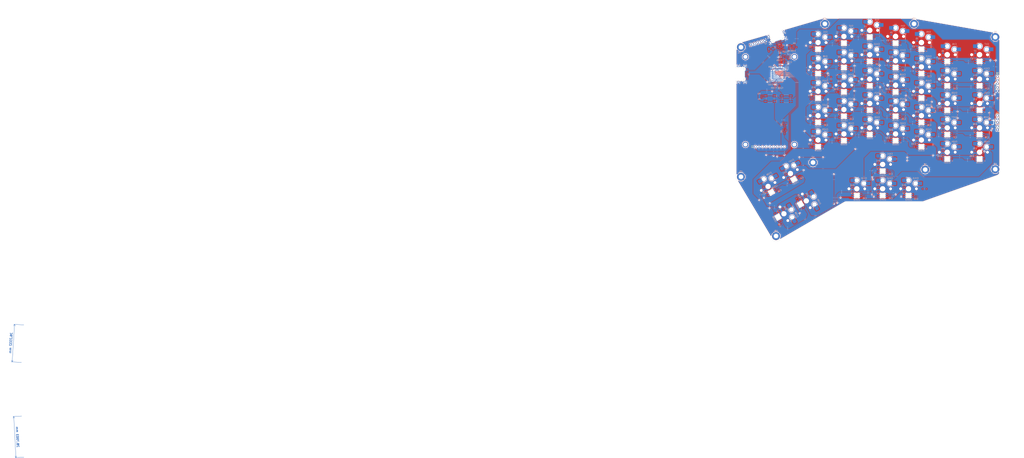
<source format=kicad_pcb>
(kicad_pcb (version 20240108) (generator "pcbnew") (generator_version "8.0")
  (layers (0 "F.Cu" signal) (31 "B.Cu" signal) (34 "B.Paste" user) (35 "F.Paste" user) (36 "B.SilkS" user "B.Silkscreen") (37 "F.SilkS" user "F.Silkscreen") (38 "B.Mask" user) (39 "F.Mask" user) (44 "Edge.Cuts" user))
  (net 0 "")
  (net 1 "BOOT0")
  (net 2 "+3V3")
  (net 3 "NRST")
  (net 4 "GND")
  (net 5 "+5V")
  (net 6 "col3")
  (net 7 "Net-(D1-A)")
  (net 8 "Net-(D2-A)")
  (net 9 "col2")
  (net 10 "col4")
  (net 11 "Net-(D3-A)")
  (net 12 "col5")
  (net 13 "Net-(D4-A)")
  (net 14 "Net-(D5-A)")
  (net 15 "col0")
  (net 16 "col1")
  (net 17 "Net-(D6-A)")
  (net 18 "Net-(D7-A)")
  (net 19 "Net-(D8-A)")
  (net 20 "Net-(D9-A)")
  (net 21 "Net-(D10-A)")
  (net 22 "Net-(D11-A)")
  (net 23 "Net-(D12-A)")
  (net 24 "Net-(D13-A)")
  (net 25 "Net-(D14-A)")
  (net 26 "Net-(D15-A)")
  (net 27 "Net-(D16-A)")
  (net 28 "Net-(D17-A)")
  (net 29 "Net-(D18-A)")
  (net 30 "Net-(D19-A)")
  (net 31 "Net-(D20-A)")
  (net 32 "Net-(D21-A)")
  (net 33 "Net-(D22-A)")
  (net 34 "Net-(D23-A)")
  (net 35 "Net-(D24-A)")
  (net 36 "Net-(D25-A)")
  (net 37 "Net-(D26-A)")
  (net 38 "Net-(D27-A)")
  (net 39 "Net-(D28-A)")
  (net 40 "Net-(D29-A)")
  (net 41 "Net-(D30-A)")
  (net 42 "Net-(D31-A)")
  (net 43 "Net-(D32-A)")
  (net 44 "row0")
  (net 45 "row1")
  (net 46 "row2")
  (net 47 "row3")
  (net 48 "row4")
  (net 49 "row5")
  (net 50 "VBUS")
  (net 51 "D-")
  (net 52 "D+")
  (net 55 "Net-(R3-Pad2)")
  (net 56 "LCD_PWR")
  (net 57 "Net-(Q1-G)")
  (net 58 "LCD_EN")
  (net 59 "/F1")
  (net 60 "/C13")
  (net 61 "/C14")
  (net 62 "Net-(D38-A)")
  (net 63 "LCD_SCK")
  (net 64 "/C15")
  (net 65 "LCD_DC")
  (net 66 "LCD_MISO")
  (net 67 "/F0")
  (net 68 "SplitSerial")
  (net 69 "Net-(D39-A)")
  (net 70 "SWCLK")
  (net 71 "SWD")
  (net 72 "LCD_MOSI")
  (net 73 "RGB5v")
  (net 74 "DOut1")
  (net 75 "Net-(LED10-DIN)")
  (net 76 "Net-(LED10-DOUT)")
  (net 77 "DOut2")
  (net 78 "DOut3")
  (net 79 "DOut4")
  (net 80 "DOut5")
  (net 81 "RGB3.3")
  (net 82 "/B9")
  (net 83 "LCD_CS")
  (net 84 "LCD_RST")
  (net 85 "col6")
  (net 86 "Net-(D33-A)")
  (net 87 "Net-(D34-A)")
  (net 88 "Net-(D35-A)")
  (net 89 "Net-(D36-A)")
  (net 90 "Net-(D37-A)")
  (net 91 "Net-(LED1-DIN)")
  (net 92 "Net-(LED6-DIN)")
  (net 93 "Net-(LED8-DOUT)")
  (net 94 "Net-(LED11-DOUT)")
  (net 95 "Net-(LED3-DIN)")
  (net 96 "Net-(LED15-DIN)")
  (net 97 "Net-(LED17-DIN)")
  (net 98 "Net-(LED20-DIN)")
  (net 99 "Net-(LED12-DOUT)")
  (net 100 "Net-(LED29-DIN)")
  (net 101 "Net-(LED31-DIN)")
  (net 102 "Net-(LED34-DIN)")
  (net 103 "Net-(LED36-DOUT)")
  (net 104 "Net-(LED37-DOUT)")
  (net 105 "Net-(LED39-DOUT)")
  (net 106 "Net-(LED38-DOUT)")
  (net 107 "col7")
  (net 108 "Net-(J1-CC2)")
  (net 109 "Net-(J1-CC1)")
  (net 116 "Net-(LED13-DOUT)")
  (net 117 "Net-(LED22-DOUT)")
  (net 118 "Net-(LED16-DIN)")
  (net 119 "Net-(LED18-DIN)")
  (net 120 "Net-(LED23-DOUT)")
  (net 121 "Net-(LED24-DOUT)")
  (net 122 "Net-(LED25-DOUT)")
  (net 123 "Net-(LED30-DIN)")
  (net 124 "Net-(LED32-DIN)")
  (net 125 "Net-(LED2-DIN)")
  (net 126 "Net-(LED4-DIN)")
  (net 127 "Net-(LED5-DIN)")
  (net 128 "Net-(LED26-DOUT)")
  (net 129 "Net-(LED19-DIN)")
  (net 130 "Net-(LED27-DOUT)")
  (net 131 "Net-(LED33-DIN)")
  (net 132 "col8")
  (net 133 "col9")
  (net 134 "col10")
  (net 135 "Net-(D40-A)")
  (net 136 "Net-(D41-A)")
  (net 137 "Net-(D42-A)")
  (net 138 "Net-(D43-A)")
  (net 139 "row6")
  (net 140 "Net-(LED40-DOUT)")
  (net 141 "Net-(LED41-DOUT)")
  (net 142 "Net-(LED42-DOUT)")
  (footprint "Pogo:Pogo_2.54mm_5p" (layer "F.Cu") (at 237.57 102.74 180)
    (property "Reference" "U7")
    (property "Value" "~")
  )
  (footprint "Pogo:Pogo_2.54mm_5p" (layer "F.Cu") (at 237.57 75.64 180)
    (property "Reference" "U6")
    (property "Value" "~")
  )
  (footprint "Display:CR2013-MI2120" (layer "F.Cu") (at 68.9 119.59 90)
    (property "Reference" "U4")
    (property "Value" "CR2013-MI2120")
  )
  (footprint "PCM_marbastlib-choc:SW_choc_v1_HS_CPG135001S30_1u" (layer "B.Cu") (at 148.61 72.42)
    (property "Reference" "CH17")
    (property "Value" "choc_v1_SW_HS")
  )
  (footprint "PCM_marbastlib-choc:LED_choc_6028R" (layer "B.Cu") (at 80.151542 151.360319 -150)
    (property "Reference" "LED36")
    (property "Value" "choc_SK6812MINI-E")
    (fp_line (start 1.699999 0.702841) (end 1.699999 -0.702843) (stroke (width 0.1)) (layer "Edge.Cuts"))
    (fp_line (start -0.794452 1.499999) (end 0.794452 1.499999) (stroke (width 0.1)) (layer "Edge.Cuts"))
    (fp_line (start 0.794452 -1.5) (end -0.794452 -1.5) (stroke (width 0.1)) (layer "Edge.Cuts"))
    (fp_line (start -1.699999 -0.702843) (end -1.699999 0.702841) (stroke (width 0.1)) (layer "Edge.Cuts"))
    (fp_arc (start 1.749484 0.919719) (mid 1.712511 0.81407) (end 1.699999 0.702841) (stroke (width 0.1)) (layer "Edge.Cuts"))
    (fp_arc (start 1.749484 0.919718) (mid 1.638073 1.504036) (end 1.046711 1.568297) (stroke (width 0.1)) (layer "Edge.Cuts"))
    (fp_arc (start 0.794452 1.499999) (mid 0.925122 1.517376) (end 1.046711 1.568297) (stroke (width 0.1)) (layer "Edge.Cuts"))
    (fp_arc (start 1.699999 -0.702844) (mid 1.712536 -0.814067) (end 1.749484 -0.919721) (stroke (width 0.1)) (layer "Edge.Cuts"))
    (fp_arc (start 1.046711 -1.568299) (mid 1.63807 -1.504035) (end 1.749484 -0.919721) (stroke (width 0.1)) (layer "Edge.Cuts"))
    (fp_arc (start 1.046711 -1.568299) (mid 0.925123 -1.517376) (end 0.794452 -1.5) (stroke (width 0.1)) (layer "Edge.Cuts"))
    (fp_arc (start -1.04671 1.568298) (mid -0.925122 1.517376) (end -0.794452 1.499999) (stroke (width 0.1)) (layer "Edge.Cuts"))
    (fp_arc (start -1.046711 1.568296) (mid -1.63807 1.504033) (end -1.749484 0.919719) (stroke (width 0.1)) (layer "Edge.Cuts"))
    (fp_arc (start -1.699998 0.702842) (mid -1.712526 0.814068) (end -1.749484 0.919719) (stroke (width 0.1)) (layer "Edge.Cuts"))
    (fp_arc (start -0.794453 -1.500001) (mid -0.925123 -1.517378) (end -1.046711 -1.5683) (stroke (width 0.1)) (layer "Edge.Cuts"))
    (fp_arc (start -1.749484 -0.919721) (mid -1.638071 -1.504036) (end -1.046711 -1.5683) (stroke (width 0.1)) (layer "Edge.Cuts"))
    (fp_arc (start -1.749484 -0.919721) (mid -1.712527 -0.814069) (end -1.699999 -0.702843) (stroke (width 0.1)) (layer "Edge.Cuts"))
  )
  (footprint "PCM_marbastlib-choc:SW_choc_v1_HS_CPG135001S30_1u" (layer "B.Cu") (at 157.61 131.92)
    (property "Reference" "CH41")
    (property "Value" "choc_v1_SW_HS")
  )
  (footprint "Diode_SMD:D_SOD-123" (layer "B.Cu") (at 127.61 43.27 90)
    (property "Reference" "D2")
    (property "Value" "D")
  )
  (footprint "Diode_SMD:D_SOD-123" (layer "B.Cu") (at 181.61 115.52 90)
    (property "Reference" "D33")
    (property "Value" "D")
  )
  (footprint "Capacitor_SMD:C_0402_1005Metric" (layer "B.Cu") (at 80.64 64.96 180)
    (property "Reference" "C106")
    (property "Value" "100nF")
  )
  (footprint "Capacitor_SMD:C_0402_1005Metric" (layer "B.Cu") (at 154.16 60.87)
    (property "Reference" "C10")
    (property "Value" "0.1uF")
  )
  (footprint "Capacitor_SMD:C_0402_1005Metric" (layer "B.Cu") (at 230.21 111.89)
    (property "Reference" "C28")
    (property "Value" "0.1uF")
  )
  (footprint "PCM_marbastlib-choc:LED_choc_6028R" (layer "B.Cu") (at 202.61 77.12 180)
    (property "Reference" "LED13")
    (property "Value" "choc_SK6812MINI-E")
    (fp_line (start 1.699999 0.702841) (end 1.699999 -0.702843) (stroke (width 0.1)) (layer "Edge.Cuts"))
    (fp_line (start 0.794453 -1.5) (end -0.794452 -1.5) (stroke (width 0.1)) (layer "Edge.Cuts"))
    (fp_line (start -0.794452 1.499999) (end 0.794452 1.499999) (stroke (width 0.1)) (layer "Edge.Cuts"))
    (fp_line (start -1.699999 -0.702843) (end -1.699999 0.702841) (stroke (width 0.1)) (layer "Edge.Cuts"))
    (fp_arc (start 1.749484 0.919719) (mid 1.712541 0.814065) (end 1.699999 0.702841) (stroke (width 0.1)) (layer "Edge.Cuts"))
    (fp_arc (start 1.749484 0.919718) (mid 1.638073 1.504037) (end 1.046711 1.568298) (stroke (width 0.1)) (layer "Edge.Cuts"))
    (fp_arc (start 1.699999 -0.702844) (mid 1.712538 -0.814067) (end 1.749484 -0.919721) (stroke (width 0.1)) (layer "Edge.Cuts"))
    (fp_arc (start 1.046711 -1.568299) (mid 1.638071 -1.504036) (end 1.749484 -0.919721) (stroke (width 0.1)) (layer "Edge.Cuts"))
    (fp_arc (start 1.046711 -1.568299) (mid 0.925123 -1.517377) (end 0.794453 -1.5) (stroke (width 0.1)) (layer "Edge.Cuts"))
    (fp_arc (start 0.794452 1.499999) (mid 0.925123 1.517376) (end 1.046711 1.568298) (stroke (width 0.1)) (layer "Edge.Cuts"))
    (fp_arc (start -0.794453 -1.500001) (mid -0.925123 -1.517378) (end -1.046711 -1.5683) (stroke (width 0.1)) (layer "Edge.Cuts"))
    (fp_arc (start -1.04671 1.568298) (mid -0.925122 1.517376) (end -0.794452 1.499999) (stroke (width 0.1)) (layer "Edge.Cuts"))
    (fp_arc (start -1.046711 1.568296) (mid -1.63807 1.504033) (end -1.749484 0.919719) (stroke (width 0.1)) (layer "Edge.Cuts"))
    (fp_arc (start -1.699999 0.702842) (mid -1.712527 0.814067) (end -1.749484 0.919719) (stroke (width 0.1)) (layer "Edge.Cuts"))
    (fp_arc (start -1.749484 -0.919721) (mid -1.638071 -1.504036) (end -1.046711 -1.5683) (stroke (width 0.1)) (layer "Edge.Cuts"))
    (fp_arc (start -1.749484 -0.919721) (mid -1.712527 -0.814069) (end -1.699999 -0.702843) (stroke (width 0.1)) (layer "Edge.Cuts"))
  )
  (footprint "Diode_SMD:D_SOD-123" (layer "B.Cu") (at 222.11 107.02 90)
    (property "Reference" "D28")
    (property "Value" "D")
  )
  (footprint "Package_TO_SOT_SMD:SOT-23-3" (layer "B.Cu") (at 89.325001 109.2425 -90)
    (property "Reference" "Q1")
    (property "Value" "AO3401A")
  )
  (footprint "Diode_SMD:D_SOD-123" (layer "B.Cu") (at 136.61 149.52 90)
    (property "Reference" "D40")
    (property "Value" "D")
  )
  (footprint "Diode_SMD:D_SOD-123" (layer "B.Cu") (at 199.61 90.02 90)
    (property "Reference" "D20")
    (property "Value" "D")
  )
  (footprint "Diode_SMD:D_SOD-123" (layer "B.Cu") (at 109.61 47.52 90)
    (property "Reference" "D1")
    (property "Value" "D")
  )
  (footprint "PCM_marbastlib-choc:LED_choc_6028R" (layer "B.Cu") (at 225.11 94.12)
    (property "Reference" "LED21")
    (property "Value" "choc_SK6812MINI-E")
    (fp_line (start -1.699999 -0.702843) (end -1.699999 0.702841) (stroke (width 0.1)) (layer "Edge.Cuts"))
    (fp_line (start -0.794452 1.499999) (end 0.794452 1.499999) (stroke (width 0.1)) (layer "Edge.Cuts"))
    (fp_line (start 0.794453 -1.5) (end -0.794452 -1.5) (stroke (width 0.1)) (layer "Edge.Cuts"))
    (fp_line (start 1.699999 0.702841) (end 1.699999 -0.702843) (stroke (width 0.1)) (layer "Edge.Cuts"))
    (fp_arc (start -1.749484 -0.919721) (mid -1.712527 -0.814069) (end -1.699999 -0.702843) (stroke (width 0.1)) (layer "Edge.Cuts"))
    (fp_arc (start -1.749484 -0.919721) (mid -1.638071 -1.504036) (end -1.046711 -1.5683) (stroke (width 0.1)) (layer "Edge.Cuts"))
    (fp_arc (start -1.699999 0.702842) (mid -1.712527 0.814067) (end -1.749484 0.919719) (stroke (width 0.1)) (layer "Edge.Cuts"))
    (fp_arc (start -1.046711 1.568296) (mid -1.63807 1.504033) (end -1.749484 0.919719) (stroke (width 0.1)) (layer "Edge.Cuts"))
    (fp_arc (start -1.04671 1.568298) (mid -0.925122 1.517376) (end -0.794452 1.499999) (stroke (width 0.1)) (layer "Edge.Cuts"))
    (fp_arc (start -0.794453 -1.500001) (mid -0.925123 -1.517378) (end -1.046711 -1.5683) (stroke (width 0.1)) (layer "Edge.Cuts"))
    (fp_arc (start 0.794452 1.499999) (mid 0.925123 1.517376) (end 1.046711 1.568298) (stroke (width 0.1)) (layer "Edge.Cuts"))
    (fp_arc (start 1.046711 -1.568299) (mid 0.925123 -1.517377) (end 0.794453 -1.5) (stroke (width 0.1)) (layer "Edge.Cuts"))
    (fp_arc (start 1.046711 -1.568299) (mid 1.638071 -1.504036) (end 1.749484 -0.919721) (stroke (width 0.1)) (layer "Edge.Cuts"))
    (fp_arc (start 1.699999 -0.702844) (mid 1.712538 -0.814067) (end 1.749484 -0.919721) (stroke (width 0.1)) (layer "Edge.Cuts"))
    (fp_arc (start 1.749484 0.919718) (mid 1.638073 1.504037) (end 1.046711 1.568298) (stroke (width 0.1)) (layer "Edge.Cuts"))
    (fp_arc (start 1.749484 0.919719) (mid 1.712541 0.814065) (end 1.699999 0.702841) (stroke (width 0.1)) (layer "Edge.Cuts"))
  )
  (footprint "PCM_marbastlib-choc:SW_choc_v1_HS_CPG135001S30_1.5u" (layer "B.Cu") (at 225.11 72.42)
    (property "Reference" "CH14")
    (property "Value" "choc_v1_SW_HS")
  )
  (footprint "PCM_marbastlib-choc:SW_choc_v1_HS_CPG135001S30_1u" (layer "B.Cu") (at 130.61 76.67)
    (property "Reference" "CH16")
    (property "Value" "choc_v1_SW_HS")
  )
  (footprint "Button_Switch_SMD:SW_SPST_TL3342" (layer "B.Cu") (at 90.440001 86.07 180)
    (property "Reference" "RST1" (hide yes))
    (property "Value" "SW_SPST")
  )
  (footprint "Capacitor_SMD:C_0402_1005Metric" (layer "B.Cu") (at 179.11 84.82 180)
    (property "Reference" "C19")
    (property "Value" "0.1uF")
  )
  (footprint "PCM_marbastlib-choc:LED_choc_6028R" (layer "B.Cu") (at 157.61 136.62 180)
    (property "Reference" "LED41")
    (property "Value" "choc_SK6812MINI-E")
    (fp_line (start 1.699999 0.702841) (end 1.699999 -0.702843) (stroke (width 0.1)) (layer "Edge.Cuts"))
    (fp_line (start 0.794453 -1.500001) (end -0.794452 -1.5) (stroke (width 0.1)) (layer "Edge.Cuts"))
    (fp_line (start -0.794452 1.499999) (end 0.794452 1.499999) (stroke (width 0.1)) (layer "Edge.Cuts"))
    (fp_line (start -1.699999 -0.702843) (end -1.699999 0.702841) (stroke (width 0.1)) (layer "Edge.Cuts"))
    (fp_arc (start 1.749484 0.919719) (mid 1.712541 0.814065) (end 1.699999 0.702841) (stroke (width 0.1)) (layer "Edge.Cuts"))
    (fp_arc (start 1.749484 0.919718) (mid 1.638073 1.504037) (end 1.046711 1.568297) (stroke (width 0.1)) (layer "Edge.Cuts"))
    (fp_arc (start 1.699999 -0.702844) (mid 1.712538 -0.814067) (end 1.749484 -0.919721) (stroke (width 0.1)) (layer "Edge.Cuts"))
    (fp_arc (start 1.046711 -1.568299) (mid 1.638071 -1.504036) (end 1.749484 -0.919721) (stroke (width 0.1)) (layer "Edge.Cuts"))
    (fp_arc (start 1.046711 -1.568299) (mid 0.925123 -1.517379) (end 0.794453 -1.500001) (stroke (width 0.1)) (layer "Edge.Cuts"))
    (fp_arc (start 0.794452 1.499999) (mid 0.925123 1.517375) (end 1.046711 1.568297) (stroke (width 0.1)) (layer "Edge.Cuts"))
    (fp_arc (start -0.794453 -1.500001) (mid -0.925123 -1.517378) (end -1.046711 -1.5683) (stroke (width 0.1)) (layer "Edge.Cuts"))
    (fp_arc (start -1.04671 1.568298) (mid -0.925122 1.517376) (end -0.794452 1.499999) (stroke (width 0.1)) (layer "Edge.Cuts"))
    (fp_arc (start -1.046711 1.568296) (mid -1.63807 1.504032) (end -1.749484 0.919719) (stroke (width 0.1)) (layer "Edge.Cuts"))
    (fp_arc (start -1.699999 0.702843) (mid -1.712527 0.814068) (end -1.749484 0.919719) (stroke (width 0.1)) (layer "Edge.Cuts"))
    (fp_arc (start -1.749484 -0.919721) (mid -1.638071 -1.504036) (end -1.046711 -1.5683) (stroke (width 0.1)) (layer "Edge.Cuts"))
    (fp_arc (start -1.749484 -0.919721) (mid -1.712527 -0.814069) (end -1.699999 -0.702843) (stroke (width 0.1)) (layer "Edge.Cuts"))
  )
  (footprint "Capacitor_SMD:C_0402_1005Metric" (layer "B.Cu") (at 181.08 154.36)
    (property "Reference" "C43")
    (property "Value" "0.1uF")
  )
  (footprint "PCM_marbastlib-choc:SW_choc_v1_HS_CPG135001S30_1u" (layer "B.Cu") (at 184.61 114.92)
    (property "Reference" "CH33")
    (property "Value" "choc_v1_SW_HS")
  )
  (footprint "PCM_marbastlib-choc:LED_choc_6028R" (layer "B.Cu") (at 166.61 115.37)
    (property "Reference" "LED32")
    (property "Value" "choc_SK6812MINI-E")
    (fp_line (start -1.699999 -0.702843) (end -1.699999 0.702841) (stroke (width 0.1)) (layer "Edge.Cuts"))
    (fp_line (start -0.794452 1.499999) (end 0.794452 1.499999) (stroke (width 0.1)) (layer "Edge.Cuts"))
    (fp_line (start 0.794453 -1.5) (end -0.794452 -1.5) (stroke (width 0.1)) (layer "Edge.Cuts"))
    (fp_line (start 1.699999 0.702841) (end 1.699999 -0.702843) (stroke (width 0.1)) (layer "Edge.Cuts"))
    (fp_arc (start -1.749484 -0.919721) (mid -1.712527 -0.814069) (end -1.699999 -0.702843) (stroke (width 0.1)) (layer "Edge.Cuts"))
    (fp_arc (start -1.749484 -0.919721) (mid -1.638071 -1.504036) (end -1.046711 -1.5683) (stroke (width 0.1)) (layer "Edge.Cuts"))
    (fp_arc (start -1.699999 0.702842) (mid -1.712527 0.814067) (end -1.749484 0.919719) (stroke (width 0.1)) (layer "Edge.Cuts"))
    (fp_arc (start -1.046711 1.568296) (mid -1.63807 1.504033) (end -1.749484 0.919719) (stroke (width 0.1)) (layer "Edge.Cuts"))
    (fp_arc (start -1.04671 1.568298) (mid -0.925122 1.517376) (end -0.794452 1.499999) (stroke (width 0.1)) (layer "Edge.Cuts"))
    (fp_arc (start -0.794453 -1.500001) (mid -0.925123 -1.517378) (end -1.046711 -1.5683) (stroke (width 0.1)) (layer "Edge.Cuts"))
    (fp_arc (start 0.794452 1.499999) (mid 0.925123 1.517376) (end 1.046711 1.568298) (stroke (width 0.1)) (layer "Edge.Cuts"))
    (fp_arc (start 1.046711 -1.568299) (mid 0.925123 -1.517377) (end 0.794453 -1.5) (stroke (width 0.1)) (layer "Edge.Cuts"))
    (fp_arc (start 1.046711 -1.568299) (mid 1.638071 -1.504036) (end 1.749484 -0.919721) (stroke (width 0.1)) (layer "Edge.Cuts"))
    (fp_arc (start 1.699999 -0.702844) (mid 1.712538 -0.814067) (end 1.749484 -0.919721) (stroke (width 0.1)) (layer "Edge.Cuts"))
    (fp_arc (start 1.749484 0.919718) (mid 1.638073 1.504037) (end 1.046711 1.568298) (stroke (width 0.1)) (layer "Edge.Cuts"))
    (fp_arc (start 1.749484 0.919719) (mid 1.712541 0.814065) (end 1.699999 0.702841) (stroke (width 0.1)) (layer "Edge.Cuts"))
  )
  (footprint "Capacitor_SMD:C_0402_1005Metric" (layer "B.Cu") (at 172.13 65.14)
    (property "Reference" "C11")
    (property "Value" "0.1uF")
  )
  (footprint "Diode_SMD:D_SOD-123" (layer "B.Cu") (at 75.503467 149.309615 120)
    (property "Reference" "D36")
    (property "Value" "D")
  )
  (footprint "MountingHole:MountingHole_3.2mm_M3_DIN965_Pad" (layer "B.Cu") (at 117.33 33.91 180)
    (property "Reference" "H3")
    (property "Value" "MountingHole_Pad")
  )
  (footprint "Capacitor_SMD:C_0402_1005Metric" (layer "B.Cu") (at 80.42 73.67 -90)
    (property "Reference" "C104")
    (property "Value" "100nF")
  )
  (footprint "Capacitor_SMD:C_0402_1005Metric" (layer "B.Cu") (at 91.88 56.61 90)
    (property "Reference" "C109")
    (property "Value" "100nF")
  )
  (footprint "Diode_SMD:D_SOD-123" (layer "B.Cu") (at 172.61 149.52 90)
    (property "Reference" "D43")
    (property "Value" "D")
  )
  (footprint "Diode_SMD:D_SOD-123" (layer "B.Cu") (at 127.61 111.27 90)
    (property "Reference" "D30")
    (property "Value" "D")
  )
  (footprint "PCM_marbastlib-choc:LED_choc_6028R" (layer "B.Cu") (at 130.61 98.37 180)
    (property "Reference" "LED23")
    (property "Value" "choc_SK6812MINI-E")
    (fp_line (start 1.699999 0.702841) (end 1.699999 -0.702843) (stroke (width 0.1)) (layer "Edge.Cuts"))
    (fp_line (start 0.794453 -1.5) (end -0.794452 -1.5) (stroke (width 0.1)) (layer "Edge.Cuts"))
    (fp_line (start -0.794452 1.499999) (end 0.794452 1.499999) (stroke (width 0.1)) (layer "Edge.Cuts"))
    (fp_line (start -1.699999 -0.702843) (end -1.699999 0.702841) (stroke (width 0.1)) (layer "Edge.Cuts"))
    (fp_arc (start 1.749484 0.919719) (mid 1.712541 0.814065) (end 1.699999 0.702841) (stroke (width 0.1)) (layer "Edge.Cuts"))
    (fp_arc (start 1.749484 0.919718) (mid 1.638073 1.504037) (end 1.046711 1.568298) (stroke (width 0.1)) (layer "Edge.Cuts"))
    (fp_arc (start 1.699999 -0.702844) (mid 1.712538 -0.814067) (end 1.749484 -0.919721) (stroke (width 0.1)) (layer "Edge.Cuts"))
    (fp_arc (start 1.046711 -1.568299) (mid 1.638071 -1.504036) (end 1.749484 -0.919721) (stroke (width 0.1)) (layer "Edge.Cuts"))
    (fp_arc (start 1.046711 -1.568299) (mid 0.925123 -1.517377) (end 0.794453 -1.5) (stroke (width 0.1)) (layer "Edge.Cuts"))
    (fp_arc (start 0.794452 1.499999) (mid 0.925123 1.517376) (end 1.046711 1.568298) (stroke (width 0.1)) (layer "Edge.Cuts"))
    (fp_arc (start -0.794453 -1.500001) (mid -0.925123 -1.517378) (end -1.046711 -1.5683) (stroke (width 0.1)) (layer "Edge.Cuts"))
    (fp_arc (start -1.04671 1.568298) (mid -0.925122 1.517376) (end -0.794452 1.499999) (stroke (width 0.1)) (layer "Edge.Cuts"))
    (fp_arc (start -1.046711 1.568296) (mid -1.63807 1.504033) (end -1.749484 0.919719) (stroke (width 0.1)) (layer "Edge.Cuts"))
    (fp_arc (start -1.699999 0.702842) (mid -1.712527 0.814067) (end -1.749484 0.919719) (stroke (width 0.1)) (layer "Edge.Cuts"))
    (fp_arc (start -1.749484 -0.919721) (mid -1.638071 -1.504036) (end -1.046711 -1.5683) (stroke (width 0.1)) (layer "Edge.Cuts"))
    (fp_arc (start -1.749484 -0.919721) (mid -1.712527 -0.814069) (end -1.699999 -0.702843) (stroke (width 0.1)) (layer "Edge.Cuts"))
  )
  (footprint "PCM_marbastlib-choc:LED_choc_6028R" (layer "B.Cu") (at 130.61 47.37)
    (property "Reference" "LED2")
    (property "Value" "choc_SK6812MINI-E")
    (fp_line (start -1.699999 -0.702843) (end -1.699999 0.702841) (stroke (width 0.1)) (layer "Edge.Cuts"))
    (fp_line (start -0.794452 1.499999) (end 0.794452 1.499999) (stroke (width 0.1)) (layer "Edge.Cuts"))
    (fp_line (start 0.794453 -1.5) (end -0.794452 -1.5) (stroke (width 0.1)) (layer "Edge.Cuts"))
    (fp_line (start 1.699999 0.702841) (end 1.699999 -0.702843) (stroke (width 0.1)) (layer "Edge.Cuts"))
    (fp_arc (start -1.749484 -0.919721) (mid -1.712527 -0.814069) (end -1.699999 -0.702843) (stroke (width 0.1)) (layer "Edge.Cuts"))
    (fp_arc (start -1.749484 -0.919721) (mid -1.638071 -1.504036) (end -1.046711 -1.5683) (stroke (width 0.1)) (layer "Edge.Cuts"))
    (fp_arc (start -1.699999 0.702842) (mid -1.712527 0.814067) (end -1.749484 0.919719) (stroke (width 0.1)) (layer "Edge.Cuts"))
    (fp_arc (start -1.046711 1.568296) (mid -1.63807 1.504033) (end -1.749484 0.919719) (stroke (width 0.1)) (layer "Edge.Cuts"))
    (fp_arc (start -1.04671 1.568298) (mid -0.925122 1.517376) (end -0.794452 1.499999) (stroke (width 0.1)) (layer "Edge.Cuts"))
    (fp_arc (start -0.794453 -1.500001) (mid -0.925123 -1.517378) (end -1.046711 -1.5683) (stroke (width 0.1)) (layer "Edge.Cuts"))
    (fp_arc (start 0.794452 1.499999) (mid 0.925123 1.517376) (end 1.046711 1.568298) (stroke (width 0.1)) (layer "Edge.Cuts"))
    (fp_arc (start 1.046711 -1.568299) (mid 0.925123 -1.517377) (end 0.794453 -1.5) (stroke (width 0.1)) (layer "Edge.Cuts"))
    (fp_arc (start 1.046711 -1.568299) (mid 1.638071 -1.504036) (end 1.749484 -0.919721) (stroke (width 0.1)) (layer "Edge.Cuts"))
    (fp_arc (start 1.699999 -0.702844) (mid 1.712538 -0.814067) (end 1.749484 -0.919721) (stroke (width 0.1)) (layer "Edge.Cuts"))
    (fp_arc (start 1.749484 0.919718) (mid 1.638073 1.504037) (end 1.046711 1.568298) (stroke (width 0.1)) (layer "Edge.Cuts"))
    (fp_arc (start 1.749484 0.919719) (mid 1.712541 0.814065) (end 1.699999 0.702841) (stroke (width 0.1)) (layer "Edge.Cuts"))
  )
  (footprint "PCM_marbastlib-choc:SW_choc_v1_HS_CPG135001S30_1u" (layer "B.Cu") (at 166.61 59.67)
    (property "Reference" "CH11")
    (property "Value" "choc_v1_SW_HS")
  )
  (footprint "Capacitor_SMD:C_0402_1005Metric" (layer "B.Cu") (at 85.17 77.3 180)
    (property "Reference" "C100")
    (property "Value" "100nF")
  )
  (footprint "Capacitor_SMD:C_0402_1005Metric" (layer "B.Cu") (at 197.11 93.32 180)
    (property "Reference" "C20")
    (property "Value" "0.1uF")
  )
  (footprint "Capacitor_SMD:C_0402_1005Metric" (layer "B.Cu") (at 197.11 127.32 180)
    (property "Reference" "C34")
    (property "Value" "0.1uF")
  )
  (footprint "Diode_SMD:D_SOD-123" (layer "B.Cu") (at 109.61 98.52 90)
    (property "Reference" "D22")
    (property "Value" "D")
  )
  (footprint "Diode_SMD:D_SOD-123" (layer "B.Cu") (at 154.61 132.52 90)
    (property "Reference" "D41")
    (property "Value" "D")
  )
  (footprint "Capacitor_SMD:C_0402_1005Metric" (layer "B.Cu") (at 80.92 75.13 180)
    (property "Reference" "C102")
    (property "Value" "100nF")
  )
  (footprint "Diode_SMD:D_SOD-123" (layer "B.Cu") (at 102.4 154.79 30)
    (property "Reference" "D39")
    (property "Value" "D")
  )
  (footprint "PCM_marbastlib-choc:LED_choc_6028R" (layer "B.Cu") (at 202.61 94.12)
    (property "Reference" "LED20")
    (property "Value" "choc_SK6812MINI-E")
    (fp_line (start -1.699999 -0.702843) (end -1.699999 0.702841) (stroke (width 0.1)) (layer "Edge.Cuts"))
    (fp_line (start -0.794452 1.499999) (end 0.794452 1.499999) (stroke (width 0.1)) (layer "Edge.Cuts"))
    (fp_line (start 0.794453 -1.5) (end -0.794452 -1.5) (stroke (width 0.1)) (layer "Edge.Cuts"))
    (fp_line (start 1.699999 0.702841) (end 1.699999 -0.702843) (stroke (width 0.1)) (layer "Edge.Cuts"))
    (fp_arc (start -1.749484 -0.919721) (mid -1.712527 -0.814069) (end -1.699999 -0.702843) (stroke (width 0.1)) (layer "Edge.Cuts"))
    (fp_arc (start -1.749484 -0.919721) (mid -1.638071 -1.504036) (end -1.046711 -1.5683) (stroke (width 0.1)) (layer "Edge.Cuts"))
    (fp_arc (start -1.699999 0.702842) (mid -1.712527 0.814067) (end -1.749484 0.919719) (stroke (width 0.1)) (layer "Edge.Cuts"))
    (fp_arc (start -1.046711 1.568296) (mid -1.63807 1.504033) (end -1.749484 0.919719) (stroke (width 0.1)) (layer "Edge.Cuts"))
    (fp_arc (start -1.04671 1.568298) (mid -0.925122 1.517376) (end -0.794452 1.499999) (stroke (width 0.1)) (layer "Edge.Cuts"))
    (fp_arc (start -0.794453 -1.500001) (mid -0.925123 -1.517378) (end -1.046711 -1.5683) (stroke (width 0.1)) (layer "Edge.Cuts"))
    (fp_arc (start 0.794452 1.499999) (mid 0.925123 1.517376) (end 1.046711 1.568298) (stroke (width 0.1)) (layer "Edge.Cuts"))
    (fp_arc (start 1.046711 -1.568299) (mid 0.925123 -1.517377) (end 0.794453 -1.5) (stroke (width 0.1)) (layer "Edge.Cuts"))
    (fp_arc (start 1.046711 -1.568299) (mid 1.638071 -1.504036) (end 1.749484 -0.919721) (stroke (width 0.1)) (layer "Edge.Cuts"))
    (fp_arc (start 1.699999 -0.702844) (mid 1.712538 -0.814067) (end 1.749484 -0.919721) (stroke (width 0.1)) (layer "Edge.Cuts"))
    (fp_arc (start 1.749484 0.919718) (mid 1.638073 1.504037) (end 1.046711 1.568298) (stroke (width 0.1)) (layer "Edge.Cuts"))
    (fp_arc (start 1.749484 0.919719) (mid 1.712541 0.814065) (end 1.699999 0.702841) (stroke (width 0.1)) (layer "Edge.Cuts"))
  )
  (footprint "PCM_marbastlib-choc:LED_choc_6028R" (layer "B.Cu") (at 112.61 51.62)
    (property "Reference" "LED1")
    (property "Value" "choc_SK6812MINI-E")
    (fp_line (start -1.699999 -0.702843) (end -1.699999 0.702841) (stroke (width 0.1)) (layer "Edge.Cuts"))
    (fp_line (start -0.794452 1.499999) (end 0.794452 1.499999) (stroke (width 0.1)) (layer "Edge.Cuts"))
    (fp_line (start 0.794453 -1.5) (end -0.794452 -1.5) (stroke (width 0.1)) (layer "Edge.Cuts"))
    (fp_line (start 1.699999 0.702841) (end 1.699999 -0.702843) (stroke (width 0.1)) (layer "Edge.Cuts"))
    (fp_arc (start -1.749484 -0.919721) (mid -1.712527 -0.814069) (end -1.699999 -0.702843) (stroke (width 0.1)) (layer "Edge.Cuts"))
    (fp_arc (start -1.749484 -0.919721) (mid -1.638071 -1.504036) (end -1.046711 -1.5683) (stroke (width 0.1)) (layer "Edge.Cuts"))
    (fp_arc (start -1.699999 0.702842) (mid -1.712527 0.814067) (end -1.749484 0.919719) (stroke (width 0.1)) (layer "Edge.Cuts"))
    (fp_arc (start -1.046711 1.568296) (mid -1.63807 1.504033) (end -1.749484 0.919719) (stroke (width 0.1)) (layer "Edge.Cuts"))
    (fp_arc (start -1.04671 1.568298) (mid -0.925122 1.517376) (end -0.794452 1.499999) (stroke (width 0.1)) (layer "Edge.Cuts"))
    (fp_arc (start -0.794453 -1.500001) (mid -0.925123 -1.517378) (end -1.046711 -1.5683) (stroke (width 0.1)) (layer "Edge.Cuts"))
    (fp_arc (start 0.794452 1.499999) (mid 0.925123 1.517376) (end 1.046711 1.568298) (stroke (width 0.1)) (layer "Edge.Cuts"))
    (fp_arc (start 1.046711 -1.568299) (mid 0.925123 -1.517377) (end 0.794453 -1.5) (stroke (width 0.1)) (layer "Edge.Cuts"))
    (fp_arc (start 1.046711 -1.568299) (mid 1.638071 -1.504036) (end 1.749484 -0.919721) (stroke (width 0.1)) (layer "Edge.Cuts"))
    (fp_arc (start 1.699999 -0.702844) (mid 1.712538 -0.814067) (end 1.749484 -0.919721) (stroke (width 0.1)) (layer "Edge.Cuts"))
    (fp_arc (start 1.749484 0.919718) (mid 1.638073 1.504037) (end 1.046711 1.568298) (stroke (width 0.1)) (layer "Edge.Cuts"))
    (fp_arc (start 1.749484 0.919719) (mid 1.712541 0.814065) (end 1.699999 0.702841) (stroke (width 0.1)) (layer "Edge.Cuts"))
  )
  (footprint "Resistor_SMD:R_0402_1005Metric" (layer "B.Cu") (at 88.08 50.49 -90)
    (property "Reference" "R2")
    (property "Value" "5.1k")
  )
  (footprint "PCM_marbastlib-choc:LED_choc_6028R" (layer "B.Cu") (at 84.72 168.66 120)
    (property "Reference" "LED38")
    (property "Value" "choc_SK6812MINI-E")
    (fp_line (start 0.794452 -1.5) (end -0.794452 -1.5) (stroke (width 0.1)) (layer "Edge.Cuts"))
    (fp_line (start 1.699999 0.702841) (end 1.699999 -0.702843) (stroke (width 0.1)) (layer "Edge.Cuts"))
    (fp_line (start -1.699999 -0.702843) (end -1.699999 0.702841) (stroke (width 0.1)) (layer "Edge.Cuts"))
    (fp_line (start -0.794452 1.499999) (end 0.794452 1.499999) (stroke (width 0.1)) (layer "Edge.Cuts"))
    (fp_arc (start 1.046711 -1.568299) (mid 0.925123 -1.517376) (end 0.794452 -1.5) (stroke (width 0.1)) (layer "Edge.Cuts"))
    (fp_arc (start 1.046711 -1.568299) (mid 1.63807 -1.504035) (end 1.749484 -0.919721) (stroke (width 0.1)) (layer "Edge.Cuts"))
    (fp_arc (start 1.699999 -0.702844) (mid 1.712536 -0.814067) (end 1.749484 -0.919721) (stroke (width 0.1)) (layer "Edge.Cuts"))
    (fp_arc (start -0.794453 -1.500001) (mid -0.925123 -1.517378) (end -1.046711 -1.5683) (stroke (width 0.1)) (layer "Edge.Cuts"))
    (fp_arc (start 1.749484 0.919718) (mid 1.638073 1.504036) (end 1.046711 1.568297) (stroke (width 0.1)) (layer "Edge.Cuts"))
    (fp_arc (start 1.749484 0.919719) (mid 1.712511 0.81407) (end 1.699999 0.702841) (stroke (width 0.1)) (layer "Edge.Cuts"))
    (fp_arc (start -1.749484 -0.919721) (mid -1.638071 -1.504036) (end -1.046711 -1.5683) (stroke (width 0.1)) (layer "Edge.Cuts"))
    (fp_arc (start -1.749484 -0.919721) (mid -1.712527 -0.814069) (end -1.699999 -0.702843) (stroke (width 0.1)) (layer "Edge.Cuts"))
    (fp_arc (start 0.794452 1.499999) (mid 0.925122 1.517376) (end 1.046711 1.568297) (stroke (width 0.1)) (layer "Edge.Cuts"))
    (fp_arc (start -1.699998 0.702842) (mid -1.712526 0.814068) (end -1.749484 0.919719) (stroke (width 0.1)) (layer "Edge.Cuts"))
    (fp_arc (start -1.046711 1.568296) (mid -1.63807 1.504033) (end -1.749484 0.919719) (stroke (width 0.1)) (layer "Edge.Cuts"))
    (fp_arc (start -1.04671 1.568298) (mid -0.925122 1.517376) (end -0.794452 1.499999) (stroke (width 0.1)) (layer "Edge.Cuts"))
  )
  (footprint "PCM_marbastlib-choc:LED_choc_6028R" (layer "B.Cu") (at 112.61 119.62)
    (property "Reference" "LED29")
    (property "Value" "choc_SK6812MINI-E")
    (fp_line (start -1.699999 -0.702843) (end -1.699999 0.702841) (stroke (width 0.1)) (layer "Edge.Cuts"))
    (fp_line (start -0.794452 1.499999) (end 0.794452 1.499999) (stroke (width 0.1)) (layer "Edge.Cuts"))
    (fp_line (start 0.794453 -1.5) (end -0.794452 -1.5) (stroke (width 0.1)) (layer "Edge.Cuts"))
    (fp_line (start 1.699999 0.702841) (end 1.699999 -0.702843) (stroke (width 0.1)) (layer "Edge.Cuts"))
    (fp_arc (start -1.749484 -0.919721) (mid -1.712527 -0.814069) (end -1.699999 -0.702843) (stroke (width 0.1)) (layer "Edge.Cuts"))
    (fp_arc (start -1.749484 -0.919721) (mid -1.638071 -1.504036) (end -1.046711 -1.5683) (stroke (width 0.1)) (layer "Edge.Cuts"))
    (fp_arc (start -1.699999 0.702842) (mid -1.712527 0.814067) (end -1.749484 0.919719) (stroke (width 0.1)) (layer "Edge.Cuts"))
    (fp_arc (start -1.046711 1.568296) (mid -1.63807 1.504033) (end -1.749484 0.919719) (stroke (width 0.1)) (layer "Edge.Cuts"))
    (fp_arc (start -1.04671 1.568298) (mid -0.925122 1.517376) (end -0.794452 1.499999) (stroke (width 0.1)) (layer "Edge.Cuts"))
    (fp_arc (start -0.794453 -1.500001) (mid -0.925123 -1.517378) (end -1.046711 -1.5683) (stroke (width 0.1)) (layer "Edge.Cuts"))
    (fp_arc (start 0.794452 1.499999) (mid 0.925123 1.517376) (end 1.046711 1.568298) (stroke (width 0.1)) (layer "Edge.Cuts"))
    (fp_arc (start 1.046711 -1.568299) (mid 0.925123 -1.517377) (end 0.794453 -1.5) (stroke (width 0.1)) (layer "Edge.Cuts"))
    (fp_arc (start 1.046711 -1.568299) (mid 1.638071 -1.504036) (end 1.749484 -0.919721) (stroke (width 0.1)) (layer "Edge.Cuts"))
    (fp_arc (start 1.699999 -0.702844) (mid 1.712538 -0.814067) (end 1.749484 -0.919721) (stroke (width 0.1)) (layer "Edge.Cuts"))
    (fp_arc (start 1.749484 0.919718) (mid 1.638073 1.504037) (end 1.046711 1.568298) (stroke (width 0.1)) (layer "Edge.Cuts"))
    (fp_arc (start 1.749484 0.919719) (mid 1.712541 0.814065) (end 1.699999 0.702841) (stroke (width 0.1)) (layer "Edge.Cuts"))
  )
  (footprint "PCM_marbastlib-choc:LED_choc_6028R" (layer "B.Cu") (at 184.61 119.62)
    (property "Reference" "LED33")
    (property "Value" "choc_SK6812MINI-E")
    (fp_line (start -1.699999 -0.702843) (end -1.699999 0.702841) (stroke (width 0.1)) (layer "Edge.Cuts"))
    (fp_line (start -0.794452 1.499999) (end 0.794452 1.499999) (stroke (width 0.1)) (layer "Edge.Cuts"))
    (fp_line (start 0.794453 -1.5) (end -0.794452 -1.5) (stroke (width 0.1)) (layer "Edge.Cuts"))
    (fp_line (start 1.699999 0.702841) (end 1.699999 -0.702843) (stroke (width 0.1)) (layer "Edge.Cuts"))
    (fp_arc (start -1.749484 -0.919721) (mid -1.712527 -0.814069) (end -1.699999 -0.702843) (stroke (width 0.1)) (layer "Edge.Cuts"))
    (fp_arc (start -1.749484 -0.919721) (mid -1.638071 -1.504036) (end -1.046711 -1.5683) (stroke (width 0.1)) (layer "Edge.Cuts"))
    (fp_arc (start -1.699999 0.702842) (mid -1.712527 0.814067) (end -1.749484 0.919719) (stroke (width 0.1)) (layer "Edge.Cuts"))
    (fp_arc (start -1.046711 1.568296) (mid -1.63807 1.504033) (end -1.749484 0.919719) (stroke (width 0.1)) (layer "Edge.Cuts"))
    (fp_arc (start -1.04671 1.568298) (mid -0.925122 1.517376) (end -0.794452 1.499999) (stroke (width 0.1)) (layer "Edge.Cuts"))
    (fp_arc (start -0.794453 -1.500001) (mid -0.925123 -1.517378) (end -1.046711 -1.5683) (stroke (width 0.1)) (layer "Edge.Cuts"))
    (fp_arc (start 0.794452 1.499999) (mid 0.925123 1.517376) (end 1.046711 1.568298) (stroke (width 0.1)) (layer "Edge.Cuts"))
    (fp_arc (start 1.046711 -1.568299) (mid 0.925123 -1.517377) (end 0.794453 -1.5) (stroke (width 0.1)) (layer "Edge.Cuts"))
    (fp_arc (start 1.046711 -1.568299) (mid 1.638071 -1.504036) (end 1.749484 -0.919721) (stroke (width 0.1)) (layer "Edge.Cuts"))
    (fp_arc (start 1.699999 -0.702844) (mid 1.712538 -0.814067) (end 1.749484 -0.919721) (stroke (width 0.1)) (layer "Edge.Cuts"))
    (fp_arc (start 1.749484 0.919718) (mid 1.638073 1.504037) (end 1.046711 1.568298) (stroke (width 0.1)) (layer "Edge.Cuts"))
    (fp_arc (start 1.749484 0.919719) (mid 1.712541 0.814065) (end 1.699999 0.702841) (stroke (width 0.1)) (layer "Edge.Cuts"))
  )
  (footprint "PCM_marbastlib-choc:LED_choc_6028R" (layer "B.Cu") (at 130.61 115.37)
    (property "Reference" "LED30")
    (property "Value" "choc_SK6812MINI-E")
    (fp_line (start -1.699999 -0.702843) (end -1.699999 0.702841) (stroke (width 0.1)) (layer "Edge.Cuts"))
    (fp_line (start -0.794452 1.499999) (end 0.794452 1.499999) (stroke (width 0.1)) (layer "Edge.Cuts"))
    (fp_line (start 0.794453 -1.5) (end -0.794452 -1.5) (stroke (width 0.1)) (layer "Edge.Cuts"))
    (fp_line (start 1.699999 0.702841) (end 1.699999 -0.702843) (stroke (width 0.1)) (layer "Edge.Cuts"))
    (fp_arc (start -1.749484 -0.919721) (mid -1.712527 -0.814069) (end -1.699999 -0.702843) (stroke (width 0.1)) (layer "Edge.Cuts"))
    (fp_arc (start -1.749484 -0.919721) (mid -1.638071 -1.504036) (end -1.046711 -1.5683) (stroke (width 0.1)) (layer "Edge.Cuts"))
    (fp_arc (start -1.699999 0.702842) (mid -1.712527 0.814067) (end -1.749484 0.919719) (stroke (width 0.1)) (layer "Edge.Cuts"))
    (fp_arc (start -1.046711 1.568296) (mid -1.63807 1.504033) (end -1.749484 0.919719) (stroke (width 0.1)) (layer "Edge.Cuts"))
    (fp_arc (start -1.04671 1.568298) (mid -0.925122 1.517376) (end -0.794452 1.499999) (stroke (width 0.1)) (layer "Edge.Cuts"))
    (fp_arc (start -0.794453 -1.500001) (mid -0.925123 -1.517378) (end -1.046711 -1.5683) (stroke (width 0.1)) (layer "Edge.Cuts"))
    (fp_arc (start 0.794452 1.499999) (mid 0.925123 1.517376) (end 1.046711 1.568298) (stroke (width 0.1)) (layer "Edge.Cuts"))
    (fp_arc (start 1.046711 -1.568299) (mid 0.925123 -1.517377) (end 0.794453 -1.5) (stroke (width 0.1)) (layer "Edge.Cuts"))
    (fp_arc (start 1.046711 -1.568299) (mid 1.638071 -1.504036) (end 1.749484 -0.919721) (stroke (width 0.1)) (layer "Edge.Cuts"))
    (fp_arc (start 1.699999 -0.702844) (mid 1.712538 -0.814067) (end 1.749484 -0.919721) (stroke (width 0.1)) (layer "Edge.Cuts"))
    (fp_arc (start 1.749484 0.919718) (mid 1.638073 1.504037) (end 1.046711 1.568298) (stroke (width 0.1)) (layer "Edge.Cuts"))
    (fp_arc (start 1.749484 0.919719) (mid 1.712541 0.814065) (end 1.699999 0.702841) (stroke (width 0.1)) (layer "Edge.Cuts"))
  )
  (footprint "PCM_marbastlib-choc:SW_choc_v1_HS_CPG135001S30_1u" (layer "B.Cu") (at 184.61 63.92)
    (property "Reference" "CH12")
    (property "Value" "choc_v1_SW_HS")
  )
  (footprint "PCM_marbastlib-choc:SW_choc_v1_HS_CPG135001S30_1.5u" (layer "B.Cu") (at 225.11 89.42)
    (property "Reference" "CH21")
    (property "Value" "choc_v1_SW_HS")
  )
  (footprint "Diode_SMD:D_SOD-123" (layer "B.Cu") (at 222.11 73.02 90)
    (property "Reference" "D14")
    (property "Value" "D")
  )
  (footprint "PCM_marbastlib-choc:LED_choc_6028R" (layer "B.Cu") (at 166.61 81.37)
    (property "Reference" "LED18")
    (property "Value" "choc_SK6812MINI-E")
    (fp_line (start -1.699999 -0.702843) (end -1.699999 0.702841) (stroke (width 0.1)) (layer "Edge.Cuts"))
    (fp_line (start -0.794452 1.499999) (end 0.794452 1.499999) (stroke (width 0.1)) (layer "Edge.Cuts"))
    (fp_line (start 0.794453 -1.5) (end -0.794452 -1.5) (stroke (width 0.1)) (layer "Edge.Cuts"))
    (fp_line (start 1.699999 0.702841) (end 1.699999 -0.702843) (stroke (width 0.1)) (layer "Edge.Cuts"))
    (fp_arc (start -1.749484 -0.919721) (mid -1.712527 -0.814069) (end -1.699999 -0.702843) (stroke (width 0.1)) (layer "Edge.Cuts"))
    (fp_arc (start -1.749484 -0.919721) (mid -1.638071 -1.504036) (end -1.046711 -1.5683) (stroke (width 0.1)) (layer "Edge.Cuts"))
    (fp_arc (start -1.699999 0.702842) (mid -1.712527 0.814067) (end -1.749484 0.919719) (stroke (width 0.1)) (layer "Edge.Cuts"))
    (fp_arc (start -1.046711 1.568296) (mid -1.63807 1.504033) (end -1.749484 0.919719) (stroke (width 0.1)) (layer "Edge.Cuts"))
    (fp_arc (start -1.04671 1.568298) (mid -0.925122 1.517376) (end -0.794452 1.499999) (stroke (width 0.1)) (layer "Edge.Cuts"))
    (fp_arc (start -0.794453 -1.500001) (mid -0.925123 -1.517378) (end -1.046711 -1.5683) (stroke (width 0.1)) (layer "Edge.Cuts"))
    (fp_arc (start 0.794452 1.499999) (mid 0.925123 1.517376) (end 1.046711 1.568298) (stroke (width 0.1)) (layer "Edge.Cuts"))
    (fp_arc (start 1.046711 -1.568299) (mid 0.925123 -1.517377) (end 0.794453 -1.5) (stroke (width 0.1)) (layer "Edge.Cuts"))
    (fp_arc (start 1.046711 -1.568299) (mid 1.638071 -1.504036) (end 1.749484 -0.919721) (stroke (width 0.1)) (layer "Edge.Cuts"))
    (fp_arc (start 1.699999 -0.702844) (mid 1.712538 -0.814067) (end 1.749484 -0.919721) (stroke (width 0.1)) (layer "Edge.Cuts"))
    (fp_arc (start 1.749484 0.919718) (mid 1.638073 1.504037) (end 1.046711 1.568298) (stroke (width 0.1)) (layer "Edge.Cuts"))
    (fp_arc (start 1.749484 0.919719) (mid 1.712541 0.814065) (end 1.699999 0.702841) (stroke (width 0.1)) (layer "Edge.Cuts"))
  )
  (footprint "PCM_marbastlib-choc:SW_choc_v1_HS_CPG135001S30_1u" (layer "B.Cu") (at 184.61 46.92)
    (property "Reference" "CH5")
    (property "Value" "choc_v1_SW_HS")
  )
  (footprint "MountingHole:MountingHole_3.2mm_M3_DIN965_Pad" (layer "B.Cu") (at 58.89 50.22 180)
    (property "Reference" "H4")
    (property "Value" "MountingHole_Pad")
  )
  (footprint "PCM_marbastlib-choc:LED_choc_6028R" (layer "B.Cu") (at 184.61 85.62)
    (property "Reference" "LED19")
    (property "Value" "choc_SK6812MINI-E")
    (fp_line (start -1.699999 -0.702843) (end -1.699999 0.702841) (stroke (width 0.1)) (layer "Edge.Cuts"))
    (fp_line (start -0.794452 1.499999) (end 0.794452 1.499999) (stroke (width 0.1)) (layer "Edge.Cuts"))
    (fp_line (start 0.794453 -1.5) (end -0.794452 -1.5) (stroke (width 0.1)) (layer "Edge.Cuts"))
    (fp_line (start 1.699999 0.702841) (end 1.699999 -0.702843) (stroke (width 0.1)) (layer "Edge.Cuts"))
    (fp_arc (start -1.749484 -0.919721) (mid -1.712527 -0.814069) (end -1.699999 -0.702843) (stroke (width 0.1)) (layer "Edge.Cuts"))
    (fp_arc (start -1.749484 -0.919721) (mid -1.638071 -1.504036) (end -1.046711 -1.5683) (stroke (width 0.1)) (layer "Edge.Cuts"))
    (fp_arc (start -1.699999 0.702842) (mid -1.712527 0.814067) (end -1.749484 0.919719) (stroke (width 0.1)) (layer "Edge.Cuts"))
    (fp_arc (start -1.046711 1.568296) (mid -1.63807 1.504033) (end -1.749484 0.919719) (stroke (width 0.1)) (layer "Edge.Cuts"))
    (fp_arc (start -1.04671 1.568298) (mid -0.925122 1.517376) (end -0.794452 1.499999) (stroke (width 0.1)) (layer "Edge.Cuts"))
    (fp_arc (start -0.794453 -1.500001) (mid -0.925123 -1.517378) (end -1.046711 -1.5683) (stroke (width 0.1)) (layer "Edge.Cuts"))
    (fp_arc (start 0.794452 1.499999) (mid 0.925123 1.517376) (end 1.046711 1.568298) (stroke (width 0.1)) (layer "Edge.Cuts"))
    (fp_arc (start 1.046711 -1.568299) (mid 0.925123 -1.517377) (end 0.794453 -1.5) (stroke (width 0.1)) (layer "Edge.Cuts"))
    (fp_arc (start 1.046711 -1.568299) (mid 1.638071 -1.504036) (end 1.749484 -0.919721) (stroke (width 0.1)) (layer "Edge.Cuts"))
    (fp_arc (start 1.699999 -0.702844) (mid 1.712538 -0.814067) (end 1.749484 -0.919721) (stroke (width 0.1)) (layer "Edge.Cuts"))
    (fp_arc (start 1.749484 0.919718) (mid 1.638073 1.504037) (end 1.046711 1.568298) (stroke (width 0.1)) (layer "Edge.Cuts"))
    (fp_arc (start 1.749484 0.919719) (mid 1.712541 0.814065) (end 1.699999 0.702841) (stroke (width 0.1)) (layer "Edge.Cuts"))
  )
  (footprint "PCM_marbastlib-choc:LED_choc_6028R" (layer "B.Cu") (at 148.61 77.12)
    (property "Reference" "LED17")
    (property "Value" "choc_SK6812MINI-E")
    (fp_line (start -1.699999 -0.702843) (end -1.699999 0.702841) (stroke (width 0.1)) (layer "Edge.Cuts"))
    (fp_line (start -0.794452 1.499999) (end 0.794452 1.499999) (stroke (width 0.1)) (layer "Edge.Cuts"))
    (fp_line (start 0.794453 -1.5) (end -0.794452 -1.5) (stroke (width 0.1)) (layer "Edge.Cuts"))
    (fp_line (start 1.699999 0.702841) (end 1.699999 -0.702843) (stroke (width 0.1)) (layer "Edge.Cuts"))
    (fp_arc (start -1.749484 -0.919721) (mid -1.712527 -0.814069) (end -1.699999 -0.702843) (stroke (width 0.1)) (layer "Edge.Cuts"))
    (fp_arc (start -1.749484 -0.919721) (mid -1.638071 -1.504036) (end -1.046711 -1.5683) (stroke (width 0.1)) (layer "Edge.Cuts"))
    (fp_arc (start -1.699999 0.702842) (mid -1.712527 0.814067) (end -1.749484 0.919719) (stroke (width 0.1)) (layer "Edge.Cuts"))
    (fp_arc (start -1.046711 1.568296) (mid -1.63807 1.504033) (end -1.749484 0.919719) (stroke (width 0.1)) (layer "Edge.Cuts"))
    (fp_arc (start -1.04671 1.568298) (mid -0.925122 1.517376) (end -0.794452 1.499999) (stroke (width 0.1)) (layer "Edge.Cuts"))
    (fp_arc (start -0.794453 -1.500001) (mid -0.925123 -1.517378) (end -1.046711 -1.5683) (stroke (width 0.1)) (layer "Edge.Cuts"))
    (fp_arc (start 0.794452 1.499999) (mid 0.925123 1.517376) (end 1.046711 1.568298) (stroke (width 0.1)) (layer "Edge.Cuts"))
    (fp_arc (start 1.046711 -1.568299) (mid 0.925123 -1.517377) (end 0.794453 -1.5) (stroke (width 0.1)) (layer "Edge.Cuts"))
    (fp_arc (start 1.046711 -1.568299) (mid 1.638071 -1.504036) (end 1.749484 -0.919721) (stroke (width 0.1)) (layer "Edge.Cuts"))
    (fp_arc (start 1.699999 -0.702844) (mid 1.712538 -0.814067) (end 1.749484 -0.919721) (stroke (width 0.1)) (layer "Edge.Cuts"))
    (fp_arc (start 1.749484 0.919718) (mid 1.638073 1.504037) (end 1.046711 1.568298) (stroke (width 0.1)) (layer "Edge.Cuts"))
    (fp_arc (start 1.749484 0.919719) (mid 1.712541 0.814065) (end 1.699999 0.702841) (stroke (width 0.1)) (layer "Edge.Cuts"))
  )
  (footprint "Diode_SMD:D_SOD-123" (layer "B.Cu") (at 145.61 90.02 90)
    (property "Reference" "D24")
    (property "Value" "D")
  )
  (footprint "PCM_marbastlib-choc:LED_choc_6028R" (layer "B.Cu") (at 112.61 68.62 180)
    (property "Reference" "LED8")
    (property "Value" "choc_SK6812MINI-E")
    (fp_line (start 1.699999 0.702841) (end 1.699999 -0.702843) (stroke (width 0.1)) (layer "Edge.Cuts"))
    (fp_line (start 0.794453 -1.5) (end -0.794452 -1.5) (stroke (width 0.1)) (layer "Edge.Cuts"))
    (fp_line (start -0.794452 1.499999) (end 0.794452 1.499999) (stroke (width 0.1)) (layer "Edge.Cuts"))
    (fp_line (start -1.699999 -0.702843) (end -1.699999 0.702841) (stroke (width 0.1)) (layer "Edge.Cuts"))
    (fp_arc (start 1.749484 0.919719) (mid 1.712541 0.814065) (end 1.699999 0.702841) (stroke (width 0.1)) (layer "Edge.Cuts"))
    (fp_arc (start 1.749484 0.919718) (mid 1.638073 1.504037) (end 1.046711 1.568298) (stroke (width 0.1)) (layer "Edge.Cuts"))
    (fp_arc (start 1.699999 -0.702844) (mid 1.712538 -0.814067) (end 1.749484 -0.919721) (stroke (width 0.1)) (layer "Edge.Cuts"))
    (fp_arc (start 1.046711 -1.568299) (mid 1.638071 -1.504036) (end 1.749484 -0.919721) (stroke (width 0.1)) (layer "Edge.Cuts"))
    (fp_arc (start 1.046711 -1.568299) (mid 0.925123 -1.517377) (end 0.794453 -1.5) (stroke (width 0.1)) (layer "Edge.Cuts"))
    (fp_arc (start 0.794452 1.499999) (mid 0.925123 1.517376) (end 1.046711 1.568298) (stroke (width 0.1)) (layer "Edge.Cuts"))
    (fp_arc (start -0.794453 -1.500001) (mid -0.925123 -1.517378) (end -1.046711 -1.5683) (stroke (width 0.1)) (layer "Edge.Cuts"))
    (fp_arc (start -1.04671 1.568298) (mid -0.925122 1.517376) (end -0.794452 1.499999) (stroke (width 0.1)) (layer "Edge.Cuts"))
    (fp_arc (start -1.046711 1.568296) (mid -1.63807 1.504033) (end -1.749484 0.919719) (stroke (width 0.1)) (layer "Edge.Cuts"))
    (fp_arc (start -1.699999 0.702842) (mid -1.712527 0.814067) (end -1.749484 0.919719) (stroke (width 0.1)) (layer "Edge.Cuts"))
    (fp_arc (start -1.749484 -0.919721) (mid -1.638071 -1.504036) (end -1.046711 -1.5683) (stroke (width 0.1)) (layer "Edge.Cuts"))
    (fp_arc (start -1.749484 -0.919721) (mid -1.712527 -0.814069) (end -1.699999 -0.702843) (stroke (width 0.1)) (layer "Edge.Cuts"))
  )
  (footprint "Capacitor_SMD:C_0603_1608Metric" (layer "B.Cu") (at 89.18 60.59)
    (property "Reference" "C101")
    (property "Value" "10uF")
  )
  (footprint "Button_Switch_SMD:SW_SPST_TL3342" (layer "B.Cu") (at 79.180001 85.99)
    (property "Reference" "BOOT1" (hide yes))
    (property "Value" "SW_SPST")
  )
  (footprint "Capacitor_SMD:C_0402_1005Metric" (layer "B.Cu") (at 179.11 118.82 180)
    (property "Reference" "C33")
    (property "Value" "0.1uF")
  )
  (footprint "Capacitor_SMD:C_0402_1005Metric" (layer "B.Cu") (at 89.080001 52.21)
    (property "Reference" "C107")
    (property "Value" "1uF")
  )
  (footprint "PCM_marbastlib-choc:SW_choc_v1_HS_CPG135001S30_1u" (layer "B.Cu") (at 202.61 55.42)
    (property "Reference" "CH6")
    (property "Value" "choc_v1_SW_HS")
  )
  (footprint "Capacitor_SMD:C_0402_1005Metric" (layer "B.Cu") (at 163.1 154.39)
    (property "Reference" "C42")
    (property "Value" "0.1uF")
  )
  (footprint "PCM_marbastlib-choc:LED_choc_6028R" (layer "B.Cu") (at 100.33 159.67 -60)
    (property "Reference" "LED39")
    (property "Value" "choc_SK6812MINI-E")
    (fp_line (start -0.794452 1.499999) (end 0.794452 1.499999) (stroke (width 0.1)) (layer "Edge.Cuts"))
    (fp_line (start -1.699999 -0.702843) (end -1.699999 0.702841) (stroke (width 0.1)) (layer "Edge.Cuts"))
    (fp_line (start 1.699999 0.702841) (end 1.699999 -0.702843) (stroke (width 0.1)) (layer "Edge.Cuts"))
    (fp_line (start 0.794452 -1.5) (end -0.794452 -1.5) (stroke (width 0.1)) (layer "Edge.Cuts"))
    (fp_arc (start -1.04671 1.568298) (mid -0.925122 1.517376) (end -0.794452 1.499999) (stroke (width 0.1)) (layer "Edge.Cuts"))
    (fp_arc (start -1.046711 1.568296) (mid -1.63807 1.504033) (end -1.749484 0.919719) (stroke (width 0.1)) (layer "Edge.Cuts"))
    (fp_arc (start -1.699998 0.702842) (mid -1.712526 0.814068) (end -1.749484 0.919719) (stroke (width 0.1)) (layer "Edge.Cuts"))
    (fp_arc (start 0.794452 1.499999) (mid 0.925122 1.517376) (end 1.046711 1.568297) (stroke (width 0.1)) (layer "Edge.Cuts"))
    (fp_arc (start -1.749484 -0.919721) (mid -1.712527 -0.814069) (end -1.699999 -0.702843) (stroke (width 0.1)) (layer "Edge.Cuts"))
    (fp_arc (start -1.749484 -0.919721) (mid -1.638071 -1.504036) (end -1.046711 -1.5683) (stroke (width 0.1)) (layer "Edge.Cuts"))
    (fp_arc (start 1.749484 0.919719) (mid 1.712511 0.81407) (end 1.699999 0.702841) (stroke (width 0.1)) (layer "Edge.Cuts"))
    (fp_arc (start 1.749484 0.919718) (mid 1.638073 1.504036) (end 1.046711 1.568297) (stroke (width 0.1)) (layer "Edge.Cuts"))
    (fp_arc (start -0.794453 -1.500001) (mid -0.925123 -1.517378) (end -1.046711 -1.5683) (stroke (width 0.1)) (layer "Edge.Cuts"))
    (fp_arc (start 1.699999 -0.702844) (mid 1.712536 -0.814067) (end 1.749484 -0.919721) (stroke (width 0.1)) (layer "Edge.Cuts"))
    (fp_arc (start 1.046711 -1.568299) (mid 1.63807 -1.504035) (end 1.749484 -0.919721) (stroke (width 0.1)) (layer "Edge.Cuts"))
    (fp_arc (start 1.046711 -1.568299) (mid 0.925123 -1.517376) (end 0.794452 -1.5) (stroke (width 0.1)) (layer "Edge.Cuts"))
  )
  (footprint "Capacitor_SMD:C_0402_1005Metric" (layer "B.Cu") (at 92.89 51.48 180)
    (property "Reference" "C44")
    (property "Value" "0.1uF")
  )
  (footprint "PCM_marbastlib-choc:SW_choc_v1_HS_CPG135001S30_1u" (layer "B.Cu") (at 148.61 106.42)
    (property "Reference" "CH31")
    (property "Value" "choc_v1_SW_HS")
  )
  (footprint "Capacitor_SMD:C_0402_1005Metric" (layer "B.Cu") (at 85.28 149.33 30)
    (property "Reference" "C36")
    (property "Value" "0.1uF")
  )
  (footprint "Diode_SMD:D_SOD-123" (layer "B.Cu") (at 199.61 73.02 90)
    (property "Reference" "D13")
    (property "Value" "D")
  )
  (footprint "Diode_SMD:D_SOD-123" (layer "B.Cu") (at 181.61 64.52 90)
    (property "Reference" "D12")
    (property "Value" "D")
  )
  (footprint "Diode_SMD:D_SOD-123" (layer "B.Cu") (at 181.61 81.52 90)
    (property "Reference" "D19")
    (property "Value" "D")
  )
  (footprint "PCM_marbastlib-choc:LED_choc_6028R" (layer "B.Cu") (at 112.61 85.62)
    (property "Reference" "LED15")
    (property "Value" "choc_SK6812MINI-E")
    (fp_line (start -1.699999 -0.702843) (end -1.699999 0.702841) (stroke (width 0.1)) (layer "Edge.Cuts"))
    (fp_line (start -0.794452 1.499999) (end 0.794452 1.499999) (stroke (width 0.1)) (layer "Edge.Cuts"))
    (fp_line (start 0.794453 -1.5) (end -0.794452 -1.5) (stroke (width 0.1)) (layer "Edge.Cuts"))
    (fp_line (start 1.699999 0.702841) (end 1.699999 -0.702843) (stroke (width 0.1)) (layer "Edge.Cuts"))
    (fp_arc (start -1.749484 -0.919721) (mid -1.712527 -0.814069) (end -1.699999 -0.702843) (stroke (width 0.1)) (layer "Edge.Cuts"))
    (fp_arc (start -1.749484 -0.919721) (mid -1.638071 -1.504036) (end -1.046711 -1.5683) (stroke (width 0.1)) (layer "Edge.Cuts"))
    (fp_arc (start -1.699999 0.702842) (mid -1.712527 0.814067) (end -1.749484 0.919719) (stroke (width 0.1)) (layer "Edge.Cuts"))
    (fp_arc (start -1.046711 1.568296) (mid -1.63807 1.504033) (end -1.749484 0.919719) (stroke (width 0.1)) (layer "Edge.Cuts"))
    (fp_arc (start -1.04671 1.568298) (mid -0.925122 1.517376) (end -0.794452 1.499999) (stroke (width 0.1)) (layer "Edge.Cuts"))
    (fp_arc (start -0.794453 -1.500001) (mid -0.925123 -1.517378) (end -1.046711 -1.5683) (stroke (width 0.1)) (layer "Edge.Cuts"))
    (fp_arc (start 0.794452 1.499999) (mid 0.925123 1.517376) (end 1.046711 1.568298) (stroke (width 0.1)) (layer "Edge.Cuts"))
    (fp_arc (start 1.046711 -1.568299) (mid 0.925123 -1.517377) (end 0.794453 -1.5) (stroke (width 0.1)) (layer "Edge.Cuts"))
    (fp_arc (start 1.046711 -1.568299) (mid 1.638071 -1.504036) (end 1.749484 -0.919721) (stroke (width 0.1)) (layer "Edge.Cuts"))
    (fp_arc (start 1.699999 -0.702844) (mid 1.712538 -0.814067) (end 1.749484 -0.919721) (stroke (width 0.1)) (layer "Edge.Cuts"))
    (fp_arc (start 1.749484 0.919718) (mid 1.638073 1.504037) (end 1.046711 1.568298) (stroke (width 0.1)) (layer "Edge.Cuts"))
    (fp_arc (start 1.749484 0.919719) (mid 1.712541 0.814065) (end 1.699999 0.702841) (stroke (width 0.1)) (layer "Edge.Cuts"))
  )
  (footprint "Capacitor_SMD:C_0402_1005Metric" (layer "B.Cu") (at 136 99.12)
    (property "Reference" "C23")
    (property "Value" "0.1uF")
  )
  (footprint "Fuse:Fuse_1206_3216Metric" (layer "B.Cu") (at 79.76 51.3 180)
    (property "Reference" "F1" (hide yes))
    (property "Value" "500mA")
  )
  (footprint "Diode_SMD:D_SOD-123" (layer "B.Cu") (at 127.61 77.27 90)
    (property "Reference" "D16")
    (property "Value" "D")
  )
  (footprint "PCM_marbastlib-choc:LED_choc_6028R" (layer "B.Cu") (at 148.61 94.12 180)
    (property "Reference" "LED24")
    (property "Value" "choc_SK6812MINI-E")
    (fp_line (start 1.699999 0.702841) (end 1.699999 -0.702843) (stroke (width 0.1)) (layer "Edge.Cuts"))
    (fp_line (start 0.794453 -1.5) (end -0.794452 -1.5) (stroke (width 0.1)) (layer "Edge.Cuts"))
    (fp_line (start -0.794452 1.499999) (end 0.794452 1.499999) (stroke (width 0.1)) (layer "Edge.Cuts"))
    (fp_line (start -1.699999 -0.702843) (end -1.699999 0.702841) (stroke (width 0.1)) (layer "Edge.Cuts"))
    (fp_arc (start 1.749484 0.919719) (mid 1.712541 0.814065) (end 1.699999 0.702841) (stroke (width 0.1)) (layer "Edge.Cuts"))
    (fp_arc (start 1.749484 0.919718) (mid 1.638073 1.504037) (end 1.046711 1.568298) (stroke (width 0.1)) (layer "Edge.Cuts"))
    (fp_arc (start 1.699999 -0.702844) (mid 1.712538 -0.814067) (end 1.749484 -0.919721) (stroke (width 0.1)) (layer "Edge.Cuts"))
    (fp_arc (start 1.046711 -1.568299) (mid 1.638071 -1.504036) (end 1.749484 -0.919721) (stroke (width 0.1)) (layer "Edge.Cuts"))
    (fp_arc (start 1.046711 -1.568299) (mid 0.925123 -1.517377) (end 0.794453 -1.5) (stroke (width 0.1)) (layer "Edge.Cuts"))
    (fp_arc (start 0.794452 1.499999) (mid 0.925123 1.517376) (end 1.046711 1.568298) (stroke (width 0.1)) (layer "Edge.Cuts"))
    (fp_arc (start -0.794453 -1.500001) (mid -0.925123 -1.517378) (end -1.046711 -1.5683) (stroke (width 0.1)) (layer "Edge.Cuts"))
    (fp_arc (start -1.04671 1.568298) (mid -0.925122 1.517376) (end -0.794452 1.499999) (stroke (width 0.1)) (layer "Edge.Cuts"))
    (fp_arc (start -1.046711 1.568296) (mid -1.63807 1.504033) (end -1.749484 0.919719) (stroke (width 0.1)) (layer "Edge.Cuts"))
    (fp_arc (start -1.699999 0.702842) (mid -1.712527 0.814067) (end -1.749484 0.919719) (stroke (width 0.1)) (layer "Edge.Cuts"))
    (fp_arc (start -1.749484 -0.919721) (mid -1.638071 -1.504036) (end -1.046711 -1.5683) (stroke (width 0.1)) (layer "Edge.Cuts"))
    (fp_arc (start -1.749484 -0.919721) (mid -1.712527 -0.814069) (end -1.699999 -0.702843) (stroke (width 0.1)) (layer "Edge.Cuts"))
  )
  (footprint "Diode_SMD:D_SOD-123" (layer "B.Cu") (at 163.61 94.27 90)
    (property "Reference" "D25")
    (property "Value" "D")
  )
  (footprint "PCM_marbastlib-choc:SW_choc_v1_HS_CPG135001S30_1u" (layer "B.Cu") (at 184.61 97.92)
    (property "Reference" "CH26")
    (property "Value" "choc_v1_SW_HS")
  )
  (footprint "PCM_marbastlib-choc:SW_choc_v1_HS_CPG135001S30_1u" (layer "B.Cu") (at 148.61 89.42)
    (property "Reference" "CH24")
    (property "Value" "choc_v1_SW_HS")
  )
  (footprint "PCM_marbastlib-choc:SW_choc_v1_HS_CPG135001S30_1u" (layer "B.Cu") (at 202.61 106.42)
    (property "Reference" "CH27")
    (property "Value" "choc_v1_SW_HS")
  )
  (footprint "Diode_SMD:D_SOD-123" (layer "B.Cu") (at 163.61 60.27 90)
    (property "Reference" "D11")
    (property "Value" "D")
  )
  (footprint "Diode_SMD:D_SOD-123" (layer "B.Cu") (at 145.61 39.02 90)
    (property "Reference" "D3")
    (property "Value" "D")
  )
  (footprint "PCM_marbastlib-choc:LED_choc_6028R" (layer "B.Cu") (at 130.61 81.37)
    (property "Reference" "LED16")
    (property "Value" "choc_SK6812MINI-E")
    (fp_line (start -1.699999 -0.702843) (end -1.699999 0.702841) (stroke (width 0.1)) (layer "Edge.Cuts"))
    (fp_line (start -0.794452 1.499999) (end 0.794452 1.499999) (stroke (width 0.1)) (layer "Edge.Cuts"))
    (fp_line (start 0.794453 -1.5) (end -0.794452 -1.5) (stroke (width 0.1)) (layer "Edge.Cuts"))
    (fp_line (start 1.699999 0.702841) (end 1.699999 -0.702843) (stroke (width 0.1)) (layer "Edge.Cuts"))
    (fp_arc (start -1.749484 -0.919721) (mid -1.712527 -0.814069) (end -1.699999 -0.702843) (stroke (width 0.1)) (layer "Edge.Cuts"))
    (fp_arc (start -1.749484 -0.919721) (mid -1.638071 -1.504036) (end -1.046711 -1.5683) (stroke (width 0.1)) (layer "Edge.Cuts"))
    (fp_arc (start -1.699999 0.702842) (mid -1.712527 0.814067) (end -1.749484 0.919719) (stroke (width 0.1)) (layer "Edge.Cuts"))
    (fp_arc (start -1.046711 1.568296) (mid -1.63807 1.504033) (end -1.749484 0.919719) (stroke (width 0.1)) (layer "Edge.Cuts"))
    (fp_arc (start -1.04671 1.568298) (mid -0.925122 1.517376) (end -0.794452 1.499999) (stroke (width 0.1)) (layer "Edge.Cuts"))
    (fp_arc (start -0.794453 -1.500001) (mid -0.925123 -1.517378) (end -1.046711 -1.5683) (stroke (width 0.1)) (layer "Edge.Cuts"))
    (fp_arc (start 0.794452 1.499999) (mid 0.925123 1.517376) (end 1.046711 1.568298) (stroke (width 0.1)) (layer "Edge.Cuts"))
    (fp_arc (start 1.046711 -1.568299) (mid 0.925123 -1.517377) (end 0.794453 -1.5) (stroke (width 0.1)) (layer "Edge.Cuts"))
    (fp_arc (start 1.046711 -1.568299) (mid 1.638071 -1.504036) (end 1.749484 -0.919721) (stroke (width 0.1)) (layer "Edge.Cuts"))
    (fp_arc (start 1.699999 -0.702844) (mid 1.712538 -0.814067) (end 1.749484 -0.919721) (stroke (width 0.1)) (layer "Edge.Cuts"))
    (fp_arc (start 1.749484 0.919718) (mid 1.638073 1.504037) (end 1.046711 1.568298) (stroke (width 0.1)) (layer "Edge.Cuts"))
    (fp_arc (start 1.749484 0.919719) (mid 1.712541 0.814065) (end 1.699999 0.702841) (stroke (width 0.1)) (layer "Edge.Cuts"))
  )
  (footprint "Diode_SMD:D_SOD-123" (layer "B.Cu") (at 91.091924 140.309615 120)
    (property "Reference" "D37")
    (property "Value" "D")
  )
  (footprint "Capacitor_SMD:C_0402_1005Metric" (layer "B.Cu") (at 207.96 111.87)
    (property "Reference" "C27")
    (property "Value" "0.1uF")
  )
  (footprint "PCM_marbastlib-choc:LED_choc_6028R" (layer "B.Cu") (at 148.61 43.12)
    (property "Reference" "LED3")
    (property "Value" "choc_SK6812MINI-E")
    (fp_line (start -1.699999 -0.702843) (end -1.699999 0.702841) (stroke (width 0.1)) (layer "Edge.Cuts"))
    (fp_line (start -0.794452 1.499999) (end 0.794452 1.499999) (stroke (width 0.1)) (layer "Edge.Cuts"))
    (fp_line (start 0.794453 -1.5) (end -0.794452 -1.5) (stroke (width 0.1)) (layer "Edge.Cuts"))
    (fp_line (start 1.699999 0.702841) (end 1.699999 -0.702843) (stroke (width 0.1)) (layer "Edge.Cuts"))
    (fp_arc (start -1.749484 -0.919721) (mid -1.712527 -0.814069) (end -1.699999 -0.702843) (stroke (width 0.1)) (layer "Edge.Cuts"))
    (fp_arc (start -1.749484 -0.919721) (mid -1.638071 -1.504036) (end -1.046711 -1.5683) (stroke (width 0.1)) (layer "Edge.Cuts"))
    (fp_arc (start -1.699999 0.702842) (mid -1.712527 0.814067) (end -1.749484 0.919719) (stroke (width 0.1)) (layer "Edge.Cuts"))
    (fp_arc (start -1.046711 1.568296) (mid -1.63807 1.504033) (end -1.749484 0.919719) (stroke (width 0.1)) (layer "Edge.Cuts"))
    (fp_arc (start -1.04671 1.568298) (mid -0.925122 1.517376) (end -0.794452 1.499999) (stroke (width 0.1)) (layer "Edge.Cuts"))
    (fp_arc (start -0.794453 -1.500001) (mid -0.925123 -1.517378) (end -1.046711 -1.5683) (stroke (width 0.1)) (layer "Edge.Cuts"))
    (fp_arc (start 0.794452 1.499999) (mid 0.925123 1.517376) (end 1.046711 1.568298) (stroke (width 0.1)) (layer "Edge.Cuts"))
    (fp_arc (start 1.046711 -1.568299) (mid 0.925123 -1.517377) (end 0.794453 -1.5) (stroke (width 0.1)) (layer "Edge.Cuts"))
    (fp_arc (start 1.046711 -1.568299) (mid 1.638071 -1.504036) (end 1.749484 -0.919721) (stroke (width 0.1)) (layer "Edge.Cuts"))
    (fp_arc (start 1.699999 -0.702844) (mid 1.712538 -0.814067) (end 1.749484 -0.919721) (stroke (width 0.1)) (layer "Edge.Cuts"))
    (fp_arc (start 1.749484 0.919718) (mid 1.638073 1.504037) (end 1.046711 1.568298) (stroke (width 0.1)) (layer "Edge.Cuts"))
    (fp_arc (start 1.749484 0.919719) (mid 1.712541 0.814065) (end 1.699999 0.702841) (stroke (width 0.1)) (layer "Edge.Cuts"))
  )
  (footprint "PCM_marbastlib-choc:SW_choc_v1_HS_CPG135001S30_1u" (layer "B.Cu") (at 166.61 93.67)
    (property "Reference" "CH25")
    (property "Value" "choc_v1_SW_HS")
  )
  (footprint "PCM_marbastlib-choc:SW_choc_v1_HS_CPG135001S30_1u" (layer "B.Cu") (at 175.61 148.92)
    (property "Reference" "CH43")
    (property "Value" "choc_v1_SW_HS")
  )
  (footprint "PCM_marbastlib-choc:LED_choc_6028R" (layer "B.Cu") (at 166.61 47.37)
    (property "Reference" "LED4")
    (property "Value" "choc_SK6812MINI-E")
    (fp_line (start -1.699999 -0.702843) (end -1.699999 0.702841) (stroke (width 0.1)) (layer "Edge.Cuts"))
    (fp_line (start -0.794452 1.499999) (end 0.794452 1.499999) (stroke (width 0.1)) (layer "Edge.Cuts"))
    (fp_line (start 0.794453 -1.5) (end -0.794452 -1.5) (stroke (width 0.1)) (layer "Edge.Cuts"))
    (fp_line (start 1.699999 0.702841) (end 1.699999 -0.702843) (stroke (width 0.1)) (layer "Edge.Cuts"))
    (fp_arc (start -1.749484 -0.919721) (mid -1.712527 -0.814069) (end -1.699999 -0.702843) (stroke (width 0.1)) (layer "Edge.Cuts"))
    (fp_arc (start -1.749484 -0.919721) (mid -1.638071 -1.504036) (end -1.046711 -1.5683) (stroke (width 0.1)) (layer "Edge.Cuts"))
    (fp_arc (start -1.699999 0.702842) (mid -1.712527 0.814067) (end -1.749484 0.919719) (stroke (width 0.1)) (layer "Edge.Cuts"))
    (fp_arc (start -1.046711 1.568296) (mid -1.63807 1.504033) (end -1.749484 0.919719) (stroke (width 0.1)) (layer "Edge.Cuts"))
    (fp_arc (start -1.04671 1.568298) (mid -0.925122 1.517376) (end -0.794452 1.499999) (stroke (width 0.1)) (layer "Edge.Cuts"))
    (fp_arc (start -0.794453 -1.500001) (mid -0.925123 -1.517378) (end -1.046711 -1.5683) (stroke (width 0.1)) (layer "Edge.Cuts"))
    (fp_arc (start 0.794452 1.499999) (mid 0.925123 1.517376) (end 1.046711 1.568298) (stroke (width 0.1)) (layer "Edge.Cuts"))
    (fp_arc (start 1.046711 -1.568299) (mid 0.925123 -1.517377) (end 0.794453 -1.5) (stroke (width 0.1)) (layer "Edge.Cuts"))
    (fp_arc (start 1.046711 -1.568299) (mid 1.638071 -1.504036) (end 1.749484 -0.919721) (stroke (width 0.1)) (layer "Edge.Cuts"))
    (fp_arc (start 1.699999 -0.702844) (mid 1.712538 -0.814067) (end 1.749484 -0.919721) (stroke (width 0.1)) (layer "Edge.Cuts"))
    (fp_arc (start 1.749484 0.919718) (mid 1.638073 1.504037) (end 1.046711 1.568298) (stroke (width 0.1)) (layer "Edge.Cuts"))
    (fp_arc (start 1.749484 0.919719) (mid 1.712541 0.814065) (end 1.699999 0.702841) (stroke (width 0.1)) (layer "Edge.Cuts"))
  )
  (footprint "PCM_marbastlib-choc:SW_choc_v1_HS_CPG135001S30_1u" (layer "B.Cu") (at 202.61 89.42)
    (property "Reference" "CH20")
    (property "Value" "choc_v1_SW_HS")
  )
  (footprint "Capacitor_SMD:C_0402_1005Metric" (layer "B.Cu") (at 161.11 114.57 180)
    (property "Reference" "C32")
    (property "Value" "0.1uF")
  )
  (footprint "PCM_marbastlib-choc:LED_choc_6028R" (layer "B.Cu") (at 184.61 51.62)
    (property "Reference" "LED5")
    (property "Value" "choc_SK6812MINI-E")
    (fp_line (start -1.699999 -0.702843) (end -1.699999 0.702841) (stroke (width 0.1)) (layer "Edge.Cuts"))
    (fp_line (start -0.794452 1.499999) (end 0.794452 1.499999) (stroke (width 0.1)) (layer "Edge.Cuts"))
    (fp_line (start 0.794453 -1.5) (end -0.794452 -1.5) (stroke (width 0.1)) (layer "Edge.Cuts"))
    (fp_line (start 1.699999 0.702841) (end 1.699999 -0.702843) (stroke (width 0.1)) (layer "Edge.Cuts"))
    (fp_arc (start -1.749484 -0.919721) (mid -1.712527 -0.814069) (end -1.699999 -0.702843) (stroke (width 0.1)) (layer "Edge.Cuts"))
    (fp_arc (start -1.749484 -0.919721) (mid -1.638071 -1.504036) (end -1.046711 -1.5683) (stroke (width 0.1)) (layer "Edge.Cuts"))
    (fp_arc (start -1.699999 0.702842) (mid -1.712527 0.814067) (end -1.749484 0.919719) (stroke (width 0.1)) (layer "Edge.Cuts"))
    (fp_arc (start -1.046711 1.568296) (mid -1.63807 1.504033) (end -1.749484 0.919719) (stroke (width 0.1)) (layer "Edge.Cuts"))
    (fp_arc (start -1.04671 1.568298) (mid -0.925122 1.517376) (end -0.794452 1.499999) (stroke (width 0.1)) (layer "Edge.Cuts"))
    (fp_arc (start -0.794453 -1.500001) (mid -0.925123 -1.517378) (end -1.046711 -1.5683) (stroke (width 0.1)) (layer "Edge.Cuts"))
    (fp_arc (start 0.794452 1.499999) (mid 0.925123 1.517376) (end 1.046711 1.568298) (stroke (width 0.1)) (layer "Edge.Cuts"))
    (fp_arc (start 1.046711 -1.568299) (mid 0.925123 -1.517377) (end 0.794453 -1.5) (stroke (width 0.1)) (layer "Edge.Cuts"))
    (fp_arc (start 1.046711 -1.568299) (mid 1.638071 -1.504036) (end 1.749484 -0.919721) (stroke (width 0.1)) (layer "Edge.Cuts"))
    (fp_arc (start 1.699999 -0.702844) (mid 1.712538 -0.814067) (end 1.749484 -0.919721) (stroke (width 0.1)) (layer "Edge.Cuts"))
    (fp_arc (start 1.749484 0.919718) (mid 1.638073 1.504037) (end 1.046711 1.568298) (stroke (width 0.1)) (layer "Edge.Cuts"))
    (fp_arc (start 1.749484 0.919719) (mid 1.712541 0.814065) (end 1.699999 0.702841) (stroke (width 0.1)) (layer "Edge.Cuts"))
  )
  (footprint "Diode_SMD:D_SOD-123" (layer "B.Cu") (at 109.61 81.52 90)
    (property "Reference" "D15")
    (property "Value" "D")
  )
  (footprint "Capacitor_SMD:C_0402_1005Metric" (layer "B.Cu") (at 118.07 103.37)
    (property "Reference" "C22")
    (property "Value" "0.1uF")
  )
  (footprint "Capacitor_SMD:C_0402_1005Metric" (layer "B.Cu") (at 88.88 59.33)
    (property "Reference" "C105")
    (property "Value" "100nF")
  )
  (footprint "PCM_marbastlib-choc:SW_choc_v1_HS_CPG135001S30_1.5u" (layer "B.Cu") (at 225.11 55.42)
    (property "Reference" "CH7")
    (property "Value" "choc_v1_SW_HS")
  )
  (footprint "PCM_marbastlib-choc:LED_choc_6028R" (layer "B.Cu") (at 184.61 102.62 180)
    (property "Reference" "LED26")
    (property "Value" "choc_SK6812MINI-E")
    (fp_line (start 1.699999 0.702841) (end 1.699999 -0.702843) (stroke (width 0.1)) (layer "Edge.Cuts"))
    (fp_line (start 0.794453 -1.5) (end -0.794452 -1.5) (stroke (width 0.1)) (layer "Edge.Cuts"))
    (fp_line (start -0.794452 1.499999) (end 0.794452 1.499999) (stroke (width 0.1)) (layer "Edge.Cuts"))
    (fp_line (start -1.699999 -0.702843) (end -1.699999 0.702841) (stroke (width 0.1)) (layer "Edge.Cuts"))
    (fp_arc (start 1.749484 0.919719) (mid 1.712541 0.814065) (end 1.699999 0.702841) (stroke (width 0.1)) (layer "Edge.Cuts"))
    (fp_arc (start 1.749484 0.919718) (mid 1.638073 1.504037) (end 1.046711 1.568298) (stroke (width 0.1)) (layer "Edge.Cuts"))
    (fp_arc (start 1.699999 -0.702844) (mid 1.712538 -0.814067) (end 1.749484 -0.919721) (stroke (width 0.1)) (layer "Edge.Cuts"))
    (fp_arc (start 1.046711 -1.568299) (mid 1.638071 -1.504036) (end 1.749484 -0.919721) (stroke (width 0.1)) (layer "Edge.Cuts"))
    (fp_arc (start 1.046711 -1.568299) (mid 0.925123 -1.517377) (end 0.794453 -1.5) (stroke (width 0.1)) (layer "Edge.Cuts"))
    (fp_arc (start 0.794452 1.499999) (mid 0.925123 1.517376) (end 1.046711 1.568298) (stroke (width 0.1)) (layer "Edge.Cuts"))
    (fp_arc (start -0.794453 -1.500001) (mid -0.925123 -1.517378) (end -1.046711 -1.5683) (stroke (width 0.1)) (layer "Edge.Cuts"))
    (fp_arc (start -1.04671 1.568298) (mid -0.925122 1.517376) (end -0.794452 1.499999) (stroke (width 0.1)) (layer "Edge.Cuts"))
    (fp_arc (start -1.046711 1.568296) (mid -1.63807 1.504033) (end -1.749484 0.919719) (stroke (width 0.1)) (layer "Edge.Cuts"))
    (fp_arc (start -1.699999 0.702842) (mid -1.712527 0.814067) (end -1.749484 0.919719) (stroke (width 0.1)) (layer "Edge.Cuts"))
    (fp_arc (start -1.749484 -0.919721) (mid -1.638071 -1.504036) (end -1.046711 -1.5683) (stroke (width 0.1)) (layer "Edge.Cuts"))
    (fp_arc (start -1.749484 -0.919721) (mid -1.712527 -0.814069) (end -1.699999 -0.702843) (stroke (width 0.1)) (layer "Edge.Cuts"))
  )
  (footprint "Capacitor_SMD:C_0402_1005Metric" (layer "B.Cu") (at 219.61 93.32 180)
    (property "Reference" "C21")
    (property "Value" "0.1uF")
  )
  (footprint "PCM_marbastlib-choc:SW_choc_v1_HS_CPG135001S30_1.5u" (layer "B.Cu") (at 88.809649 166.335252 -60)
    (property "Reference" "CH38")
    (property "Value" "choc_v1_SW_HS")
  )
  (footprint "PCM_marbastlib-choc:LED_choc_6028R" (layer "B.Cu") (at 202.61 111.12 180)
    (property "Reference" "LED27")
    (property "Value" "choc_SK6812MINI-E")
    (fp_line (start 1.699999 0.702841) (end 1.699999 -0.702843) (stroke (width 0.1)) (layer "Edge.Cuts"))
    (fp_line (start 0.794453 -1.5) (end -0.794452 -1.5) (stroke (width 0.1)) (layer "Edge.Cuts"))
    (fp_line (start -0.794452 1.499999) (end 0.794452 1.499999) (stroke (width 0.1)) (layer "Edge.Cuts"))
    (fp_line (start -1.699999 -0.702843) (end -1.699999 0.702841) (stroke (width 0.1)) (layer "Edge.Cuts"))
    (fp_arc (start 1.749484 0.919719) (mid 1.712541 0.814065) (end 1.699999 0.702841) (stroke (width 0.1)) (layer "Edge.Cuts"))
    (fp_arc (start 1.749484 0.919718) (mid 1.638073 1.504037) (end 1.046711 1.568298) (stroke (width 0.1)) (layer "Edge.Cuts"))
    (fp_arc (start 1.699999 -0.702844) (mid 1.712538 -0.814067) (end 1.749484 -0.919721) (stroke (width 0.1)) (layer "Edge.Cuts"))
    (fp_arc (start 1.046711 -1.568299) (mid 1.638071 -1.504036) (end 1.749484 -0.919721) (stroke (width 0.1)) (layer "Edge.Cuts"))
    (fp_arc (start 1.046711 -1.568299) (mid 0.925123 -1.517377) (end 0.794453 -1.5) (stroke (width 0.1)) (layer "Edge.Cuts"))
    (fp_arc (start 0.794452 1.499999) (mid 0.925123 1.517376) (end 1.046711 1.568298) (stroke (width 0.1)) (layer "Edge.Cuts"))
    (fp_arc (start -0.794453 -1.500001) (mid -0.925123 -1.517378) (end -1.046711 -1.5683) (stroke (width 0.1)) (layer "Edge.Cuts"))
    (fp_arc (start -1.04671 1.568298) (mid -0.925122 1.517376) (end -0.794452 1.499999) (stroke (width 0.1)) (layer "Edge.Cuts"))
    (fp_arc (start -1.046711 1.568296) (mid -1.63807 1.504033) (end -1.749484 0.919719) (stroke (width 0.1)) (layer "Edge.Cuts"))
    (fp_arc (start -1.699999 0.702842) (mid -1.712527 0.814067) (end -1.749484 0.919719) (stroke (width 0.1)) (layer "Edge.Cuts"))
    (fp_arc (start -1.749484 -0.919721) (mid -1.638071 -1.504036) (end -1.046711 -1.5683) (stroke (width 0.1)) (layer "Edge.Cuts"))
    (fp_arc (start -1.749484 -0.919721) (mid -1.712527 -0.814069) (end -1.699999 -0.702843) (stroke (width 0.1)) (layer "Edge.Cuts"))
  )
  (footprint "PCM_marbastlib-choc:LED_choc_6028R" (layer "B.Cu") (at 148.61 111.12)
    (property "Reference" "LED31")
    (property "Value" "choc_SK6812MINI-E")
    (fp_line (start -1.699999 -0.702843) (end -1.699999 0.702841) (stroke (width 0.1)) (layer "Edge.Cuts"))
    (fp_line (start -0.794452 1.499999) (end 0.794452 1.499999) (stroke (width 0.1)) (layer "Edge.Cuts"))
    (fp_line (start 0.794453 -1.5) (end -0.794452 -1.5) (stroke (width 0.1)) (layer "Edge.Cuts"))
    (fp_line (start 1.699999 0.702841) (end 1.699999 -0.702843) (stroke (width 0.1)) (layer "Edge.Cuts"))
    (fp_arc (start -1.749484 -0.919721) (mid -1.712527 -0.814069) (end -1.699999 -0.702843) (stroke (width 0.1)) (layer "Edge.Cuts"))
    (fp_arc (start -1.749484 -0.919721) (mid -1.638071 -1.504036) (end -1.046711 -1.5683) (stroke (width 0.1)) (layer "Edge.Cuts"))
    (fp_arc (start -1.699999 0.702842) (mid -1.712527 0.814067) (end -1.749484 0.919719) (stroke (width 0.1)) (layer "Edge.Cuts"))
    (fp_arc (start -1.046711 1.568296) (mid -1.63807 1.504033) (end -1.749484 0.919719) (stroke (width 0.1)) (layer "Edge.Cuts"))
    (fp_arc (start -1.04671 1.568298) (mid -0.925122 1.517376) (end -0.794452 1.499999) (stroke (width 0.1)) (layer "Edge.Cuts"))
    (fp_arc (start -0.794453 -1.500001) (mid -0.925123 -1.517378) (end -1.046711 -1.5683) (stroke (width 0.1)) (layer "Edge.Cuts"))
    (fp_arc (start 0.794452 1.499999) (mid 0.925123 1.517376) (end 1.046711 1.568298) (stroke (width 0.1)) (layer "Edge.Cuts"))
    (fp_arc (start 1.046711 -1.568299) (mid 0.925123 -1.517377) (end 0.794453 -1.5) (stroke (width 0.1)) (layer "Edge.Cuts"))
    (fp_arc (start 1.046711 -1.568299) (mid 1.638071 -1.504036) (end 1.749484 -0.919721) (stroke (width 0.1)) (layer "Edge.Cuts"))
    (fp_arc (start 1.699999 -0.702844) (mid 1.712538 -0.814067) (end 1.749484 -0.919721) (stroke (width 0.1)) (layer "Edge.Cuts"))
    (fp_arc (start 1.749484 0.919718) (mid 1.638073 1.504037) (end 1.046711 1.568298) (stroke (width 0.1)) (layer "Edge.Cuts"))
    (fp_arc (start 1.749484 0.919719) (mid 1.712541 0.814065) (end 1.699999 0.702841) (stroke (width 0.1)) (layer "Edge.Cuts"))
  )
  (footprint "PCM_marbastlib-choc:SW_choc_v1_HS_CPG135001S30_1u" (layer "B.Cu") (at 112.61 63.92)
    (property "Reference" "CH8")
    (property "Value" "choc_v1_SW_HS")
  )
  (footprint "Capacitor_SMD:C_0402_1005Metric" (layer "B.Cu") (at 197.11 59.32 180)
    (property "Reference" "C6")
    (property "Value" "0.1uF")
  )
  (footprint "PCM_marbastlib-choc:LED_choc_6028R" (layer "B.Cu") (at 166.61 98.37 180)
    (property "Reference" "LED25")
    (property "Value" "choc_SK6812MINI-E")
    (fp_line (start 1.699999 0.702841) (end 1.699999 -0.702843) (stroke (width 0.1)) (layer "Edge.Cuts"))
    (fp_line (start 0.794453 -1.5) (end -0.794452 -1.5) (stroke (width 0.1)) (layer "Edge.Cuts"))
    (fp_line (start -0.794452 1.499999) (end 0.794452 1.499999) (stroke (width 0.1)) (layer "Edge.Cuts"))
    (fp_line (start -1.699999 -0.702843) (end -1.699999 0.702841) (stroke (width 0.1)) (layer "Edge.Cuts"))
    (fp_arc (start 1.749484 0.919719) (mid 1.712541 0.814065) (end 1.699999 0.702841) (stroke (width 0.1)) (layer "Edge.Cuts"))
    (fp_arc (start 1.749484 0.919718) (mid 1.638073 1.504037) (end 1.046711 1.568298) (stroke (width 0.1)) (layer "Edge.Cuts"))
    (fp_arc (start 1.699999 -0.702844) (mid 1.712538 -0.814067) (end 1.749484 -0.919721) (stroke (width 0.1)) (layer "Edge.Cuts"))
    (fp_arc (start 1.046711 -1.568299) (mid 1.638071 -1.504036) (end 1.749484 -0.919721) (stroke (width 0.1)) (layer "Edge.Cuts"))
    (fp_arc (start 1.046711 -1.568299) (mid 0.925123 -1.517377) (end 0.794453 -1.5) (stroke (width 0.1)) (layer "Edge.Cuts"))
    (fp_arc (start 0.794452 1.499999) (mid 0.925123 1.517376) (end 1.046711 1.568298) (stroke (width 0.1)) (layer "Edge.Cuts"))
    (fp_arc (start -0.794453 -1.500001) (mid -0.925123 -1.517378) (end -1.046711 -1.5683) (stroke (width 0.1)) (layer "Edge.Cuts"))
    (fp_arc (start -1.04671 1.568298) (mid -0.925122 1.517376) (end -0.794452 1.499999) (stroke (width 0.1)) (layer "Edge.Cuts"))
    (fp_arc (start -1.046711 1.568296) (mid -1.63807 1.504033) (end -1.749484 0.919719) (stroke (width 0.1)) (layer "Edge.Cuts"))
    (fp_arc (start -1.699999 0.702842) (mid -1.712527 0.814067) (end -1.749484 0.919719) (stroke (width 0.1)) (layer "Edge.Cuts"))
    (fp_arc (start -1.749484 -0.919721) (mid -1.638071 -1.504036) (end -1.046711 -1.5683) (stroke (width 0.1)) (layer "Edge.Cuts"))
    (fp_arc (start -1.749484 -0.919721) (mid -1.712527 -0.814069) (end -1.699999 -0.702843) (stroke (width 0.1)) (layer "Edge.Cuts"))
  )
  (footprint "PCM_marbastlib-choc:LED_choc_6028R" (layer "B.Cu") (at 130.61 64.37 180)
    (property "Reference" "LED9")
    (property "Value" "choc_SK6812MINI-E")
    (fp_line (start 1.699999 0.702841) (end 1.699999 -0.702843) (stroke (width 0.1)) (layer "Edge.Cuts"))
    (fp_line (start 0.794453 -1.5) (end -0.794452 -1.5) (stroke (width 0.1)) (layer "Edge.Cuts"))
    (fp_line (start -0.794452 1.499999) (end 0.794452 1.499999) (stroke (width 0.1)) (layer "Edge.Cuts"))
    (fp_line (start -1.699999 -0.702843) (end -1.699999 0.702841) (stroke (width 0.1)) (layer "Edge.Cuts"))
    (fp_arc (start 1.749484 0.919719) (mid 1.712541 0.814065) (end 1.699999 0.702841) (stroke (width 0.1)) (layer "Edge.Cuts"))
    (fp_arc (start 1.749484 0.919718) (mid 1.638073 1.504037) (end 1.046711 1.568298) (stroke (width 0.1)) (layer "Edge.Cuts"))
    (fp_arc (start 1.699999 -0.702844) (mid 1.712538 -0.814067) (end 1.749484 -0.919721) (stroke (width 0.1)) (layer "Edge.Cuts"))
    (fp_arc (start 1.046711 -1.568299) (mid 1.638071 -1.504036) (end 1.749484 -0.919721) (stroke (width 0.1)) (layer "Edge.Cuts"))
    (fp_arc (start 1.046711 -1.568299) (mid 0.925123 -1.517377) (end 0.794453 -1.5) (stroke (width 0.1)) (layer "Edge.Cuts"))
    (fp_arc (start 0.794452 1.499999) (mid 0.925123 1.517376) (end 1.046711 1.568298) (stroke (width 0.1)) (layer "Edge.Cuts"))
    (fp_arc (start -0.794453 -1.500001) (mid -0.925123 -1.517378) (end -1.046711 -1.5683) (stroke (width 0.1)) (layer "Edge.Cuts"))
    (fp_arc (start -1.04671 1.568298) (mid -0.925122 1.517376) (end -0.794452 1.499999) (stroke (width 0.1)) (layer "Edge.Cuts"))
    (fp_arc (start -1.046711 1.568296) (mid -1.63807 1.504033) (end -1.749484 0.919719) (stroke (width 0.1)) (layer "Edge.Cuts"))
    (fp_arc (start -1.699999 0.702842) (mid -1.712527 0.814067) (end -1.749484 0.919719) (stroke (width 0.1)) (layer "Edge.Cuts"))
    (fp_arc (start -1.749484 -0.919721) (mid -1.638071 -1.504036) (end -1.046711 -1.5683) (stroke (width 0.1)) (layer "Edge.Cuts"))
    (fp_arc (start -1.749484 -0.919721) (mid -1.712527 -0.814069) (end -1.699999 -0.702843) (stroke (width 0.1)) (layer "Edge.Cuts"))
  )
  (footprint "PCM_marbastlib-choc:LED_choc_6028R" (layer "B.Cu") (at 184.61 68.62 180)
    (property "Reference" "LED12")
    (property "Value" "choc_SK6812MINI-E")
    (fp_line (start 1.699999 0.702841) (end 1.699999 -0.702843) (stroke (width 0.1)) (layer "Edge.Cuts"))
    (fp_line (start 0.794453 -1.5) (end -0.794452 -1.5) (stroke (width 0.1)) (layer "Edge.Cuts"))
    (fp_line (start -0.794452 1.499999) (end 0.794452 1.499999) (stroke (width 0.1)) (layer "Edge.Cuts"))
    (fp_line (start -1.699999 -0.702843) (end -1.699999 0.702841) (stroke (width 0.1)) (layer "Edge.Cuts"))
    (fp_arc (start 1.749484 0.919719) (mid 1.712541 0.814065) (end 1.699999 0.702841) (stroke (width 0.1)) (layer "Edge.Cuts"))
    (fp_arc (start 1.749484 0.919718) (mid 1.638073 1.504037) (end 1.046711 1.568298) (stroke (width 0.1)) (layer "Edge.Cuts"))
    (fp_arc (start 1.699999 -0.702844) (mid 1.712538 -0.814067) (end 1.749484 -0.919721) (stroke (width 0.1)) (layer "Edge.Cuts"))
    (fp_arc (start 1.046711 -1.568299) (mid 1.638071 -1.504036) (end 1.749484 -0.919721) (stroke (width 0.1)) (layer "Edge.Cuts"))
    (fp_arc (start 1.046711 -1.568299) (mid 0.925123 -1.517377) (end 0.794453 -1.5) (stroke (width 0.1)) (layer "Edge.Cuts"))
    (fp_arc (start 0.794452 1.499999) (mid 0.925123 1.517376) (end 1.046711 1.568298) (stroke (width 0.1)) (layer "Edge.Cuts"))
    (fp_arc (start -0.794453 -1.500001) (mid -0.925123 -1.517378) (end -1.046711 -1.5683) (stroke (width 0.1)) (layer "Edge.Cuts"))
    (fp_arc (start -1.04671 1.568298) (mid -0.925122 1.517376) (end -0.794452 1.499999) (stroke (width 0.1)) (layer "Edge.Cuts"))
    (fp_arc (start -1.046711 1.568296) (mid -1.63807 1.504033) (end -1.749484 0.919719) (stroke (width 0.1)) (layer "Edge.Cuts"))
    (fp_arc (start -1.699999 0.702842) (mid -1.712527 0.814067) (end -1.749484 0.919719) (stroke (width 0.1)) (layer "Edge.Cuts"))
    (fp_arc (start -1.749484 -0.919721) (mid -1.638071 -1.504036) (end -1.046711 -1.5683) (stroke (width 0.1)) (layer "Edge.Cuts"))
    (fp_arc (start -1.749484 -0.919721) (mid -1.712527 -0.814069) (end -1.699999 -0.702843) (stroke (width 0.1)) (layer "Edge.Cuts"))
  )
  (footprint "PCM_marbastlib-choc:SW_choc_v1_HS_CPG135001S30_1u" (layer "B.Cu") (at 112.61 46.92)
    (property "Reference" "CH1")
    (property "Value" "choc_v1_SW_HS")
  )
  (footprint "Package_TO_SOT_SMD:SOT-363_SC-70-6_Handsoldering" (layer "B.Cu") (at 94.350001 49.54)
    (property "Reference" "U5")
    (property "Value" "TXB0101")
  )
  (footprint "PCM_marbastlib-choc:LED_choc_6028R" (layer "B.Cu") (at 112.61 102.62 180)
    (property "Reference" "LED22")
    (property "Value" "choc_SK6812MINI-E")
    (fp_line (start 1.699999 0.702841) (end 1.699999 -0.702843) (stroke (width 0.1)) (layer "Edge.Cuts"))
    (fp_line (start 0.794453 -1.5) (end -0.794452 -1.5) (stroke (width 0.1)) (layer "Edge.Cuts"))
    (fp_line (start -0.794452 1.499999) (end 0.794452 1.499999) (stroke (width 0.1)) (layer "Edge.Cuts"))
    (fp_line (start -1.699999 -0.702843) (end -1.699999 0.702841) (stroke (width 0.1)) (layer "Edge.Cuts"))
    (fp_arc (start 1.749484 0.919719) (mid 1.712541 0.814065) (end 1.699999 0.702841) (stroke (width 0.1)) (layer "Edge.Cuts"))
    (fp_arc (start 1.749484 0.919718) (mid 1.638073 1.504037) (end 1.046711 1.568298) (stroke (width 0.1)) (layer "Edge.Cuts"))
    (fp_arc (start 1.699999 -0.702844) (mid 1.712538 -0.814067) (end 1.749484 -0.919721) (stroke (width 0.1)) (layer "Edge.Cuts"))
    (fp_arc (start 1.046711 -1.568299) (mid 1.638071 -1.504036) (end 1.749484 -0.919721) (stroke (width 0.1)) (layer "Edge.Cuts"))
    (fp_arc (start 1.046711 -1.568299) (mid 0.925123 -1.517377) (end 0.794453 -1.5) (stroke (width 0.1)) (layer "Edge.Cuts"))
    (fp_arc (start 0.794452 1.499999) (mid 0.925123 1.517376) (end 1.046711 1.568298) (stroke (width 0.1)) (layer "Edge.Cuts"))
    (fp_arc (start -0.794453 -1.500001) (mid -0.925123 -1.517378) (end -1.046711 -1.5683) (stroke (width 0.1)) (layer "Edge.Cuts"))
    (fp_arc (start -1.04671 1.568298) (mid -0.925122 1.517376) (end -0.794452 1.499999) (stroke (width 0.1)) (layer "Edge.Cuts"))
    (fp_arc (start -1.046711 1.568296) (mid -1.63807 1.504033) (end -1.749484 0.919719) (stroke (width 0.1)) (layer "Edge.Cuts"))
    (fp_arc (start -1.699999 0.702842) (mid -1.712527 0.814067) (end -1.749484 0.919719) (stroke (width 0.1)) (layer "Edge.Cuts"))
    (fp_arc (start -1.749484 -0.919721) (mid -1.638071 -1.504036) (end -1.046711 -1.5683) (stroke (width 0.1)) (layer "Edge.Cuts"))
    (fp_arc (start -1.749484 -0.919721) (mid -1.712527 -0.814069) (end -1.699999 -0.702843) (stroke (width 0.1)) (layer "Edge.Cuts"))
  )
  (footprint "Package_TO_SOT_SMD:SOT-143" (layer "B.Cu") (at 85.95 51.26)
    (property "Reference" "U2")
    (property "Value" "PRTR5V0U2X")
  )
  (footprint "Diode_SMD:D_SOD-123" (layer "B.Cu") (at 163.61 77.27 90)
    (property "Reference" "D18")
    (property "Value" "D")
  )
  (footprint "Capacitor_SMD:C_0402_1005Metric" (layer "B.Cu") (at 100.58 140.49 30)
    (property "Reference" "C37")
    (property "Value" "0.1uF")
  )
  (footprint "PCM_marbastlib-choc:SW_choc_v1_HS_CPG135001S30_1u" (layer "B.Cu") (at 184.61 80.92)
    (property "Reference" "CH19")
    (property "Value" "choc_v1_SW_HS")
  )
  (footprint "PCM_marbastlib-choc:SW_choc_v1_HS_CPG135001S30_1u" (layer "B.Cu") (at 148.61 55.42)
    (property "Reference" "CH10")
    (property "Value" "choc_v1_SW_HS")
  )
  (footprint "PCM_marbastlib-choc:LED_choc_6028R" (layer "B.Cu") (at 157.61 153.62 180)
    (property "Reference" "LED42")
    (property "Value" "choc_SK6812MINI-E")
    (fp_line (start 1.699999 0.702841) (end 1.699999 -0.702843) (stroke (width 0.1)) (layer "Edge.Cuts"))
    (fp_line (start 0.794453 -1.500001) (end -0.794452 -1.5) (stroke (width 0.1)) (layer "Edge.Cuts"))
    (fp_line (start -0.794452 1.499999) (end 0.794452 1.499999) (stroke (width 0.1)) (layer "Edge.Cuts"))
    (fp_line (start -1.699999 -0.702843) (end -1.699999 0.702841) (stroke (width 0.1)) (layer "Edge.Cuts"))
    (fp_arc (start 1.749484 0.919719) (mid 1.712541 0.814065) (end 1.699999 0.702841) (stroke (width 0.1)) (layer "Edge.Cuts"))
    (fp_arc (start 1.749484 0.919718) (mid 1.638073 1.504037) (end 1.046711 1.568297) (stroke (width 0.1)) (layer "Edge.Cuts"))
    (fp_arc (start 1.699999 -0.702844) (mid 1.712538 -0.814067) (end 1.749484 -0.919721) (stroke (width 0.1)) (layer "Edge.Cuts"))
    (fp_arc (start 1.046711 -1.568299) (mid 1.638071 -1.504036) (end 1.749484 -0.919721) (stroke (width 0.1)) (layer "Edge.Cuts"))
    (fp_arc (start 1.046711 -1.568299) (mid 0.925123 -1.517379) (end 0.794453 -1.500001) (stroke (width 0.1)) (layer "Edge.Cuts"))
    (fp_arc (start 0.794452 1.499999) (mid 0.925123 1.517375) (end 1.046711 1.568297) (stroke (width 0.1)) (layer "Edge.Cuts"))
    (fp_arc (start -0.794453 -1.500001) (mid -0.925123 -1.517378) (end -1.046711 -1.5683) (stroke (width 0.1)) (layer "Edge.Cuts"))
    (fp_arc (start -1.04671 1.568298) (mid -0.925122 1.517376) (end -0.794452 1.499999) (stroke (width 0.1)) (layer "Edge.Cuts"))
    (fp_arc (start -1.046711 1.568296) (mid -1.63807 1.504032) (end -1.749484 0.919719) (stroke (width 0.1)) (layer "Edge.Cuts"))
    (fp_arc (start -1.699999 0.702843) (mid -1.712527 0.814068) (end -1.749484 0.919719) (stroke (width 0.1)) (layer "Edge.Cuts"))
    (fp_arc (start -1.749484 -0.919721) (mid -1.638071 -1.504036) (end -1.046711 -1.5683) (stroke (width 0.1)) (layer "Edge.Cuts"))
    (fp_arc (start -1.749484 -0.919721) (mid -1.712527 -0.814069) (end -1.699999 -0.702843) (stroke (width 0.1)) (layer "Edge.Cuts"))
  )
  (footprint "Diode_SMD:D_SOD-123" (layer "B.Cu") (at 127.61 94.27 90)
    (property "Reference" "D23")
    (property "Value" "D")
  )
  (footprint "Capacitor_SMD:C_0402_1005Metric" (layer "B.Cu") (at 230.27 77.92)
    (property "Reference" "C14")
    (property "Value" "0.1uF")
  )
  (footprint "Capacitor_SMD:C_0402_1005Metric" (layer "B.Cu") (at 143.11 42.32 180)
    (property "Reference" "C3")
    (property "Value" "0.1uF")
  )
  (footprint "Diode_SMD:D_SOD-123" (layer "B.Cu") (at 199.61 124.02 90)
    (property "Reference" "D34")
    (property "Value" "D")
  )
  (footprint "Capacitor_SMD:C_0402_1005Metric" (layer "B.Cu") (at 98.340573 154.624937 120)
    (property "Reference" "C39")
    (property "Value" "0.1uF")
  )
  (footprint "Capacitor_SMD:C_0402_1005Metric" (layer "B.Cu") (at 161.11 80.57 180)
    (property "Reference" "C18")
    (property "Value" "0.1uF")
  )
  (footprint "Capacitor_SMD:C_0402_1005Metric" (layer "B.Cu") (at 136.02 65.12)
    (property "Reference" "C9")
    (property "Value" "0.1uF")
  )
  (footprint "Diode_SMD:D_SOD-123" (layer "B.Cu") (at 222.11 90.02 90)
    (property "Reference" "D21")
    (property "Value" "D")
  )
  (footprint "PCM_marbastlib-choc:LED_choc_6028R" (layer "B.Cu") (at 202.61 128.12)
    (property "Reference" "LED34")
    (property "Value" "choc_SK6812MINI-E")
    (fp_line (start -1.699999 -0.702843) (end -1.699999 0.702841) (stroke (width 0.1)) (layer "Edge.Cuts"))
    (fp_line (start -0.794452 1.499999) (end 0.794452 1.499999) (stroke (width 0.1)) (layer "Edge.Cuts"))
    (fp_line (start 0.794453 -1.5) (end -0.794452 -1.5) (stroke (width 0.1)) (layer "Edge.Cuts"))
    (fp_line (start 1.699999 0.702841) (end 1.699999 -0.702843) (stroke (width 0.1)) (layer "Edge.Cuts"))
    (fp_arc (start -1.749484 -0.919721) (mid -1.712527 -0.814069) (end -1.699999 -0.702843) (stroke (width 0.1)) (layer "Edge.Cuts"))
    (fp_arc (start -1.749484 -0.919721) (mid -1.638071 -1.504036) (end -1.046711 -1.5683) (stroke (width 0.1)) (layer "Edge.Cuts"))
    (fp_arc (start -1.699999 0.702842) (mid -1.712527 0.814067) (end -1.749484 0.919719) (stroke (width 0.1)) (layer "Edge.Cuts"))
    (fp_arc (start -1.046711 1.568296) (mid -1.63807 1.504033) (end -1.749484 0.919719) (stroke (width 0.1)) (layer "Edge.Cuts"))
    (fp_arc (start -1.04671 1.568298) (mid -0.925122 1.517376) (end -0.794452 1.499999) (stroke (width 0.1)) (layer "Edge.Cuts"))
    (fp_arc (start -0.794453 -1.500001) (mid -0.925123 -1.517378) (end -1.046711 -1.5683) (stroke (width 0.1)) (layer "Edge.Cuts"))
    (fp_arc (start 0.794452 1.499999) (mid 0.925123 1.517376) (end 1.046711 1.568298) (stroke (width 0.1)) (layer "Edge.Cuts"))
    (fp_arc (start 1.046711 -1.568299) (mid 0.925123 -1.517377) (end 0.794453 -1.5) (stroke (width 0.1)) (layer "Edge.Cuts"))
    (fp_arc (start 1.046711 -1.568299) (mid 1.638071 -1.504036) (end 1.749484 -0.919721) (stroke (width 0.1)) (layer "Edge.Cuts"))
    (fp_arc (start 1.699999 -0.702844) (mid 1.712538 -0.814067) (end 1.749484 -0.919721) (stroke (width 0.1)) (layer "Edge.Cuts"))
    (fp_arc (start 1.749484 0.919718) (mid 1.638073 1.504037) (end 1.046711 1.568298) (stroke (width 0.1)) (layer "Edge.Cuts"))
    (fp_arc (start 1.749484 0.919719) (mid 1.712541 0.814065) (end 1.699999 0.702841) (stroke (width 0.1)) (layer "Edge.Cuts"))
  )
  (footprint "Diode_SMD:D_SOD-123" (layer "B.Cu") (at 199.61 56.02 90)
    (property "Reference" "D6")
    (property "Value" "D")
  )
  (footprint "Capacitor_SMD:C_0402_1005Metric" (layer "B.Cu") (at 219.61 59.32 180)
    (property "Reference" "C7")
    (property "Value" "0.1uF")
  )
  (footprint "Diode_SMD:D_SOD-123" (layer "B.Cu") (at 181.61 47.52 90)
    (property "Reference" "D5")
    (property "Value" "D")
  )
  (footprint "MountingHole:MountingHole_3.2mm_M3_DIN965_Pad" (layer "B.Cu") (at 179.46 33.91 180)
    (property "Reference" "H2")
    (property "Value" "MountingHole_Pad")
  )
  (footprint "Diode_SMD:D_SOD-123" (layer "B.Cu") (at 222.11 124.02 90)
    (property "Reference" "D35")
    (property "Value" "D")
  )
  (footprint "PCM_marbastlib-choc:LED_choc_6028R" (layer "B.Cu") (at 139.61 153.62 180)
    (property "Reference" "LED40")
    (property "Value" "choc_SK6812MINI-E")
    (fp_line (start 1.699999 0.702841) (end 1.699999 -0.702843) (stroke (width 0.1)) (layer "Edge.Cuts"))
    (fp_line (start 0.794453 -1.500001) (end -0.794452 -1.5) (stroke (width 0.1)) (layer "Edge.Cuts"))
    (fp_line (start -0.794452 1.499999) (end 0.794452 1.499999) (stroke (width 0.1)) (layer "Edge.Cuts"))
    (fp_line (start -1.699999 -0.702843) (end -1.699999 0.702841) (stroke (width 0.1)) (layer "Edge.Cuts"))
    (fp_arc (start 1.749484 0.919719) (mid 1.712541 0.814065) (end 1.699999 0.702841) (stroke (width 0.1)) (layer "Edge.Cuts"))
    (fp_arc (start 1.749484 0.919718) (mid 1.638073 1.504037) (end 1.046711 1.568297) (stroke (width 0.1)) (layer "Edge.Cuts"))
    (fp_arc (start 1.699999 -0.702844) (mid 1.712538 -0.814067) (end 1.749484 -0.919721) (stroke (width 0.1)) (layer "Edge.Cuts"))
    (fp_arc (start 1.046711 -1.568299) (mid 1.638071 -1.504036) (end 1.749484 -0.919721) (stroke (width 0.1)) (layer "Edge.Cuts"))
    (fp_arc (start 1.046711 -1.568299) (mid 0.925123 -1.517379) (end 0.794453 -1.500001) (stroke (width 0.1)) (layer "Edge.Cuts"))
    (fp_arc (start 0.794452 1.499999) (mid 0.925123 1.517375) (end 1.046711 1.568297) (stroke (width 0.1)) (layer "Edge.Cuts"))
    (fp_arc (start -0.794453 -1.500001) (mid -0.925123 -1.517378) (end -1.046711 -1.5683) (stroke (width 0.1)) (layer "Edge.Cuts"))
    (fp_arc (start -1.04671 1.568298) (mid -0.925122 1.517376) (end -0.794452 1.499999) (stroke (width 0.1)) (layer "Edge.Cuts"))
    (fp_arc (start -1.046711 1.568296) (mid -1.63807 1.504032) (end -1.749484 0.919719) (stroke (width 0.1)) (layer "Edge.Cuts"))
    (fp_arc (start -1.699999 0.702843) (mid -1.712527 0.814068) (end -1.749484 0.919719) (stroke (width 0.1)) (layer "Edge.Cuts"))
    (fp_arc (start -1.749484 -0.919721) (mid -1.638071 -1.504036) (end -1.046711 -1.5683) (stroke (width 0.1)) (layer "Edge.Cuts"))
    (fp_arc (start -1.749484 -0.919721) (mid -1.712527 -0.814069) (end -1.699999 -0.702843) (stroke (width 0.1)) (layer "Edge.Cuts"))
  )
  (footprint "PCM_marbastlib-choc:SW_choc_v1_HS_CPG135001S30_1u" (layer "B.Cu") (at 202.61 123.42)
    (property "Reference" "CH34")
    (property "Value" "choc_v1_SW_HS")
  )
  (footprint "MountingHole:MountingHole_3.2mm_M3_DIN965_Pad" (layer "B.Cu") (at 58.89 140.56 180)
    (property "Reference" "H5")
    (property "Value" "MountingHole_Pad")
  )
  (footprint "Package_QFP:LQFP-48_7x7mm_P0.5mm" (layer "B.Cu") (at 84.910001 69.43 90)
    (property "Reference" "U1")
    (property "Value" "STM32F072CBT6")
  )
  (footprint "Diode_SMD:D_SOD-123" (layer "B.Cu") (at 163.61 43.27 90)
    (property "Reference" "D4")
    (property "Value" "D")
  )
  (footprint "PCM_marbastlib-choc:SW_choc_v1_HS_CPG135001S30_1u" (layer "B.Cu") (at 112.61 97.92)
    (property "Reference" "CH22")
    (property "Value" "choc_v1_SW_HS")
  )
  (footprint "Capacitor_SMD:C_0402_1005Metric" (layer "B.Cu") (at 145.11 154.37)
    (property "Reference" "C40")
    (property "Value" "0.1uF")
  )
  (footprint "PCM_marbastlib-choc:LED_choc_6028R" (layer "B.Cu") (at 202.61 60.12)
    (property "Reference" "LED6")
    (property "Value" "choc_SK6812MINI-E")
    (fp_line (start -1.699999 -0.702843) (end -1.699999 0.702841) (stroke (width 0.1)) (layer "Edge.Cuts"))
    (fp_line (start -0.794452 1.499999) (end 0.794452 1.499999) (stroke (width 0.1)) (layer "Edge.Cuts"))
    (fp_line (start 0.794453 -1.5) (end -0.794452 -1.5) (stroke (width 0.1)) (layer "Edge.Cuts"))
    (fp_line (start 1.699999 0.702841) (end 1.699999 -0.702843) (stroke (width 0.1)) (layer "Edge.Cuts"))
    (fp_arc (start -1.749484 -0.919721) (mid -1.712527 -0.814069) (end -1.699999 -0.702843) (stroke (width 0.1)) (layer "Edge.Cuts"))
    (fp_arc (start -1.749484 -0.919721) (mid -1.638071 -1.504036) (end -1.046711 -1.5683) (stroke (width 0.1)) (layer "Edge.Cuts"))
    (fp_arc (start -1.699999 0.702842) (mid -1.712527 0.814067) (end -1.749484 0.919719) (stroke (width 0.1)) (layer "Edge.Cuts"))
    (fp_arc (start -1.046711 1.568296) (mid -1.63807 1.504033) (end -1.749484 0.919719) (stroke (width 0.1)) (layer "Edge.Cuts"))
    (fp_arc (start -1.04671 1.568298) (mid -0.925122 1.517376) (end -0.794452 1.499999) (stroke (width 0.1)) (layer "Edge.Cuts"))
    (fp_arc (start -0.794453 -1.500001) (mid -0.925123 -1.517378) (end -1.046711 -1.5683) (stroke (width 0.1)) (layer "Edge.Cuts"))
    (fp_arc (start 0.794452 1.499999) (mid 0.925123 1.517376) (end 1.046711 1.568298) (stroke (width 0.1)) (layer "Edge.Cuts"))
    (fp_arc (start 1.046711 -1.568299) (mid 0.925123 -1.517377) (end 0.794453 -1.5) (stroke (width 0.1)) (layer "Edge.Cuts"))
    (fp_arc (start 1.046711 -1.568299) (mid 1.638071 -1.504036) (end 1.749484 -0.919721) (stroke (width 0.1)) (layer "Edge.Cuts"))
    (fp_arc (start 1.699999 -0.702844) (mid 1.712538 -0.814067) (end 1.749484 -0.919721) (stroke (width 0.1)) (layer "Edge.Cuts"))
    (fp_arc (start 1.749484 0.919718) (mid 1.638073 1.504037) (end 1.046711 1.568298) (stroke (width 0.1)) (layer "Edge.Cuts"))
    (fp_arc (start 1.749484 0.919719) (mid 1.712541 0.814065) (end 1.699999 0.702841) (stroke (width 0.1)) (layer "Edge.Cuts"))
  )
  (footprint "Capacitor_SMD:C_0402_1005Metric" (layer "B.Cu") (at 107.11 84.82 180)
    (property "Reference" "C15")
    (property "Value" "0.1uF")
  )
  (footprint "PCM_marbastlib-various:USB_C_Receptacle_HRO_TYPE-C-31-M-14" (layer "B.Cu") (at 84.815408 45.769687 16.75)
    (property "Reference" "J1")
    (property "Value" "USB_C_Receptacle_USB2.0")
    (fp_line (start -4.554999 -6.435) (end -4.554999 -2.075821) (stroke (width 0.08)) (layer "Edge.Cuts"))
    (fp_line (start -4.554999 -0.905) (end -3.404998 -0.905) (stroke (width 0.08)) (layer "Edge.Cuts"))
    (fp_line (start -3.204999 -0.705) (end -3.204999 -0.505) (stroke (width 0.08)) (layer "Edge.Cuts"))
    (fp_line (start -2.098781 -0.355) (end -0.004999 -0.355) (stroke (width 0.08)) (layer "Edge.Cuts"))
    (fp_line (start 2.088783 -0.355) (end -0.004999 -0.355) (stroke (width 0.08)) (layer "Edge.Cuts"))
    (fp_line (start 4.545001 -6.435) (end 4.545001 -2.075821) (stroke (width 0.08)) (layer "Edge.Cuts"))
    (fp_line (start 3.195001 -0.705) (end 3.195001 -0.505) (stroke (width 0.08)) (layer "Edge.Cuts"))
    (fp_line (start 4.545001 -0.905) (end 3.395 -0.905) (stroke (width 0.08)) (layer "Edge.Cuts"))
    (fp_arc (start -4.554999 -2.075821) (mid -4.594642 -1.956298) (end -4.697856 -1.884158) (stroke (width 0.08)) (layer "Edge.Cuts"))
    (fp_arc (start -4.554999 -0.905) (mid -5.049759 -1.332815) (end -4.697856 -1.884157) (stroke (width 0.08)) (layer "Edge.Cuts"))
    (fp_arc (start -3.404998 -0.905) (mid -3.263578 -0.84642) (end -3.204998 -0.705) (stroke (width 0.08)) (layer "Edge.Cuts"))
    (fp_arc (start -2.271986 -0.255) (mid -2.834409 -0.022037) (end -3.204999 -0.505) (stroke (width 0.08)) (layer "Edge.Cuts"))
    (fp_arc (start -2.271986 -0.255) (mid -2.198781 -0.328206) (end -2.098781 -0.355) (stroke (width 0.08)) (layer "Edge.Cuts"))
    (fp_arc (start 2.088783 -0.355) (mid 2.188789 -0.328212) (end 2.261988 -0.255) (stroke (width 0.08)) (layer "Edge.Cuts"))
    (fp_arc (start 3.195001 -0.705) (mid 3.253579 -0.84642) (end 3.394999 -0.904999) (stroke (width 0.08)) (layer "Edge.Cuts"))
    (fp_arc (start 3.195001 -0.505) (mid 2.824411 -0.022036) (end 2.261988 -0.255) (stroke (width 0.08)) (layer "Edge.Cuts"))
    (fp_arc (start 4.687858 -1.884158) (mid 4.584652 -1.9563) (end 4.545001 -2.075821) (stroke (width 0.08)) (layer "Edge.Cuts"))
    (fp_arc (start 4.687858 -1.884158) (mid 5.039763 -1.332816) (end 4.545 -0.904999) (stroke (width 0.08)) (layer "Edge.Cuts"))
  )
  (footprint "Diode_SMD:D_SOD-123" (layer "B.Cu") (at 145.61 107.02 90)
    (property "Reference" "D31")
    (property "Value" "D")
  )
  (footprint "PCM_marbastlib-choc:LED_choc_6028R" (layer "B.Cu") (at 148.61 60.12 180)
    (property "Reference" "LED10")
    (property "Value" "choc_SK6812MINI-E")
    (fp_line (start 1.699999 0.702841) (end 1.699999 -0.702843) (stroke (width 0.1)) (layer "Edge.Cuts"))
    (fp_line (start 0.794453 -1.5) (end -0.794452 -1.5) (stroke (width 0.1)) (layer "Edge.Cuts"))
    (fp_line (start -0.794452 1.499999) (end 0.794452 1.499999) (stroke (width 0.1)) (layer "Edge.Cuts"))
    (fp_line (start -1.699999 -0.702843) (end -1.699999 0.702841) (stroke (width 0.1)) (layer "Edge.Cuts"))
    (fp_arc (start 1.749484 0.919719) (mid 1.712541 0.814065) (end 1.699999 0.702841) (stroke (width 0.1)) (layer "Edge.Cuts"))
    (fp_arc (start 1.749484 0.919718) (mid 1.638073 1.504037) (end 1.046711 1.568298) (stroke (width 0.1)) (layer "Edge.Cuts"))
    (fp_arc (start 1.699999 -0.702844) (mid 1.712538 -0.814067) (end 1.749484 -0.919721) (stroke (width 0.1)) (layer "Edge.Cuts"))
    (fp_arc (start 1.046711 -1.568299) (mid 1.638071 -1.504036) (end 1.749484 -0.919721) (stroke (width 0.1)) (layer "Edge.Cuts"))
    (fp_arc (start 1.046711 -1.568299) (mid 0.925123 -1.517377) (end 0.794453 -1.5) (stroke (width 0.1)) (layer "Edge.Cuts"))
    (fp_arc (start 0.794452 1.499999) (mid 0.925123 1.517376) (end 1.046711 1.568298) (stroke (width 0.1)) (layer "Edge.Cuts"))
    (fp_arc (start -0.794453 -1.500001) (mid -0.925123 -1.517378) (end -1.046711 -1.5683) (stroke (width 0.1)) (layer "Edge.Cuts"))
    (fp_arc (start -1.04671 1.568298) (mid -0.925122 1.517376) (end -0.794452 1.499999) (stroke (width 0.1)) (layer "Edge.Cuts"))
    (fp_arc (start -1.046711 1.568296) (mid -1.63807 1.504033) (end -1.749484 0.919719) (stroke (width 0.1)) (layer "Edge.Cuts"))
    (fp_arc (start -1.699999 0.702842) (mid -1.712527 0.814067) (end -1.749484 0.919719) (stroke (width 0.1)) (layer "Edge.Cuts"))
    (fp_arc (start -1.749484 -0.919721) (mid -1.638071 -1.504036) (end -1.046711 -1.5683) (stroke (width 0.1)) (layer "Edge.Cuts"))
    (fp_arc (start -1.749484 -0.919721) (mid -1.712527 -0.814069) (end -1.699999 -0.702843) (stroke (width 0.1)) (layer "Edge.Cuts"))
  )
  (footprint "Package_TO_SOT_SMD:SOT-23" (layer "B.Cu") (at 89.395001 57.0825)
    (property "Reference" "U3")
    (property "Value" "XC6206PxxxMR-Regulator_Linear")
  )
  (footprint "Capacitor_SMD:C_0402_1005Metric" (layer "B.Cu") (at 125.11 114.57 180)
    (property "Reference" "C30")
    (property "Value" "0.1uF")
  )
  (footprint "PCM_marbastlib-choc:SW_choc_v1_HS_CPG135001S30_1u" (layer "B.Cu") (at 157.61 148.92)
    (property "Reference" "CH42")
    (property "Value" "choc_v1_SW_HS")
  )
  (footprint "PCM_marbastlib-various:USB_C_Receptacle_HRO_TYPE-C-31-M-14" (layer "B.Cu") (at 61.8 68.945 90)
    (property "Reference" "J3")
    (property "Value" "USB_C_Receptacle_USB2.0")
    (fp_line (start 4.545001 -6.435) (end 4.545001 -2.075821) (stroke (width 0.08)) (layer "Edge.Cuts"))
    (fp_line (start -4.554999 -6.435) (end -4.554999 -2.075821) (stroke (width 0.08)) (layer "Edge.Cuts"))
    (fp_line (start 4.545001 -0.905) (end 3.395 -0.905) (stroke (width 0.08)) (layer "Edge.Cuts"))
    (fp_line (start -4.554999 -0.905) (end -3.404998 -0.905) (stroke (width 0.08)) (layer "Edge.Cuts"))
    (fp_line (start 3.195001 -0.705) (end 3.195001 -0.505) (stroke (width 0.08)) (layer "Edge.Cuts"))
    (fp_line (start -3.204999 -0.705) (end -3.204999 -0.505) (stroke (width 0.08)) (layer "Edge.Cuts"))
    (fp_line (start 2.088783 -0.355) (end -0.004999 -0.355) (stroke (width 0.08)) (layer "Edge.Cuts"))
    (fp_line (start -2.098781 -0.355) (end -0.004999 -0.355) (stroke (width 0.08)) (layer "Edge.Cuts"))
    (fp_arc (start -4.554999 -2.075821) (mid -4.594642 -1.956298) (end -4.697856 -1.884158) (stroke (width 0.08)) (layer "Edge.Cuts"))
    (fp_arc (start 4.687858 -1.884158) (mid 4.584652 -1.9563) (end 4.545001 -2.075821) (stroke (width 0.08)) (layer "Edge.Cuts"))
    (fp_arc (start 4.687858 -1.884158) (mid 5.039763 -1.332815) (end 4.545001 -0.904999) (stroke (width 0.08)) (layer "Edge.Cuts"))
    (fp_arc (start -3.404998 -0.905) (mid -3.263577 -0.846421) (end -3.204998 -0.705) (stroke (width 0.08)) (layer "Edge.Cuts"))
    (fp_arc (start -4.554999 -0.905) (mid -5.04976 -1.332815) (end -4.697856 -1.884157) (stroke (width 0.08)) (layer "Edge.Cuts"))
    (fp_arc (start 3.195001 -0.705) (mid 3.253579 -0.846421) (end 3.395 -0.904999) (stroke (width 0.08)) (layer "Edge.Cuts"))
    (fp_arc (start 3.195001 -0.505) (mid 2.82441 -0.022036) (end 2.261988 -0.255) (stroke (width 0.08)) (layer "Edge.Cuts"))
    (fp_arc (start 2.088783 -0.355) (mid 2.188789 -0.328211) (end 2.261988 -0.255) (stroke (width 0.08)) (layer "Edge.Cuts"))
    (fp_arc (start -2.271986 -0.255) (mid -2.834409 -0.022037) (end -3.204999 -0.505) (stroke (width 0.08)) (layer "Edge.Cuts"))
    (fp_arc (start -2.271986 -0.255) (mid -2.198781 -0.328205) (end -2.098781 -0.355) (stroke (width 0.08)) (layer "Edge.Cuts"))
  )
  (footprint "PCM_marbastlib-choc:SW_choc_v1_HS_CPG135001S30_1u" (layer "B.Cu") (at 130.61 93.67)
    (property "Reference" "CH23")
    (property "Value" "choc_v1_SW_HS")
  )
  (footprint "PCM_marbastlib-choc:LED_choc_6028R" (layer "B.Cu") (at 166.61 64.37 180)
    (property "Reference" "LED11")
    (property "Value" "choc_SK6812MINI-E")
    (fp_line (start 1.699999 0.702841) (end 1.699999 -0.702843) (stroke (width 0.1)) (layer "Edge.Cuts"))
    (fp_line (start 0.794453 -1.5) (end -0.794452 -1.5) (stroke (width 0.1)) (layer "Edge.Cuts"))
    (fp_line (start -0.794452 1.499999) (end 0.794452 1.499999) (stroke (width 0.1)) (layer "Edge.Cuts"))
    (fp_line (start -1.699999 -0.702843) (end -1.699999 0.702841) (stroke (width 0.1)) (layer "Edge.Cuts"))
    (fp_arc (start 1.749484 0.919719) (mid 1.712541 0.814065) (end 1.699999 0.702841) (stroke (width 0.1)) (layer "Edge.Cuts"))
    (fp_arc (start 1.749484 0.919718) (mid 1.638073 1.504037) (end 1.046711 1.568298) (stroke (width 0.1)) (layer "Edge.Cuts"))
    (fp_arc (start 1.699999 -0.702844) (mid 1.712538 -0.814067) (end 1.749484 -0.919721) (stroke (width 0.1)) (layer "Edge.Cuts"))
    (fp_arc (start 1.046711 -1.568299) (mid 1.638071 -1.504036) (end 1.749484 -0.919721) (stroke (width 0.1)) (layer "Edge.Cuts"))
    (fp_arc (start 1.046711 -1.568299) (mid 0.925123 -1.517377) (end 0.794453 -1.5) (stroke (width 0.1)) (layer "Edge.Cuts"))
    (fp_arc (start 0.794452 1.499999) (mid 0.925123 1.517376) (end 1.046711 1.568298) (stroke (width 0.1)) (layer "Edge.Cuts"))
    (fp_arc (start -0.794453 -1.500001) (mid -0.925123 -1.517378) (end -1.046711 -1.5683) (stroke (width 0.1)) (layer "Edge.Cuts"))
    (fp_arc (start -1.04671 1.568298) (mid -0.925122 1.517376) (end -0.794452 1.499999) (stroke (width 0.1)) (layer "Edge.Cuts"))
    (fp_arc (start -1.046711 1.568296) (mid -1.63807 1.504033) (end -1.749484 0.919719) (stroke (width 0.1)) (layer "Edge.Cuts"))
    (fp_arc (start -1.699999 0.702842) (mid -1.712527 0.814067) (end -1.749484 0.919719) (stroke (width 0.1)) (layer "Edge.Cuts"))
    (fp_arc (start -1.749484 -0.919721) (mid -1.638071 -1.504036) (end -1.046711 -1.5683) (stroke (width 0.1)) (layer "Edge.Cuts"))
    (fp_arc (start -1.749484 -0.919721) (mid -1.712527 -0.814069) (end -1.699999 -0.702843) (stroke (width 0.1)) (layer "Edge.Cuts"))
  )
  (footprint "PCM_marbastlib-choc:SW_choc_v1_HS_CPG135001S30_1u" (layer "B.Cu") (at 139.61 148.92)
    (property "Reference" "CH40")
    (property "Value" "choc_v1_SW_HS")
  )
  (footprint "PCM_marbastlib-choc:SW_choc_v1_HS_CPG135001S30_1u" (layer "B.Cu") (at 148.61 38.42)
    (property "Reference" "CH3")
    (property "Value" "choc_v1_SW_HS")
  )
  (footprint "Capacitor_SMD:C_0402_1005Metric" (layer "B.Cu") (at 89.38 65.12 90)
    (property "Reference" "C108")
    (property "Value" "1uF")
  )
  (footprint "Diode_SMD:D_SOD-123" (layer "B.Cu") (at 109.61 115.52 90)
    (property "Reference" "D29")
    (property "Value" "D")
  )
  (footprint "Diode_SMD:D_SOD-123" (layer "B.Cu") (at 86.82 163.83 30)
    (property "Reference" "D38")
    (property "Value" "D")
  )
  (footprint "PCM_marbastlib-choc:LED_choc_6028R" (layer "B.Cu") (at 225.11 60.12)
    (property "Reference" "LED7")
    (property "Value" "choc_SK6812MINI-E")
    (fp_line (start -1.699999 -0.702843) (end -1.699999 0.702841) (stroke (width 0.1)) (layer "Edge.Cuts"))
    (fp_line (start -0.794452 1.499999) (end 0.794452 1.499999) (stroke (width 0.1)) (layer "Edge.Cuts"))
    (fp_line (start 0.794453 -1.5) (end -0.794452 -1.5) (stroke (width 0.1)) (layer "Edge.Cuts"))
    (fp_line (start 1.699999 0.702841) (end 1.699999 -0.702843) (stroke (width 0.1)) (layer "Edge.Cuts"))
    (fp_arc (start -1.749484 -0.919721) (mid -1.712527 -0.814069) (end -1.699999 -0.702843) (stroke (width 0.1)) (layer "Edge.Cuts"))
    (fp_arc (start -1.749484 -0.919721) (mid -1.638071 -1.504036) (end -1.046711 -1.5683) (stroke (width 0.1)) (layer "Edge.Cuts"))
    (fp_arc (start -1.699999 0.702842) (mid -1.712527 0.814067) (end -1.749484 0.919719) (stroke (width 0.1)) (layer "Edge.Cuts"))
    (fp_arc (start -1.046711 1.568296) (mid -1.63807 1.504033) (end -1.749484 0.919719) (stroke (width 0.1)) (layer "Edge.Cuts"))
    (fp_arc (start -1.04671 1.568298) (mid -0.925122 1.517376) (end -0.794452 1.499999) (stroke (width 0.1)) (layer "Edge.Cuts"))
    (fp_arc (start -0.794453 -1.500001) (mid -0.925123 -1.517378) (end -1.046711 -1.5683) (stroke (width 0.1)) (layer "Edge.Cuts"))
    (fp_arc (start 0.794452 1.499999) (mid 0.925123 1.517376) (end 1.046711 1.568298) (stroke (width 0.1)) (layer "Edge.Cuts"))
    (fp_arc (start 1.046711 -1.568299) (mid 0.925123 -1.517377) (end 0.794453 -1.5) (stroke (width 0.1)) (layer "Edge.Cuts"))
    (fp_arc (start 1.046711 -1.568299) (mid 1.638071 -1.504036) (end 1.749484 -0.919721) (stroke (width 0.1)) (layer "Edge.Cuts"))
    (fp_arc (start 1.699999 -0.702844) (mid 1.712538 -0.814067) (end 1.749484 -0.919721) (stroke (width 0.1)) (layer "Edge.Cuts"))
    (fp_arc (start 1.749484 0.919718) (mid 1.638073 1.504037) (end 1.046711 1.568298) (stroke (width 0.1)) (layer "Edge.Cuts"))
    (fp_arc (start 1.749484 0.919719) (mid 1.712541 0.814065) (end 1.699999 0.702841) (stroke (width 0.1)) (layer "Edge.Cuts"))
  )
  (footprint "PCM_marbastlib-choc:SW_choc_v1_HS_CPG135001S30_1u" (layer "B.Cu") (at 130.61 110.67)
    (property "Reference" "CH30")
    (property "Value" "choc_v1_SW_HS")
  )
  (footprint "PCM_marbastlib-choc:SW_choc_v1_HS_CPG135001S30_1u" (layer "B.Cu") (at 130.61 42.67)
    (property "Reference" "CH2")
    (property "Value" "choc_v1_SW_HS")
  )
  (footprint "PCM_marbastlib-choc:SW_choc_v1_HS_CPG135001S30_1u" (layer "B.Cu") (at 77.801543 147.29 30)
    (property "Reference" "CH36")
    (property "Value" "choc_v1_SW_HS")
  )
  (footprint "PCM_marbastlib-choc:SW_choc_v1_HS_CPG135001S30_1.5u" (layer "B.Cu") (at 104.398106 157.335252 -60)
    (property "Reference" "CH39")
    (property "Value" "choc_v1_SW_HS")
  )
  (footprint "Capacitor_SMD:C_0402_1005Metric" (layer "B.Cu") (at 86.84 173.73 -60)
    (property "Reference" "C38")
    (property "Value" "0.1uF")
  )
  (footprint "PCM_marbastlib-choc:SW_choc_v1_HS_CPG135001S30_1u" (layer "B.Cu") (at 166.61 42.67)
    (property "Reference" "CH4")
    (property "Value" "choc_v1_SW_HS")
  )
  (footprint "PCM_marbastlib-choc:LED_choc_6028R" (layer "B.Cu") (at 225.11 128.12)
    (property "Reference" "LED35")
    (property "Value" "choc_SK6812MINI-E")
    (fp_line (start -1.699999 -0.702843) (end -1.699999 0.702841) (stroke (width 0.1)) (layer "Edge.Cuts"))
    (fp_line (start -0.794452 1.499999) (end 0.794452 1.499999) (stroke (width 0.1)) (layer "Edge.Cuts"))
    (fp_line (start 0.794453 -1.5) (end -0.794452 -1.5) (stroke (width 0.1)) (layer "Edge.Cuts"))
    (fp_line (start 1.699999 0.702841) (end 1.699999 -0.702843) (stroke (width 0.1)) (layer "Edge.Cuts"))
    (fp_arc (start -1.749484 -0.919721) (mid -1.712527 -0.814069) (end -1.699999 -0.702843) (stroke (width 0.1)) (layer "Edge.Cuts"))
    (fp_arc (start -1.749484 -0.919721) (mid -1.638071 -1.504036) (end -1.046711 -1.5683) (stroke (width 0.1)) (layer "Edge.Cuts"))
    (fp_arc (start -1.699999 0.702842) (mid -1.712527 0.814067) (end -1.749484 0.919719) (stroke (width 0.1)) (layer "Edge.Cuts"))
    (fp_arc (start -1.046711 1.568296) (mid -1.63807 1.504033) (end -1.749484 0.919719) (stroke (width 0.1)) (layer "Edge.Cuts"))
    (fp_arc (start -1.04671 1.568298) (mid -0.925122 1.517376) (end -0.794452 1.499999) (stroke (width 0.1)) (layer "Edge.Cuts"))
    (fp_arc (start -0.794453 -1.500001) (mid -0.925123 -1.517378) (end -1.046711 -1.5683) (stroke (width 0.1)) (layer "Edge.Cuts"))
    (fp_arc (start 0.794452 1.499999) (mid 0.925123 1.517376) (end 1.046711 1.568298) (stroke (width 0.1)) (layer "Edge.Cuts"))
    (fp_arc (start 1.046711 -1.568299) (mid 0.925123 -1.517377) (end 0.794453 -1.5) (stroke (width 0.1)) (layer "Edge.Cuts"))
    (fp_arc (start 1.046711 -1.568299) (mid 1.638071 -1.504036) (end 1.749484 -0.919721) (stroke (width 0.1)) (layer "Edge.Cuts"))
    (fp_arc (start 1.699999 -0.702844) (mid 1.712538 -0.814067) (end 1.749484 -0.919721) (stroke (width 0.1)) (layer "Edge.Cuts"))
    (fp_arc (start 1.749484 0.919718) (mid 1.638073 1.504037) (end 1.046711 1.568298) (stroke (width 0.1)) (layer "Edge.Cuts"))
    (fp_arc (start 1.749484 0.919719) (mid 1.712541 0.814065) (end 1.699999 0.702841) (stroke (width 0.1)) (layer "Edge.Cuts"))
  )
  (footprint "Diode_SMD:D_SOD-123" (layer "B.Cu") (at 145.61 56.02 90)
    (property "Reference" "D10")
    (property "Value" "D")
  )
  (footprint "MountingHole:MountingHole_3.2mm_M3_DIN965_Pad" (layer "B.Cu") (at 109.08 130.6 180)
    (property "Reference" "H7")
    (property "Value" "MountingHole_Pad")
  )
  (footprint "MountingHole:MountingHole_3.2mm_M3_DIN965_Pad" (layer "B.Cu") (at 83.32 181.88 180)
    (property "Reference" "H6")
    (property "Value" "MountingHole_Pad")
  )
  (footprint "Capacitor_SMD:C_0402_1005Metric" (layer "B.Cu") (at 154.2 94.88)
    (property "Reference" "C24")
    (property "Value" "0.1uF")
  )
  (footprint "PCM_marbastlib-choc:SW_choc_v1_HS_CPG135001S30_1u" (layer "B.Cu") (at 202.61 72.42)
    (property "Reference" "CH13")
    (property "Value" "choc_v1_SW_HS")
  )
  (footprint "PCM_marbastlib-choc:LED_choc_6028R" (layer "B.Cu") (at 225.11 111.12 180)
    (property "Reference" "LED28")
    (property "Value" "choc_SK6812MINI-E")
    (fp_line (start 1.699999 0.702841) (end 1.699999 -0.702843) (stroke (width 0.1)) (layer "Edge.Cuts"))
    (fp_line (start 0.794453 -1.5) (end -0.794452 -1.5) (stroke (width 0.1)) (layer "Edge.Cuts"))
    (fp_line (start -0.794452 1.499999) (end 0.794452 1.499999) (stroke (width 0.1)) (layer "Edge.Cuts"))
    (fp_line (start -1.699999 -0.702843) (end -1.699999 0.702841) (stroke (width 0.1)) (layer "Edge.Cuts"))
    (fp_arc (start 1.749484 0.919719) (mid 1.712541 0.814065) (end 1.699999 0.702841) (stroke (width 0.1)) (layer "Edge.Cuts"))
    (fp_arc (start 1.749484 0.919718) (mid 1.638073 1.504037) (end 1.046711 1.568298) (stroke (width 0.1)) (layer "Edge.Cuts"))
    (fp_arc (start 1.699999 -0.702844) (mid 1.712538 -0.814067) (end 1.749484 -0.919721) (stroke (width 0.1)) (layer "Edge.Cuts"))
    (fp_arc (start 1.046711 -1.568299) (mid 1.638071 -1.504036) (end 1.749484 -0.919721) (stroke (width 0.1)) (layer "Edge.Cuts"))
    (fp_arc (start 1.046711 -1.568299) (mid 0.925123 -1.517377) (end 0.794453 -1.5) (stroke (width 0.1)) (layer "Edge.Cuts"))
    (fp_arc (start 0.794452 1.499999) (mid 0.925123 1.517376) (end 1.046711 1.568298) (stroke (width 0.1)) (layer "Edge.Cuts"))
    (fp_arc (start -0.794453 -1.500001) (mid -0.925123 -1.517378) (end -1.046711 -1.5683) (stroke (width 0.1)) (layer "Edge.Cuts"))
    (fp_arc (start -1.04671 1.568298) (mid -0.925122 1.517376) (end -0.794452 1.499999) (stroke (width 0.1)) (layer "Edge.Cuts"))
    (fp_arc (start -1.046711 1.568296) (mid -1.63807 1.504033) (end -1.749484 0.919719) (stroke (width 0.1)) (layer "Edge.Cuts"))
    (fp_arc (start -1.699999 0.702842) (mid -1.712527 0.814067) (end -1.749484 0.919719) (stroke (width 0.1)) (layer "Edge.Cuts"))
    (fp_arc (start -1.749484 -0.919721) (mid -1.638071 -1.504036) (end -1.046711 -1.5683) (stroke (width 0.1)) (layer "Edge.Cuts"))
    (fp_arc (start -1.749484 -0.919721) (mid -1.712527 -0.814069) (end -1.699999 -0.702843) (stroke (width 0.1)) (layer "Edge.Cuts"))
  )
  (footprint "Capacitor_SMD:C_0402_1005Metric" (layer "B.Cu") (at 107.11 118.82 180)
    (property "Reference" "C29")
    (property "Value" "0.1uF")
  )
  (footprint "Capacitor_SMD:C_0402_1005Metric" (layer "B.Cu") (at 172.22 99.13)
    (property "Reference" "C25")
    (property "Value" "0.1uF")
  )
  (footprint "PCM_marbastlib-choc:SW_choc_v1_HS_CPG135001S30_1u" (layer "B.Cu") (at 112.61 114.92)
    (property "Reference" "CH29")
    (property "Value" "choc_v1_SW_HS")
  )
  (footprint "PCM_marbastlib-choc:SW_choc_v1_HS_CPG135001S30_1.5u" (layer "B.Cu") (at 225.11 123.42)
    (property "Reference" "CH35")
    (property "Value" "choc_v1_SW_HS")
  )
  (footprint "Capacitor_SMD:C_0402_1005Metric" (layer "B.Cu") (at 161.11 46.57 180)
    (property "Reference" "C4")
    (property "Value" "0.1uF")
  )
  (footprint "Capacitor_SMD:C_0402_1005Metric" (layer "B.Cu") (at 190.05 103.39)
    (property "Reference" "C26")
    (property "Value" "0.1uF")
  )
  (footprint "Diode_SMD:D_SOD-123" (layer "B.Cu") (at 181.61 98.52 90)
    (property "Reference" "D26")
    (property "Value" "D")
  )
  (footprint "Diode_SMD:D_SOD-123" (layer "B.Cu") (at 109.61 64.52 90)
    (property "Reference" "D8")
    (property "Value" "D")
  )
  (footprint "PCM_marbastlib-choc:SW_choc_v1_HS_CPG135001S30_1u" (layer "B.Cu") (at 130.61 59.67)
    (property "Reference" "CH9")
    (property "Value" "choc_v1_SW_HS")
  )
  (footprint "Resistor_SMD:R_0402_1005Metric" (layer "B.Cu") (at 73.760001 84.08 180)
    (property "Reference" "R3")
    (property "Value" "5.1k")
  )
  (footprint "MountingHole:MountingHole_3.2mm_M3_DIN965_Pad" (layer "B.Cu") (at 187.26 135.55 180)
    (property "Reference" "H8")
    (property "Value" "MountingHole_Pad")
  )
  (footprint "Capacitor_SMD:C_0402_1005Metric" (layer "B.Cu") (at 219.61 127.32 180)
    (property "Reference" "C35")
    (property "Value" "0.1uF")
  )
  (footprint "Capacitor_SMD:C_0402_1005Metric" (layer "B.Cu") (at 118.06 69.38)
    (property "Reference" "C8")
    (property "Value" "0.1uF")
  )
  (footprint "Capacitor_SMD:C_0402_1005Metric" (layer "B.Cu") (at 163.1225 137.38)
    (property "Reference" "C41")
    (property "Value" "0.1uF")
  )
  (footprint "Capacitor_SMD:C_0402_1005Metric" (layer "B.Cu") (at 95.22 51.49 180)
    (property "Reference" "C45")
    (property "Value" "0.1uF")
  )
  (footprint "Capacitor_SMD:C_0402_1005Metric" (layer "B.Cu") (at 190.21 69.37)
    (property "Reference" "C12")
    (property "Value" "0.1uF")
  )
  (footprint "Capacitor_SMD:C_0402_1005Metric" (layer "B.Cu") (at 125.11 80.57 180)
    (property "Reference" "C16")
    (property "Value" "0.1uF")
  )
  (footprint "PCM_marbastlib-choc:SW_choc_v1_HS_CPG135001S30_1u" (layer "B.Cu") (at 166.61 76.67)
    (property "Reference" "CH18")
    (property "Value" "choc_v1_SW_HS")
  )
  (footprint "PCM_marbastlib-choc:SW_choc_v1_HS_CPG135001S30_1u" (layer "B.Cu") (at 112.61 80.92)
    (property "Reference" "CH15")
    (property "Value" "choc_v1_SW_HS")
  )
  (footprint "Capacitor_SMD:C_0402_1005Metric" (layer "B.Cu") (at 179.11 50.82 180)
    (property "Reference" "C5")
    (property "Value" "0.1uF")
  )
  (footprint "Capacitor_SMD:C_0402_1005Metric" (layer "B.Cu") (at 143.11 76.32 180)
    (property "Reference" "C17")
    (property "Value" "0.1uF")
  )
  (footprint "PCM_marbastlib-choc:LED_choc_6028R" (layer "B.Cu") (at 225.11 77.12 180)
    (property "Reference" "LED14")
    (property "Value" "choc_SK6812MINI-E")
    (fp_line (start 1.699999 0.702841) (end 1.699999 -0.702843) (stroke (width 0.1)) (layer "Edge.Cuts"))
    (fp_line (start 0.794453 -1.5) (end -0.794452 -1.5) (stroke (width 0.1)) (layer "Edge.Cuts"))
    (fp_line (start -0.794452 1.499999) (end 0.794452 1.499999) (stroke (width 0.1)) (layer "Edge.Cuts"))
    (fp_line (start -1.699999 -0.702843) (end -1.699999 0.702841) (stroke (width 0.1)) (layer "Edge.Cuts"))
    (fp_arc (start 1.749484 0.919719) (mid 1.712541 0.814065) (end 1.699999 0.702841) (stroke (width 0.1)) (layer "Edge.Cuts"))
    (fp_arc (start 1.749484 0.919718) (mid 1.638073 1.504037) (end 1.046711 1.568298) (stroke (width 0.1)) (layer "Edge.Cuts"))
    (fp_arc (start 1.699999 -0.702844) (mid 1.712538 -0.814067) (end 1.749484 -0.919721) (stroke (width 0.1)) (layer "Edge.Cuts"))
    (fp_arc (start 1.046711 -1.568299) (mid 1.638071 -1.504036) (end 1.749484 -0.919721) (stroke (width 0.1)) (layer "Edge.Cuts"))
    (fp_arc (start 1.046711 -1.568299) (mid 0.925123 -1.517377) (end 0.794453 -1.5) (stroke (width 0.1)) (layer "Edge.Cuts"))
    (fp_arc (start 0.794452 1.499999) (mid 0.925123 1.517376) (end 1.046711 1.568298) (stroke (width 0.1)) (layer "Edge.Cuts"))
    (fp_arc (start -0.794453 -1.500001) (mid -0.925123 -1.517378) (end -1.046711 -1.5683) (stroke (width 0.1)) (layer "Edge.Cuts"))
    (fp_arc (start -1.04671 1.568298) (mid -0.925122 1.517376) (end -0.794452 1.499999) (stroke (width 0.1)) (layer "Edge.Cuts"))
    (fp_arc (start -1.046711 1.568296) (mid -1.63807 1.504033) (end -1.749484 0.919719) (stroke (width 0.1)) (layer "Edge.Cuts"))
    (fp_arc (start -1.699999 0.702842) (mid -1.712527 0.814067) (end -1.749484 0.919719) (stroke (width 0.1)) (layer "Edge.Cuts"))
    (fp_arc (start -1.749484 -0.919721) (mid -1.638071 -1.504036) (end -1.046711 -1.5683) (stroke (width 0.1)) (layer "Edge.Cuts"))
    (fp_arc (start -1.749484 -0.919721) (mid -1.712527 -0.814069) (end -1.699999 -0.702843) (stroke (width 0.1)) (layer "Edge.Cuts"))
  )
  (footprint "MountingHole:MountingHole_3.2mm_M3_DIN965_Pad" (layer "B.Cu") (at 236.05 135.3 180)
    (property "Reference" "H9")
    (property "Value" "MountingHole_Pad")
  )
  (footprint "Capacitor_SMD:C_0402_1005Metric" (layer "B.Cu") (at 143.11 110.32 180)
    (property "Reference" "C31")
    (property "Value" "0.1uF")
  )
  (footprint "PCM_marbastlib-choc:SW_choc_v1_HS_CPG135001S30_1u" (layer "B.Cu") (at 93.39 138.29 30)
    (property "Reference" "CH37")
    (property "Value" "choc_v1_SW_HS")
  )
  (footprint "Connector_PinHeader_2.54mm:PinHeader_1x05_P2.54mm_Vertical" (layer "B.Cu") (at 75.510001 45.58 107)
    (property "Reference" "J2")
    (property "Value" "Conn_01x05")
  )
  (footprint "Diode_SMD:D_SOD-123" (layer "B.Cu") (at 145.61 73.02 90)
    (property "Reference" "D17")
    (property "Value" "D")
  )
  (footprint "Diode_SMD:D_SOD-123" (layer "B.Cu") (at 222.11 56.02 90)
    (property "Reference" "D7")
    (property "Value" "D")
  )
  (footprint "PCM_marbastlib-choc:SW_choc_v1_HS_CPG135001S30_1u" (layer "B.Cu") (at 166.61 110.67)
    (property "Reference" "CH32")
    (property "Value" "choc_v1_SW_HS")
  )
  (footprint "Diode_SMD:D_SOD-123" (layer "B.Cu") (at 154.61 149.52 90)
    (property "Reference" "D42")
    (property "Value" "D")
  )
  (footprint "Capacitor_SMD:C_0402_1005Metric" (layer "B.Cu") (at 107.11 50.82 180)
    (property "Reference" "C1")
    (property "Value" "0.1uF")
  )
  (footprint "Capacitor_SMD:C_0402_1005Metric" (layer "B.Cu") (at 83.1 77.3)
    (property "Reference" "C103")
    (property "Value" "100nF")
  )
  (footprint "PCM_marbastlib-choc:LED_choc_6028R" (layer "B.Cu") (at 95.739999 142.360319 -150)
    (property "Reference" "LED37")
    (property "Value" "choc_SK6812MINI-E")
    (fp_line (start 1.699999 0.702841) (end 1.699999 -0.702843) (stroke (width 0.1)) (layer "Edge.Cuts"))
    (fp_line (start -0.794452 1.499999) (end 0.794452 1.499999) (stroke (width 0.1)) (layer "Edge.Cuts"))
    (fp_line (start 0.794452 -1.5) (end -0.794452 -1.5) (stroke (width 0.1)) (layer "Edge.Cuts"))
    (fp_line (start -1.699999 -0.702843) (end -1.699999 0.702841) (stroke (width 0.1)) (layer "Edge.Cuts"))
    (fp_arc (start 1.749484 0.919719) (mid 1.712511 0.81407) (end 1.699999 0.702841) (stroke (width 0.1)) (layer "Edge.Cuts"))
    (fp_arc (start 1.749484 0.919718) (mid 1.638073 1.504036) (end 1.046711 1.568297) (stroke (width 0.1)) (layer "Edge.Cuts"))
    (fp_arc (start 0.794452 1.499999) (mid 0.925122 1.517376) (end 1.046711 1.568297) (stroke (width 0.1)) (layer "Edge.Cuts"))
    (fp_arc (start 1.699999 -0.702844) (mid 1.712536 -0.814067) (end 1.749484 -0.919721) (stroke (width 0.1)) (layer "Edge.Cuts"))
    (fp_arc (start 1.046711 -1.568299) (mid 1.63807 -1.504035) (end 1.749484 -0.919721) (stroke (width 0.1)) (layer "Edge.Cuts"))
    (fp_arc (start 1.046711 -1.568299) (mid 0.925123 -1.517376) (end 0.794452 -1.5) (stroke (width 0.1)) (layer "Edge.Cuts"))
    (fp_arc (start -1.04671 1.568298) (mid -0.925122 1.517376) (end -0.794452 1.499999) (stroke (width 0.1)) (layer "Edge.Cuts"))
    (fp_arc (start -1.046711 1.568296) (mid -1.63807 1.504033) (end -1.749484 0.919719) (stroke (width 0.1)) (layer "Edge.Cuts"))
    (fp_arc (start -1.699998 0.702842) (mid -1.712526 0.814068) (end -1.749484 0.919719) (stroke (width 0.1)) (layer "Edge.Cuts"))
    (fp_arc (start -0.794453 -1.500001) (mid -0.925123 -1.517378) (end -1.046711 -1.5683) (stroke (width 0.1)) (layer "Edge.Cuts"))
    (fp_arc (start -1.749484 -0.919721) (mid -1.638071 -1.504036) (end -1.046711 -1.5683) (stroke (width 0.1)) (layer "Edge.Cuts"))
    (fp_arc (start -1.749484 -0.919721) (mid -1.712527 -0.814069) (end -1.699999 -0.702843) (stroke (width 0.1)) (layer "Edge.Cuts"))
  )
  (footprint "Capacitor_SMD:C_0402_1005Metric" (layer "B.Cu") (at 208.32 77.89)
    (property "Reference" "C13")
    (property "Value" "0.1uF")
  )
  (footprint "Resistor_SMD:R_0402_1005Metric" (layer "B.Cu") (at 83.87 50.47 90)
    (property "Reference" "R1")
    (property "Value" "5.1k")
  )
  (footprint "MountingHole:MountingHole_3.2mm_M3_DIN965_Pad" (layer "B.Cu") (at 236.05 43.14 180)
    (property "Reference" "H1")
    (property "Value" "MountingHole_Pad")
  )
  (footprint "Diode_SMD:D_SOD-123" (layer "B.Cu") (at 163.61 111.27 90)
    (property "Reference" "D32")
    (property "Value" "D")
  )
  (footprint "Resistor_SMD:R_0402_1005Metric" (layer "B.Cu") (at 73.710001 85.28)
    (property "Reference" "R4")
    (property "Value" "5.1k")
  )
  (footprint "Package_TO_SOT_SMD:SOT-23-3" (layer "B.Cu") (at 89.350001 104.3875 -90)
    (property "Reference" "Q2")
    (property "Value" "MMUN2233LT1G")
  )
  (footprint "Diode_SMD:D_SOD-123" (layer "B.Cu") (at 127.61 60.27 90)
    (property "Reference" "D9")
    (property "Value" "D")
  )
  (footprint "PCM_marbastlib-choc:SW_choc_v1_HS_CPG135001S30_1.5u" (layer "B.Cu") (at 225.11 106.42)
    (property "Reference" "CH28")
    (property "Value" "choc_v1_SW_HS")
  )
  (footprint "PCM_marbastlib-choc:LED_choc_6028R" (layer "B.Cu") (at 175.61 153.62 180)
    (property "Reference" "LED43")
    (property "Value" "choc_SK6812MINI-E")
    (fp_line (start 1.699999 0.702841) (end 1.699999 -0.702843) (stroke (width 0.1)) (layer "Edge.Cuts"))
    (fp_line (start 0.794453 -1.500001) (end -0.794452 -1.5) (stroke (width 0.1)) (layer "Edge.Cuts"))
    (fp_line (start -0.794452 1.499999) (end 0.794452 1.499999) (stroke (width 0.1)) (layer "Edge.Cuts"))
    (fp_line (start -1.699999 -0.702843) (end -1.699999 0.702841) (stroke (width 0.1)) (layer "Edge.Cuts"))
    (fp_arc (start 1.749484 0.919719) (mid 1.712541 0.814065) (end 1.699999 0.702841) (stroke (width 0.1)) (layer "Edge.Cuts"))
    (fp_arc (start 1.749484 0.919718) (mid 1.638073 1.504037) (end 1.046711 1.568297) (stroke (width 0.1)) (layer "Edge.Cuts"))
    (fp_arc (start 1.699999 -0.702844) (mid 1.712538 -0.814067) (end 1.749484 -0.919721) (stroke (width 0.1)) (layer "Edge.Cuts"))
    (fp_arc (start 1.046711 -1.568299) (mid 1.638071 -1.504036) (end 1.749484 -0.919721) (stroke (width 0.1)) (layer "Edge.Cuts"))
    (fp_arc (start 1.046711 -1.568299) (mid 0.925123 -1.517379) (end 0.794453 -1.500001) (stroke (width 0.1)) (layer "Edge.Cuts"))
    (fp_arc (start 0.794452 1.499999) (mid 0.925123 1.517375) (end 1.046711 1.568297) (stroke (width 0.1)) (layer "Edge.Cuts"))
    (fp_arc (start -0.794453 -1.500001) (mid -0.925123 -1.517378) (end -1.046711 -1.5683) (stroke (width 0.1)) (layer "Edge.Cuts"))
    (fp_arc (start -1.04671 1.568298) (mid -0.925122 1.517376) (end -0.794452 1.499999) (stroke (width 0.1)) (layer "Edge.Cuts"))
    (fp_arc (start -1.046711 1.568296) (mid -1.63807 1.504032) (end -1.749484 0.919719) (stroke (width 0.1)) (layer "Edge.Cuts"))
    (fp_arc (start -1.699999 0.702843) (mid -1.712527 0.814068) (end -1.749484 0.919719) (stroke (width 0.1)) (layer "Edge.Cuts"))
    (fp_arc (start -1.749484 -0.919721) (mid -1.638071 -1.504036) (end -1.046711 -1.5683) (stroke (width 0.1)) (layer "Edge.Cuts"))
    (fp_arc (start -1.749484 -0.919721) (mid -1.712527 -0.814069) (end -1.699999 -0.702843) (stroke (width 0.1)) (layer "Edge.Cuts"))
  )
  (footprint "Capacitor_SMD:C_0402_1005Metric" (layer "B.Cu") (at 125.11 46.57 180)
    (property "Reference" "C2")
    (property "Value" "0.1uF")
  )
  (footprint "Diode_SMD:D_SOD-123" (layer "B.Cu") (at 199.61 107.02 90)
    (property "Reference" "D27")
    (property "Value" "D")
  )
  (gr_poly (pts (xy 179.375673 29.949756) (xy 179.434803 29.951693) (xy 179.493768 29.954869) (xy 179.552651 29.959244) (xy 179.611534 29.964777) (xy 179.670501 29.971426) (xy 179.729633 29.97915) (xy 179.789013 29.987908) (xy 236.928424 40.013848) (xy 237.053999 40.038733) (xy 237.177311 40.068981) (xy 237.298248 40.104454) (xy 237.416696 40.145017) (xy 237.532542 40.190532) (xy 237.645673 40.240865) (xy 237.755976 40.295879) (xy 237.863338 40.355436) (xy 237.967646 40.419402) (xy 238.068787 40.487639) (xy 238.166648 40.560012) (xy 238.261115 40.636384) (xy 238.352077 40.716619) (xy 238.439419 40.80058) (xy 238.523029 40.888131) (xy 238.602793 40.979136) (xy 238.678599 41.073459) (xy 238.750334 41.170963) (xy 238.817884 41.271513) (xy 238.881136 41.374971) (xy 238.939978 41.481201) (xy 238.994297 41.590068) (xy 239.043978 41.701434) (xy 239.08891 41.815164) (xy 239.128979 41.931121) (xy 239.164073 42.04917) (xy 239.194077 42.169172) (xy 239.21888 42.290994) (xy 239.238368 42.414497) (xy 239.252428 42.539546) (xy 239.260946 42.666004) (xy 239.263811 42.793736) (xy 239.263811 137.09828) (xy 239.261611 137.209999) (xy 239.255058 137.320855) (xy 239.244222 137.43075) (xy 239.229174 137.539585) (xy 239.209984 137.647262) (xy 239.186723 137.753684) (xy 239.159461 137.858752) (xy 239.128267 137.962367) (xy 239.093214 138.064432) (xy 239.054371 138.164849) (xy 239.011808 138.263519) (xy 238.965597 138.360344) (xy 238.915807 138.455226) (xy 238.862508 138.548067) (xy 238.805772 138.638768) (xy 238.745669 138.727232) (xy 238.682268 138.81336) (xy 238.615641 138.897054) (xy 238.545858 138.978216) (xy 238.472989 139.056747) (xy 238.397105 139.13255) (xy 238.318275 139.205526) (xy 238.236572 139.275578) (xy 238.152064 139.342606) (xy 238.064822 139.406514) (xy 237.974917 139.467201) (xy 237.88242 139.524571) (xy 237.787399 139.578526) (xy 237.689927 139.628966) (xy 237.590073 139.675795) (xy 237.487908 139.718913) (xy 237.383502 139.758222) (xy 185.88854 157.989775) (xy 185.774126 158.027131) (xy 185.658515 158.059775) (xy 185.541829 158.087624) (xy 185.424193 158.110595) (xy 185.305731 158.128606) (xy 185.246229 158.135725) (xy 185.186566 158.141574) (xy 185.126759 158.14614) (xy 185.066823 158.149415) (xy 185.006773 158.151387) (xy 184.946625 158.152047) (xy 132.223997 158.152047) (xy 132.130868 158.153574) (xy 132.038053 158.158145) (xy 131.945621 158.165744) (xy 131.853638 158.176355) (xy 131.762172 158.189964) (xy 131.67129 158.206554) (xy 131.581059 158.22611) (xy 131.491546 158.248617) (xy 131.402818 158.27406) (xy 131.314943 158.302422) (xy 131.227988 158.333688) (xy 131.142019 158.367843) (xy 131.057105 158.404871) (xy 130.973313 158.444756) (xy 130.890709 158.487484) (xy 130.80936 158.533039) (xy 84.620181 185.322979) (xy 84.493697 185.392143) (xy 84.365105 185.454158) (xy 84.234651 185.509092) (xy 84.102583 185.557009) (xy 83.969147 185.597976) (xy 83.834593 185.632058) (xy 83.699166 185.659321) (xy 83.563115 185.679832) (xy 83.426687 185.693656) (xy 83.290128 185.700859) (xy 83.153688 185.701506) (xy 83.017612 185.695665) (xy 82.882149 185.6834) (xy 82.747545 185.664778) (xy 82.614049 185.639864) (xy 82.481907 185.608724) (xy 82.351367 185.571425) (xy 82.222676 185.528032) (xy 82.096083 185.47861) (xy 81.971833 185.423227) (xy 81.850175 185.361947) (xy 81.731356 185.294837) (xy 81.615624 185.221962) (xy 81.503225 185.143389) (xy 81.394408 185.059183) (xy 81.289418 184.96941) (xy 81.188506 184.874136) (xy 81.091916 184.773427) (xy 80.999897 184.667349) (xy 80.912696 184.555967) (xy 80.830561 184.439348) (xy 80.753739 184.317558) (xy 55.766496 142.442843) (xy 55.718998 142.360091) (xy 55.674415 142.275934) (xy 55.632768 142.190454) (xy 55.594076 142.103734) (xy 55.55836 142.015856) (xy 55.525642 141.926904) (xy 55.495942 141.83696) (xy 55.469281 141.746106) (xy 55.445678 141.654426) (xy 55.425156 141.562001) (xy 55.407734 141.468915) (xy 55.393433 141.37525) (xy 55.382275 141.281088) (xy 55.374279 141.186513) (xy 55.369466 141.091607) (xy 55.367857 140.996452) (xy 55.367857 73.450113) (xy 59.731717 73.450113) (xy 59.739953 73.450278) (xy 59.748119 73.450769) (xy 59.756207 73.451581) (xy 59.764211 73.452711) (xy 59.772121 73.454153) (xy 59.779931 73.455904) (xy 59.787632 73.457958) (xy 59.795217 73.460311) (xy 59.802677 73.462959) (xy 59.810006 73.465897) (xy 59.817196 73.46912) (xy 59.824238 73.472624) (xy 59.831125 73.476405) (xy 59.83785 73.480458) (xy 59.844404 73.484778) (xy 59.850779 73.489361) (xy 59.856969 73.494203) (xy 59.862964 73.499298) (xy 59.868759 73.504643) (xy 59.874344 73.510232) (xy 59.879712 73.516062) (xy 59.884855 73.522128) (xy 59.889765 73.528424) (xy 59.894436 73.534948) (xy 59.898858 73.541694) (xy 59.903024 73.548657) (xy 59.906927 73.555834) (xy 59.910558 73.563219) (xy 59.913911 73.570809) (xy 59.916977 73.578598) (xy 59.919748 73.586582) (xy 59.922216 73.594756) (xy 59.928549 73.614401) (xy 59.935627 73.633639) (xy 59.951948 73.670837) (xy 59.971027 73.706237) (xy 59.992717 73.739725) (xy 60.016866 73.771187) (xy 60.043325 73.800509) (xy 60.071945 73.827579) (xy 60.102574 73.852282) (xy 60.135064 73.874504) (xy 60.169264 73.894133) (xy 60.205025 73.911053) (xy 60.242197 73.925152) (xy 60.280629 73.936316) (xy 60.320173 73.944431) (xy 60.360678 73.949383) (xy 60.381244 73.950638) (xy 60.401994 73.951059) (xy 60.427951 73.950403) (xy 60.453547 73.948456) (xy 60.478752 73.945251) (xy 60.503535 73.94082) (xy 60.527865 73.935196) (xy 60.551714 73.92841) (xy 60.575049 73.920494) (xy 60.597841 73.911482) (xy 60.620059 73.901406) (xy 60.641674 73.890297) (xy 60.662654 73.878188) (xy 60.682969 73.865112) (xy 60.702589 73.8511) (xy 60.721484 73.836186) (xy 60.739624 73.8204) (xy 60.756977 73.803776) (xy 60.773513 73.786346) (xy 60.789203 73.768142) (xy 60.804015 73.749197) (xy 60.81792 73.729542) (xy 60.830887 73.70921) (xy 60.842886 73.688234) (xy 60.853886 73.666645) (xy 60.863857 73.644476) (xy 60.872769 73.62176) (xy 60.880591 73.598527) (xy 60.887293 73.574812) (xy 60.892844 73.550646) (xy 60.897215 73.526061) (xy 60.900374 73.50109) (xy 60.902292 73.475765) (xy 60.902938 73.450118) (xy 60.902938 72.300061) (xy 60.903195 72.289862) (xy 60.903956 72.279781) (xy 60.905212 72.26983) (xy 60.906948 72.260023) (xy 60.909156 72.250373) (xy 60.911822 72.240895) (xy 60.914934 72.231601) (xy 60.918483 72.222506) (xy 60.922455 72.213622) (xy 60.926839 72.204964) (xy 60.931623 72.196545) (xy 60.936797 72.188379) (xy 60.942347 72.180478) (xy 60.948264 72.172858) (xy 60.954534 72.16553) (xy 60.961147 72.15851) (xy 60.96809 72.15181) (xy 60.975353 72.145443) (xy 60.982923 72.139424) (xy 60.990788 72.133767) (xy 60.998938 72.128484) (xy 61.007361 72.123589) (xy 61.016045 72.119096) (xy 61.024977 72.115019) (xy 61.034148 72.11137) (xy 61.043545 72.108164) (xy 61.053156 72.105413) (xy 61.06297 72.103133) (xy 61.072975 72.101336) (xy 61.08316 72.100035) (xy 61.093513 72.099245) (xy 61.104022 72.098978) (xy 61.301693 72.098978) (xy 61.335092 72.09823) (xy 61.368109 72.095949) (xy 61.400549 72.092097) (xy 61.432326 72.086633) (xy 61.463359 72.079516) (xy 61.493566 72.070703) (xy 61.522863 72.060154) (xy 61.537144 72.054216) (xy 61.551168 72.047828) (xy 61.564922 72.040985) (xy 61.578398 72.033682) (xy 61.591584 72.025914) (xy 61.60447 72.017676) (xy 61.617046 72.008963) (xy 61.629302 71.999768) (xy 61.641227 71.990088) (xy 61.652811 71.979918) (xy 61.664044 71.96925) (xy 61.674915 71.958082) (xy 61.685414 71.946407) (xy 61.695531 71.934221) (xy 61.705254 71.921518) (xy 61.714575 71.908293) (xy 61.723482 71.894541) (xy 61.731966 71.880256) (xy 61.744225 71.857577) (xy 61.755214 71.834549) (xy 61.764944 71.811215) (xy 61.773424 71.787618) (xy 61.780667 71.763801) (xy 61.786684 71.739808) (xy 61.791484 71.715681) (xy 61.79508 71.691465) (xy 61.797482 71.667202) (xy 61.798702 71.642936) (xy 61.79875 71.618711) (xy 61.797637 71.594568) (xy 61.795374 71.570552) (xy 61.791972 71.546706) (xy 61.787442 71.523073) (xy 61.781796 71.499697) (xy 61.775044 71.47662) (xy 61.767197 71.453887) (xy 61.758265 71.431539) (xy 61.748262 71.409621) (xy 61.737196 71.388176) (xy 61.725079 71.367247) (xy 61.711922 71.346878) (xy 61.697736 71.327111) (xy 61.682532 71.30799) (xy 61.666321 71.289559) (xy 61.649114 71.27186) (xy 61.630922 71.254936) (xy 61.611755 71.238832) (xy 61.591626 71.22359) (xy 61.570544 71.209254) (xy 61.548522 71.195867) (xy 61.536948 71.188887) (xy 61.526046 71.181205) (xy 61.515826 71.172861) (xy 61.506298 71.163897) (xy 61.497474 71.154354) (xy 61.489362 71.144274) (xy 61.481974 71.133698) (xy 61.47532 71.122666) (xy 61.46941 71.111222) (xy 61.464254 71.099405) (xy 61.459863 71.087258) (xy 61.456248 71.074821) (xy 61.453417 71.062136) (xy 61.451383 71.049245) (xy 61.450155 71.036188) (xy 61.449743 71.023007) (xy 61.449743 66.832007) (xy 61.449857 66.825403) (xy 61.450194 66.818826) (xy 61.450752 66.812282) (xy 61.451528 66.805775) (xy 61.452518 66.799313) (xy 61.45372 66.7929) (xy 61.45513 66.786543) (xy 61.456744 66.780247) (xy 61.45856 66.774018) (xy 61.460574 66.767862) (xy 61.462783 66.761785) (xy 61.465184 66.755793) (xy 61.467774 66.749891) (xy 61.470549 66.744086) (xy 61.473507 66.738382) (xy 61.476643 66.732786) (xy 61.479955 66.727304) (xy 61.483439 66.721942) (xy 61.487093 66.716705) (xy 61.490913 66.711599) (xy 61.494895 66.70663) (xy 61.499037 66.701804) (xy 61.503336 66.697126) (xy 61.507787 66.692603) (xy 61.512388 66.68824) (xy 61.517136 66.684043) (xy 61.522027 66.680017) (xy 61.527059 66.67617) (xy 61.532227 66.672506) (xy 61.537529 66.669031) (xy 61.542962 66.665751) (xy 61.548522 66.662672) (xy 61.576914 66.64466) (xy 61.60385 66.625072) (xy 61.629276 66.603986) (xy 61.653142 66.581478) (xy 61.675396 66.557627) (xy 61.695985 66.532509) (xy 61.714859 66.506203) (xy 61.731966 66.478786) (xy 61.747253 66.450336) (xy 61.76067 66.42093) (xy 61.772165 66.390645) (xy 61.781685 66.359559) (xy 61.78918 66.327749) (xy 61.794597 66.295294) (xy 61.797886 66.26227) (xy 61.798993 66.228756) (xy 61.798337 66.202798) (xy 61.796391 66.177202) (xy 61.793186 66.151997) (xy 61.788755 66.127214) (xy 61.78313 66.102884) (xy 61.776344 66.079035) (xy 61.768428 66.0557) (xy 61.759416 66.032908) (xy 61.74934 66.01069) (xy 61.738231 65.989075) (xy 61.726122 65.968095) (xy 61.713045 65.94778) (xy 61.699034 65.92816) (xy 61.684119 65.909265) (xy 61.668333 65.891126) (xy 61.651709 65.873773) (xy 61.634279 65.857236) (xy 61.616075 65.841547) (xy 61.597129 65.826734) (xy 61.577474 65.812829) (xy 61.557142 65.799862) (xy 61.536166 65.787864) (xy 61.514577 65.776864) (xy 61.492408 65.766893) (xy 61.469691 65.757981) (xy 61.446459 65.750159) (xy 61.422743 65.743458) (xy 61.398577 65.737906) (xy 61.373992 65.733536) (xy 61.349021 65.730376) (xy 61.323696 65.728458) (xy 61.298049 65.727812) (xy 61.100494 65.727812) (xy 61.090295 65.727556) (xy 61.080213 65.726794) (xy 61.070262 65.725539) (xy 61.060455 65.723802) (xy 61.050805 65.721595) (xy 61.041327 65.718929) (xy 61.032033 65.715816) (xy 61.022938 65.712268) (xy 61.014054 65.708296) (xy 61.005396 65.703912) (xy 60.996977 65.699127) (xy 60.98881 65.693953) (xy 60.98091 65.688403) (xy 60.973289 65.682486) (xy 60.965962 65.676216) (xy 60.958942 65.669603) (xy 60.952241 65.66266) (xy 60.945875 65.655397) (xy 60.939856 65.647827) (xy 60.934199 65.639961) (xy 60.928916 65.631811) (xy 60.924021 65.623388) (xy 60.919528 65.614705) (xy 60.915451 65.605772) (xy 60.911802 65.596601) (xy 60.908596 65.587204) (xy 60.905846 65.577593) (xy 60.903565 65.567779) (xy 60.901768 65.557774) (xy 60.900467 65.547589) (xy 60.899677 65.537236) (xy 60.89941 65.526727) (xy 60.89941 64.3802) (xy 60.898989 64.35945) (xy 60.897734 64.338884) (xy 60.895661 64.31852) (xy 60.892782 64.298379) (xy 60.889113 64.278477) (xy 60.884667 64.258835) (xy 60.879459 64.239471) (xy 60.873503 64.220403) (xy 60.866814 64.20165) (xy 60.859404 64.183231) (xy 60.85129 64.165165) (xy 60.842484 64.14747) (xy 60.833001 64.130165) (xy 60.822855 64.11327) (xy 60.812061 64.096802) (xy 60.800633 64.08078) (xy 60.788584 64.065223) (xy 60.77593 64.05015) (xy 60.762684 64.03558) (xy 60.74886 64.021531) (xy 60.734473 64.008022) (xy 60.719537 63.995072) (xy 60.704066 63.982699) (xy 60.688075 63.970923) (xy 60.671577 63.959761) (xy 60.654587 63.949233) (xy 60.637118 63.939358) (xy 60.619186 63.930154) (xy 60.600805 63.921639) (xy 60.581988 63.913833) (xy 60.56275 63.906755) (xy 60.543105 63.900423) (xy 60.518265 63.893494) (xy 60.493383 63.887908) (xy 60.468496 63.883642) (xy 60.443645 63.880675) (xy 60.418869 63.878984) (xy 60.394207 63.878547) (xy 60.369699 63.879343) (xy 60.345384 63.881349) (xy 60.321302 63.884544) (xy 60.297491 63.888906) (xy 60.273992 63.894412) (xy 60.250844 63.901041) (xy 60.228085 63.908771) (xy 60.205757 63.917579) (xy 60.183897 63.927445) (xy 60.162546 63.938345) (xy 60.141742 63.950257) (xy 60.121526 63.963161) (xy 60.101936 63.977034) (xy 60.083012 63.991854) (xy 60.064794 64.007598) (xy 60.04732 64.024246) (xy 60.030631 64.041775) (xy 60.014765 64.060163) (xy 59.999762 64.079388) (xy 59.985662 64.099428) (xy 59.972503 64.120262) (xy 59.960326 64.141866) (xy 59.949169 64.164221) (xy 59.939072 64.187302) (xy 59.930075 64.211089) (xy 59.922216 64.235559) (xy 59.919747 64.243413) (xy 59.916976 64.251096) (xy 59.91391 64.258604) (xy 59.910558 64.265931) (xy 59.903023 64.280021) (xy 59.894435 64.293326) (xy 59.884854 64.305805) (xy 59.874343 64.317415) (xy 59.862964 64.328116) (xy 59.850779 64.337865) (xy 59.837849 64.346623) (xy 59.824238 64.354347) (xy 59.810006 64.360996) (xy 59.795216 64.366529) (xy 59.77993 64.370905) (xy 59.76421 64.374081) (xy 59.748118 64.376018) (xy 59.731716 64.376672) (xy 55.371384 64.376672) (xy 55.371384 49.732873) (xy 55.373809 49.615266) (xy 55.38103 49.498659) (xy 55.392961 49.383165) (xy 55.409521 49.268895) (xy 55.430626 49.15596) (xy 55.456193 49.044473) (xy 55.486138 48.934546) (xy 55.520378 48.826289) (xy 55.558829 48.719816) (xy 55.601409 48.615237) (xy 55.648034 48.512664) (xy 55.69862 48.41221) (xy 55.753085 48.313985) (xy 55.811344 48.218102) (xy 55.873316 48.124672) (xy 55.938915 48.033807) (xy 56.00806 47.945619) (xy 56.080666 47.86022) (xy 56.156651 47.777721) (xy 56.235931 47.698235) (xy 56.318422 47.621872) (xy 56.404042 47.548744) (xy 56.492707 47.478964) (xy 56.584333 47.412643) (xy 56.678838 47.349893) (xy 56.776138 47.290825) (xy 56.876149 47.235552) (xy 56.978789 47.184185) (xy 57.083975 47.136836) (xy 57.191621 47.093616) (xy 57.301647 47.054638) (xy 57.413967 47.020013) (xy 78.587689 40.945181) (xy 79.861217 45.111486) (xy 79.864745 45.111486) (xy 79.866895 45.119442) (xy 79.868717 45.127432) (xy 79.870213 45.135447) (xy 79.871387 45.143477) (xy 79.87224 45.151515) (xy 79.872775 45.159553) (xy 79.872995 45.167581) (xy 79.872902 45.175592) (xy 79.8725 45.183577) (xy 79.871789 45.191529) (xy 79.870774 45.199437) (xy 79.869457 45.207294) (xy 79.86784 45.215092) (xy 79.865926 45.222822) (xy 79.863717 45.230476) (xy 79.861216 45.238045) (xy 79.858426 45.245521) (xy 79.855349 45.252896) (xy 79.851988 45.260161) (xy 79.848345 45.267308) (xy 79.844423 45.274328) (xy 79.840225 45.281213) (xy 79.835753 45.287955) (xy 79.83101 45.294545) (xy 79.825998 45.300975) (xy 79.820719 45.307236) (xy 79.815178 45.31332) (xy 79.809375 45.319219) (xy 79.803314 45.324924) (xy 79.796997 45.330427) (xy 79.790427 45.335719) (xy 79.783606 45.340792) (xy 79.75042 45.364532) (xy 79.719693 45.39065) (xy 79.691488 45.418958) (xy 79.665867 45.449271) (xy 79.642891 45.481404) (xy 79.622624 45.515169) (xy 79.605126 45.550382) (xy 79.59046 45.586855) (xy 79.578688 45.624403) (xy 79.569872 45.66284) (xy 79.564073 45.70198) (xy 79.561355 45.741636) (xy 79.561778 45.781623) (xy 79.565406 45.821755) (xy 79.572299 45.861846) (xy 79.582521 45.901709) (xy 79.5907 45.926169) (xy 79.599998 45.949926) (xy 79.610376 45.97296) (xy 79.621795 45.99525) (xy 79.634216 46.016775) (xy 79.647602 46.037514) (xy 79.661912 46.057447) (xy 79.677109 46.076554) (xy 79.693153 46.094813) (xy 79.710006 46.112203) (xy 79.727629 46.128706) (xy 79.745983 46.144298) (xy 79.76503 46.15896) (xy 79.78473 46.172672) (xy 79.805046 46.185412) (xy 79.825937 46.197159) (xy 79.847366 46.207894) (xy 79.869294 46.217596) (xy 79.891681 46.226243) (xy 79.91449 46.233815) (xy 79.937681 46.240292) (xy 79.961216 46.245653) (xy 79.985056 46.249876) (xy 80.009161 46.252942) (xy 80.033495 46.25483) (xy 80.058017 46.255519) (xy 80.082688 46.254989) (xy 80.107471 46.253218) (xy 80.132326 46.250186) (xy 80.157215 46.245873) (xy 80.182098 46.240258) (xy 80.206938 46.233319) (xy 81.307605 45.89818) (xy 81.317545 45.895471) (xy 81.32751 45.89329) (xy 81.337483 45.891628) (xy 81.34745 45.890477) (xy 81.357394 45.889827) (xy 81.367298 45.889669) (xy 81.377147 45.889994) (xy 81.386924 45.890793) (xy 81.396613 45.892058) (xy 81.406198 45.893779) (xy 81.415663 45.895946) (xy 81.424992 45.898552) (xy 81.434168 45.901586) (xy 81.443176 45.90504) (xy 81.451999 45.908906) (xy 81.460621 45.913172) (xy 81.469026 45.917832) (xy 81.477198 45.922876) (xy 81.485121 45.928294) (xy 81.492778 45.934077) (xy 81.500153 45.940218) (xy 81.507231 45.946705) (xy 81.513995 45.953532) (xy 81.520428 45.960687) (xy 81.526515 45.968163) (xy 81.532241 45.975951) (xy 81.537587 45.984041) (xy 81.542539 45.992424) (xy 81.54708 46.001091) (xy 81.551194 46.010033) (xy 81.554864 46.019242) (xy 81.558076 46.028708) (xy 81.618048 46.219207) (xy 81.62895 46.251111) (xy 81.641764 46.28195) (xy 81.656418 46.311652) (xy 81.672839 46.340144) (xy 81.690955 46.367355) (xy 81.710694 46.393213) (xy 81.731983 46.417644) (xy 81.75475 46.440576) (xy 81.778922 46.461937) (xy 81.804428 46.481655) (xy 81.831194 46.499658) (xy 81.859149 46.515872) (xy 81.888221 46.530226) (xy 81.918336 46.542647) (xy 81.949422 46.553063) (xy 81.981408 46.561402) (xy 82.006537 46.566677) (xy 82.031628 46.570613) (xy 82.056645 46.573233) (xy 82.081549 46.574563) (xy 82.106304 46.574626) (xy 82.130871 46.573448) (xy 82.155213 46.571053) (xy 82.179293 46.567466) (xy 82.203074 46.56271) (xy 82.226517 46.556812) (xy 82.249586 46.549794) (xy 82.272242 46.541682) (xy 82.294449 46.532501) (xy 82.316169 46.522274) (xy 82.337364 46.511027) (xy 82.357997 46.498784) (xy 82.378031 46.485569) (xy 82.397428 46.471407) (xy 82.416151 46.456323) (xy 82.434161 46.440341) (xy 82.451423 46.423486) (xy 82.467897 46.405781) (xy 82.483548 46.387253) (xy 82.498337 46.367925) (xy 82.512226 46.347822) (xy 82.525179 46.326968) (xy 82.537158 46.305388) (xy 82.548125 46.283107) (xy 82.558043 46.260149) (xy 82.566875 46.236538) (xy 82.574583 46.212299) (xy 82.581129 46.187458) (xy 82.584806 46.174399) (xy 82.589211 46.161702) (xy 82.59433 46.149398) (xy 82.600146 46.137518) (xy 82.606645 46.126092) (xy 82.61381 46.115152) (xy 82.621626 46.104729) (xy 82.630077 46.094854) (xy 82.639149 46.085557) (xy 82.648826 46.076871) (xy 82.659091 46.068825) (xy 82.66993 46.06145) (xy 82.681328 46.054779) (xy 82.693267 46.048841) (xy 82.705734 46.043668) (xy 82.718712 46.039291) (xy 84.722491 45.428987) (xy 86.726267 44.815152) (xy 86.738911 44.811637) (xy 86.751678 44.809021) (xy 86.764529 44.807293) (xy 86.77742 44.806444) (xy 86.790312 44.806463) (xy 86.803162 44.80734) (xy 86.81593 44.809064) (xy 86.828573 44.811625) (xy 86.841051 44.815014) (xy 86.853322 44.819218) (xy 86.865346 44.824229) (xy 86.87708 44.830036) (xy 86.888483 44.836628) (xy 86.899514 44.843995) (xy 86.910132 44.852127) (xy 86.920295 44.861014) (xy 86.945412 44.883211) (xy 86.971744 44.903485) (xy 86.999181 44.921816) (xy 87.027616 44.938184) (xy 87.056939 44.952567) (xy 87.087043 44.964945) (xy 87.117819 44.975298) (xy 87.149158 44.983604) (xy 87.180952 44.989843) (xy 87.213092 44.993994) (xy 87.24547 44.996037) (xy 87.277978 44.995951) (xy 87.310506 44.993715) (xy 87.342946 44.989309) (xy 87.37519 44.982712) (xy 87.407129 44.973902) (xy 87.431599 44.965723) (xy 87.455386 44.956425) (xy 87.478468 44.946047) (xy 87.500822 44.934628) (xy 87.522427 44.922207) (xy 87.54326 44.908821) (xy 87.5633 44.894511) (xy 87.582525 44.879314) (xy 87.600913 44.86327) (xy 87.618442 44.846417) (xy 87.63509 44.828794) (xy 87.650835 44.81044) (xy 87.665654 44.791393) (xy 87.679527 44.771693) (xy 87.692431 44.751378) (xy 87.704344 44.730486) (xy 87.715244 44.709057) (xy 87.725109 44.68713) (xy 87.733917 44.664742) (xy 87.741647 44.641933) (xy 87.748276 44.618742) (xy 87.753782 44.595208) (xy 87.758144 44.571368) (xy 87.761339 44.547262) (xy 87.763345 44.522929) (xy 87.764141 44.498407) (xy 87.763705 44.473736) (xy 87.762014 44.448953) (xy 87.759046 44.424098) (xy 87.75478 44.399209) (xy 87.749194 44.374326) (xy 87.742265 44.349486) (xy 87.682294 44.158985) (xy 87.679584 44.149046) (xy 87.677404 44.139081) (xy 87.675744 44.129106) (xy 87.674597 44.11914) (xy 87.673953 44.109196) (xy 87.673805 44.099292) (xy 87.674144 44.089443) (xy 87.674962 44.079666) (xy 87.67625 44.069977) (xy 87.677999 44.060392) (xy 87.680203 44.050927) (xy 87.682851 44.041598) (xy 87.685936 44.032422) (xy 87.689449 44.023414) (xy 87.693382 44.014591) (xy 87.697727 44.005969) (xy 87.702474 43.997564) (xy 87.707617 43.989392) (xy 87.713145 43.981469) (xy 87.719052 43.973812) (xy 87.725328 43.966437) (xy 87.731965 43.959359) (xy 87.738955 43.952596) (xy 87.746289 43.946162) (xy 87.753959 43.940075) (xy 87.761957 43.93435) (xy 87.770273 43.929003) (xy 87.778901 43.924051) (xy 87.78783 43.91951) (xy 87.797054 43.915396) (xy 87.806563 43.911725) (xy 87.816349 43.908514) (xy 87.81282 43.908514) (xy 88.913487 43.573375) (xy 88.917017 43.573375) (xy 88.95586 43.559343) (xy 88.992946 43.542479) (xy 89.028172 43.522929) (xy 89.061434 43.500835) (xy 89.092629 43.476344) (xy 89.121654 43.4496) (xy 89.148406 43.420747) (xy 89.17278 43.389931) (xy 89.194674 43.357296) (xy 89.213984 43.322986) (xy 89.230606 43.287147) (xy 89.244438 43.249923) (xy 89.255377 43.211458) (xy 89.263318 43.171898) (xy 89.268158 43.131387) (xy 89.269794 43.09007) (xy 89.268818 43.064123) (xy 89.26657 43.038557) (xy 89.263084 43.0134) (xy 89.258391 42.988681) (xy 89.252521 42.96443) (xy 89.245508 42.940676) (xy 89.237383 42.917448) (xy 89.228177 42.894774) (xy 89.217922 42.872685) (xy 89.206649 42.851208) (xy 89.194391 42.830374) (xy 89.181179 42.810211) (xy 89.167044 42.790748) (xy 89.152018 42.772014) (xy 89.136134 42.754039) (xy 89.119422 42.736851) (xy 89.101914 42.72048) (xy 89.083642 42.704954) (xy 89.064637 42.690302) (xy 89.044932 42.676555) (xy 89.024557 42.66374) (xy 89.003545 42.651887) (xy 88.981927 42.641025) (xy 88.959735 42.631183) (xy 88.937 42.62239) (xy 88.913754 42.614675) (xy 88.890029 42.608067) (xy 88.865856 42.602596) (xy 88.841267 42.598289) (xy 88.816294 42.595178) (xy 88.790968 42.593289) (xy 88.765321 42.592653) (xy 88.757085 42.592489) (xy 88.748919 42.591999) (xy 88.740828 42.591188) (xy 88.732821 42.590062) (xy 88.724904 42.588627) (xy 88.717084 42.586886) (xy 88.70937 42.584846) (xy 88.701767 42.582511) (xy 88.694283 42.579887) (xy 88.686925 42.576978) (xy 88.6797 42.573791) (xy 88.672615 42.570329) (xy 88.665677 42.566599) (xy 88.658894 42.562605) (xy 88.652272 42.558353) (xy 88.645819 42.553848) (xy 88.639541 42.549094) (xy 88.633446 42.544098) (xy 88.627542 42.538864) (xy 88.621834 42.533398) (xy 88.61633 42.527704) (xy 88.611038 42.521788) (xy 88.605964 42.515654) (xy 88.601115 42.50931) (xy 88.596499 42.502758) (xy 88.592122 42.496004) (xy 88.587992 42.489055) (xy 88.584116 42.481914) (xy 88.580501 42.474587) (xy 88.577154 42.467079) (xy 88.574083 42.459395) (xy 88.571293 42.451541) (xy 87.297764 38.281711) (xy 115.55173 30.061991) (xy 115.648627 30.03587) (xy 115.746144 30.013098) (xy 115.84424 29.993716) (xy 115.942873 29.977765) (xy 116.042003 29.965287) (xy 116.141587 29.956323) (xy 116.241583 29.950914) (xy 116.341952 29.949102) (xy 179.316296 29.949102)) (stroke (width 0.081138)) (fill none) (layer "Edge.Cuts"))
  (dimension (type aligned) (layer "B.Cu") (pts (xy -440.135568 336.066392) (xy -441.655568 307.406392)) (height -6.022429) (gr_text "28.7003 mm" (at -445.112071 321.960017 -86.96412882) (layer "B.Cu") (effects (font (size 1.5 1.5) (thickness 0.3)) (justify mirror))) (format (prefix "") (suffix "") (units 3) (units_format 1) (precision 4)) (style (thickness 0.2) (arrow_length 1.27) (text_position_mode 0) (extension_height 0.58642) (extension_offset 0.5) keep_text_aligned))
  (dimension (type aligned) (layer "B.Cu") (pts (xy -440.135568 243.906392) (xy -441.805568 270.086392)) (height 6.984251) (gr_text "26.2332 mm" (at -449.737002 256.437188 86.350096) (layer "B.Cu") (effects (font (size 1.5 1.5) (thickness 0.3)) (justify mirror))) (format (prefix "") (suffix "") (units 3) (units_format 1) (precision 4)) (style (thickness 0.2) (arrow_length 1.27) (text_position_mode 0) (extension_height 0.58642) (extension_offset 0.5) keep_text_aligned))
  (segment (start 97.063 74.475448) (end 97.063 84.187) (width 0.2) (layer "B.Cu") (net 1))
  (segment (start 97.063 84.187) (end 95.29 85.96) (width 0.2) (layer "B.Cu") (net 1))
  (segment (start 95.29 85.96) (end 85.77 85.96) (width 0.2) (layer "B.Cu") (net 1))
  (segment (start 76.030001 84.09) (end 74.280001 84.09) (width 0.2) (layer "B.Cu") (net 1))
  (segment (start 92.767552 70.18) (end 97.063 74.475448) (width 0.2) (layer "B.Cu") (net 1))
  (segment (start 83.9 84.09) (end 82.330001 84.09) (width 0.2) (layer "B.Cu") (net 1))
  (segment (start 74.280001 84.09) (end 74.270001 84.08) (width 0.2) (layer "B.Cu") (net 1))
  (segment (start 85.77 85.96) (end 83.9 84.09) (width 0.2) (layer "B.Cu") (net 1))
  (segment (start 82.330001 84.09) (end 76.030001 84.09) (width 0.2) (layer "B.Cu") (net 1))
  (segment (start 89.072501 70.18) (end 92.767552 70.18) (width 0.2) (layer "B.Cu") (net 1))
  (segment (start 78.31 72.22) (end 78.31 66.93) (width 0.3) (layer "F.Cu") (net 2))
  (segment (start 88.48 65.17) (end 88.565 65.255) (width 0.3) (layer "F.Cu") (net 2))
  (segment (start 79.28 73.19) (end 78.31 72.22) (width 0.3) (layer "F.Cu") (net 2))
  (segment (start 81.12 65.8) (end 81.75 65.17) (width 0.3) (layer "F.Cu") (net 2))
  (segment (start 79.28 65.91) (end 65.793945 52.423945) (width 0.3) (layer "F.Cu") (net 2))
  (segment (start 81.75 65.17) (end 88.48 65.17) (width 0.3) (layer "F.Cu") (net 2))
  (segment (start 65.793945 52.423945) (end 65.793945 48.550497) (width 0.3) (layer "F.Cu") (net 2))
  (segment (start 81.12 65.91) (end 79.28 65.91) (width 0.3) (layer "F.Cu") (net 2))
  (segment (start 78.31 66.93) (end 79.33 65.91) (width 0.3) (layer "F.Cu") (net 2))
  (segment (start 81.12 73.19) (end 79.28 73.19) (width 0.3) (layer "F.Cu") (net 2))
  (segment (start 81.12 65.91) (end 81.12 65.8) (width 0.3) (layer "F.Cu") (net 2))
  (segment (start 79.33 65.91) (end 81.12 65.91) (width 0.3) (layer "F.Cu") (net 2))
  (via (at 88.565 65.255) (size 0.6) (drill 0.3) (layers "F.Cu" "B.Cu") (net 2))
  (via (at 81.12 65.91) (size 0.6) (drill 0.3) (layers "F.Cu" "B.Cu") (net 2))
  (via (at 81.12 73.19) (size 0.6) (drill 0.3) (layers "F.Cu" "B.Cu") (net 2))
  (segment (start 81.12 64.96) (end 81.12 66.307501) (width 0.3) (layer "B.Cu") (net 2))
  (segment (start 83.995002 72.52) (end 83.660001 72.855001) (width 0.3) (layer "B.Cu") (net 2))
  (segment (start 86.68 110.42) (end 86.68 119.59) (width 0.3) (layer "B.Cu") (net 2))
  (segment (start 82.62 77.3) (end 81.99 77.3) (width 0.3) (layer "B.Cu") (net 2))
  (segment (start 94.73 49.54) (end 95.680001 49.54) (width 0.2) (layer "B.Cu") (net 2))
  (segment (start 87.660001 65.2675) (end 87.660001 63.529999) (width 0.2) (layer "B.Cu") (net 2))
  (segment (start 92.41 51.48) (end 92.41 50.800001) (width 0.2) (layer "B.Cu") (net 2))
  (segment (start 72.67 87.89) (end 76.030001 87.89) (width 0.3) (layer "B.Cu") (net 2))
  (segment (start 93.020001 50.19) (end 94.08 50.19) (width 0.2) (layer "B.Cu") (net 2))
  (segment (start 81.4 76.71) (end 81.4 75.13) (width 0.3) (layer "B.Cu") (net 2))
  (segment (start 92.41 50.800001) (end 93.020001 50.19) (width 0.2) (layer "B.Cu") (net 2))
  (segment (start 81.12 64.96) (end 81.12 65.91) (width 0.3) (layer "B.Cu") (net 2))
  (segment (start 87.46 59.33) (end 86.85 58.72) (width 0.2) (layer "B.Cu") (net 2))
  (segment (start 70.84 82.61) (end 70.84 86.06) (width 0.3) (layer "B.Cu") (net 2))
  (segment (start 82.330001 100.530001) (end 82.330001 87.89) (width 0.3) (layer "B.Cu") (net 2))
  (segment (start 89.93 104.37) (end 88.91 104.37) (width 0.3) (layer "B.Cu") (net 2))
  (segment (start 86.74 104.94) (end 82.330001 100.530001) (width 0.3) (layer "B.Cu") (net 2))
  (segment (start 81.4 73.47) (end 81.12 73.19) (width 0.3) (layer "B.Cu") (net 2))
  (segment (start 89.090001 109.29) (end 87.81 109.29) (width 0.3) (layer "B.Cu") (net 2))
  (segment (start 87.325 72.52) (end 83.995002 72.52) (width 0.3) (layer "B.Cu") (net 2))
  (segment (start 86.85 58.72) (end 86.85 56.76) (width 0.2) (layer "B.Cu") (net 2))
  (segment (start 87.660001 72.689999) (end 88.17 72.18) (width 0.3) (layer "B.Cu") (net 2))
  (segment (start 87.660001 72.855001) (end 87.325 72.52) (width 0.3) (layer "B.Cu") (net 2))
  (segment (start 88.17 72.18) (end 89.072501 72.18) (width 0.3) (layer "B.Cu") (net 2))
  (segment (start 88.34 104.94) (end 86.74 104.94) (width 0.3) (layer "B.Cu") (net 2))
  (segment (start 88.457501 56.1325) (end 89.7275 56.1325) (width 0.2) (layer "B.Cu") (net 2))
  (segment (start 88.4 59.33) (end 87.46 59.33) (width 0.2) (layer "B.Cu") (net 2))
  (segment (start 88.91 104.37) (end 88.34 104.94) (width 0.3) (layer "B.Cu") (net 2))
  (segment (start 81.99 77.3) (end 81.4 76.71) (width 0.3) (layer "B.Cu") (net 2))
  (segment (start 90.275001 108.105) (end 90.275001 104.715001) (width 0.3) (layer "B.Cu") (net 2))
  (segment (start 81.79 72.52) (end 81.12 73.19) (width 0.3) (layer "B.Cu") (net 2))
  (segment (start 89.7275 56.1325) (end 92.41 53.45) (width 0.2) (layer "B.Cu") (net 2))
  (segment (start 87.672501 65.255) (end 87.660001 65.2675) (width 0.2) (layer "B.Cu") (net 2))
  (segment (start 70.84 86.06) (end 72.67 87.89) (width 0.3) (layer "B.Cu") (net 2))
  (segment (start 82.62 77.3) (end 82.62 79.34) (width 0.3) (layer "B.Cu") (net 2))
  (segment (start 88.565 65.255) (end 87.672501 65.255) (width 0.3) (layer "B.Cu") (net 2))
  (segment (start 88.565 65.255) (end 88.91 65.6) (width 0.3) (layer "B.Cu") (net 2))
  (segment (start 94.08 50.19) (end 94.73 49.54) (width 0.2) (layer "B.Cu") (net 2))
  (segment (start 81.12 66.307501) (end 80.747501 66.68) (width 0.3) (layer "B.Cu") (net 2))
  (segment (start 88.91 65.6) (end 89.38 65.6) (width 0.3) (layer "B.Cu") (net 2))
  (segment (start 81.67 80.29) (end 73.16 80.29) (width 0.3) (layer "B.Cu") (net 2))
  (segment (start 73.16 80.29) (end 70.84 82.61) (width 0.3) (layer "B.Cu") (net 2))
  (segment (start 76.030001 87.89) (end 82.330001 87.89) (width 0.3) (layer "B.Cu") (net 2))
  (segment (start 88.405 60.59) (end 88.405 59.335) (width 0.2) (layer "B.Cu") (net 2))
  (segment (start 83.325 72.52) (end 81.79 72.52) (width 0.3) (layer "B.Cu") (net 2))
  (segment (start 87.660001 63.529999) (end 88.405 62.785) (width 0.2) (layer "B.Cu") (net 2))
  (segment (start 87.81 109.29) (end 86.68 110.42) (width 0.3) (layer "B.Cu") (net 2))
  (segment (start 82.62 79.34) (end 81.67 80.29) (width 0.3) (layer "B.Cu") (net 2))
  (segment (start 90.275001 104.715001) (end 89.93 104.37) (width 0.3) (layer "B.Cu") (net 2))
  (segment (start 90.275001 108.105) (end 89.090001 109.29) (width 0.3) (layer "B.Cu") (net 2))
  (segment (start 83.660001 72.855001) (end 83.660001 73.5925) (width 0.3) (layer "B.Cu") (net 2))
  (segment (start 92.41 53.45) (end 92.41 51.48) (width 0.2) (layer "B.Cu") (net 2))
  (segment (start 87.660001 73.5925) (end 87.660001 72.855001) (width 0.3) (layer "B.Cu") (net 2))
  (segment (start 87.4775 56.1325) (end 88.457501 56.1325) (width 0.2) (layer "B.Cu") (net 2))
  (segment (start 83.660001 72.855001) (end 83.325 72.52) (width 0.3) (layer "B.Cu") (net 2))
  (segment (start 81.4 75.13) (end 81.4 73.47) (width 0.3) (layer "B.Cu") (net 2))
  (segment (start 86.85 56.76) (end 87.4775 56.1325) (width 0.2) (layer "B.Cu") (net 2))
  (segment (start 87.660001 73.5925) (end 87.660001 72.689999) (width 0.3) (layer "B.Cu") (net 2))
  (segment (start 88.405 59.335) (end 88.4 59.33) (width 0.2) (layer "B.Cu") (net 2))
  (segment (start 88.405 62.785) (end 88.405 60.59) (width 0.2) (layer "B.Cu") (net 2))
  (segment (start 81.12 73.19) (end 80.42 73.19) (width 0.3) (layer "B.Cu") (net 2))
  (segment (start 80.51 80.7) (end 75.14 75.33) (width 0.2) (layer "F.Cu") (net 3))
  (segment (start 64.643945 51.807103) (end 64.643945 47.516055) (width 0.2) (layer "F.Cu") (net 3))
  (segment (start 80.66 80.867) (end 80.51 80.717) (width 0.2) (layer "F.Cu") (net 3))
  (segment (start 65.42 46.74) (end 67.155087 46.74) (width 0.2) (layer "F.Cu") (net 3))
  (segment (start 75.14 62.303158) (end 64.643945 51.807103) (width 0.2) (layer "F.Cu") (net 3))
  (segment (start 80.51 80.717) (end 80.51 80.7) (width 0.2) (layer "F.Cu") (net 3))
  (segment (start 75.14 75.33) (end 75.14 62.303158) (width 0.2) (layer "F.Cu") (net 3))
  (segment (start 67.155087 46.74) (end 68.222959 47.807872) (width 0.2) (layer "F.Cu") (net 3))
  (segment (start 64.643945 47.516055) (end 65.42 46.74) (width 0.2) (layer "F.Cu") (net 3))
  (via (at 80.66 80.867) (size 0.6) (drill 0.3) (layers "F.Cu" "B.Cu") (net 3))
  (segment (start 84.713 80.867) (end 80.66 80.867) (width 0.2) (layer "B.Cu") (net 3))
  (segment (start 84.660001 73.5925) (end 84.660001 75.000001) (width 0.2) (layer "B.Cu") (net 3))
  (segment (start 85.65 79.93) (end 84.713 80.867) (width 0.2) (layer "B.Cu") (net 3))
  (segment (start 84.660001 75.000001) (end 85.65 75.99) (width 0.2) (layer "B.Cu") (net 3))
  (segment (start 80.66 80.867) (end 85.887 80.867) (width 0.2) (layer "B.Cu") (net 3))
  (segment (start 85.887 80.867) (end 87.290001 82.270001) (width 0.2) (layer "B.Cu") (net 3))
  (segment (start 87.290001 82.270001) (end 87.290001 84.17) (width 0.2) (layer "B.Cu") (net 3))
  (segment (start 93.590001 84.17) (end 87.290001 84.17) (width 0.2) (layer "B.Cu") (net 3))
  (segment (start 85.65 77.3) (end 85.65 79.93) (width 0.2) (layer "B.Cu") (net 3))
  (segment (start 85.65 75.99) (end 85.65 77.3) (width 0.2) (layer "B.Cu") (net 3))
  (segment (start 233.34 78.22) (end 233.72 75.9) (width 0.2) (layer "F.Cu") (net 4))
  (segment (start 122.35 117.07) (end 122.35 115.1) (width 0.2) (layer "F.Cu") (net 4))
  (segment (start 172.18 115.68) (end 172.18 113.71) (width 0.2) (layer "F.Cu") (net 4))
  (segment (start 153.91 77.38) (end 153.91 75.41) (width 0.2) (layer "F.Cu") (net 4))
  (segment (start 89.36 100.91) (end 87.39 100.91) (width 0.2) (layer "F.Cu") (net 4))
  (segment (start 159.14 117.17) (end 159.14 115.2) (width 0.2) (layer "F.Cu") (net 4))
  (segment (start 91.82 54.94) (end 91.82 52.97) (width 0.2) (layer "F.Cu") (net 4))
  (segment (start 125.08 65.9) (end 125.08 63.93) (width 0.2) (layer "F.Cu") (net 4))
  (segment (start 216.86 95.91) (end 216.86 93.94) (width 0.2) (layer "F.Cu") (net 4))
  (segment (start 98.62 44.25) (end 96.65 44.25) (width 0.2) (layer "F.Cu") (net 4))
  (segment (start 86.89 79.17) (end 84.92 79.17) (width 0.2) (layer "F.Cu") (net 4))
  (segment (start 76.95 81.39) (end 76.95 79.42) (width 0.2) (layer "F.Cu") (net 4))
  (segment (start 107.18 104.39) (end 107.18 102.42) (width 0.2) (layer "F.Cu") (net 4))
  (segment (start 147.38 151.87) (end 147.38 149.9) (width 0.2) (layer "F.Cu") (net 4))
  (segment (start 160.62 100.1) (end 160.62 98.13) (width 0.2) (layer "F.Cu") (net 4))
  (segment (start 124.52 100.1) (end 124.52 98.13) (width 0.2) (layer "F.Cu") (net 4))
  (segment (start 218.6 113.15) (end 218.6 111.18) (width 0.2) (layer "F.Cu") (net 4))
  (segment (start 140.64 44.87) (end 140.64 42.9) (width 0.2) (layer "F.Cu") (net 4))
  (segment (start 86.86 54.32) (end 84.89 54.32) (width 0.2) (layer "F.Cu") (net 4))
  (segment (start 123.21 80.1) (end 123.21 78.13) (width 0.2) (layer "F.Cu") (net 4))
  (segment (start 233.91 83.62) (end 236.23 84) (width 0.2) (layer "F.Cu") (net 4))
  (segment (start 217.33 61.71) (end 217.33 59.74) (width 0.2) (layer "F.Cu") (net 4))
  (segment (start 176.63 81.29) (end 176.63 79.32) (width 0.2) (layer "F.Cu") (net 4))
  (segment (start 142.56 61.8) (end 142.56 59.83) (width 0.2) (layer "F.Cu") (net 4))
  (segment (start 128.98 152.03) (end 128.98 150.06) (width 0.2) (layer "F.Cu") (net 4))
  (segment (start 160.97 62.79) (end 159 62.79) (width 0.2) (layer "F.Cu") (net 4))
  (segment (start 195.58 74.46) (end 193.61 74.46) (width 0.2) (layer "F.Cu") (net 4))
  (segment (start 91.1 146.86) (end 91.1 144.89) (width 0.2) (layer "F.Cu") (net 4))
  (segment (start 141.18 75.8) (end 141.18 73.83) (width 0.2) (layer "F.Cu") (net 4))
  (segment (start 216.71 129.83) (end 216.71 127.86) (width 0.2) (layer "F.Cu") (net 4))
  (segment (start 195.46 57.41) (end 193.49 57.41) (width 0.2) (layer "F.Cu") (net 4))
  (segment (start 82.3 162.8) (end 82.3 160.83) (width 0.2) (layer "F.Cu") (net 4))
  (segment (start 164.97 153.58) (end 164.97 151.61) (width 0.2) (layer "F.Cu") (net 4))
  (segment (start 219.13 78.89) (end 219.13 76.92) (width 0.2) (layer "F.Cu") (net 4))
  (segment (start 122.55 49.1) (end 122.55 47.13) (width 0.2) (layer "F.Cu") (net 4))
  (segment (start 140.94 112.97) (end 140.94 111) (width 0.2) (layer "F.Cu") (net 4))
  (segment (start 158.46 77.34) (end 158.46 75.37) (width 0.2) (layer "F.Cu") (net 4))
  (segment (start 195.8 125.46) (end 193.83 125.46) (width 0.2) (layer "F.Cu") (net 4))
  (segment (start 77.4735 56.1085) (end 78.8665 57.5015) (width 0.2) (layer "F.Cu") (net 4))
  (segment (start 234.76 63.53) (end 237.08 63.91) (width 0.2) (layer "F.Cu") (net 4))
  (segment (start 177.15 53.36) (end 177.15 51.39) (width 0.2) (layer "F.Cu") (net 4))
  (segment (start 150.67 136.29) (end 148.7 136.29) (width 0.2) (layer "F.Cu") (net 4))
  (segment (start 74.06 153.08) (end 72.09 153.08) (width 0.2) (layer "F.Cu") (net 4))
  (segment (start 91.35 177.46) (end 91.35 175.49) (width 0.2) (layer "F.Cu") (net 4))
  (segment (start 108 70.04) (end 108 68.07) (width 0.2) (layer "F.Cu") (net 4))
  (segment (start 178.94 66.86) (end 176.97 66.86) (width 0.2) (layer "F.Cu") (net 4))
  (segment (start 152.36 138.41) (end 152.36 136.44) (width 0.2) (layer "F.Cu") (net 4))
  (segment (start 197.71 91.01) (end 195.74 91.01) (width 0.2) (layer "F.Cu") (net 4))
  (segment (start 196.64 112.62) (end 196.64 110.65) (width 0.2) (layer "F.Cu") (net 4))
  (segment (start 178.47 104.18) (end 178.47 102.21) (width 0.2) (layer "F.Cu") (net 4))
  (segment (start 142.91 95.81) (end 142.91 93.84) (width 0.2) (layer "F.Cu") (net 4))
  (segment (start 158.45 45.51) (end 156.48 45.51) (width 0.2) (layer "F.Cu") (net 4))
  (via (at 176.63 79.32) (size 0.6) (drill 0.3) (layers "F.Cu" "B.Cu") (net 4))
  (via (at 193.49 57.41) (size 0.6) (drill 0.3) (layers "F.Cu" "B.Cu") (net 4))
  (via (at 98.62 44.25) (size 0.6) (drill 0.3) (layers "F.Cu" "B.Cu") (net 4))
  (via (at 108 68.07) (size 0.6) (drill 0.3) (layers "F.Cu" "B.Cu") (net 4))
  (via (at 153.91 77.38) (size 0.6) (drill 0.3) (layers "F.Cu" "B.Cu") (net 4))
  (via (at 178.94 66.86) (size 0.6) (drill 0.3) (layers "F.Cu" "B.Cu") (net 4))
  (via (at 122.35 117.07) (size 0.6) (drill 0.3) (layers "F.Cu" "B.Cu") (net 4))
  (via (at 87.39 100.91) (size 0.6) (drill 0.3) (layers "F.Cu" "B.Cu") (net 4))
  (via (at 233.91 83.62) (size 0.6) (drill 0.3) (layers "F.Cu" "B.Cu") (net 4))
  (via (at 237.08 63.91) (size 0.6) (drill 0.3) (layers "F.Cu" "B.Cu") (net 4))
  (via (at 195.74 91.01) (size 0.6) (drill 0.3) (layers "F.Cu" "B.Cu") (net 4))
  (via (at 89.36 100.91) (size 0.6) (drill 0.3) (layers "F.Cu" "B.Cu") (net 4))
  (via (at 128.98 152.03) (size 0.6) (drill 0.3) (layers "F.Cu" "B.Cu") (net 4))
  (via (at 74.06 153.08) (size 0.6) (drill 0.3) (layers "F.Cu" "B.Cu") (net 4))
  (via (at 124.52 100.1) (size 0.6) (drill 0.3) (layers "F.Cu" "B.Cu") (net 4))
  (via (at 84.89 54.32) (size 0.6) (drill 0.3) (layers "F.Cu" "B.Cu") (net 4))
  (via (at 141.18 73.83) (size 0.6) (drill 0.3) (layers "F.Cu" "B.Cu") (net 4))
  (via (at 219.13 76.92) (size 0.6) (drill 0.3) (layers "F.Cu" "B.Cu") (net 4))
  (via (at 177.15 51.39) (size 0.6) (drill 0.3) (layers "F.Cu" "B.Cu") (net 4))
  (via (at 123.21 80.1) (size 0.6) (drill 0.3) (layers "F.Cu" "B.Cu") (net 4))
  (via (at 159.14 117.17) (size 0.6) (drill 0.3) (layers "F.Cu" "B.Cu") (net 4))
  (via (at 84.92 79.17) (size 0.6) (drill 0.3) (layers "F.Cu" "B.Cu") (net 4))
  (via (at 152.36 138.41) (size 0.6) (drill 0.3) (layers "F.Cu" "B.Cu") (net 4))
  (via (at 164.97 153.58) (size 0.6) (drill 0.3) (layers "F.Cu" "B.Cu") (net 4))
  (via (at 140.94 111) (size 0.6) (drill 0.3) (layers "F.Cu" "B.Cu") (net 4))
  (via (at 91.35 177.46) (size 0.6) (drill 0.3) (layers "F.Cu" "B.Cu") (net 4))
  (via (at 142.91 93.84) (size 0.6) (drill 0.3) (layers "F.Cu" "B.Cu") (net 4))
  (via (at 195.8 125.46) (size 0.6) (drill 0.3) (layers "F.Cu" "B.Cu") (net 4))
  (via (at 164.97 151.61) (size 0.6) (drill 0.3) (layers "F.Cu" "B.Cu") (net 4))
  (via (at 216.86 95.91) (size 0.6) (drill 0.3) (layers "F.Cu" "B.Cu") (net 4))
  (via (at 124.52 98.13) (size 0.6) (drill 0.3) (layers "F.Cu" "B.Cu") (net 4))
  (via (at 195.58 74.46) (size 0.6) (drill 0.3) (layers "F.Cu" "B.Cu") (net 4))
  (via (at 91.82 52.97) (size 0.6) (drill 0.3) (layers "F.Cu" "B.Cu") (net 4))
  (via (at 153.91 75.41) (size 0.6) (drill 0.3) (layers "F.Cu" "B.Cu") (net 4))
  (via (at 196.64 112.62) (size 0.6) (drill 0.3) (layers "F.Cu" "B.Cu") (net 4))
  (via (at 193.83 125.46) (size 0.6) (drill 0.3) (layers "F.Cu" "B.Cu") (net 4))
  (via (at 233.72 75.9) (size 0.6) (drill 0.3) (layers "F.Cu" "B.Cu") (net 4))
  (via (at 140.64 44.87) (size 0.6) (drill 0.3) (layers "F.Cu" "B.Cu") (net 4))
  (via (at 158.46 77.34) (size 0.6) (drill 0.3) (layers "F.Cu" "B.Cu") (net 4))
  (via (at 123.21 78.13) (size 0.6) (drill 0.3) (layers "F.Cu" "B.Cu") (net 4))
  (via (at 76.95 79.42) (size 0.6) (drill 0.3) (layers "F.Cu" "B.Cu") (net 4))
  (via (at 218.6 111.18) (size 0.6) (drill 0.3) (layers "F.Cu" "B.Cu") (net 4))
  (via (at 150.67 136.29) (size 0.6) (drill 0.3) (layers "F.Cu" "B.Cu") (net 4))
  (via (at 78.8665 57.5015) (size 0.6) (drill 0.3) (layers "F.Cu" "B.Cu") (net 4))
  (via (at 107.18 104.39) (size 0.6) (drill 0.3) (layers "F.Cu" "B.Cu") (net 4))
  (via (at 141.18 75.8) (size 0.6) (drill 0.3) (layers "F.Cu" "B.Cu") (net 4))
  (via (at 77.4735 56.1085) (size 0.6) (drill 0.3) (layers "F.Cu" "B.Cu") (net 4))
  (via (at 217.33 59.74) (size 0.6) (drill 0.3) (layers "F.Cu" "B.Cu") (net 4))
  (via (at 195.46 57.41) (size 0.6) (drill 0.3) (layers "F.Cu" "B.Cu") (net 4))
  (via (at 86.89 79.17) (size 0.6) (drill 0.3) (layers "F.Cu" "B.Cu") (net 4))
  (via (at 156.48 45.51) (size 0.6) (drill 0.3) (layers "F.Cu" "B.Cu") (net 4))
  (via (at 158.45 45.51) (size 0.6) (drill 0.3) (layers "F.Cu" "B.Cu") (net 4))
  (via (at 142.56 61.8) (size 0.6) (drill 0.3) (layers "F.Cu" "B.Cu") (net 4))
  (via (at 160.97 62.79) (size 0.6) (drill 0.3) (layers "F.Cu" "B.Cu") (net 4))
  (via (at 193.61 74.46) (size 0.6) (drill 0.3) (layers "F.Cu" "B.Cu") (net 4))
  (via (at 216.86 93.94) (size 0.6) (drill 0.3) (layers "F.Cu" "B.Cu") (net 4))
  (via (at 122.55 49.1) (size 0.6) (drill 0.3) (layers "F.Cu" "B.Cu") (net 4))
  (via (at 178.47 102.21) (size 0.6) (drill 0.3) (layers "F.Cu" "B.Cu") (net 4))
  (via (at 125.08 65.9) (size 0.6) (drill 0.3) (layers "F.Cu" "B.Cu") (net 4))
  (via (at 217.33 61.71) (size 0.6) (drill 0.3) (layers "F.Cu" "B.Cu") (net 4))
  (via (at 147.38 149.9) (size 0.6) (drill 0.3) (layers "F.Cu" "B.Cu") (net 4))
  (via (at 91.35 175.49) (size 0.6) (drill 0.3) (layers "F.Cu" "B.Cu") (net 4))
  (via (at 140.94 112.97) (size 0.6) (drill 0.3) (layers "F.Cu" "B.Cu") (net 4))
  (via (at 140.64 42.9) (size 0.6) (drill 0.3) (layers "F.Cu" "B.Cu") (net 4))
  (via (at 142.56 59.83) (size 0.6) (drill 0.3) (layers "F.Cu" "B.Cu") (net 4))
  (via (at 196.64 110.65) (size 0.6) (drill 0.3) (layers "F.Cu" "B.Cu") (net 4))
  (via (at 91.1 146.86) (size 0.6) (drill 0.3) (layers "F.Cu" "B.Cu") (net 4))
  (via (at 108 70.04) (size 0.6) (drill 0.3) (layers "F.Cu" "B.Cu") (net 4))
  (via (at 96.65 44.25) (size 0.6) (drill 0.3) (layers "F.Cu" "B.Cu") (net 4))
  (via (at 147.38 151.87) (size 0.6) (drill 0.3) (layers "F.Cu" "B.Cu") (net 4))
  (via (at 172.18 115.68) (size 0.6) (drill 0.3) (layers "F.Cu" "B.Cu") (net 4))
  (via (at 91.1 144.89) (size 0.6) (drill 0.3) (layers "F.Cu" "B.Cu") (net 4))
  (via (at 160.62 100.1) (size 0.6) (drill 0.3) (layers "F.Cu" "B.Cu") (net 4))
  (via (at 142.91 95.81) (size 0.6) (drill 0.3) (layers "F.Cu" "B.Cu") (net 4))
  (via (at 82.3 160.83) (size 0.6) (drill 0.3) (layers "F.Cu" "B.Cu") (net 4))
  (via (at 233.34 78.22) (size 0.6) (drill 0.3) (layers "F.Cu" "B.Cu") (net 4))
  (via (at 216.71 127.86) (size 0.6) (drill 0.3) (layers "F.Cu" "B.Cu") (net 4))
  (via (at 125.08 63.93) (size 0.6) (drill 0.3) (layers "F.Cu" "B.Cu") (net 4))
  (via (at 178.47 104.18) (size 0.6) (drill 0.3) (layers "F.Cu" "B.Cu") (net 4))
  (via (at 152.36 136.44) (size 0.6) (drill 0.3) (layers "F.Cu" "B.Cu") (net 4))
  (via (at 197.71 91.01) (size 0.6) (drill 0.3) (layers "F.Cu" "B.Cu") (net 4))
  (via (at 76.95 81.39) (size 0.6) (drill 0.3) (layers "F.Cu" "B.Cu") (net 4))
  (via (at 160.62 98.13) (size 0.6) (drill 0.3) (layers "F.Cu" "B.Cu") (net 4))
  (via (at 234.76 63.53) (size 0.6) (drill 0.3) (layers "F.Cu" "B.Cu") (net 4))
  (via (at 86.86 54.32) (size 0.6) (drill 0.3) (layers "F.Cu" "B.Cu") (net 4))
  (via (at 107.18 102.42) (size 0.6) (drill 0.3) (layers "F.Cu" "B.Cu") (net 4))
  (via (at 236.23 84) (size 0.6) (drill 0.3) (layers "F.Cu" "B.Cu") (net 4))
  (via (at 91.82 54.94) (size 0.6) (drill 0.3) (layers "F.Cu" "B.Cu") (net 4))
  (via (at 128.98 150.06) (size 0.6) (drill 0.3) (layers "F.Cu" "B.Cu") (net 4))
  (via (at 82.3 162.8) (size 0.6) (drill 0.3) (layers "F.Cu" "B.Cu") (net 4))
  (via (at 172.18 113.71) (size 0.6) (drill 0.3) (layers "F.Cu" "B.Cu") (net 4))
  (via (at 218.6 113.15) (size 0.6) (drill 0.3) (layers "F.Cu" "B.Cu") (net 4))
  (via (at 216.71 129.83) (size 0.6) (drill 0.3) (layers "F.Cu" "B.Cu") (net 4))
  (via (at 177.15 53.36) (size 0.6) (drill 0.3) (layers "F.Cu" "B.Cu") (net 4))
  (via (at 176.63 81.29) (size 0.6) (drill 0.3) (layers "F.Cu" "B.Cu") (net 4))
  (via (at 219.13 78.89) (size 0.6) (drill 0.3) (layers "F.Cu" "B.Cu") (net 4))
  (via (at 72.09 153.08) (size 0.6) (drill 0.3) (layers "F.Cu" "B.Cu") (net 4))
  (via (at 122.55 47.13) (size 0.6) (drill 0.3) (layers "F.Cu" "B.Cu") (net 4))
  (via (at 148.7 136.29) (size 0.6) (drill 0.3) (layers "F.Cu" "B.Cu") (net 4))
  (via (at 159 62.79) (size 0.6) (drill 0.3) (layers "F.Cu" "B.Cu") (net 4))
  (via (at 158.46 75.37) (size 0.6) (drill 0.3) (layers "F.Cu" "B.Cu") (net 4))
  (via (at 176.97 66.86) (size 0.6) (drill 0.3) (layers "F.Cu" "B.Cu") (net 4))
  (via (at 122.35 115.1) (size 0.6) (drill 0.3) (layers "F.Cu" "B.Cu") (net 4))
  (via (at 159.14 115.2) (size 0.6) (drill 0.3) (layers "F.Cu" "B.Cu") (net 4))
  (segment (start 56.97 74.54) (end 61.55 74.54) (width 0.4) (layer "B.Cu") (net 4))
  (segment (start 79.995118 47.841001) (end 79.453892 47.299775) (width 0.4) (layer "B.Cu") (net 4))
  (segment (start 89.072501 71.68) (end 90.37 71.68) (width 0.2) (layer "B.Cu") (net 4))
  (segment (start 89.38 64.64) (end 90.13 64.64) (width 0.2) (layer "B.Cu") (net 4))
  (segment (start 61.55 74.54) (end 61.57 74.52) (width 0.2) (layer "B.Cu") (net 4))
  (segment (start 84.160001 75.340001) (end 84.69 75.87) (width 0.2) (layer "B.Cu") (net 4))
  (segment (start 90.137 66.303) (end 87.458002 66.303) (width 0.2) (layer "B.Cu") (net 4))
  (segment (start 154.835 135.82) (end 154.885 135.87) (width 0.2) (layer "B.Cu") (net 4))
  (segment (start 88.824261 39.675795) (end 90.130813 44.086388) (width 0.4) (layer "B.Cu") (net 4))
  (segment (start 87.160001 66.004999) (end 87.160001 65.2675) (width 0.2) (layer "B.Cu") (net 4))
  (segment (start 88.225471 45.996544) (end 90.130813 44.086388) (width 0.4) (layer "B.Cu") (net 4))
  (segment (start 90.53 65.04) (end 90.53 65.91) (width 0.2) (layer "B.Cu") (net 4))
  (segment (start 84.160001 73.5925) (end 84.160001 75.340001) (width 0.2) (layer "B.Cu") (net 4))
  (segment (start 90.97 72.28) (end 90.97 78.15) (width 0.2) (layer "B.Cu") (net 4))
  (segment (start 62.85 73.24) (end 62.85 72.145) (width 0.4) (layer "B.Cu") (net 4))
  (segment (start 79.77 65.86) (end 80.16 65.47) (width 0.2) (layer "B.Cu") (net 4))
  (segment (start 61.57 74.52) (end 62.85 73.24) (width 0.4) (layer "B.Cu") (net 4))
  (segment (start 90.37 71.68) (end 90.97 72.28) (width 0.2) (layer "B.Cu") (net 4))
  (segment (start 89.95 79.17) (end 86.89 79.17) (width 0.2) (layer "B.Cu") (net 4))
  (segment (start 172.835 152.82) (end 172.885 152.87) (width 0.2) (layer "B.Cu") (net 4))
  (segment (start 82.097014 47.841001) (end 79.995118 47.841001) (width 0.4) (layer "B.Cu") (net 4))
  (segment (start 90.13 64.64) (end 90.53 65.04) (width 0.2) (layer "B.Cu") (net 4))
  (segment (start 79.51 67.18) (end 79.22 66.89) (width 0.2) (layer "B.Cu") (net 4))
  (segment (start 62.85 65.745) (end 62.85 64.65) (width 0.4) (layer "B.Cu") (net 4))
  (segment (start 80.747501 67.18) (end 79.51 67.18) (width 0.2) (layer "B.Cu") (net 4))
  (segment (start 79.4 65.86) (end 79.77 65.86) (width 0.2) (layer "B.Cu") (net 4))
  (segment (start 90.09 51) (end 91.55 49.54) (width 0.2) (layer "B.Cu") (net 4))
  (segment (start 84.69 75.87) (end 84.69 77.3) (width 0.2) (layer "B.Cu") (net 4))
  (segment (start 61.57 63.37) (end 56.99 63.37) (width 0.4) (layer "B.Cu") (net 4))
  (segment (start 79.22 66.89) (end 79.22 66.04) (width 0.2) (layer "B.Cu") (net 4))
  (segment (start 79.22 66.04) (end 79.4 65.86) (width 0.2) (layer "B.Cu") (net 4))
  (segment (start 87.458002 66.303) (end 87.160001 66.004999) (width 0.2) (layer "B.Cu") (net 4))
  (segment (start 88.08 51) (end 90.09 51) (width 0.2) (layer "B.Cu") (net 4))
  (segment (start 80.747501 67.18) (end 81.414171 67.18) (width 0.2) (layer "B.Cu") (net 4))
  (segment (start 154.835 152.82) (end 154.885 152.87) (width 0.2) (layer "B.Cu") (net 4))
  (segment (start 78.109036 42.900712) (end 79.453892 47.299775) (width 0.4) (layer "B.Cu") (net 4))
  (segment (start 90.97 78.15) (end 89.95 79.17) (width 0.2) (layer "B.Cu") (net 4))
  (segment (start 80.16 65.47) (end 80.16 64.96) (width 0.2) (layer "B.Cu") (net 4))
  (segment (start 136.835 152.82) (end 136.885 152.87) (width 0.2) (layer "B.Cu") (net 4))
  (segment (start 90.53 65.91) (end 90.137 66.303) (width 0.2) (layer "B.Cu") (net 4))
  (segment (start 62.85 64.65) (end 61.57 63.37) (width 0.4) (layer "B.Cu") (net 4))
  (segment (start 56.99 63.37) (end 56.97 63.35) (width 0.4) (layer "B.Cu") (net 4))
  (segment (start 91.55 49.54) (end 93.020001 49.54) (width 0.2) (layer "B.Cu") (net 4))
  (via (at 229.8 78.92) (size 0.6) (drill 0.3) (layers "F.Cu" "B.Cu") (net 5))
  (via (at 207.48 113.05) (size 0.6) (drill 0.3) (layers "F.Cu" "B.Cu") (net 5))
  (via (at 171.74 100.29) (size 0.6) (drill 0.3) (layers "F.Cu" "B.Cu") (net 5))
  (via (at 220.09 94.26) (size 0.6) (drill 0.3) (layers "F.Cu" "B.Cu") (net 5))
  (via (at 107.59 86.51) (size 0.6) (drill 0.3) (layers "F.Cu" "B.Cu") (net 5))
  (via (at 143.59 41.26) (size 0.6) (drill 0.3) (layers "F.Cu" "B.Cu") (net 5))
  (via (at 117.59 104.55) (size 0.6) (drill 0.3) (layers "F.Cu" "B.Cu") (net 5))
  (via (at 97.59 50.19) (size 0.6) (drill 0.3) (layers "F.Cu" "B.Cu") (net 5))
  (via (at 207.84 79.13) (size 0.6) (drill 0.3) (layers "F.Cu" "B.Cu") (net 5))
  (via (at 117.58 70.46) (size 0.6) (drill 0.3) (layers "F.Cu" "B.Cu") (net 5))
  (via (at 143.59 77.3) (size 0.6) (drill 0.3) (layers "F.Cu" "B.Cu") (net 5))
  (via (at 179.59 119.84) (size 0.6) (drill 0.3) (layers "F.Cu" "B.Cu") (net 5))
  (via (at 161.6 81.53) (size 0.6) (drill 0.3) (layers "F.Cu" "B.Cu") (net 5))
  (via (at 220.09 58.22) (size 0.6) (drill 0.3) (layers "F.Cu" "B.Cu") (net 5))
  (via (at 161.6 45.53) (size 0.6) (drill 0.3) (layers "F.Cu" "B.Cu") (net 5))
  (via (at 197.59 94.28) (size 0.6) (drill 0.3) (layers "F.Cu" "B.Cu") (net 5))
  (via (at 220.09 128.29) (size 0.6) (drill 0.3) (layers "F.Cu" "B.Cu") (net 5))
  (via (at 144.64 155.39) (size 0.6) (drill 0.3) (layers "F.Cu" "B.Cu") (net 5))
  (via (at 180.59 155.485) (size 0.6) (drill 0.3) (layers "F.Cu" "B.Cu") (net 5))
  (via (at 121.64 71.02) (size 0.6) (drill 0.3) (layers "F.Cu" "B.Cu") (net 5))
  (via (at 171.65 66.3) (size 0.6) (drill 0.3) (layers "F.Cu" "B.Cu") (net 5))
  (via (at 143.59 111.29) (size 0.6) (drill 0.3) (layers "F.Cu" "B.Cu") (net 5))
  (via (at 189.74 70.44) (size 0.6) (drill 0.3) (layers "F.Cu" "B.Cu") (net 5))
  (via (at 85.5 150.76) (size 0.6) (drill 0.3) (layers "F.Cu" "B.Cu") (net 5))
  (via (at 179.59 85.81) (size 0.6) (drill 0.3) (layers "F.Cu" "B.Cu") (net 5))
  (via (at 121.66 73.66) (size 0.6) (drill 0.3) (layers "F.Cu" "B.Cu") (net 5))
  (via (at 125.59 45.51) (size 0.6) (drill 0.3) (layers "F.Cu" "B.Cu") (net 5))
  (via (at 107.6 120.04) (size 0.6) (drill 0.3) (layers "F.Cu" "B.Cu") (net 5))
  (via (at 197.59 58.197) (size 0.6) (drill 0.3) (layers "F.Cu" "B.Cu") (net 5))
  (via (at 125.6 115.54) (size 0.6) (drill 0.3) (layers "F.Cu" "B.Cu") (net 5))
  (via (at 97.39 155.71) (size 0.6) (drill 0.3) (layers "F.Cu" "B.Cu") (net 5))
  (via (at 188.17 148.97) (size 0.6) (drill 0.3) (layers "F.Cu" "B.Cu") (net 5))
  (via (at 135.52 100.35) (size 0.6) (drill 0.3) (layers "F.Cu" "B.Cu") (net 5))
  (via (at 78.34 53.12) (size 0.6) (drill 0.3) (layers "F.Cu" "B.Cu") (net 5))
  (via (at 197.59 128.34) (size 0.6) (drill 0.3) (layers "F.Cu" "B.Cu") (net 5))
  (via (at 189.57 104.61) (size 0.6) (drill 0.3) (layers "F.Cu" "B.Cu") (net 5))
  (via (at 162.63 155.43) (size 0.6) (drill 0.3) (layers "F.Cu" "B.Cu") (net 5))
  (via (at 107.59 49.75) (size 0.6) (drill 0.3) (layers "F.Cu" "B.Cu") (net 5))
  (via (at 179.6 49.73) (size 0.6) (drill 0.3) (layers "F.Cu" "B.Cu") (net 5))
  (via (at 162.66 138.62) (size 0.6) (drill 0.3) (layers "F.Cu" "B.Cu") (net 5))
  (via (at 100.75 141.82) (size 0.6) (drill 0.3) (layers "F.Cu" "B.Cu") (net 5))
  (via (at 85.38 173.98) (size 0.6) (drill 0.3) (layers "F.Cu" "B.Cu") (net 5))
  (via (at 135.54 66.44) (size 0.6) (drill 0.3) (layers "F.Cu" "B.Cu") (net 5))
  (via (at 153.69 62.07) (size 0.6) (drill 0.3) (layers "F.Cu" "B.Cu") (net 5))
  (via (at 185.53 148.99) (size 0.6) (drill 0.3) (layers "F.Cu" "B.Cu") (net 5))
  (via (at 125.6 81.52) (size 0.6) (drill 0.3) (layers "F.Cu" "B.Cu") (net 5))
  (via (at 161.59 115.53) (size 0.6) (drill 0.3) (layers "F.Cu" "B.Cu") (net 5))
  (via (at 229.73 113.06) (size 0.6) (drill 0.3) (layers "F.Cu" "B.Cu") (net 5))
  (via (at 153.72 96.1) (size 0.6) (drill 0.3) (layers "F.Cu" "B.Cu") (net 5))
  (via (at 91.89 58.42) (size 0.6) (drill 0.3) (layers "F.Cu" "B.Cu") (net 5))
  (via (at 88.6 53.26) (size 0.6) (drill 0.3) (layers "F.Cu" "B.Cu") (net 5))
  (segment (start 229.73 111.89) (end 227.855 111.89) (width 0.2) (layer "B.Cu") (net 5))
  (segment (start 125.59 46.57) (end 127.835 46.57) (width 0.2) (layer "B.Cu") (net 5))
  (segment (start 220.09 59.32) (end 222.335 59.32) (width 0.2) (layer "B.Cu") (net 5))
  (segment (start 197.64 127.37) (end 197.59 127.32) (width 0.2) (layer "B.Cu") (net 5))
  (segment (start 86.6 173.314308) (end 85.432981 171.394919) (width 0.2) (layer "B.Cu") (net 5))
  (segment (start 107.59 84.82) (end 109.835 84.82) (width 0.2) (layer "B.Cu") (net 5))
  (segment (start 135.52 99.12) (end 133.335 99.12) (width 0.2) (layer "B.Cu") (net 5))
  (segment (start 188.17 148.97) (end 185.55 148.97) (width 0.4) (layer "B.Cu") (net 5))
  (segment (start 161.59 80.57) (end 163.835 80.57) (width 0.2) (layer "B.Cu") (net 5))
  (segment (start 143.59 76.32) (end 145.835 76.32) (width 0.2) (layer "B.Cu") (net 5))
  (segment (start 197.59 93.32) (end 199.835 93.32) (width 0.2) (layer "B.Cu") (net 5))
  (segment (start 84.864308 149.57) (end 85.5 150.76) (width 0.2) (layer "B.Cu") (net 5))
  (segment (start 222.335 59.32) (end 222.385 59.37) (width 0.2) (layer "B.Cu") (net 5))
  (segment (start 153.68 60.87) (end 153.68 62.06) (width 0.2) (layer "B.Cu") (net 5))
  (segment (start 90.332501 57.0825) (end 91.8725 57.0825) (width 0.4) (layer "B.Cu") (net 5))
  (segment (start 109.835 50.82) (end 109.885 50.87) (width 0.2) (layer "B.Cu") (net 5))
  (segment (start 163.885 114.62) (end 161.64 114.62) (width 0.2) (layer "B.Cu") (net 5))
  (segment (start 107.59 120.03) (end 107.6 120.04) (width 0.2) (layer "B.Cu") (net 5))
  (segment (start 109.835 84.82) (end 109.885 84.87) (width 0.2) (layer "B.Cu") (net 5))
  (segment (start 86.95 52.21) (end 88.600001 52.21) (width 0.4) (layer "B.Cu") (net 5))
  (segment (start 189.73 70.43) (end 189.74 70.44) (width 0.2) (layer "B.Cu") (net 5))
  (segment (start 88.600001 53.259999) (end 88.6 53.26) (width 0.2) (layer "B.Cu") (net 5))
  (segment (start 179.59 84.82) (end 179.59 85.81) (width 0.2) (layer "B.Cu") (net 5))
  (segment (start 133.335 65.12) (end 135.54 65.12) (width 0.2) (layer "B.Cu") (net 5))
  (segment (start 153.72 94.88) (end 151.345 94.88) (width 0.2) (layer "B.Cu") (net 5))
  (segment (start 125.59 80.57) (end 125.59 81.51) (width 0.2) (layer "B.Cu") (net 5))
  (segment (start 189.73 69.37) (end 187.335 69.37) (width 0.2) (layer "B.Cu") (net 5))
  (segment (start 220.09 93.32) (end 220.09 94.26) (width 0.2) (layer "B.Cu") (net 5))
  (segment (start 115.345 69.38) (end 115.335 69.37) (width 0.2) (layer "B.Cu") (net 5))
  (segment (start 220.09 93.32) (end 222.335 93.32) (width 0.2) (layer "B.Cu") (net 5))
  (segment (start 161.59 114.57) (end 161.59 115.53) (width 0.2) (layer "B.Cu") (net 5))
  (segment (start 144.63 154.37) (end 142.385 154.37) (width 0.2) (layer "B.Cu") (net 5))
  (segment (start 181.835 50.82) (end 181.885 50.87) (width 0.2) (layer "B.Cu") (net 5))
  (segment (start 98.580573 155.040629) (end 97.39 155.71) (width 0.2) (layer "B.Cu") (net 5))
  (segment (start 161.59 45.54) (end 161.6 45.53) (width 0.2) (layer "B.Cu") (net 5))
  (segment (start 171.65 65.14) (end 171.65 66.3) (width 0.2) (layer "B.Cu") (net 5))
  (segment (start 189.73 69.37) (end 189.73 70.43) (width 0.2) (layer "B.Cu") (net 5))
  (segment (start 143.59 110.32) (end 143.59 111.29) (width 0.2) (layer "B.Cu") (net 5))
  (segment (start 115.335 103.37) (end 117.59 103.37) (width 0.2) (layer "B.Cu") (net 5))
  (segment (start 153.72 94.88) (end 153.72 96.1) (width 0.2) (layer "B.Cu") (net 5))
  (segment (start 229.79 77.92) (end 227.885 77.92) (width 0.2) (layer "B.Cu") (net 5))
  (segment (start 227.855 111.89) (end 227.835 111.87) (width 0.2) (layer "B.Cu") (net 5))
  (segment (start 86.6 173.314308) (end 85.38 173.98) (width 0.2) (layer "B.Cu") (net 5))
  (segment (start 220.09 59.32) (end 220.09 58.22) (width 0.2) (layer "B.Cu") (net 5))
  (segment (start 100.164308 140.73) (end 100.75 141.82) (width 0.2) (layer "B.Cu") (net 5))
  (segment (start 181.835 84.82) (end 181.885 84.87) (width 0.2) (layer "B.Cu") (net 5))
  (segment (start 207.48 111.87) (end 205.335 111.87) (width 0.2) (layer "B.Cu") (net 5))
  (segment (start 162.65 137.42) (end 162.65 138.61) (width 0.2) (layer "B.Cu") (net 5))
  (segment (start 179.64 118.87) (end 179.59 118.82) (width 0.2) (layer "B.Cu") (net 5))
  (segment (start 125.59 81.51) (end 125.6 81.52) (width 0.2) (layer "B.Cu") (net 5))
  (segment (start 117.58 69.38) (end 117.58 70.46) (width 0.2) (layer "B.Cu") (net 5))
  (segment (start 162.63 154.42) (end 162.63 155.43) (width 0.2) (layer "B.Cu") (net 5))
  (segment (start 227.885 77.92) (end 227.835 77.87) (width 0.2) (layer "B.Cu") (net 5))
  (segment (start 143.59 42.32) (end 145.835 42.32) (width 0.2) (layer "B.Cu") (net 5))
  (segment (start 153.68 60.87) (end 151.335 60.87) (width 0.2) (layer "B.Cu") (net 5))
  (segment (start 145.835 76.32) (end 145.885 76.37) (width 0.2) (layer "B.Cu") (net 5))
  (segment (start 143.64 110.37) (end 143.59 110.32) (width 0.2) (layer "B.Cu") (net 5))
  (segment (start 135.52 99.12) (end 135.52 100.35) (width 0.2) (layer "B.Cu") (net 5))
  (segment (start 180.59 154.395) (end 180.59 155.485) (width 0.2) (layer "B.Cu") (net 5))
  (segment (start 207.84 77.89) (end 205.355 77.89) (width 0.2) (layer "B.Cu") (net 5))
  (segment (start 153.68 62.06) (end 153.69 62.07) (width 0.2) (layer "B.Cu") (net 5))
  (segment (start 125.64 114.62) (end 125.59 114.57) (width 0.2) (layer "B.Cu") (net 5))
  (segment (start 205.355 77.89) (end 205.335 77.87) (width 0.2) (layer "B.Cu") (net 5))
  (segment (start 107.59 50.82) (end 109.835 50.82) (width 0.2) (layer "B.Cu") (net 5))
  (segment (start 222.385 127.37) (end 220.14 127.37) (width 0.2) (layer "B.Cu") (net 5))
  (segment (start 171.74 99.13) (end 171.74 100.29) (width 0.2) (layer "B.Cu") (net 5))
  (segment (start 107.59 84.82) (end 107.59 86.51) (width 0.2) (layer "B.Cu") (net 5))
  (segment (start 179.59 50.82) (end 179.59 49.74) (width 0.2) (layer "B.Cu") (net 5))
  (segment (start 127.835 46.57) (end 127.885 46.62) (width 0.2) (layer "B.Cu") (net 5))
  (segment (start 171.65 65.14) (end 169.355 65.14) (width 0.2) (layer "B.Cu") (net 5))
  (segment (start 189.57 103.39) (end 187.355 103.39) (width 0.2) (layer "B.Cu") (net 5))
  (segment (start 109.885 118.87) (end 107.64 118.87) (width 0.2) (layer "B.Cu") (net 5))
  (segment (start 199.885 127.37) (end 197.64 127.37) (width 0.2) (layer "B.Cu") (net 5))
  (segment (start 171.74 99.13) (end 169.345 99.13) (width 0.2) (layer "B.Cu") (net 5))
  (segment (start 117.58 69.38) (end 115.345 69.38) (width 0.2) (layer "B.Cu") (net 5))
  (segment (start 91.88 57.09) (end 91.88 58.41) (width 0.4) (layer "B.Cu") (net 5))
  (segment (start 161.64 114.62) (end 161.59 114.57) (width 0.2) (layer "B.Cu") (net 5))
  (segment (start 169.345 99.13) (end 169.335 99.12) (width 0.2) (layer "B.Cu") (net 5))
  (segment (start 91.88 58.41) (end 91.89 58.42) (width 0.2) (layer "B.Cu") (net 5))
  (segment (start 229.79 77.92) (end 229.79 78.91) (width 0.2) (layer "B.Cu") (net 5))
  (segment (start 107.64 118.87) (end 107.59 118.82) (width 0.2) (layer "B.Cu") (net 5))
  (segment (start 161.59 46.57) (end 161.59 45.54) (width 0.2) (layer "B.Cu") (net 5))
  (segment (start 199.835 93.32) (end 199.885 93.37) (width 0.2) (layer "B.Cu") (net 5))
  (segment (start 100.164308 140.73) (end 98.474918 141.647338) (width 0.2) (layer "B.Cu") (net 5))
  (segment (start 78.36 51.3) (end 78.34 53.12) (width 0.4) (layer "B.Cu") (net 5))
  (segment (start 162.62 154.39) (end 160.375 154.39) (width 0.2) (layer "B.Cu") (net 5))
  (segment (start 163.835 46.57) (end 163.885 46.62) (width 0.2) (layer "B.Cu") (net 5))
  (segment (start 220.14 127.37) (end 220.09 127.32) (width 0.2) (layer "B.Cu") (net 5))
  (segment (start 179.59 49.74) (end 179.6 49.73) (width 0.2) (layer "B.Cu") (net 5))
  (segment (start 91.8725 57.0825) (end 91.88 57.09) (width 0.2) (layer "B.Cu") (net 5))
  (segment (start 145.835 42.32) (end 145.885 42.37) (width 0.2) (layer "B.Cu") (net 5))
  (segment (start 84.864308 149.57) (end 82.886461 150.647338) (width 0.2) (layer "B.Cu") (net 5))
  (segment (start 180.6 154.36) (end 178.355 154.36) (width 0.2) (layer "B.Cu") (net 5))
  (segment (start 125.59 114.57) (end 125.59 115.53) (width 0.2) (layer "B.Cu") (net 5))
  (segment (start 197.59 93.32) (end 197.59 94.28) (width 0.2) (layer "B.Cu") (net 5))
  (segment (start 135.54 65.12) (end 135.54 66.44) (width 0.2) (layer "B.Cu") (net 5))
  (segment (start 143.59 42.32) (end 143.59 41.26) (width 0.2) (layer "B.Cu") (net 5))
  (segment (start 220.09 127.32) (end 220.09 128.29) (width 0.2) (layer "B.Cu") (net 5))
  (segment (start 161.59 46.57) (end 163.835 46.57) (width 0.2) (layer "B.Cu") (net 5))
  (segment (start 121.66 73.66) (end 121.66 71.04) (width 0.4) (layer "B.Cu") (net 5))
  (segment (start 125.59 115.53) (end 125.6 115.54) (width 0.2) (layer "B.Cu") (net 5))
  (segment (start 197.59 127.32) (end 197.59 128.34) (width 0.2) (layer "B.Cu") (net 5))
  (segment (start 144.64 154.38) (end 144.64 155.39) (width 0.2) (layer "B.Cu") (net 5))
  (segment (start 107.59 118.82) (end 107.59 120.03) (width 0.2) (layer "B.Cu") (net 5))
  (segment (start 179.59 50.82) (end 181.835 50.82) (width 0.2) (layer "B.Cu") (net 5))
  (segment (start 98.580573 155.040629) (end 99.617019 156.935081) (width 0.2) (layer "B.Cu") (net 5))
  (segment (start 161.59 81.52) (end 161.6 81.53) (width 0.2) (layer "B.Cu") (net 5))
  (segment (start 169.355 65.14) (end 169.335 65.12) (width 0.2) (layer "B.Cu") (net 5))
  (segment (start 179.59 84.82) (end 181.835 84.82) (width 0.2) (layer "B.Cu") (net 5))
  (segment (start 107.59 50.82) (end 107.59 49.75) (width 0.2) (layer "B.Cu") (net 5))
  (segment (start 88.600001 52.21) (end 88.600001 53.259999) (width 0.4) (layer "B.Cu") (net 5))
  (segment (start 189.57 103.39) (end 189.57 104.61) (width 0.2) (layer "B.Cu") (net 5))
  (segment (start 161.59 80.57) (end 161.59 81.52) (width 0.2) (layer "B.Cu") (net 5))
  (segment (start 125.59 80.57) (end 127.835 80.57) (width 0.2) (layer "B.Cu") (net 5))
  (segment (start 95.680001 50.19) (end 95.7 51.49) (width 0.2) (layer "B.Cu") (net 5))
  (segment (start 127.835 80.57) (end 127.885 80.62) (width 0.2) (layer "B.Cu") (net 5))
  (segment (start 151.345 94.88) (end 151.335 94.87) (width 0.2) (layer "B.Cu") (net 5))
  (segment (start 179.59 118.82) (end 179.59 119.84) (width 0.2) (layer "B.Cu") (net 5))
  (segment (start 229.79 78.91) (end 229.8 78.92) (width 0.2) (layer "B.Cu") (net 5))
  (segment (start 197.59 59.32) (end 197.59 58.197) (width 0.2) (layer "B.Cu") (net 5))
  (segment (start 125.59 46.57) (end 125.59 45.51) (width 0.2) (layer "B.Cu") (net 5))
  (segment (start 181.885 118.87) (end 179.64 118.87) (width 0.2) (layer "B.Cu") (net 5))
  (segment (start 127.885 114.62) (end 125.64 114.62) (width 0.2) (layer "B.Cu") (net 5))
  (segment (start 199.835 59.32) (end 199.885 59.37) (width 0.2) (layer "B.Cu") (net 5))
  (segment (start 163.835 80.57) (end 163.885 80.62) (width 0.2) (layer "B.Cu") (net 5))
  (segment (start 143.59 76.32) (end 143.59 77.3) (width 0.2) (layer "B.Cu") (net 5))
  (segment (start 187.355 103.39) (end 187.335 103.37) (width 0.2) (layer "B.Cu") (net 5))
  (segment (start 117.59 103.37) (end 117.59 104.55) (width 0.2) (layer "B.Cu") (net 5))
  (segment (start 229.73 111.89) (end 229.73 113.06) (width 0.2) (layer "B.Cu") (net 5))
  (segment (start 121.66 71.04) (end 121.64 71.02) (width 0.2) (layer "B.Cu") (net 5))
  (segment (start 162.6425 137.38) (end 160.3975 137.38) (width 0.2) (layer "B.Cu") (net 5))
  (segment (start 207.84 77.89) (end 207.84 79.13) (width 0.2) (layer "B.Cu") (net 5))
  (segment (start 95.680001 50.19) (end 97.59 50.19) (width 0.2) (layer "B.Cu") (net 5))
  (segment (start 207.48 111.87) (end 207.48 113.05) (width 0.2) (layer "B.Cu") (net 5))
  (segment (start 222.335 93.32) (end 222.385 93.37) (width 0.2) (layer "B.Cu") (net 5))
  (segment (start 197.59 59.32) (end 199.835 59.32) (width 0.2) (layer "B.Cu") (net 5))
  (segment (start 145.885 110.37) (end 143.64 110.37) (width 0.2) (layer "B.Cu") (net 5))
  (segment (start 174.72 110.03) (end 174.72 110.18) (width 0.2) (layer "F.Cu") (net 6))
  (segment (start 171.61 106.92) (end 174.72 110.03) (width 0.2) (layer "F.Cu") (net 6))
  (segment (start 173.497287 91.807287) (end 171.61 89.92) (width 0.2) (layer "F.Cu") (net 6))
  (segment (start 173.8 83.91) (end 173.8 75.11) (width 0.2) (layer "F.Cu") (net 6))
  (segment (start 186.81 141.28) (end 186.81 154.59) (width 0.2) (layer "F.Cu") (net 6))
  (segment (start 137.41 68.44) (end 141.78 64.07) (width 0.2) (layer "F.Cu") (net 6))
  (segment (start 171.61 70.99) (end 171.61 72.92) (width 0.2) (layer "F.Cu") (net 6))
  (segment (start 173.8 87.73) (end 173.8 87.11) (width 0.2) (layer "F.Cu") (net 6))
  (segment (start 83.646427 67.404) (end 102.446656 67.404) (width 0.2) (layer "F.Cu") (net 6))
  (segment (start 83.334831 67.092404) (end 83.646427 67.404) (width 0.2) (layer "F.Cu") (net 6))
  (segment (start 173.359999 71.170001) (end 173.359999 57.669999) (width 0.2) (layer "F.Cu") (net 6))
  (segment (start 102.446656 67.404) (end 107.772656 72.73) (width 0.2) (layer "F.Cu") (net 6))
  (segment (start 113.03 158.26) (end 110.145701 159.790379) (width 0.2) (layer "F.Cu") (net 6))
  (segment (start 173.497287 105.032713) (end 173.497287 91.807287) (width 0.2) (layer "F.Cu") (net 6))
  (segment (start 155.59 64.07) (end 160.07 68.55) (width 0.2) (layer "F.Cu") (net 6))
  (segment (start 173.359999 57.669999) (end 171.61 55.92) (width 0.2) (layer "F.Cu") (net 6))
  (segment (start 174.72 127.08) (end 174.73 127.09) (width 0.2) (layer "F.Cu") (net 6))
  (segment (start 173.359999 54.170001) (end 173.359999 40.669999) (width 0.2) (layer "F.Cu") (net 6))
  (segment (start 126.98 68.44) (end 137.41 68.44) (width 0.2) (layer "F.Cu") (net 6))
  (segment (start 107.772656 72.73) (end 122.69 72.73) (width 0.2) (layer "F.Cu") (net 6))
  (segment (start 141.78 64.07) (end 155.59 64.07) (width 0.2) (layer "F.Cu") (net 6))
  (segment (start 113.9 157.39) (end 113.03 158.26) (width 0.2) (layer "F.Cu") (net 6))
  (segment (start 173.359999 40.669999) (end 171.61 38.92) (width 0.2) (layer "F.Cu") (net 6))
  (segment (start 173.8 75.11) (end 171.61 72.92) (width 0.2) (layer "F.Cu") (net 6))
  (segment (start 83.334831 66.534831) (end 83.334831 67.092404) (width 0.2) (layer "F.Cu") (net 6))
  (segment (start 173.359999 88.170001) (end 173.8 87.73) (width 0.2) (layer "F.Cu") (net 6))
  (segment (start 171.61 55.92) (end 173.359999 54.170001) (width 0.2) (layer "F.Cu") (net 6))
  (segment (start 171.61 72.92) (end 173.359999 71.170001) (width 0.2) (layer "F.Cu") (net 6))
  (segment (start 186.81 154.59) (end 184.01 157.39) (width 0.2) (layer "F.Cu") (net 6))
  (segment (start 83.33 66.53) (end 83.334831 66.534831) (width 0.2) (layer "F.Cu") (net 6))
  (segment (start 184.01 157.39) (end 113.9 157.39) (width 0.2) (layer "F.Cu") (net 6))
  (segment (start 122.69 72.73) (end 126.98 68.44) (width 0.2) (layer "F.Cu") (net 6))
  (segment (start 171.61 89.92) (end 173.359999 88.170001) (width 0.2) (layer "F.Cu") (net 6))
  (segment (start 174.72 110.18) (end 174.72 127.08) (width 0.2) (layer "F.Cu") (net 6))
  (segment (start 160.07 68.55) (end 169.17 68.55) (width 0.2) (layer "F.Cu") (net 6))
  (segment (start 171.61 106.92) (end 173.497287 105.032713) (width 0.2) (layer "F.Cu") (net 6))
  (segment (start 174.73 129.2) (end 186.81 141.28) (width 0.2) (layer "F.Cu") (net 6))
  (segment (start 169.17 68.55) (end 171.61 70.99) (width 0.2) (layer "F.Cu") (net 6))
  (via (at 174.73 129.2) (size 0.6) (drill 0.3) (layers "F.Cu" "B.Cu") (net 6))
  (via (at 174.73 127.09) (size 0.6) (drill 0.3) (layers "F.Cu" "B.Cu") (net 6))
  (via (at 173.8 83.91) (size 0.6) (drill 0.3) (layers "F.Cu" "B.Cu") (net 6))
  (via (at 83.33 66.53) (size 0.6) (drill 0.3) (layers "F.Cu" "B.Cu") (net 6))
  (via (at 173.8 87.11) (size 0.6) (drill 0.3) (layers "F.Cu" "B.Cu") (net 6))
  (segment (start 83.33 66.53) (end 83.660001 66.199999) (width 0.2) (layer "B.Cu") (net 6))
  (segment (start 83.660001 66.199999) (end 83.660001 65.2675) (width 0.2) (layer "B.Cu") (net 6))
  (segment (start 173.8 87.11) (end 173.8 83.91) (width 0.2) (layer "B.Cu") (net 6))
  (segment (start 174.73 127.09) (end 174.73 129.2) (width 0.2) (layer "B.Cu") (net 6))
  (segment (start 109.365 40.97) (end 109.365 45.625) (width 0.2) (layer "B.Cu") (net 7))
  (segment (start 109.365 45.625) (end 109.61 45.87) (width 0.2) (layer "B.Cu") (net 7))
  (segment (start 127.365 36.72) (end 127.365 41.375) (width 0.2) (layer "B.Cu") (net 8))
  (segment (start 127.365 41.375) (end 127.61 41.62) (width 0.2) (layer "B.Cu") (net 8))
  (segment (start 155.46 53.52) (end 155.46 62.88) (width 0.2) (layer "F.Cu") (net 9))
  (segment (start 153.61 116.37) (end 153.61 109.18) (width 0.2) (layer "F.Cu") (net 9))
  (segment (start 123.63 159.38) (end 121.06 161.95) (width 0.2) (layer "F.Cu") (net 9))
  (segment (start 155.359999 49.920001) (end 153.61 51.67) (width 0.2) (layer "F.Cu") (net 9))
  (segment (start 155.81 83.47) (end 153.61 85.67) (width 0.2) (layer "F.Cu") (net 9))
  (segment (start 106.13 170.74) (end 102.86 170.08) (width 0.2) (layer "F.Cu") (net 9))
  (segment (start 155.47 65.99) (end 155.47 66.81) (width 0.2) (layer "F.Cu") (net 9))
  (segment (start 155.359999 100.920001) (end 153.61 102.67) (width 0.2) (layer "F.Cu") (net 9))
  (segment (start 137.274552 68.113) (end 141.644552 63.743) (width 0.2) (layer "F.Cu") (net 9))
  (segment (start 102.86 170.08) (end 101.32 167.65) (width 0.2) (layer "F.Cu") (net 9))
  (segment (start 101.32 167.65) (end 98.12 166.62) (width 0.2) (layer "F.Cu") (net 9))
  (segment (start 153.61 85.67) (end 155.359999 87.419999) (width 0.2) (layer "F.Cu") (net 9))
  (segment (start 153.61 34.67) (end 155.359999 36.419999) (width 0.2) (layer "F.Cu") (net 9))
  (segment (start 98.12 166.62) (end 94.557244 168.790379) (width 0.2) (layer "F.Cu") (net 9))
  (segment (start 155.8 70.86) (end 155.8 78.07) (width 0.2) (layer "F.Cu") (net 9))
  (segment (start 152.08 105.22) (end 153.61 102.67) (width 0.2) (layer "F.Cu") (net 9))
  (segment (start 155.81 82.92) (end 155.81 83.47) (width 0.2) (layer "F.Cu") (net 9))
  (segment (start 155.359999 87.419999) (end 155.359999 100.920001) (width 0.2) (layer "F.Cu") (net 9))
  (segment (start 153.61 51.67) (end 155.359999 53.419999) (width 0.2) (layer "F.Cu") (net 9))
  (segment (start 102.582104 67.077) (end 107.908104 72.403) (width 0.2) (layer "F.Cu") (net 9))
  (segment (start 121.06 161.95) (end 106.13 170.74) (width 0.2) (layer "F.Cu") (net 9))
  (segment (start 84.160001 66.575943) (end 84.661058 67.077) (width 0.2) (layer "F.Cu") (net 9))
  (segment (start 155.47 66.81) (end 153.61 68.67) (width 0.2) (layer "F.Cu") (net 9))
  (segment (start 141.644552 63.743) (end 154.597 63.743) (width 0.2) (layer "F.Cu") (net 9))
  (segment (start 123.66 138.75) (end 143.71 118.73) (width 0.2) (layer "F.Cu") (net 9))
  (segment (start 152.12 107.85) (end 152.08 105.22) (width 0.2) (layer "F.Cu") (net 9))
  (segment (start 123.71 159.38) (end 123.63 159.38) (width 0.2) (layer "F.Cu") (net 9))
  (segment (start 153.61 109.18) (end 152.12 107.85) (width 0.2) (layer "F.Cu") (net 9))
  (segment (start 126.844552 68.113) (end 137.274552 68.113) (width 0.2) (layer "F.Cu") (net 9))
  (segment (start 107.908104 72.403) (end 122.554552 72.403) (width 0.2) (layer "F.Cu") (net 9))
  (segment (start 84.661058 67.077) (end 102.582104 67.077) (width 0.2) (layer "F.Cu") (net 9))
  (segment (start 155.359999 53.419999) (end 155.46 53.52) (width 0.2) (layer "F.Cu") (net 9))
  (segment (start 151.04 118.73) (end 153.61 116.37) (width 0.2) (layer "F.Cu") (net 9))
  (segment (start 122.554552 72.403) (end 126.844552 68.113) (width 0.2) (layer "F.Cu") (net 9))
  (segment (start 154.597 63.743) (end 155.46 62.88) (width 0.2) (layer "F.Cu") (net 9))
  (segment (start 153.61 68.67) (end 155.359999 70.419999) (width 0.2) (layer "F.Cu") (net 9))
  (segment (start 155.359999 36.419999) (end 155.359999 49.920001) (width 0.2) (layer "F.Cu") (net 9))
  (segment (start 143.71 118.73) (end 151.04 118.73) (width 0.2) (layer "F.Cu") (net 9))
  (segment (start 155.359999 70.419999) (end 155.8 70.86) (width 0.2) (layer "F.Cu") (net 9))
  (via (at 155.81 82.92) (size 0.6) (drill 0.3) (layers "F.Cu" "B.Cu") (net 9))
  (via (at 155.46 62.88) (size 0.6) (drill 0.3) (layers "F.Cu" "B.Cu") (net 9))
  (via (at 123.66 138.75) (size 0.6) (drill 0.3) (layers "F.Cu" "B.Cu") (net 9))
  (via (at 123.71 159.38) (size 0.6) (drill 0.3) (layers "F.Cu" "B.Cu") (net 9))
  (via (at 155.47 65.99) (size 0.6) (drill 0.3) (layers "F.Cu" "B.Cu") (net 9))
  (via (at 155.8 78.07) (size 0.6) (drill 0.3) (layers "F.Cu" "B.Cu") (net 9))
  (via (at 84.160001 66.575943) (size 0.6) (drill 0.3) (layers "F.Cu" "B.Cu") (net 9))
  (segment (start 155.46 65.98) (end 155.47 65.99) (width 0.2) (layer "B.Cu") (net 9))
  (segment (start 84.160001 66.575943) (end 84.160001 65.2675) (width 0.2) (layer "B.Cu") (net 9))
  (segment (start 155.46 62.88) (end 155.46 65.98) (width 0.2) (layer "B.Cu") (net 9))
  (segment (start 123.66 159.33) (end 123.66 138.75) (width 0.2) (layer "B.Cu") (net 9))
  (segment (start 155.8 82.91) (end 155.81 82.92) (width 0.2) (layer "B.Cu") (net 9))
  (segment (start 123.71 159.38) (end 123.66 159.33) (width 0.2) (layer "B.Cu") (net 9))
  (segment (start 155.8 78.07) (end 155.8 82.91) (width 0.2) (layer "B.Cu") (net 9))
  (segment (start 191.041 88.939) (end 191.72 88.26) (width 0.2) (layer "F.Cu") (net 10))
  (segment (start 191.359999 44.919999) (end 189.61 43.17) (width 0.2) (layer "F.Cu") (net 10))
  (segment (start 179.343688 87.799) (end 187.846344 87.799) (width 0.2) (layer "F.Cu") (net 10))
  (segment (start 125.017312 83.478) (end 138.747312 83.478) (width 0.2) (layer "F.Cu") (net 10))
  (segment (start 191.359999 92.420001) (end 191.82 91.96) (width 0.2) (layer "F.Cu") (net 10))
  (segment (start 169.290896 83.678) (end 170.150896 84.538) (width 0.2) (layer "F.Cu") (net 10))
  (segment (start 138.747312 83.478) (end 142.977312 79.248) (width 0.2) (layer "F.Cu") (net 10))
  (segment (start 187.846344 87.799) (end 188.986344 88.939) (width 0.2) (layer "F.Cu") (net 10))
  (segment (start 102.17576 68.058) (end 105.343 71.22524) (width 0.2) (layer "F.Cu") (net 10))
  (segment (start 105.343 86.703208) (end 106.397792 87.758) (width 0.2) (layer "F.Cu") (net 10))
  (segment (start 192.64 114.2) (end 189.61 111.17) (width 0.2) (layer "F.Cu") (net 10))
  (segment (start 191.359999 58.420001) (end 191.359999 44.919999) (width 0.2) (layer "F.Cu") (net 10))
  (segment (start 142.977312 79.248) (end 156.582688 79.248) (width 0.2) (layer "F.Cu") (net 10))
  (segment (start 120.737312 87.758) (end 125.017312 83.478) (width 0.2) (layer "F.Cu") (net 10))
  (segment (start 189.61 77.17) (end 191.359999 75.420001) (width 0.2) (layer "F.Cu") (net 10))
  (segment (start 191.72 88.26) (end 191.82 88.26) (width 0.2) (layer "F.Cu") (net 10))
  (segment (start 189.61 111.17) (end 191.32 109.46) (width 0.2) (layer "F.Cu") (net 10))
  (segment (start 83.343104 68.058) (end 102.17576 68.058) (width 0.2) (layer "F.Cu") (net 10))
  (segment (start 191.32 109.46) (end 191.32 95.88) (width 0.2) (layer "F.Cu") (net 10))
  (segment (start 161.012688 83.678) (end 169.290896 83.678) (width 0.2) (layer "F.Cu") (net 10))
  (segment (start 82.703705 67.418601) (end 83.343104 68.058) (width 0.2) (layer "F.Cu") (net 10))
  (segment (start 191.359999 61.919999) (end 189.61 60.17) (width 0.2) (layer "F.Cu") (net 10))
  (segment (start 191.82 88.26) (end 191.82 79.38) (width 0.2) (layer "F.Cu") (net 10))
  (segment (start 156.582688 79.248) (end 161.012688 83.678) (width 0.2) (layer "F.Cu") (net 10))
  (segment (start 176.082688 84.538) (end 179.343688 87.799) (width 0.2) (layer "F.Cu") (net 10))
  (segment (start 192.64 125.67) (end 192.64 114.2) (width 0.2) (layer "F.Cu") (net 10))
  (segment (start 105.343 71.22524) (end 105.343 86.703208) (width 0.2) (layer "F.Cu") (net 10))
  (segment (start 191.359999 75.420001) (end 191.359999 61.919999) (width 0.2) (layer "F.Cu") (net 10))
  (segment (start 191.82 79.38) (end 189.61 77.17) (width 0.2) (layer "F.Cu") (net 10))
  (segment (start 170.150896 84.538) (end 176.082688 84.538) (width 0.2) (layer "F.Cu") (net 10))
  (segment (start 82.420862 67.418601) (end 82.703705 67.418601) (width 0.2) (layer "F.Cu") (net 10))
  (segment (start 188.986344 88.939) (end 191.041 88.939) (width 0.2) (layer "F.Cu") (net 10))
  (segment (start 191.82 91.96) (end 191.82 91.54) (width 0.2) (layer "F.Cu") (net 10))
  (segment (start 191.32 95.88) (end 189.61 94.17) (width 0.2) (layer "F.Cu") (net 10))
  (segment (start 189.61 94.17) (end 191.359999 92.420001) (width 0.2) (layer "F.Cu") (net 10))
  (segment (start 189.61 60.17) (end 191.359999 58.420001) (width 0.2) (layer "F.Cu") (net 10))
  (segment (start 106.397792 87.758) (end 120.737312 87.758) (width 0.2) (layer "F.Cu") (net 10))
  (via (at 82.420862 67.418601) (size 0.6) (drill 0.3) (layers "F.Cu" "B.Cu") (net 10))
  (via (at 191.82 91.54) (size 0.6) (drill 0.3) (layers "F.Cu" "B.Cu") (net 10))
  (via (at 191.82 88.26) (size 0.6) (drill 0.3) (layers "F.Cu" "B.Cu") (net 10))
  (via (at 192.64 125.67) (size 0.6) (drill 0.3) (layers "F.Cu" "B.Cu") (net 10))
  (segment (start 191.82 91.54) (end 191.82 88.26) (width 0.2) (layer "B.Cu") (net 10))
  (segment (start 144.61 127.47) (end 149.33 122.75) (width 0.2) (layer "B.Cu") (net 10))
  (segment (start 175.75 125.67) (end 192.64 125.67) (width 0.2) (layer "B.Cu") (net 10))
  (segment (start 82.420862 67.418601) (end 81.659463 68.18) (width 0.2) (layer "B.Cu") (net 10))
  (segment (start 144.61 145.17) (end 144.61 127.47) (width 0.2) (layer "B.Cu") (net 10))
  (segment (start 172.83 122.75) (end 175.75 125.67) (width 0.2) (layer "B.Cu") (net 10))
  (segment (start 149.33 122.75) (end 172.83 122.75) (width 0.2) (layer "B.Cu") (net 10))
  (segment (start 81.659463 68.18) (end 80.747501 68.18) (width 0.2) (layer "B.Cu") (net 10))
  (segment (start 145.365 32.47) (end 145.365 37.125) (width 0.2) (layer "B.Cu") (net 11))
  (segment (start 145.365 37.125) (end 145.61 37.37) (width 0.2) (layer "B.Cu") (net 11))
  (segment (start 207.61 68.67) (end 209.359999 70.419999) (width 0.2) (layer "F.Cu") (net 12))
  (segment (start 143.11276 79.575) (end 156.44724 79.575) (width 0.2) (layer "F.Cu") (net 12))
  (segment (start 209.359999 53.419999) (end 209.359999 66.920001) (width 0.2) (layer "F.Cu") (net 12))
  (segment (start 188.850896 89.266) (end 192.603531 89.266) (width 0.2) (layer "F.Cu") (net 12))
  (segment (start 209.84 100.44) (end 209.84 99.62) (width 0.2) (layer "F.Cu") (net 12))
  (segment (start 208.484 96.616) (end 209.83 95.27) (width 0.2) (layer "F.Cu") (net 12))
  (segment (start 207.61 51.67) (end 209.359999 53.419999) (width 0.2) (layer "F.Cu") (net 12))
  (segment (start 209.359999 100.920001) (end 207.61 102.67) (width 0.2) (layer "F.Cu") (net 12))
  (segment (start 82.6 68.2) (end 82.785 68.385) (width 0.2) (layer "F.Cu") (net 12))
  (segment (start 209.359999 70.419999) (end 209.359999 83.920001) (width 0.2) (layer "F.Cu") (net 12))
  (segment (start 209.359999 117.920001) (end 207.61 119.67) (width 0.2) (layer "F.Cu") (net 12))
  (segment (start 187.710896 88.126) (end 188.850896 89.266) (width 0.2) (layer "F.Cu") (net 12))
  (segment (start 209.83 95.09) (end 209.83 87.89) (width 0.2) (layer "F.Cu") (net 12))
  (segment (start 120.87276 88.085) (end 125.15276 83.805) (width 0.2) (layer "F.Cu") (net 12))
  (segment (start 209.06 134.16) (end 193.1 134.16) (width 0.2) (layer "F.Cu") (net 12))
  (segment (start 187.11 128.17) (end 162.61 128.17) (width 0.2) (layer "F.Cu") (net 12))
  (segment (start 170.015448 84.865) (end 175.94724 84.865) (width 0.2) (layer "F.Cu") (net 12))
  (segment (start 211.27 123.33) (end 211.27 131.95) (width 0.2) (layer "F.Cu") (net 12))
  (segment (start 160.87724 84.005) (end 169.155448 84.005) (width 0.2) (layer "F.Cu") (net 12))
  (segment (start 106.262344 88.085) (end 120.87276 88.085) (width 0.2) (layer "F.Cu") (net 12))
  (segment (start 192.603531 89.266) (end 193.982001 90.64447) (width 0.2) (layer "F.Cu") (net 12))
  (segment (start 102.040312 68.385) (end 105.016 71.360688) (width 0.2) (layer "F.Cu") (net 12))
  (segment (start 207.61 119.67) (end 211.27 123.33) (width 0.2) (layer "F.Cu") (net 12))
  (segment (start 209.359999 104.419999) (end 209.359999 117.920001) (width 0.2) (layer "F.Cu") (net 12))
  (segment (start 179.20824 88.126) (end 187.710896 88.126) (width 0.2) (layer "F.Cu") (net 12))
  (segment (start 125.15276 83.805) (end 138.88276 83.805) (width 0.2) (layer "F.Cu") (net 12))
  (segment (start 156.44724 79.575) (end 160.87724 84.005) (width 0.2) (layer "F.Cu") (net 12))
  (segment (start 82.785 68.385) (end 102.040312 68.385) (width 0.2) (layer "F.Cu") (net 12))
  (segment (start 105.016 86.838656) (end 106.262344 88.085) (width 0.2) (layer "F.Cu") (net 12))
  (segment (start 211.27 131.95) (end 209.06 134.16) (width 0.2) (layer "F.Cu") (net 12))
  (segment (start 193.982001 90.64447) (end 193.982001 93.969761) (width 0.2) (layer "F.Cu") (net 12))
  (segment (start 209.83 87.89) (end 207.61 85.67) (width 0.2) (layer "F.Cu") (net 12))
  (segment (start 193.982001 93.969761) (end 196.62824 96.616) (width 0.2) (layer "F.Cu") (net 12))
  (segment (start 175.94724 84.865) (end 179.20824 88.126) (width 0.2) (layer "F.Cu") (net 12))
  (segment (start 138.88276 83.805) (end 143.11276 79.575) (width 0.2) (layer "F.Cu") (net 12))
  (segment (start 209.83 95.27) (end 209.83 95.09) (width 0.2) (layer "F.Cu") (net 12))
  (segment (start 105.016 71.360688) (end 105.016 86.838656) (width 0.2) (layer "F.Cu") (net 12))
  (segment (start 169.155448 84.005) (end 170.015448 84.865) (width 0.2) (layer "F.Cu") (net 12))
  (segment (start 209.359999 100.920001) (end 209.84 100.44) (width 0.2) (layer "F.Cu") (net 12))
  (segment (start 193.1 134.16) (end 187.11 128.17) (width 0.2) (layer "F.Cu") (net 12))
  (segment (start 209.359999 83.920001) (end 207.61 85.67) (width 0.2) (layer "F.Cu") (net 12))
  (segment (start 196.62824 96.616) (end 208.484 96.616) (width 0.2) (layer "F.Cu") (net 12))
  (segment (start 207.61 102.67) (end 209.359999 104.419999) (width 0.2) (layer "F.Cu") (net 12))
  (segment (start 209.359999 66.920001) (end 207.61 68.67) (width 0.2) (layer "F.Cu") (net 12))
  (via (at 209.84 99.62) (size 0.6) (drill 0.3) (layers "F.Cu" "B.Cu") (net 12))
  (via (at 209.83 95.09) (size 0.6) (drill 0.3) (layers "F.Cu" "B.Cu") (net 12))
  (via (at 82.6 68.2) (size 0.6) (drill 0.3) (layers "F.Cu" "B.Cu") (net 12))
  (segment (start 82.12 68.68) (end 80.747501 68.68) (width 0.2) (layer "B.Cu") (net 12))
  (segment (start 209.83 95.09) (end 209.84 95.1) (width 0.2) (layer "B.Cu") (net 12))
  (segment (start 82.6 68.2) (end 82.12 68.68) (width 0.2) (layer "B.Cu") (net 12))
  (segment (start 209.84 95.1) (end 209.84 99.62) (width 0.2) (layer "B.Cu") (net 12))
  (segment (start 163.365 41.375) (end 163.61 41.62) (width 0.2) (layer "B.Cu") (net 13))
  (segment (start 163.365 36.72) (end 163.365 41.375) (width 0.2) (layer "B.Cu") (net 13))
  (segment (start 181.365 40.97) (end 181.365 45.625) (width 0.2) (layer "B.Cu") (net 14))
  (segment (start 181.365 45.625) (end 181.61 45.87) (width 0.2) (layer "B.Cu") (net 14))
  (segment (start 85.27 130.97) (end 89.35 126.89) (width 0.2) (layer "F.Cu") (net 15))
  (segment (start 119.359999 109.420001) (end 119.359999 95.919999) (width 0.2) (layer "F.Cu") (net 15))
  (segment (start 117.61 94.17) (end 119.49 92.29) (width 0.2) (layer "F.Cu") (net 15))
  (segment (start 119.359999 95.919999) (end 117.61 94.17) (width 0.2) (layer "F.Cu") (net 15))
  (segment (start 120.23 113.79) (end 117.61 111.17) (width 0.2) (layer "F.Cu") (net 15))
  (segment (start 83.211622 64.003967) (end 83.211622 63.748378) (width 0.2) (layer "F.Cu") (net 15))
  (segment (start 116.1 126.89) (end 116.1 137.04) (width 0.2) (layer "F.Cu") (net 15))
  (segment (start 89.35 126.89) (end 99.59 126.89) (width 0.2) (layer "F.Cu") (net 15))
  (segment (start 116.1 137.04) (end 121.54 142.48) (width 0.2) (layer "F.Cu") (net 15))
  (segment (start 119.359999 68.389999) (end 119.36 68.39) (width 0.2) (layer "F.Cu") (net 15))
  (segment (start 118.601 71.749) (end 119.36 70.99) (width 0.2) (layer "F.Cu") (net 15))
  (segment (start 80.25667 135.98333) (end 85.27 130.97) (width 0.2) (layer "F.Cu") (net 15))
  (segment (start 83.509 63.451) (end 99.881 63.451) (width 0.2) (layer "F.Cu") (net 15))
  (segment (start 108.179 71.749) (end 118.601 71.749) (width 0.2) (layer "F.Cu") (net 15))
  (segment (start 119.359999 44.919999) (end 117.61 43.17) (width 0.2) (layer "F.Cu") (net 15))
  (segment (start 117.61 77.17) (end 119.359999 75.420001) (width 0.2) (layer "F.Cu") (net 15))
  (segment (start 119.49 92.29) (end 119.49 91.44) (width 0.2) (layer "F.Cu") (net 15))
  (segment (start 178.453 140.123) (end 180.61 142.28) (width 0.2) (layer "F.Cu") (net 15))
  (segment (start 117.61 60.17) (end 119.359999 58.420001) (width 0.2) (layer "F.Cu") (net 15))
  (segment (start 119.359999 58.420001) (end 119.359999 44.919999) (width 0.2) (layer "F.Cu") (net 15))
  (segment (start 80.25667 141.542405) (end 80.25667 135.98333) (width 0.2) (layer "F.Cu") (net 15))
  (segment (start 121.54 142.48) (end 131.8 142.48) (width 0.2) (layer "F.Cu") (net 15))
  (segment (start 119.49 79.05) (end 117.61 77.17) (width 0.2) (layer "F.Cu") (net 15))
  (segment (start 180.61 142.28) (end 180.61 145.17) (width 0.2) (layer "F.Cu") (net 15))
  (segment (start 119.36 70.99) (end 119.36 68.39) (width 0.2) (layer "F.Cu") (net 15))
  (segment (start 120.23 122.76) (end 120.23 113.79) (width 0.2) (layer "F.Cu") (net 15))
  (segment (start 131.8 142.48) (end 134.157 140.123) (width 0.2) (layer "F.Cu") (net 15))
  (segment (start 119.49 86.55) (end 119.49 79.05) (width 0.2) (layer "F.Cu") (net 15))
  (segment (start 117.61 111.17) (end 119.359999 109.420001) (width 0.2) (layer "F.Cu") (net 15))
  (segment (start 119.359999 61.919999) (end 117.61 60.17) (width 0.2) (layer "F.Cu") (net 15))
  (segment (start 134.157 140.123) (end 178.453 140.123) (width 0.2) (layer "F.Cu") (net 15))
  (segment (start 119.359999 61.919999) (end 119.359999 68.389999) (width 0.2) (layer "F.Cu") (net 15))
  (segment (start 116.1 126.89) (end 120.23 122.76) (width 0.2) (layer "F.Cu") (net 15))
  (segment (start 99.881 63.451) (end 108.179 71.749) (width 0.2) (layer "F.Cu") (net 15))
  (segment (start 83.211622 63.748378) (end 83.509 63.451) (width 0.2) (layer "F.Cu") (net 15))
  (via (at 116.1 126.89) (size 0.6) (drill 0.3) (layers "F.Cu" "B.Cu") (net 15))
  (via (at 119.49 86.55) (size 0.6) (drill 0.3) (layers "F.Cu" "B.Cu") (net 15))
  (via (at 119.359999 75.420001) (size 0.6) (drill 0.3) (layers "F.Cu" "B.Cu") (net 15))
  (via (at 99.59 126.89) (size 0.6) (drill 0.3) (layers "F.Cu" "B.Cu") (net 15))
  (via (at 119.49 91.44) (size 0.6) (drill 0.3) (layers "F.Cu" "B.Cu") (net 15))
  (via (at 83.211622 64.003967) (size 0.6) (drill 0.3) (layers "F.Cu" "B.Cu") (net 15))
  (via (at 119.36 68.39) (size 0.6) (drill 0.3) (layers "F.Cu" "B.Cu") (net 15))
  (segment (start 119.36 75.42) (end 119.359999 75.420001) (width 0.2) (layer "B.Cu") (net 15))
  (segment (start 99.59 126.89) (end 116.1 126.89) (width 0.2) (layer "B.Cu") (net 15))
  (segment (start 83.160001 65.2675) (end 83.160001 64.055588) (width 0.2) (layer "B.Cu") (net 15))
  (segment (start 119.49 91.44) (end 119.49 86.55) (width 0.2) (layer "B.Cu") (net 15))
  (segment (start 83.160001 64.055588) (end 83.211622 64.003967) (width 0.2) (layer "B.Cu") (net 15))
  (segment (start 119.36 68.39) (end 119.36 75.42) (width 0.2) (layer "B.Cu") (net 15))
  (segment (start 135.61 89.92) (end 137.8 87.73) (width 0.2) (layer "F.Cu") (net 16))
  (segment (start 137.359999 105.170001) (end 137.359999 91.669999) (width 0.2) (layer "F.Cu") (net 16))
  (segment (start 137.98 66.75) (end 137.98 63.15) (width 0.2) (layer "F.Cu") (net 16))
  (segment (start 138.53 109.84) (end 135.61 106.92) (width 0.2) (layer "F.Cu") (net 16))
  (segment (start 135.61 55.92) (end 137.359999 57.669999) (width 0.2) (layer "F.Cu") (net 16))
  (segment (start 137.359999 40.669999) (end 137.359999 54.170001) (width 0.2) (layer "F.Cu") (net 16))
  (segment (start 122.419104 72.076) (end 126.709104 67.786) (width 0.2) (layer "F.Cu") (net 16))
  (segment (start 126.709104 67.786) (end 136.944 67.786) (width 0.2) (layer "F.Cu") (net 16))
  (segment (start 137.359999 54.170001) (end 135.61 55.92) (width 0.2) (layer "F.Cu") (net 16))
  (segment (start 85.21 66.75) (end 102.717552 66.75) (width 0.2) (layer "F.Cu") (net 16))
  (segment (start 85.01 66.55) (end 85.21 66.75) (width 0.2) (layer "F.Cu") (net 16))
  (segment (start 137.359999 91.669999) (end 135.61 89.92) (width 0.2) (layer "F.Cu") (net 16))
  (segment (start 135.61 38.92) (end 137.359999 40.669999) (width 0.2) (layer "F.Cu") (net 16))
  (segment (start 137.99 70.3) (end 137.99 70.54) (width 0.2) (layer "F.Cu") (net 16))
  (segment (start 137.83 80.65) (end 137.83 75.14) (width 0.2) (layer "F.Cu") (net 16))
  (segment (start 135.61 106.92) (end 137.359999 105.170001) (width 0.2) (layer "F.Cu") (net 16))
  (segment (start 102.717552 66.75) (end 108.043552 72.076) (width 0.2) (layer "F.Cu") (net 16))
  (segment (start 108.043552 72.076) (end 122.419104 72.076) (width 0.2) (layer "F.Cu") (net 16))
  (segment (start 137.359999 57.669999) (end 137.98 58.29) (width 0.2) (layer "F.Cu") (net 16))
  (segment (start 136.944 67.786) (end 137.98 66.75) (width 0.2) (layer "F.Cu") (net 16))
  (segment (start 138.53 121.19) (end 138.53 109.84) (width 0.2) (layer "F.Cu") (net 16))
  (segment (start 137.8 87.73) (end 137.8 86.59) (width 0.2) (layer "F.Cu") (net 16))
  (segment (start 137.83 75.14) (end 135.61 72.92) (width 0.2) (layer "F.Cu") (net 16))
  (segment (start 137.99 70.54) (end 135.61 72.92) (width 0.2) (layer "F.Cu") (net 16))
  (segment (start 137.98 58.29) (end 137.98 63.15) (width 0.2) (layer "F.Cu") (net 16))
  (via (at 138.53 121.19) (size 0.6) (drill 0.3) (layers "F.Cu" "B.Cu") (net 16))
  (via (at 137.98 63.15) (size 0.6) (drill 0.3) (layers "F.Cu" "B.Cu") (net 16))
  (via (at 85.01 66.55) (size 0.6) (drill 0.3) (layers "F.Cu" "B.Cu") (net 16))
  (via (at 137.8 86.59) (size 0.6) (drill 0.3) (layers "F.Cu" "B.Cu") (net 16))
  (via (at 137.83 80.65) (size 0.6) (drill 0.3) (layers "F.Cu" "B.Cu") (net 16))
  (via (at 137.99 70.3) (size 0.6) (drill 0.3) (layers "F.Cu" "B.Cu") (net 16))
  (segment (start 103.892405 132.542405) (end 106.2 134.85) (width 0.2) (layer "B.Cu") (net 16))
  (segment (start 85.01 66.55) (end 84.660001 66.200001) (width 0.2) (layer "B.Cu") (net 16))
  (segment (start 84.660001 66.200001) (end 84.660001 65.2675) (width 0.2) (layer "B.Cu") (net 16))
  (segment (start 137.98 63.15) (end 137.98 70.29) (width 0.2) (layer "B.Cu") (net 16))
  (segment (start 95.845127 132.542405) (end 103.892405 132.542405) (width 0.2) (layer "B.Cu") (net 16))
  (segment (start 106.2 134.85) (end 124.87 134.85) (width 0.2) (layer "B.Cu") (net 16))
  (segment (start 137.8 86.59) (end 137.8 80.68) (width 0.2) (layer "B.Cu") (net 16))
  (segment (start 137.8 80.68) (end 137.83 80.65) (width 0.2) (layer "B.Cu") (net 16))
  (segment (start 137.98 70.29) (end 137.99 70.3) (width 0.2) (layer "B.Cu") (net 16))
  (segment (start 124.87 134.85) (end 138.53 121.19) (width 0.2) (layer "B.Cu") (net 16))
  (segment (start 199.365 49.47) (end 199.365 54.125) (width 0.2) (layer "B.Cu") (net 17))
  (segment (start 199.365 54.125) (end 199.61 54.37) (width 0.2) (layer "B.Cu") (net 17))
  (segment (start 221.865 49.47) (end 221.865 54.125) (width 0.2) (layer "B.Cu") (net 18))
  (segment (start 221.865 54.125) (end 222.11 54.37) (width 0.2) (layer "B.Cu") (net 18))
  (segment (start 109.365 62.625) (end 109.61 62.87) (width 0.2) (layer "B.Cu") (net 19))
  (segment (start 109.365 57.97) (end 109.365 62.625) (width 0.2) (layer "B.Cu") (net 19))
  (segment (start 127.365 58.375) (end 127.61 58.62) (width 0.2) (layer "B.Cu") (net 20))
  (segment (start 127.365 53.72) (end 127.365 58.375) (width 0.2) (layer "B.Cu") (net 20))
  (segment (start 145.365 54.125) (end 145.61 54.37) (width 0.2) (layer "B.Cu") (net 21))
  (segment (start 145.365 49.47) (end 145.365 54.125) (width 0.2) (layer "B.Cu") (net 21))
  (segment (start 163.365 53.72) (end 163.365 58.375) (width 0.2) (layer "B.Cu") (net 22))
  (segment (start 163.365 58.375) (end 163.61 58.62) (width 0.2) (layer "B.Cu") (net 22))
  (segment (start 181.365 62.625) (end 181.61 62.87) (width 0.2) (layer "B.Cu") (net 23))
  (segment (start 181.365 57.97) (end 181.365 62.625) (width 0.2) (layer "B.Cu") (net 23))
  (segment (start 199.365 66.47) (end 199.365 71.125) (width 0.2) (layer "B.Cu") (net 24))
  (segment (start 199.365 71.125) (end 199.61 71.37) (width 0.2) (layer "B.Cu") (net 24))
  (segment (start 221.865 66.47) (end 221.865 71.125) (width 0.2) (layer "B.Cu") (net 25))
  (segment (start 221.865 71.125) (end 222.11 71.37) (width 0.2) (layer "B.Cu") (net 25))
  (segment (start 109.365 74.97) (end 109.365 79.625) (width 0.2) (layer "B.Cu") (net 26))
  (segment (start 109.365 79.625) (end 109.61 79.87) (width 0.2) (layer "B.Cu") (net 26))
  (segment (start 127.365 70.72) (end 127.365 75.375) (width 0.2) (layer "B.Cu") (net 27))
  (segment (start 127.365 75.375) (end 127.61 75.62) (width 0.2) (layer "B.Cu") (net 27))
  (segment (start 145.365 66.47) (end 145.365 71.125) (width 0.2) (layer "B.Cu") (net 28))
  (segment (start 145.365 71.125) (end 145.61 71.37) (width 0.2) (layer "B.Cu") (net 28))
  (segment (start 163.365 70.72) (end 163.365 75.375) (width 0.2) (layer "B.Cu") (net 29))
  (segment (start 163.365 75.375) (end 163.61 75.62) (width 0.2) (layer "B.Cu") (net 29))
  (segment (start 181.365 74.97) (end 181.365 79.625) (width 0.2) (layer "B.Cu") (net 30))
  (segment (start 181.365 79.625) (end 181.61 79.87) (width 0.2) (layer "B.Cu") (net 30))
  (segment (start 199.365 83.47) (end 199.365 88.125) (width 0.2) (layer "B.Cu") (net 31))
  (segment (start 199.365 88.125) (end 199.61 88.37) (width 0.2) (layer "B.Cu") (net 31))
  (segment (start 221.865 83.47) (end 221.865 88.125) (width 0.2) (layer "B.Cu") (net 32))
  (segment (start 221.865 88.125) (end 222.11 88.37) (width 0.2) (layer "B.Cu") (net 32))
  (segment (start 109.365 91.97) (end 109.365 96.625) (width 0.2) (layer "B.Cu") (net 33))
  (segment (start 109.365 96.625) (end 109.61 96.87) (width 0.2) (layer "B.Cu") (net 33))
  (segment (start 127.365 87.72) (end 127.365 92.375) (width 0.2) (layer "B.Cu") (net 34))
  (segment (start 127.365 92.375) (end 127.61 92.62) (width 0.2) (layer "B.Cu") (net 34))
  (segment (start 145.365 88.125) (end 145.61 88.37) (width 0.2) (layer "B.Cu") (net 35))
  (segment (start 145.365 83.47) (end 145.365 88.125) (width 0.2) (layer "B.Cu") (net 35))
  (segment (start 163.365 87.72) (end 163.365 92.375) (width 0.2) (layer "B.Cu") (net 36))
  (segment (start 163.365 92.375) (end 163.61 92.62) (width 0.2) (layer "B.Cu") (net 36))
  (segment (start 181.365 96.625) (end 181.61 96.87) (width 0.2) (layer "B.Cu") (net 37))
  (segment (start 181.365 91.97) (end 181.365 96.625) (width 0.2) (layer "B.Cu") (net 37))
  (segment (start 199.365 105.125) (end 199.61 105.37) (width 0.2) (layer "B.Cu") (net 38))
  (segment (start 199.365 100.47) (end 199.365 105.125) (width 0.2) (layer "B.Cu") (net 38))
  (segment (start 221.865 100.47) (end 221.865 105.125) (width 0.2) (layer "B.Cu") (net 39))
  (segment (start 221.865 105.125) (end 222.11 105.37) (width 0.2) (layer "B.Cu") (net 39))
  (segment (start 109.365 108.97) (end 109.365 113.625) (width 0.2) (layer "B.Cu") (net 40))
  (segment (start 109.365 113.625) (end 109.61 113.87) (width 0.2) (layer "B.Cu") (net 40))
  (segment (start 127.365 104.72) (end 127.365 109.375) (width 0.2) (layer "B.Cu") (net 41))
  (segment (start 127.365 109.375) (end 127.61 109.62) (width 0.2) (layer "B.Cu") (net 41))
  (segment (start 145.365 100.47) (end 145.365 105.125) (width 0.2) (layer "B.Cu") (net 42))
  (segment (start 145.365 105.125) (end 145.61 105.37) (width 0.2) (layer "B.Cu") (net 42))
  (segment (start 163.365 109.375) (end 163.61 109.62) (width 0.2) (layer "B.Cu") (net 43))
  (segment (start 163.365 104.72) (end 163.365 109.375) (width 0.2) (layer "B.Cu") (net 43))
  (segment (start 102.81 50.64) (end 102.81 58.62) (width 0.2) (layer "F.Cu") (net 44))
  (segment (start 104.28 49.17) (end 102.81 50.64) (width 0.2) (layer "F.Cu") (net 44))
  (segment (start 102.81 58.62) (end 98.633 62.797) (width 0.2) (layer "F.Cu") (net 44))
  (segment (start 98.633 62.797) (end 82.16 62.797) (width 0.2) (layer "F.Cu") (net 44))
  (via (at 104.28 49.17) (size 0.6) (drill 0.3) (layers "F.Cu" "B.Cu") (net 44))
  (via (at 82.16 62.797) (size 0.6) (drill 0.3) (layers "F.Cu" "B.Cu") (net 44))
  (segment (start 232.93 57.67) (end 236.18 60.92) (width 0.2) (layer "B.Cu") (net 44))
  (segment (start 238.863811 106.556189) (end 237.57 107.85) (width 0.2) (layer "B.Cu") (net 44))
  (segment (start 194.97 55.92) (end 196.72 57.67) (width 0.2) (layer "B.Cu") (net 44))
  (segment (start 238.863811 96.318915) (end 238.863811 106.556189) (width 0.2) (layer "B.Cu") (net 44))
  (segment (start 117.58 49.17) (end 121.83 44.92) (width 0.2) (layer "B.Cu") (net 44))
  (segment (start 82.160001 62.797001) (end 82.16 62.797) (width 0.2) (layer "B.Cu") (net 44))
  (segment (start 160.84 44.92) (end 163.61 44.92) (width 0.2) (layer "B.Cu") (net 44))
  (segment (start 109.61 49.17) (end 117.58 49.17) (width 0.2) (layer "B.Cu") (net 44))
  (segment (start 236.18 60.92) (end 236.18 73.72) (width 0.2) (layer "B.Cu") (net 44))
  (segment (start 194.97 52.3) (end 194.97 55.92) (width 0.2) (layer "B.Cu") (net 44))
  (segment (start 82.160001 65.2675) (end 82.160001 62.797001) (width 0.2) (layer "B.Cu") (net 44))
  (segment (start 156.59 40.67) (end 160.84 44.92) (width 0.2) (layer "B.Cu") (net 44))
  (segment (start 235.507 83.954552) (end 235.507 92.962104) (width 0.2) (layer "B.Cu") (net 44))
  (segment (start 191.84 49.17) (end 194.97 52.3) (width 0.2) (layer "B.Cu") (net 44))
  (segment (start 234.81 75.09) (end 234.81 83.257552) (width 0.2) (layer "B.Cu") (net 44))
  (segment (start 235.507 92.962104) (end 238.863811 96.318915) (width 0.2) (layer "B.Cu") (net 44))
  (segment (start 196.72 57.67) (end 199.61 57.67) (width 0.2) (layer "B.Cu") (net 44))
  (segment (start 181.61 49.17) (end 191.84 49.17) (width 0.2) (layer "B.Cu") (net 44))
  (segment (start 178.95 49.17) (end 181.61 49.17) (width 0.2) (layer "B.Cu") (net 44))
  (segment (start 127.61 44.92) (end 136.35 44.92) (width 0.2) (layer "B.Cu") (net 44))
  (segment (start 234.81 83.257552) (end 235.507 83.954552) (width 0.2) (layer "B.Cu") (net 44))
  (segment (start 236.18 73.72) (end 234.81 75.09) (width 0.2) (layer "B.Cu") (net 44))
  (segment (start 136.35 44.92) (end 140.6 40.67) (width 0.2) (layer "B.Cu") (net 44))
  (segment (start 174.7 44.92) (end 178.95 49.17) (width 0.2) (layer "B.Cu") (net 44))
  (segment (start 199.61 57.67) (end 222.11 57.67) (width 0.2) (layer "B.Cu") (net 44))
  (segment (start 222.11 57.67) (end 232.93 57.67) (width 0.2) (layer "B.Cu") (net 44))
  (segment (start 121.83 44.92) (end 127.61 44.92) (width 0.2) (layer "B.Cu") (net 44))
  (segment (start 145.61 40.67) (end 156.59 40.67) (width 0.2) (layer "B.Cu") (net 44))
  (segment (start 104.28 49.17) (end 109.61 49.17) (width 0.2) (layer "B.Cu") (net 44))
  (segment (start 163.61 44.92) (end 174.7 44.92) (width 0.2) (layer "B.Cu") (net 44))
  (segment (start 140.6 40.67) (end 145.61 40.67) (width 0.2) (layer "B.Cu") (net 44))
  (segment (start 82.687001 63.4) (end 82.963001 63.124) (width 0.2) (layer "F.Cu") (net 45))
  (segment (start 103.164 63.124) (end 106.19 66.15) (width 0.2) (layer "F.Cu") (net 45))
  (segment (start 98.2 63.124) (end 103.164 63.124) (width 0.2) (layer "F.Cu") (net 45))
  (segment (start 82.963001 63.124) (end 98.2 63.124) (width 0.2) (layer "F.Cu") (net 45))
  (via (at 106.19 66.15) (size 0.6) (drill 0.3) (layers "F.Cu" "B.Cu") (net 45))
  (via (at 82.687001 63.4) (size 0.6) (drill 0.3) (layers "F.Cu" "B.Cu") (net 45))
  (segment (start 179.48 66.17) (end 175.23 61.92) (width 0.2) (layer "B.Cu") (net 45))
  (segment (start 222.11 74.67) (end 231.03 74.67) (width 0.2) (layer "B.Cu") (net 45))
  (segment (start 175.23 61.92) (end 163.61 61.92) (width 0.2) (layer "B.Cu") (net 45))
  (segment (start 118.58 66.17) (end 109.61 66.17) (width 0.2) (layer "B.Cu") (net 45))
  (segment (start 139.812713 57.67) (end 135.562713 61.92) (width 0.2) (layer "B.Cu") (net 45))
  (segment (start 181.61 66.17) (end 179.48 66.17) (width 0.2) (layer "B.Cu") (net 45))
  (segment (start 82.660001 63.427) (end 82.687001 63.4) (width 0.2) (layer "B.Cu") (net 45))
  (segment (start 122.83 61.92) (end 118.58 66.17) (width 0.2) (layer "B.Cu") (net 45))
  (segment (start 222.11 74.67) (end 199.61 74.67) (width 0.2) (layer "B.Cu") (net 45))
  (segment (start 145.61 57.67) (end 139.812713 57.67) (width 0.2) (layer "B.Cu") (net 45))
  (segment (start 193.57 66.17) (end 181.61 66.17) (width 0.2) (layer "B.Cu") (net 45))
  (segment (start 157.13 57.67) (end 145.61 57.67) (width 0.2) (layer "B.Cu") (net 45))
  (segment (start 82.660001 65.2675) (end 82.660001 63.427) (width 0.2) (layer "B.Cu") (net 45))
  (segment (start 235.18 93.097552) (end 235.997 93.914552) (width 0.2) (layer "B.Cu") (net 45))
  (segment (start 235.997 103.737) (end 237.57 105.31) (width 0.2) (layer "B.Cu") (net 45))
  (segment (start 163.61 61.92) (end 161.38 61.92) (width 0.2) (layer "B.Cu") (net 45))
  (segment (start 106.19 66.15) (end 106.21 66.17) (width 0.2) (layer "B.Cu") (net 45))
  (segment (start 197.22 74.67) (end 194.96 72.41) (width 0.2) (layer "B.Cu") (net 45))
  (segment (start 135.562713 61.92) (end 127.61 61.92) (width 0.2) (layer "B.Cu") (net 45))
  (segment (start 235.997 93.914552) (end 235.997 103.737) (width 0.2) (layer "B.Cu") (net 45))
  (segment (start 231.03 74.67) (end 234.483 78.123) (width 0.2) (layer "B.Cu") (net 45))
  (segment (start 235.18 84.09) (end 235.18 93.097552) (width 0.2) (layer "B.Cu") (net 45))
  (segment (start 194.96 67.56) (end 193.57 66.17) (width 0.2) (layer "B.Cu") (net 45))
  (segment (start 106.21 66.17) (end 109.61 66.17) (width 0.2) (layer "B.Cu") (net 45))
  (segment (start 199.61 74.67) (end 197.22 74.67) (width 0.2) (layer "B.Cu") (net 45))
  (segment (start 194.96 72.41) (end 194.96 67.56) (width 0.2) (layer "B.Cu") (net 45))
  (segment (start 127.61 61.92) (end 122.83 61.92) (width 0.2) (layer "B.Cu") (net 45))
  (segment (start 161.38 61.92) (end 157.13 57.67) (width 0.2) (layer "B.Cu") (net 45))
  (segment (start 234.483 83.393) (end 235.18 84.09) (width 0.2) (layer "B.Cu") (net 45))
  (segment (start 234.483 78.123) (end 234.483 83.393) (width 0.2) (layer "B.Cu") (net 45))
  (segment (start 105.67 81.9) (end 106.93 83.16) (width 0.2) (layer "F.Cu") (net 46))
  (segment (start 237.3 102.77) (end 237.57 102.77) (width 0.2) (layer "F.Cu") (net 46))
  (segment (start 82.530315 66.782763) (end 83.478552 67.731) (width 0.2) (layer "F.Cu") (net 46))
  (segment (start 82.530315 66.552526) (end 82.530315 66.782763) (width 0.2) (layer "F.Cu") (net 46))
  (segment (start 83.478552 67.731) (end 102.311208 67.731) (width 0.2) (layer "F.Cu") (net 46))
  (segment (start 235.47 100.94) (end 237.3 102.77) (width 0.2) (layer "F.Cu") (net 46))
  (segment (start 106.93 83.16) (end 107.86 83.16) (width 0.2) (layer "F.Cu") (net 46))
  (segment (start 105.67 71.089792) (end 105.67 81.9) (width 0.2) (layer "F.Cu") (net 46))
  (segment (start 102.311208 67.731) (end 105.67 71.089792) (width 0.2) (layer "F.Cu") (net 46))
  (via (at 82.530315 66.552526) (size 0.6) (drill 0.3) (layers "F.Cu" "B.Cu") (net 46))
  (via (at 107.86 83.16) (size 0.6) (drill 0.3) (layers "F.Cu" "B.Cu") (net 46))
  (via (at 235.47 100.94) (size 0.6) (drill 0.3) (layers "F.Cu" "B.Cu") (net 46))
  (segment (start 109.6 83.16) (end 109.61 83.17) (width 0.2) (layer "B.Cu") (net 46))
  (segment (start 109.61 83.17) (end 117.9 83.17) (width 0.2) (layer "B.Cu") (net 46))
  (segment (start 197.28 91.67) (end 199.61 91.67) (width 0.2) (layer "B.Cu") (net 46))
  (segment (start 199.61 91.67) (end 222.11 91.67) (width 0.2) (layer "B.Cu") (net 46))
  (segment (start 122.15 78.92) (end 127.61 78.92) (width 0.2) (layer "B.Cu") (net 46))
  (segment (start 175.14 78.92) (end 179.39 83.17) (width 0.2) (layer "B.Cu") (net 46))
  (segment (start 145.61 74.67) (end 156.85 74.67) (width 0.2) (layer "B.Cu") (net 46))
  (segment (start 195.29 87.3) (end 195.29 89.68) (width 0.2) (layer "B.Cu") (net 46))
  (segment (start 107.86 83.16) (end 109.6 83.16) (width 0.2) (layer "B.Cu") (net 46))
  (segment (start 235.47 93.85) (end 233.29 91.67) (width 0.2) (layer "B.Cu") (net 46))
  (segment (start 233.29 91.67) (end 222.11 91.67) (width 0.2) (layer "B.Cu") (net 46))
  (segment (start 195.29 89.68) (end 197.28 91.67) (width 0.2) (layer "B.Cu") (net 46))
  (segment (start 156.85 74.67) (end 161.1 78.92) (width 0.2) (layer "B.Cu") (net 46))
  (segment (start 191.08 83.17) (end 195.21 87.3) (width 0.2) (layer "B.Cu") (net 46))
  (segment (start 179.39 83.17) (end 181.61 83.17) (width 0.2) (layer "B.Cu") (net 46))
  (segment (start 140.15 74.67) (end 145.61 74.67) (width 0.2) (layer "B.Cu") (net 46))
  (segment (start 163.61 78.92) (end 175.14 78.92) (width 0.2) (layer "B.Cu") (net 46))
  (segment (start 135.9 78.92) (end 140.15 74.67) (width 0.2) (layer "B.Cu") (net 46))
  (segment (start 81.414171 67.68) (end 80.747501 67.68) (width 0.2) (layer "B.Cu") (net 46))
  (segment (start 117.9 83.17) (end 122.15 78.92) (width 0.2) (layer "B.Cu") (net 46))
  (segment (start 195.21 87.3) (end 195.29 87.3) (width 0.2) (layer "B.Cu") (net 46))
  (segment (start 127.61 78.92) (end 135.9 78.92) (width 0.2) (layer "B.Cu") (net 46))
  (segment (start 235.47 100.94) (end 235.47 93.85) (width 0.2) (layer "B.Cu") (net 46))
  (segment (start 181.61 83.17) (end 191.08 83.17) (width 0.2) (layer "B.Cu") (net 46))
  (segment (start 161.1 78.92) (end 163.61 78.92) (width 0.2) (layer "B.Cu") (net 46))
  (segment (start 82.530315 66.552526) (end 82.530315 66.563856) (width 0.2) (layer "B.Cu") (net 46))
  (segment (start 82.530315 66.563856) (end 81.414171 67.68) (width 0.2) (layer "B.Cu") (net 46))
  (segment (start 234.16 100.23) (end 237.57 100.23) (width 0.2) (layer "F.Cu") (net 47))
  (segment (start 103.054 72.173376) (end 103.054 97.694) (width 0.2) (layer "F.Cu") (net 47))
  (segment (start 101.227624 70.347) (end 103.054 72.173376) (width 0.2) (layer "F.Cu") (net 47))
  (segment (start 85.658995 71.042329) (end 86.354324 70.347) (width 0.2) (layer "F.Cu") (net 47))
  (segment (start 103.054 97.694) (end 105.53 100.17) (width 0.2) (layer "F.Cu") (net 47))
  (segment (start 233.34 108.15) (end 233.34 101.05) (width 0.2) (layer "F.Cu") (net 47))
  (segment (start 233.34 101.05) (end 234.16 100.23) (width 0.2) (layer "F.Cu") (net 47))
  (segment (start 86.354324 70.347) (end 101.227624 70.347) (width 0.2) (layer "F.Cu") (net 47))
  (via (at 105.53 100.17) (size 0.6) (drill 0.3) (layers "F.Cu" "B.Cu") (net 47))
  (via (at 233.34 108.15) (size 0.6) (drill 0.3) (layers "F.Cu" "B.Cu") (net 47))
  (via (at 85.658995 71.042329) (size 0.6) (drill 0.3) (layers "F.Cu" "B.Cu") (net 47))
  (segment (start 109.61 100.17) (end 105.53 100.17) (width 0.2) (layer "B.Cu") (net 47))
  (segment (start 156.85 91.67) (end 145.61 91.67) (width 0.2) (layer "B.Cu") (net 47))
  (segment (start 85.034439 71.666885) (end 85.658995 71.042329) (width 0.2) (layer "B.Cu") (net 47))
  (segment (start 195.51 103.2) (end 192.48 100.17) (width 0.2) (layer "B.Cu") (net 47))
  (segment (start 127.61 95.92) (end 122.19 95.92) (width 0.2) (layer "B.Cu") (net 47))
  (segment (start 145.61 91.67) (end 140.24 91.67) (width 0.2) (layer "B.Cu") (net 47))
  (segment (start 232.82 108.67) (end 233.34 108.15) (width 0.2) (layer "B.Cu") (net 47))
  (segment (start 135.99 95.92) (end 127.61 95.92) (width 0.2) (layer "B.Cu") (net 47))
  (segment (start 163.61 95.92) (end 161.1 95.92) (width 0.2) (layer "B.Cu") (net 47))
  (segment (start 122.19 95.92) (end 117.94 100.17) (width 0.2) (layer "B.Cu") (net 47))
  (segment (start 179.13 100.17) (end 174.88 95.92) (width 0.2) (layer "B.Cu") (net 47))
  (segment (start 195.51 106.88) (end 195.51 103.2) (width 0.2) (layer "B.Cu") (net 47))
  (segment (start 80.760616 71.666885) (end 85.034439 71.666885) (width 0.2) (layer "B.Cu") (net 47))
  (segment (start 226.56 108.67) (end 222.11 108.67) (width 0.2) (layer "B.Cu") (net 47))
  (segment (start 197.3 108.67) (end 195.51 106.88) (width 0.2) (layer "B.Cu") (net 47))
  (segment (start 226.56 108.67) (end 232.82 108.67) (width 0.2) (layer "B.Cu") (net 47))
  (segment (start 192.48 100.17) (end 181.61 100.17) (width 0.2) (layer "B.Cu") (net 47))
  (segment (start 140.24 91.67) (end 135.99 95.92) (width 0.2) (layer "B.Cu") (net 47))
  (segment (start 181.61 100.17) (end 179.13 100.17) (width 0.2) (layer "B.Cu") (net 47))
  (segment (start 222.11 108.67) (end 199.61 108.67) (width 0.2) (layer "B.Cu") (net 47))
  (segment (start 161.1 95.92) (end 156.85 91.67) (width 0.2) (layer "B.Cu") (net 47))
  (segment (start 199.61 108.67) (end 197.3 108.67) (width 0.2) (layer "B.Cu") (net 47))
  (segment (start 117.94 100.17) (end 109.61 100.17) (width 0.2) (layer "B.Cu") (net 47))
  (segment (start 80.747501 71.68) (end 80.760616 71.666885) (width 0.2) (layer "B.Cu") (net 47))
  (segment (start 174.88 95.92) (end 163.61 95.92) (width 0.2) (layer "B.Cu") (net 47))
  (segment (start 101.092176 70.674) (end 92.75 70.674) (width 0.2) (layer "F.Cu") (net 48))
  (segment (start 238.25 104.05) (end 238.863811 103.436189) (width 0.2) (layer "F.Cu") (net 48))
  (segment (start 233.867 107.03) (end 233.867 105.833) (width 0.2) (layer "F.Cu") (net 48))
  (segment (start 103.19727 108.70273) (end 102.727 108.23246) (width 0.2) (layer "F.Cu") (net 48))
  (segment (start 238.863811 98.983811) (end 237.57 97.69) (width 0.2) (layer "F.Cu") (net 48))
  (segment (start 102.727 108.23246) (end 102.727 72.308824) (width 0.2) (layer "F.Cu") (net 48))
  (segment (start 102.727 72.308824) (end 101.092176 70.674) (width 0.2) (layer "F.Cu") (net 48))
  (segment (start 235.65 104.05) (end 238.25 104.05) (width 0.2) (layer "F.Cu") (net 48))
  (segment (start 238.863811 103.436189) (end 238.863811 98.983811) (width 0.2) (layer "F.Cu") (net 48))
  (segment (start 92.75 70.674) (end 92.55 70.874) (width 0.2) (layer "F.Cu") (net 48))
  (segment (start 233.867 105.833) (end 235.65 104.05) (width 0.2) (layer "F.Cu") (net 48))
  (via (at 233.867 107.03) (size 0.6) (drill 0.3) (layers "F.Cu" "B.Cu") (net 48))
  (via (at 103.19727 108.70273) (size 0.6) (drill 0.3) (layers "F.Cu" "B.Cu") (net 48))
  (via (at 92.55 70.874) (size 0.6) (drill 0.3) (layers "F.Cu" "B.Cu") (net 48))
  (segment (start 233.867 112.253) (end 233.867 107.03) (width 0.2) (layer "B.Cu") (net 48))
  (segment (start 227.56 118.56) (end 232.57 113.55) (width 0.2) (layer "B.Cu") (net 48))
  (segment (start 195.39 120.08) (end 195.39 124.04) (width 0.2) (layer "B.Cu") (net 48))
  (segment (start 160.78 112.92) (end 163.61 112.92) (width 0.2) (layer "B.Cu") (net 48))
  (segment (start 195.39 124.04) (end 197.02 125.67) (width 0.2) (layer "B.Cu") (net 48))
  (segment (start 92.356 70.68) (end 92.55 70.874) (width 0.2) (layer "B.Cu") (net 48))
  (segment (start 136.41 112.92) (end 140.66 108.67) (width 0.2) (layer "B.Cu") (net 48))
  (segment (start 163.61 112.92) (end 174.84 112.92) (width 0.2) (layer "B.Cu") (net 48))
  (segment (start 181.61 117.17) (end 192.48 117.17) (width 0.2) (layer "B.Cu") (net 48))
  (segment (start 156.53 108.67) (end 160.78 112.92) (width 0.2) (layer "B.Cu") (net 48))
  (segment (start 127.61 112.92) (end 136.41 112.92) (width 0.2) (layer "B.Cu") (net 48))
  (segment (start 89.072501 70.68) (end 92.356 70.68) (width 0.2) (layer "B.Cu") (net 48))
  (segment (start 140.66 108.67) (end 145.61 108.67) (width 0.2) (layer "B.Cu") (net 48))
  (segment (start 117.76 117.17) (end 122.01 112.92) (width 0.2) (layer "B.Cu") (net 48))
  (segment (start 109.61 117.17) (end 117.76 117.17) (width 0.2) (layer "B.Cu") (net 48))
  (segment (start 103.19727 108.70273) (end 109.61 115.11546) (width 0.2) (layer "B.Cu") (net 48))
  (segment (start 174.84 112.92) (end 179.09 117.17) (width 0.2) (layer "B.Cu") (net 48))
  (segment (start 227.56 124.32) (end 227.56 118.56) (width 0.2) (layer "B.Cu") (net 48))
  (segment (start 232.57 113.55) (end 233.867 112.253) (width 0.2) (layer "B.Cu") (net 48))
  (segment (start 226.21 125.67) (end 227.56 124.32) (width 0.2) (layer "B.Cu") (net 48))
  (segment (start 199.61 125.67) (end 222.11 125.67) (width 0.2) (layer "B.Cu") (net 48))
  (segment (start 222.11 125.67) (end 226.21 125.67) (width 0.2) (layer "B.Cu") (net 48))
  (segment (start 197.02 125.67) (end 199.61 125.67) (width 0.2) (layer "B.Cu") (net 48))
  (segment (start 109.61 115.11546) (end 109.61 117.17) (width 0.2) (layer "B.Cu") (net 48))
  (segment (start 179.09 117.17) (end 181.61 117.17) (width 0.2) (layer "B.Cu") (net 48))
  (segment (start 122.01 112.92) (end 127.61 112.92) (width 0.2) (layer "B.Cu") (net 48))
  (segment (start 145.61 108.67) (end 156.53 108.67) (width 0.2) (layer "B.Cu") (net 48))
  (segment (start 192.48 117.17) (end 195.39 120.08) (width 0.2) (layer "B.Cu") (net 48))
  (segment (start 100.956728 71.001) (end 102.4 72.444272) (width 0.2) (layer "F.Cu") (net 49))
  (segment (start 86.357 71.406) (end 92.914 71.406) (width 0.2) (layer "F.Cu") (net 49))
  (segment (start 93.319 71.001) (end 100.956728 71.001) (width 0.2) (layer "F.Cu") (net 49))
  (segment (start 92.914 71.406) (end 93.319 71.001) (width 0.2) (layer "F.Cu") (net 49))
  (segment (start 102.4 72.444272) (end 102.4 135.8) (width 0.2) (layer "F.Cu") (net 49))
  (segment (start 85.83 71.933) (end 86.357 71.406) (width 0.2) (layer "F.Cu") (net 49))
  (segment (start 102.4 135.8) (end 102.53 135.93) (width 0.2) (layer "F.Cu") (net 49))
  (via (at 85.83 71.933) (size 0.6) (drill 0.3) (layers "F.Cu" "B.Cu") (net 49))
  (via (at 102.53 135.93) (size 0.6) (drill 0.3) (layers "F.Cu" "B.Cu") (net 49))
  (segment (start 83.94 162.2) (end 85.391058 164.655) (width 0.2) (layer "B.Cu") (net 49))
  (segment (start 85.391058 164.655) (end 83.86 162.09) (width 0.2) (layer "B.Cu") (net 49))
  (segment (start 83.86 162.09) (end 76.85 161.1) (width 0.2) (layer "B.Cu") (net 49))
  (segment (start 127.03 151.17) (end 136.61 151.17) (width 0.2) (layer "B.Cu") (net 49))
  (segment (start 147.77 151.17) (end 154.61 151.17) (width 0.2) (layer "B.Cu") (net 49))
  (segment (start 84.85 159.73) (end 83.94 162.2) (width 0.2) (layer "B.Cu") (net 49))
  (segment (start 125.04 153.16) (end 127.03 151.17) (width 0.2) (layer "B.Cu") (net 49))
  (segment (start 96.73 152.76) (end 84.85 159.73) (width 0.2) (layer "B.Cu") (net 49))
  (segment (start 136.61 151.17) (end 147.77 151.17) (width 0.2) (layer "B.Cu") (net 49))
  (segment (start 148.6 151.17) (end 149.73 150.04) (width 0.2) (layer "B.Cu") (net 49))
  (segment (start 91.916924 141.738557) (end 76.328467 150.738557) (width 0.2) (layer "B.Cu") (net 49))
  (segment (start 149.73 150.04) (end 149.73 135.35) (width 0.2) (layer "B.Cu") (net 49))
  (segment (start 150.91 134.17) (end 154.61 134.17) (width 0.2) (layer "B.Cu") (net 49))
  (segment (start 99.16 152.76) (end 96.73 152.76) (width 0.2) (layer "B.Cu") (net 49))
  (segment (start 85.769115 71.993885) (end 85.83 71.933) (width 0.2) (layer "B.Cu") (net 49))
  (segment (start 81.782956 71.993885) (end 85.769115 71.993885) (width 0.2) (layer "B.Cu") (net 49))
  (segment (start 80.747501 72.18) (end 81.596841 72.18) (width 0.2) (layer "B.Cu") (net 49))
  (segment (start 73.35 152.38) (end 76.328467 150.738557) (width 0.2) (layer "B.Cu") (net 49))
  (segment (start 149.73 135.35) (end 150.91 134.17) (width 0.2) (layer "B.Cu") (net 49))
  (segment (start 102.53 135.93) (end 91.916924 141.738557) (width 0.2) (layer "B.Cu") (net 49))
  (segment (start 76.85 161.1) (end 72.89 154.17) (width 0.2) (layer "B.Cu") (net 49))
  (segment (start 107.88 167.79) (end 112.36 167.79) (width 0.2) (layer "B.Cu") (net 49))
  (segment (start 125.04 160.41) (end 125.04 153.16) (width 0.2) (layer "B.Cu") (net 49))
  (segment (start 112.36 167.79) (end 125.04 160.41) (width 0.2) (layer "B.Cu") (net 49))
  (segment (start 72.89 154.17) (end 73.35 152.38) (width 0.2) (layer "B.Cu") (net 49))
  (segment (start 81.596841 72.18) (end 81.782956 71.993885) (width 0.2) (layer "B.Cu") (net 49))
  (segment (start 147.77 151.17) (end 148.6 151.17) (width 0.2) (layer "B.Cu") (net 49))
  (segment (start 100.971058 155.615) (end 107.88 167.79) (width 0.2) (layer "B.Cu") (net 49))
  (segment (start 100.971058 155.615) (end 99.16 152.76) (width 0.2) (layer "B.Cu") (net 49))
  (segment (start 62.85 71.395) (end 62.315 71.395) (width 0.4) (layer "B.Cu") (net 50))
  (segment (start 82.74141 47.446006) (end 82.584992 46.934384) (width 0.3) (layer "B.Cu") (net 50))
  (segment (start 86.61201 45.159442) (end 87.273809 45.511325) (width 0.3) (layer "B.Cu") (net 50))
  (segment (start 63 66.495) (end 68.595 66.495) (width 0.4) (layer "B.Cu") (net 50))
  (segment (start 81.16 53.93) (end 81.16 51.3) (width 0.4) (layer "B.Cu") (net 50))
  (segment (start 83.24 50.59) (end 82.53 51.3) (width 0.4) (layer "B.Cu") (net 50))
  (segment (start 87.273809 45.511325) (end 87.427304 46.013386) (width 0.3) (layer "B.Cu") (net 50))
  (segment (start 82.53 51.3) (end 81.16 51.3) (width 0.4) (layer "B.Cu") (net 50))
  (segment (start 68.595 66.495) (end 81.16 53.93) (width 0.4) (layer "B.Cu") (net 50))
  (segment (start 62.315 71.395) (end 61.795 70.875) (width 0.4) (layer "B.Cu") (net 50))
  (segment (start 62.325 66.495) (end 62.85 66.495) (width 0.4) (layer "B.Cu") (net 50))
  (segment (start 82.815194 47.624853) (end 83.24 49.03) (width 0.4) (layer "B.Cu") (net 50))
  (segment (start 83.24 49.03) (end 83.24 50.59) (width 0.4) (layer "B.Cu") (net 50))
  (segment (start 61.795 67.025) (end 62.325 66.495) (width 0.4) (layer "B.Cu") (net 50))
  (segment (start 82.930236 46.285072) (end 86.61201 45.159442) (width 0.3) (layer "B.Cu") (net 50))
  (segment (start 61.795 70.875) (end 61.795 67.025) (width 0.4) (layer "B.Cu") (net 50))
  (segment (start 82.584992 46.934384) (end 82.930236 46.285072) (width 0.3) (layer "B.Cu") (net 50))
  (segment (start 85.660001 53.199999) (end 85.660001 65.2675) (width 0.2) (layer "B.Cu") (net 51))
  (segment (start 84.95 49.27) (end 84.95 50.31) (width 0.2) (layer "B.Cu") (net 51))
  (segment (start 84.747771 49.067771) (end 84.95 49.27) (width 0.2) (layer "B.Cu") (net 51))
  (segment (start 85.75 53.11) (end 85.660001 53.199999) (width 0.2) (layer "B.Cu") (net 51))
  (segment (start 84.32726 46.253613) (end 84.237871 46.420195) (width 0.2) (layer "B.Cu") (net 51))
  (segment (start 84.95 50.31) (end 85.75 51.11) (width 0.2) (layer "B.Cu") (net 51))
  (segment (start 84.747771 48.208415) (end 84.747771 49.067771) (width 0.2) (layer "B.Cu") (net 51))
  (segment (start 84.422226 47.126726) (end 84.747771 48.208415) (width 0.2) (layer "B.Cu") (net 51))
  (segment (start 85.187871 46.170195) (end 84.932648 46.068528) (width 0.2) (layer "B.Cu") (net 51))
  (segment (start 84.932648 46.068528) (end 84.32726 46.253613) (width 0.2) (layer "B.Cu") (net 51))
  (segment (start 84.237871 46.420195) (end 84.426896 47.126726) (width 0.2) (layer "B.Cu") (net 51))
  (segment (start 85.75 51.11) (end 85.75 53.11) (width 0.2) (layer "B.Cu") (net 51))
  (segment (start 85.383201 46.834355) (end 85.187871 46.170195) (width 0.2) (layer "B.Cu") (net 51))
  (segment (start 86.160001 53.120001) (end 86.160001 65.2675) (width 0.2) (layer "B.Cu") (net 52))
  (segment (start 84.900379 46.980541) (end 85.263201 48.120195) (width 0.2) (layer "B.Cu") (net 52))
  (segment (start 86.95 50.31) (end 86.1 51.16) (width 0.2) (layer "B.Cu") (net 52))
  (segment (start 85.856684 46.688169) (end 86.323201 48.120195) (width 0.2) (layer "B.Cu") (net 52))
  (segment (start 85.948627 48.520195) (end 85.373201 48.520195) (width 0.2) (layer "B.Cu") (net 52))
  (segment (start 86.240195 48.520195) (end 86.95 49.23) (width 0.2) (layer "B.Cu") (net 52))
  (segment (start 85.263201 48.120195) (end 85.373201 48.520195) (width 0.2) (layer "B.Cu") (net 52))
  (segment (start 86.95 49.23) (end 86.95 50.31) (width 0.2) (layer "B.Cu") (net 52))
  (segment (start 86.323201 48.120195) (end 86.323201 48.145621) (width 0.2) (layer "B.Cu") (net 52))
  (segment (start 85.948627 48.520195) (end 86.240195 48.520195) (width 0.2) (layer "B.Cu") (net 52))
  (segment (start 86.323201 48.145621) (end 85.948627 48.520195) (width 0.2) (layer "B.Cu") (net 52))
  (segment (start 86.1 53.06) (end 86.160001 53.120001) (width 0.2) (layer "B.Cu") (net 52))
  (segment (start 86.1 51.16) (end 86.1 53.06) (width 0.2) (layer "B.Cu") (net 52))
  (segment (start 73.250001 84.08) (end 73.250001 85.23) (width 0.2) (layer "B.Cu") (net 55))
  (segment (start 73.250001 85.23) (end 73.200001 85.28) (width 0.2) (layer "B.Cu") (net 55))
  (segment (start 92.1 116.22) (end 92.1 120.79) (width 0.2) (layer "B.Cu") (net 56))
  (segment (start 92.1 120.79) (end 89.92 122.97) (width 0.2) (layer "B.Cu") (net 56))
  (segment (start 70.84 122.97) (end 68.9 121.03) (width 0.2) (layer "B.Cu") (net 56))
  (segment (start 68.9 121.03) (end 68.9 119.59) (width 0.2) (layer "B.Cu") (net 56))
  (segment (start 89.92 122.97) (end 70.84 122.97) (width 0.2) (layer "B.Cu") (net 56))
  (segment (start 89.325001 113.445001) (end 92.1 116.22) (width 0.2) (layer "B.Cu") (net 56))
  (segment (start 89.325001 110.38) (end 89.325001 113.445001) (width 0.2) (layer "B.Cu") (net 56))
  (segment (start 89.350001 106.299999) (end 88.375001 107.274999) (width 0.2) (layer "B.Cu") (net 57))
  (segment (start 88.375001 107.274999) (end 88.375001 108.105) (width 0.2) (layer "B.Cu") (net 57))
  (segment (start 89.350001 105.525) (end 89.350001 106.299999) (width 0.2) (layer "B.Cu") (net 57))
  (segment (start 88.400001 100.129999) (end 88.400001 103.25) (width 0.2) (layer "B.Cu") (net 58))
  (segment (start 92.73 69.68) (end 97.39 74.34) (width 0.2) (layer "B.Cu") (net 58))
  (segment (start 97.39 91.14) (end 88.400001 100.129999) (width 0.2) (layer "B.Cu") (net 58))
  (segment (start 89.072501 69.68) (end 92.73 69.68) (width 0.2) (layer "B.Cu") (net 58))
  (segment (start 97.39 74.34) (end 97.39 91.14) (width 0.2) (layer "B.Cu") (net 58))
  (segment (start 92.34 160.55) (end 88.248942 163.005) (width 0.2) (layer "B.Cu") (net 62))
  (segment (start 84.14 126.404) (end 84.14 119.59) (width 0.2) (layer "F.Cu") (net 63))
  (via (at 84.14 126.404) (size 0.6) (drill 0.3) (layers "F.Cu" "B.Cu") (net 63))
  (segment (start 92.579792 67.68) (end 98.698 73.798208) (width 0.2) (layer "B.Cu") (net 63))
  (segment (start 98.698 73.798208) (end 98.698 91.681792) (width 0.2) (layer "B.Cu") (net 63))
  (segment (start 96.319896 94.059896) (end 93.408 96.971792) (width 0.2) (layer "B.Cu") (net 63))
  (segment (start 89.072501 67.68) (end 92.579792 67.68) (width 0.2) (layer "B.Cu") (net 63))
  (segment (start 93.408 108.68) (end 93.408 121.897479) (width 0.2) (layer "B.Cu") (net 63))
  (segment (start 93.408 121.897479) (end 88.901479 126.404) (width 0.2) (layer "B.Cu") (net 63))
  (segment (start 88.901479 126.404) (end 84.14 126.404) (width 0.2) (layer "B.Cu") (net 63))
  (segment (start 98.698 91.681792) (end 96.319896 94.059896) (width 0.2) (layer "B.Cu") (net 63))
  (segment (start 93.408 96.971792) (end 93.408 108.68) (width 0.2) (layer "B.Cu") (net 63))
  (segment (start 83.73 75.43) (end 84.09 75.79) (width 0.2) (layer "F.Cu") (net 65))
  (segment (start 83.043 75.43) (end 83.73 75.43) (width 0.2) (layer "F.Cu") (net 65))
  (segment (start 84.09 75.79) (end 84.09 114.56) (width 0.2) (layer "F.Cu") (net 65))
  (segment (start 84.09 114.56) (end 79.06 119.59) (width 0.2) (layer "F.Cu") (net 65))
  (via (at 83.043 75.43) (size 0.6) (drill 0.3) (layers "F.Cu" "B.Cu") (net 65))
  (segment (start 82.660001 75.047001) (end 82.660001 73.5925) (width 0.2) (layer "B.Cu") (net 65))
  (segment (start 83.043 75.43) (end 82.660001 75.047001) (width 0.2) (layer "B.Cu") (net 65))
  (segment (start 89.22 124.76) (end 89.22 119.59) (width 0.2) (layer "F.Cu") (net 66))
  (segment (start 89.220094 125.340094) (end 89.220094 124.760094) (width 0.2) (layer "F.Cu") (net 66))
  (segment (start 89.220094 124.760094) (end 89.22 124.76) (width 0.2) (layer "F.Cu") (net 66))
  (via (at 89.220094 125.340094) (size 0.6) (drill 0.3) (layers "F.Cu" "B.Cu") (net 66))
  (segment (start 89.220094 125.05725) (end 89.220094 125.340094) (width 0.2) (layer "B.Cu") (net 66))
  (segment (start 90.203672 124.073672) (end 89.220094 125.05725) (width 0.2) (layer "B.Cu") (net 66))
  (segment (start 92.617344 68.18) (end 98.371 73.933656) (width 0.2) (layer "B.Cu") (net 66))
  (segment (start 98.371 91.546344) (end 95.708672 94.208672) (width 0.2) (layer "B.Cu") (net 66))
  (segment (start 98.371 73.933656) (end 98.371 91.546344) (width 0.2) (layer "B.Cu") (net 66))
  (segment (start 93.081 121.196344) (end 90.203672 124.073672) (width 0.2) (layer "B.Cu") (net 66))
  (segment (start 89.072501 68.18) (end 92.617344 68.18) (width 0.2) (layer "B.Cu") (net 66))
  (segment (start 93.081 96.836344) (end 93.081 104.19) (width 0.2) (layer "B.Cu") (net 66))
  (segment (start 93.081 104.19) (end 93.081 121.196344) (width 0.2) (layer "B.Cu") (net 66))
  (segment (start 95.708672 94.208672) (end 93.081 96.836344) (width 0.2) (layer "B.Cu") (net 66))
  (segment (start 86.333 72.49) (end 83.78 72.49) (width 0.2) (layer "F.Cu") (net 68))
  (segment (start 83.78 72.49) (end 81.89 74.38) (width 0.2) (layer "F.Cu") (net 68))
  (segment (start 81.89 74.38) (end 77.33 74.38) (width 0.2) (layer "F.Cu") (net 68))
  (segment (start 86.89 71.933) (end 86.333 72.49) (width 0.2) (layer "F.Cu") (net 68))
  (via (at 86.89 71.933) (size 0.6) (drill 0.3) (layers "F.Cu" "B.Cu") (net 68))
  (via (at 77.33 74.38) (size 0.6) (drill 0.3) (layers "F.Cu" "B.Cu") (net 68))
  (segment (start 86.89 71.933) (end 86.263033 71.306033) (width 0.2) (layer "B.Cu") (net 68))
  (segment (start 63.787 68.75) (end 63.787 68.46) (width 0.2) (layer "B.Cu") (net 68))
  (segment (start 86.263033 71.306033) (end 86.263033 69.322798) (width 0.2) (layer "B.Cu") (net 68))
  (segment (start 77.33 74.38) (end 71.7 68.75) (width 0.2) (layer "B.Cu") (net 68))
  (segment (start 71.7 68.75) (end 63.787 68.75) (width 0.2) (layer "B.Cu") (net 68))
  (segment (start 63.65 68.19) (end 63.787 68.327) (width 0.2) (layer "B.Cu") (net 68))
  (segment (start 63.787 69.063) (end 63.66 69.19) (width 0.2) (layer "B.Cu") (net 68))
  (segment (start 86.263033 69.322798) (end 88.405831 67.18) (width 0.2) (layer "B.Cu") (net 68))
  (segment (start 63.787 68.46) (end 63.787 69.063) (width 0.2) (layer "B.Cu") (net 68))
  (segment (start 63.787 68.327) (end 63.787 68.46) (width 0.2) (layer "B.Cu") (net 68))
  (segment (start 63.01 68.19) (end 63.65 68.19) (width 0.2) (layer "B.Cu") (net 68))
  (segment (start 88.405831 67.18) (end 89.072501 67.18) (width 0.2) (layer "B.Cu") (net 68))
  (segment (start 63.66 69.19) (end 63.01 69.19) (width 0.2) (layer "B.Cu") (net 68))
  (segment (start 107.928457 151.55) (end 103.828942 153.965) (width 0.2) (layer "B.Cu") (net 69))
  (segment (start 76.105606 61.74) (end 73.080987 58.715381) (width 0.2) (layer "F.Cu") (net 70))
  (segment (start 73.080987 58.715381) (end 73.080987 46.322624) (width 0.2) (layer "F.Cu") (net 70))
  (segment (start 91.83 61.74) (end 76.105606 61.74) (width 0.2) (layer "F.Cu") (net 70))
  (via (at 91.83 61.74) (size 0.6) (drill 0.3) (layers "F.Cu" "B.Cu") (net 70))
  (segment (start 91.83 61.74) (end 91.8 61.77) (width 0.2) (layer "B.Cu") (net 70))
  (segment (start 91.8 61.77) (end 91.8 65.65) (width 0.2) (layer "B.Cu") (net 70))
  (segment (start 90.77 66.68) (end 89.072501 66.68) (width 0.2) (layer "B.Cu") (net 70))
  (segment (start 91.8 65.65) (end 90.77 66.68) (width 0.2) (layer "B.Cu") (net 70))
  (segment (start 76.173158 62.27) (end 70.651973 56.748815) (width 0.2) (layer "F.Cu") (net 71))
  (segment (start 70.651973 56.748815) (end 70.651973 47.065248) (width 0.2) (layer "F.Cu") (net 71))
  (segment (start 86.687001 62.267) (end 86.684001 62.27) (width 0.2) (layer "F.Cu") (net 71))
  (segment (start 86.684001 62.27) (end 76.173158 62.27) (width 0.2) (layer "F.Cu") (net 71))
  (via (at 86.687001 62.267) (size 0.6) (drill 0.3) (layers "F.Cu" "B.Cu") (net 71))
  (segment (start 86.660001 62.294) (end 86.660001 65.2675) (width 0.2) (layer "B.Cu") (net 71))
  (segment (start 86.687001 62.267) (end 86.660001 62.294) (width 0.2) (layer "B.Cu") (net 71))
  (segment (start 81.61 125.53) (end 81.6 125.52) (width 0.2) (layer "F.Cu") (net 72))
  (segment (start 81.61 125.877) (end 81.61 125.53) (width 0.2) (layer "F.Cu") (net 72))
  (segment (start 81.6 125.52) (end 81.6 119.59) (width 0.2) (layer "F.Cu") (net 72))
  (via (at 81.61 125.877) (size 0.6) (drill 0.3) (layers "F.Cu" "B.Cu") (net 72))
  (segment (start 97.182448 92.272448) (end 92.754 96.700896) (width 0.2) (layer "B.Cu") (net 72))
  (segment (start 98.044 74.069104) (end 98.044 78.97) (width 0.2) (layer "B.Cu") (net 72))
  (segment (start 87.937896 125.877) (end 81.61 125.877) (width 0.2) (layer "B.Cu") (net 72))
  (segment (start 95.482448 71.507552) (end 98.044 74.069104) (width 0.2) (layer "B.Cu") (net 72))
  (segment (start 92.654896 68.68) (end 95.482448 71.507552) (width 0.2) (layer "B.Cu") (net 72))
  (segment (start 98.044 91.410896) (end 97.182448 92.272448) (width 0.2) (layer "B.Cu") (net 72))
  (segment (start 92.754 121.060896) (end 87.937896 125.877) (width 0.2) (layer "B.Cu") (net 72))
  (segment (start 92.754 120.46) (end 92.754 121.060896) (width 0.2) (layer "B.Cu") (net 72))
  (segment (start 98.044 78.97) (end 98.044 91.410896) (width 0.2) (layer "B.Cu") (net 72))
  (segment (start 92.754 96.700896) (end 92.754 103.49) (width 0.2) (layer "B.Cu") (net 72))
  (segment (start 89.072501 68.68) (end 92.654896 68.68) (width 0.2) (layer "B.Cu") (net 72))
  (segment (start 92.754 103.49) (end 92.754 120.46) (width 0.2) (layer "B.Cu") (net 72))
  (segment (start 232.65 59.39) (end 232.63 59.37) (width 0.2) (layer "F.Cu") (net 73))
  (segment (start 236.41 59.37) (end 236.39 59.39) (width 0.2) (layer "F.Cu") (net 73))
  (segment (start 236.39 59.39) (end 232.65 59.39) (width 0.2) (layer "F.Cu") (net 73))
  (via (at 232.63 59.37) (size 0.6) (drill 0.3) (layers "F.Cu" "B.Cu") (net 73))
  (via (at 236.41 59.37) (size 0.6) (drill 0.3) (layers "F.Cu" "B.Cu") (net 73))
  (segment (start 97.73 46.840001) (end 97.73 39.39) (width 0.2) (layer "B.Cu") (net 73))
  (segment (start 199.35 44.92) (end 231.42 44.92) (width 0.2) (layer "B.Cu") (net 73))
  (segment (start 236.41 49.91) (end 236.41 59.37) (width 0.2) (layer "B.Cu") (net 73))
  (segment (start 99.51 37.61) (end 119.87 37.61) (width 0.2) (layer "B.Cu") (net 73))
  (segment (start 170.16 30.42) (end 177.36 37.62) (width 0.2) (layer "B.Cu") (net 73))
  (segment (start 231.42 44.92) (end 236.41 49.91) (width 0.2) (layer "B.Cu") (net 73))
  (segment (start 232.63 59.37) (end 227.835 59.37) (width 0.2) (layer "B.Cu") (net 73))
  (segment (start 95.680001 48.89) (end 97.73 46.840001) (width 0.2) (layer "B.Cu") (net 73))
  (segment (start 97.73 39.39) (end 99.51 37.61) (width 0.2) (layer "B.Cu") (net 73))
  (segment (start 192.05 37.62) (end 199.35 44.92) (width 0.2) (layer "B.Cu") (net 73))
  (segment (start 127.06 30.42) (end 170.16 30.42) (width 0.2) (layer "B.Cu") (net 73))
  (segment (start 119.87 37.61) (end 127.06 30.42) (width 0.2) (layer "B.Cu") (net 73))
  (segment (start 177.36 37.62) (end 192.05 37.62) (width 0.2) (layer "B.Cu") (net 73))
  (segment (start 104.45 55.52) (end 104.45 67.78) (width 0.2) (layer "B.Cu") (net 74))
  (segment (start 104.45 67.78) (end 106.04 69.37) (width 0.2) (layer "B.Cu") (net 74))
  (segment (start 107.6 52.37) (end 104.45 55.52) (width 0.2) (layer "B.Cu") (net 74))
  (segment (start 106.04 69.37) (end 109.885 69.37) (width 0.2) (layer "B.Cu") (net 74))
  (segment (start 109.885 52.37) (end 107.6 52.37) (width 0.2) (layer "B.Cu") (net 74))
  (segment (start 137.075161 60.87) (end 145.885 60.87) (width 0.2) (layer "B.Cu") (net 75))
  (segment (start 134.325161 63.62) (end 137.075161 60.87) (width 0.2) (layer "B.Cu") (net 75))
  (segment (start 133.335 63.62) (end 134.325161 63.62) (width 0.2) (layer "B.Cu") (net 75))
  (segment (start 161.3 65.12) (end 163.885 65.12) (width 0.2) (layer "B.Cu") (net 76))
  (segment (start 160 61.002448) (end 160 63.82) (width 0.2) (layer "B.Cu") (net 76))
  (segment (start 151.335 59.37) (end 158.367552 59.37) (width 0.2) (layer "B.Cu") (net 76))
  (segment (start 160 63.82) (end 161.3 65.12) (width 0.2) (layer "B.Cu") (net 76))
  (segment (start 158.367552 59.37) (end 160 61.002448) (width 0.2) (layer "B.Cu") (net 76))
  (segment (start 227.31 91.54) (end 227.31 88.09) (width 0.2) (layer "F.Cu") (net 77))
  (segment (start 228.07 92.3) (end 227.31 91.54) (width 0.2) (layer "F.Cu") (net 77))
  (via (at 227.31 88.09) (size 0.6) (drill 0.3) (layers "F.Cu" "B.Cu") (net 77))
  (via (at 228.07 92.3) (size 0.6) (drill 0.3) (layers "F.Cu" "B.Cu") (net 77))
  (segment (start 227.835 76.37) (end 231.51 76.37) (width 0.2) (layer "B.Cu") (net 77))
  (segment (start 232.16 77.02) (end 232.16 78.947552) (width 0.2) (layer "B.Cu") (net 77))
  (segment (start 232.16 78.947552) (end 227.31 83.797552) (width 0.2) (layer "B.Cu") (net 77))
  (segment (start 228.07 92.3) (end 228.07 93.135) (width 0.2) (layer "B.Cu") (net 77))
  (segment (start 228.07 93.135) (end 227.835 93.37) (width 0.2) (layer "B.Cu") (net 77))
  (segment (start 227.31 83.797552) (end 227.31 88.09) (width 0.2) (layer "B.Cu") (net 77))
  (segment (start 231.51 76.37) (end 232.16 77.02) (width 0.2) (layer "B.Cu") (net 77))
  (segment (start 104.28 92.51) (end 104.28 101.91) (width 0.2) (layer "B.Cu") (net 78))
  (segment (start 109.885 86.37) (end 104.27 91.985) (width 0.2) (layer "B.Cu") (net 78))
  (segment (start 105.74 103.37) (end 109.885 103.37) (width 0.2) (layer "B.Cu") (net 78))
  (segment (start 104.27 92.52) (end 104.28 92.51) (width 0.2) (layer "B.Cu") (net 78))
  (segment (start 104.27 91.985) (end 104.27 92.52) (width 0.2) (layer "B.Cu") (net 78))
  (segment (start 104.28 101.91) (end 105.74 103.37) (width 0.2) (layer "B.Cu") (net 78))
  (segment (start 227.033 121.4) (end 227.06 121.4) (width 0.2) (layer "F.Cu") (net 79))
  (segment (start 227.06 121.4) (end 228.5 122.84) (width 0.2) (layer "F.Cu") (net 79))
  (via (at 227.033 121.4) (size 0.6) (drill 0.3) (layers "F.Cu" "B.Cu") (net 79))
  (via (at 228.5 122.84) (size 0.6) (drill 0.3) (layers "F.Cu" "B.Cu") (net 79))
  (segment (start 227.835 110.37) (end 231.22 110.37) (width 0.2) (layer "B.Cu") (net 79))
  (segment (start 232.243 113.414552) (end 227.033 118.624552) (width 0.2) (layer "B.Cu") (net 79))
  (segment (start 227.033 118.624552) (end 227.033 121.4) (width 0.2) (layer "B.Cu") (net 79))
  (segment (start 231.22 110.37) (end 232.243 111.393) (width 0.2) (layer "B.Cu") (net 79))
  (segment (start 228.5 122.84) (end 228.5 126.705) (width 0.2) (layer "B.Cu") (net 79))
  (segment (start 228.5 126.705) (end 227.835 127.37) (width 0.2) (layer "B.Cu") (net 79))
  (segment (start 232.243 111.393) (end 232.243 113.414552) (width 0.2) (layer "B.Cu") (net 79))
  (segment (start 73.46 156.77) (end 74.96 155.27) (width 0.2) (layer "F.Cu") (net 80))
  (segment (start 71.6 156.77) (end 73.46 156.77) (width 0.2) (layer "F.Cu") (net 80))
  (via (at 74.96 155.27) (size 0.6) (drill 0.3) (layers "F.Cu" "B.Cu") (net 80))
  (via (at 71.6 156.77) (size 0.6) (drill 0.3) (layers "F.Cu" "B.Cu") (net 80))
  (segment (start 67.21 152.38) (end 67.21 142.31) (width 0.2) (layer "B.Cu") (net 80))
  (segment (start 108.67 120.37) (end 109.885 120.37) (width 0.2) (layer "B.Cu") (net 80))
  (segment (start 79.92 129.6) (end 86.28 129.6) (width 0.2) (layer "B.Cu") (net 80))
  (segment (start 108.26 120.78) (end 108.67 120.37) (width 0.2) (layer "B.Cu") (net 80))
  (segment (start 95.1 120.78) (end 108.26 120.78) (width 0.2) (layer "B.Cu") (net 80))
  (segment (start 86.28 129.6) (end 95.1 120.78) (width 0.2) (layer "B.Cu") (net 80))
  (segment (start 67.21 142.31) (end 79.92 129.6) (width 0.2) (layer "B.Cu") (net 80))
  (segment (start 71.6 156.77) (end 67.21 152.38) (width 0.2) (layer "B.Cu") (net 80))
  (segment (start 74.96 155.27) (end 78.166623 153.372338) (width 0.2) (layer "B.Cu") (net 80))
  (segment (start 87.48 54.85) (end 89.85 54.85) (width 0.2) (layer "F.Cu") (net 81))
  (segment (start 89.85 54.85) (end 91 53.7) (width 0.2) (layer "F.Cu") (net 81))
  (segment (start 91 53.7) (end 91 48.88) (width 0.2) (layer "F.Cu") (net 81))
  (segment (start 85.133001 57.196999) (end 87.48 54.85) (width 0.2) (layer "F.Cu") (net 81))
  (via (at 85.133001 57.196999) (size 0.6) (drill 0.3) (layers "F.Cu" "B.Cu") (net 81))
  (via (at 91 48.88) (size 0.6) (drill 0.3) (layers "F.Cu" "B.Cu") (net 81))
  (segment (start 85.160001 57.223999) (end 85.160001 65.2675) (width 0.2) (layer "B.Cu") (net 81))
  (segment (start 91.01 48.89) (end 93.020001 48.89) (width 0.2) (layer "B.Cu") (net 81))
  (segment (start 85.133001 57.196999) (end 85.160001 57.223999) (width 0.2) (layer "B.Cu") (net 81))
  (segment (start 91 48.88) (end 91.01 48.89) (width 0.2) (layer "B.Cu") (net 81))
  (segment (start 83.763 76.24) (end 83.763 109.807) (width 0.2) (layer "F.Cu") (net 83))
  (segment (start 83.763 109.807) (end 73.98 119.59) (width 0.2) (layer "F.Cu") (net 83))
  (segment (start 83.563 76.04) (end 83.763 76.24) (width 0.2) (layer "F.Cu") (net 83))
  (via (at 83.563 76.04) (size 0.6) (drill 0.3) (layers "F.Cu" "B.Cu") (net 83))
  (segment (start 83.57 76.033) (end 83.57 74.83) (width 0.2) (layer "B.Cu") (net 83))
  (segment (start 83.57 74.83) (end 83.160001 74.420001) (width 0.2) (layer "B.Cu") (net 83))
  (segment (start 83.160001 74.420001) (end 83.160001 73.5925) (width 0.2) (layer "B.Cu") (net 83))
  (segment (start 83.563 76.04) (end 83.57 76.033) (width 0.2) (layer "B.Cu") (net 83))
  (segment (start 76.49 125.35) (end 76.49 124.77) (width 0.2) (layer "F.Cu") (net 84))
  (segment (start 76.52 124.74) (end 76.52 119.59) (width 0.2) (layer "F.Cu") (net 84))
  (segment (start 76.49 124.77) (end 76.52 124.74) (width 0.2) (layer "F.Cu") (net 84))
  (via (at 76.49 125.35) (size 0.6) (drill 0.3) (layers "F.Cu" "B.Cu") (net 84))
  (segment (start 97.717 91.275448) (end 92.427 96.565448) (width 0.2) (layer "B.Cu") (net 84))
  (segment (start 92.427 120.925448) (end 88.002448 125.35) (width 0.2) (layer "B.Cu") (net 84))
  (segment (start 97.717 74.204552) (end 97.717 91.275448) (width 0.2) (layer "B.Cu") (net 84))
  (segment (start 92.427 96.565448) (end 92.427 120.925448) (width 0.2) (layer "B.Cu") (net 84))
  (segment (start 88.002448 125.35) (end 76.49 125.35) (width 0.2) (layer "B.Cu") (net 84))
  (segment (start 92.692448 69.18) (end 97.717 74.204552) (width 0.2) (layer "B.Cu") (net 84))
  (segment (start 89.072501 69.18) (end 92.692448 69.18) (width 0.2) (layer "B.Cu") (net 84))
  (segment (start 82.918 68.712) (end 82.62 69.01) (width 0.2) (layer "F.Cu") (net 85))
  (segment (start 231.859999 100.920001) (end 230.11 102.67) (width 0.2) (layer "F.Cu") (net 85))
  (segment (start 231.859999 83.920001) (end 230.11 85.67) (width 0.2) (layer "F.Cu") (net 85))
  (segment (start 193.655001 94.105209) (end 193.655001 90.779918) (width 0.2) (layer "F.Cu") (net 85))
  (segment (start 230.11 102.67) (end 231.859999 104.419999) (width 0.2) (layer "F.Cu") (net 85))
  (segment (start 231.057 96.943) (end 196.492792 96.943) (width 0.2) (layer "F.Cu") (net 85))
  (segment (start 169.88 85.192) (end 169.02 84.332) (width 0.2) (layer "F.Cu") (net 85))
  (segment (start 231.859999 117.920001) (end 230.11 119.67) (width 0.2) (layer "F.Cu") (net 85))
  (segment (start 188.715448 89.593) (end 187.575448 88.453) (width 0.2) (layer "F.Cu") (net 85))
  (segment (start 230.11 51.67) (end 231.859999 53.419999) (width 0.2) (layer "F.Cu") (net 85))
  (segment (start 169.02 84.332) (end 160.741792 84.332) (width 0.2) (layer "F.Cu") (net 85))
  (segment (start 101.904864 68.712) (end 82.918 68.712) (width 0.2) (layer "F.Cu") (net 85))
  (segment (start 232.01 95.99) (end 231.057 96.943) (width 0.2) (layer "F.Cu") (net 85))
  (segment (start 160.741792 84.332) (end 156.311792 79.902) (width 0.2) (layer "F.Cu") (net 85))
  (segment (start 192.468083 89.593) (end 188.715448 89.593) (width 0.2) (layer "F.Cu") (net 85))
  (segment (start 179.072792 88.453) (end 175.811792 85.192) (width 0.2) (layer "F.Cu") (net 85))
  (segment (start 230.11 68.67) (end 231.859999 70.419999) (width 0.2) (layer "F.Cu") (net 85))
  (segment (start 106.126896 88.412) (end 104.689 86.974104) (width 0.2) (layer "F.Cu") (net 85))
  (segment (start 196.492792 96.943) (end 193.655001 94.105209) (width 0.2) (layer "F.Cu") (net 85))
  (segment (start 104.689 71.496136) (end 101.904864 68.712) (width 0.2) (layer "F.Cu") (net 85))
  (segment (start 231.859999 70.419999) (end 231.859999 83.920001) (width 0.2) (layer "F.Cu") (net 85))
  (segment (start 231.859999 104.419999) (end 231.859999 117.920001) (width 0.2) (layer "F.Cu") (net 85))
  (segment (start 232.01 87.57) (end 230.11 85.67) (width 0.2) (layer "F.Cu") (net 85))
  (segment (start 139.018208 84.132) (end 125.288208 84.132) (width 0.2) (layer "F.Cu") (net 85))
  (segment (start 121.008208 88.412) (end 106.126896 88.412) (width 0.2) (layer "F.Cu") (net 85))
  (segment (start 125.288208 84.132) (end 121.008208 88.412) (width 0.2) (layer "F.Cu") (net 85))
  (segment (start 232.01 100.77) (end 232.01 99.97) (width 0.2) (layer "F.Cu") (net 85))
  (segment (start 187.575448 88.453) (end 179.072792 88.453) (width 0.2) (layer "F.Cu") (net 85))
  (segment (start 143.248208 79.902) (end 139.018208 84.132) (width 0.2) (layer "F.Cu") (net 85))
  (segment (start 104.689 86.974104) (end 104.689 71.496136) (width 0.2) (layer "F.Cu") (net 85))
  (segment (start 175.811792 85.192) (end 169.88 85.192) (width 0.2) (layer "F.Cu") (net 85))
  (segment (start 232.01 95.99) (end 232.01 87.57) (width 0.2) (layer "F.Cu") (net 85))
  (segment (start 231.859999 66.920001) (end 230.11 68.67) (width 0.2) (layer "F.Cu") (net 85))
  (segment (start 156.311792 79.902) (end 143.248208 79.902) (width 0.2) (layer "F.Cu") (net 85))
  (segment (start 231.859999 53.419999) (end 231.859999 66.920001) (width 0.2) (layer "F.Cu") (net 85))
  (segment (start 193.655001 90.779918) (end 192.468083 89.593) (width 0.2) (layer "F.Cu") (net 85))
  (segment (start 231.859999 100.920001) (end 232.01 100.77) (width 0.2) (layer "F.Cu") (net 85))
  (via (at 232.01 99.97) (size 0.6) (drill 0.3) (layers "F.Cu" "B.Cu") (net 85))
  (via (at 82.62 69.01) (size 0.6) (drill 0.3) (layers "F.Cu" "B.Cu") (net 85))
  (via (at 232.01 95.99) (size 0.6) (drill 0.3) (layers "F.Cu" "B.Cu") (net 85))
  (segment (start 182.17 136.9) (end 185.77 140.5) (width 0.2) (layer "B.Cu") (net 85))
  (segment (start 82.45 69.18) (end 80.747501 69.18) (width 0.2) (layer "B.Cu") (net 85))
  (segment (start 232.01 99.97) (end 232.01 95.99) (width 0.2) (layer "B.Cu") (net 85))
  (segment (start 234.28 130.96) (end 234.28 123.84) (width 0.2) (layer "B.Cu") (net 85))
  (segment (start 170.88 136.9) (end 182.17 136.9) (width 0.2) (layer "B.Cu") (net 85))
  (segment (start 162.61 145.17) (end 170.88 136.9) (width 0.2) (layer "B.Cu") (net 85))
  (segment (start 82.62 69.01) (end 82.45 69.18) (width 0.2) (layer "B.Cu") (net 85))
  (segment (start 185.77 140.5) (end 224.74 140.5) (width 0.2) (layer "B.Cu") (net 85))
  (segment (start 224.74 140.5) (end 234.28 130.96) (width 0.2) (layer "B.Cu") (net 85))
  (segment (start 234.28 123.84) (end 230.11 119.67) (width 0.2) (layer "B.Cu") (net 85))
  (segment (start 181.365 113.625) (end 181.61 113.87) (width 0.2) (layer "B.Cu") (net 86))
  (segment (start 181.365 108.97) (end 181.365 113.625) (width 0.2) (layer "B.Cu") (net 86))
  (segment (start 199.365 122.125) (end 199.61 122.37) (width 0.2) (layer "B.Cu") (net 87))
  (segment (start 199.365 117.47) (end 199.365 122.125) (width 0.2) (layer "B.Cu") (net 87))
  (segment (start 221.865 122.125) (end 222.11 122.37) (width 0.2) (layer "B.Cu") (net 88))
  (segment (start 221.865 117.47) (end 221.865 122.125) (width 0.2) (layer "B.Cu") (net 88))
  (segment (start 72.016291 143.759649) (end 74.678467 147.880673) (width 0.2) (layer "B.Cu") (net 89))
  (segment (start 87.604748 134.759649) (end 90.266924 138.880673) (width 0.2) (layer "B.Cu") (net 90))
  (segment (start 127.885 48.12) (end 119.092448 48.12) (width 0.2) (layer "B.Cu") (net 91))
  (segment (start 119.092448 48.12) (end 116.342448 50.87) (width 0.2) (layer "B.Cu") (net 91))
  (segment (start 116.342448 50.87) (end 115.335 50.87) (width 0.2) (layer "B.Cu") (net 91))
  (segment (start 213.78 59.37) (end 205.335 59.37) (width 0.2) (layer "B.Cu") (net 92))
  (segment (start 222.385 60.87) (end 215.28 60.87) (width 0.2) (layer "B.Cu") (net 92))
  (segment (start 215.28 60.87) (end 213.78 59.37) (width 0.2) (layer "B.Cu") (net 92))
  (segment (start 120.092448 65.12) (end 127.885 65.12) (width 0.2) (layer "B.Cu") (net 93))
  (segment (start 115.335 67.87) (end 117.342448 67.87) (width 0.2) (layer "B.Cu") (net 93))
  (segment (start 117.342448 67.87) (end 120.092448 65.12) (width 0.2) (layer "B.Cu") (net 93))
  (segment (start 169.335 63.62) (end 176.467552 63.62) (width 0.2) (layer "B.Cu") (net 94))
  (segment (start 176.467552 63.62) (end 177.945 65.097448) (width 0.2) (layer "B.Cu") (net 94))
  (segment (start 179.02 69.37) (end 181.885 69.37) (width 0.2) (layer "B.Cu") (net 94))
  (segment (start 177.945 65.097448) (end 177.945 68.295) (width 0.2) (layer "B.Cu") (net 94))
  (segment (start 177.945 68.295) (end 179.02 69.37) (width 0.2) (layer "B.Cu") (net 94))
  (segment (start 157.39 44.44) (end 155.32 42.37) (width 0.2) (layer "B.Cu") (net 95))
  (segment (start 159.11 48.12) (end 157.39 46.4) (width 0.2) (layer "B.Cu") (net 95))
  (segment (start 155.32 42.37) (end 151.335 42.37) (width 0.2) (layer "B.Cu") (net 95))
  (segment (start 163.885 48.12) (end 159.11 48.12) (width 0.2) (layer "B.Cu") (net 95))
  (segment (start 157.39 46.4) (end 157.39 44.44) (width 0.2) (layer "B.Cu") (net 95))
  (segment (start 116.662448 84.87) (end 115.335 84.87) (width 0.2) (layer "B.Cu") (net 96))
  (segment (start 127.885 82.12) (end 119.412448 82.12) (width 0.2) (layer "B.Cu") (net 96))
  (segment (start 119.412448 82.12) (end 116.662448 84.87) (width 0.2) (layer "B.Cu") (net 96))
  (segment (start 155.22 76.37) (end 151.335 76.37) (width 0.2) (layer "B.Cu") (net 97))
  (segment (start 157.08 80.53) (end 157.08 78.23) (width 0.2) (layer "B.Cu") (net 97))
  (segment (start 158.67 82.12) (end 157.08 80.53) (width 0.2) (layer "B.Cu") (net 97))
  (segment (start 163.885 82.12) (end 158.67 82.12) (width 0.2) (layer "B.Cu") (net 97))
  (segment (start 157.08 78.23) (end 155.22 76.37) (width 0.2) (layer "B.Cu") (net 97))
  (segment (start 213.15 94.87) (end 211.65 93.37) (width 0.2) (layer "B.Cu") (net 98))
  (segment (start 211.65 93.37) (end 205.335 93.37) (width 0.2) (layer "B.Cu") (net 98))
  (segment (start 222.385 94.87) (end 213.15 94.87) (width 0.2) (layer "B.Cu") (net 98))
  (segment (start 194.633 76.753) (end 195.75 77.87) (width 0.2) (layer "B.Cu") (net 99))
  (segment (start 194.633 69.36) (end 194.633 76.753) (width 0.2) (layer "B.Cu") (net 99))
  (segment (start 193.143 67.87) (end 194.633 69.36) (width 0.2) (layer "B.Cu") (net 99))
  (segment (start 195.75 77.87) (end 199.885 77.87) (width 0.2) (layer "B.Cu") (net 99))
  (segment (start 187.335 67.87) (end 193.143 67.87) (width 0.2) (layer "B.Cu") (net 99))
  (segment (start 116.522448 118.87) (end 115.335 118.87) (width 0.2) (layer "B.Cu") (net 100))
  (segment (start 119.272448 116.12) (end 116.522448 118.87) (width 0.2) (layer "B.Cu") (net 100))
  (segment (start 127.885 116.12) (end 119.272448 116.12) (width 0.2) (layer "B.Cu") (net 100))
  (segment (start 163.885 116.12) (end 158.81 116.12) (width 0.2) (layer "B.Cu") (net 101))
  (segment (start 157.67 114.98) (end 157.67 112.23) (width 0.2) (layer "B.Cu") (net 101))
  (segment (start 157.67 112.23) (end 155.81 110.37) (width 0.2) (layer "B.Cu") (net 101))
  (segment (start 158.81 116.12) (end 157.67 114.98) (width 0.2) (layer "B.Cu") (net 101))
  (segment (start 155.81 110.37) (end 151.335 110.37) (width 0.2) (layer "B.Cu") (net 101))
  (segment (start 213.16 127.37) (end 205.335 127.37) (width 0.2) (layer "B.Cu") (net 102))
  (segment (start 222.385 128.87) (end 214.66 128.87) (width 0.2) (layer "B.Cu") (net 102))
  (segment (start 214.66 128.87) (end 213.16 127.37) (width 0.2) (layer "B.Cu") (net 102))
  (segment (start 87.48 146.17) (end 89.62 146.57) (width 0.2) (layer "B.Cu") (net 103))
  (segment (start 82.136461 149.3483) (end 87.48 146.17) (width 0.2) (layer "B.Cu") (net 103))
  (segment (start 89.62 146.57) (end 93.75508 144.372338) (width 0.2) (layer "B.Cu") (net 103))
  (segment (start 79 159.02) (end 78.8 162.45) (width 0.2) (layer "F.Cu") (net 104))
  (via (at 78.8 162.45) (size 0.6) (drill 0.3) (layers "F.Cu" "B.Cu") (net 104))
  (via (at 79 159.02) (size 0.6) (drill 0.3) (layers "F.Cu" "B.Cu") (net 104))
  (segment (start 99.64 139.08) (end 101.71 139.65) (width 0.2) (layer "B.Cu") (net 104))
  (segment (start 102.86 144.7) (end 79 159.02) (width 0.2) (layer "B.Cu") (net 104))
  (segment (start 80.53 162.61) (end 82.707981 166.675081) (width 0.2) (layer "B.Cu") (net 104))
  (segment (start 101.71 139.65) (end 103.53 142.4) (width 0.2) (layer "B.Cu") (net 104))
  (segment (start 97.724918 140.3483) (end 99.64 139.08) (width 0.2) (layer "B.Cu") (net 104))
  (segment (start 78.8 162.45) (end 80.53 162.61) (width 0.2) (layer "B.Cu") (net 104))
  (segment (start 103.53 142.4) (end 102.86 144.7) (width 0.2) (layer "B.Cu") (net 104))
  (segment (start 101.543707 167.378483) (end 103.059525 169.783964) (width 0.2) (layer "F.Cu") (net 105))
  (segment (start 123.083776 159.463776) (end 123.08 159.06) (width 0.2) (layer "F.Cu") (net 105))
  (segment (start 123.41 158.72) (end 125.99 158.72) (width 0.2) (layer "F.Cu") (net 105))
  (segment (start 100.603831 167.075961) (end 101.543707 167.378483) (width 0.2) (layer "F.Cu") (net 105))
  (segment (start 103.059525 169.783964) (end 106.07 170.38) (width 0.2) (layer "F.Cu") (net 105))
  (segment (start 123.08 159.06) (end 123.41 158.72) (width 0.2) (layer "F.Cu") (net 105))
  (segment (start 106.07 170.38) (end 120.85356 161.692077) (width 0.2) (layer "F.Cu") (net 105))
  (segment (start 99.8 165.96) (end 100.603831 167.075961) (width 0.2) (layer "F.Cu") (net 105))
  (segment (start 120.85356 161.692077) (end 123.083776 159.463776) (width 0.2) (layer "F.Cu") (net 105))
  (via (at 99.8 165.96) (size 0.6) (drill 0.3) (layers "F.Cu" "B.Cu") (net 105))
  (via (at 125.99 158.72) (size 0.6) (drill 0.3) (layers "F.Cu" "B.Cu") (net 105))
  (segment (start 96.31 159.92) (end 99.8 165.96) (width 0.2) (layer "B.Cu") (net 105))
  (segment (start 96.5 158.74) (end 96.31 159.92) (width 0.2) (layer "B.Cu") (net 105))
  (segment (start 125.99 155.73) (end 127.35 154.37) (width 0.2) (layer "B.Cu") (net 105))
  (segment (start 98.317981 157.685081) (end 96.5 158.74) (width 0.2) (layer "B.Cu") (net 105))
  (segment (start 127.35 154.37) (end 136.885 154.37) (width 0.2) (layer "B.Cu") (net 105))
  (segment (start 125.99 158.72) (end 125.99 155.73) (width 0.2) (layer "B.Cu") (net 105))
  (segment (start 90 176.2) (end 92.22 176.78) (width 0.2) (layer "B.Cu") (net 106))
  (segment (start 104.21 169.81) (end 105.39 166.58) (width 0.2) (layer "B.Cu") (net 106))
  (segment (start 92.22 176.78) (end 104.21 169.81) (width 0.2) (layer "B.Cu") (net 106))
  (segment (start 105.39 166.58) (end 102.342019 161.654919) (width 0.2) (layer "B.Cu") (net 106))
  (segment (start 86.732019 170.644919) (end 90 176.2) (width 0.2) (layer "B.Cu") (net 106))
  (segment (start 125.83 85.44) (end 121.55 89.72) (width 0.2) (layer "F.Cu") (net 107))
  (segment (start 238.863811 71.883811) (end 238.863811 86.403533) (width 0.2) (layer "F.Cu") (net 107))
  (segment (start 168.25 85.64) (end 160.2 85.64) (width 0.2) (layer "F.Cu") (net 107))
  (segment (start 175.27 86.5) (end 169.11 86.5) (width 0.2) (layer "F.Cu") (net 107))
  (segment (start 187.033656 89.761) (end 178.531 89.761) (width 0.2) (layer "F.Cu") (net 107))
  (segment (start 103.381 72.037928) (end 101.363072 70.02) (width 0.2) (layer "F.Cu") (net 107))
  (segment (start 121.55 89.72) (end 105.58 89.72) (width 0.2) (layer "F.Cu") (net 107))
  (segment (start 192.038291 91.013) (end 188.285656 91.013) (width 0.2) (layer "F.Cu") (net 107))
  (segment (start 103.381 87.521) (end 103.381 72.037928) (width 0.2) (layer "F.Cu") (net 107))
  (segment (start 105.58 89.72) (end 103.381 87.521) (width 0.2) (layer "F.Cu") (net 107))
  (segment (start 231.852635 98.28) (end 195.98 98.28) (width 0.2) (layer "F.Cu") (net 107))
  (segment (start 85.936033 70.02) (end 85.736033 70.22) (width 0.2) (layer "F.Cu") (net 107))
  (segment (start 237.57 70.59) (end 238.863811 71.883811) (width 0.2) (layer "F.Cu") (net 107))
  (segment (start 139.56 85.44) (end 125.83 85.44) (width 0.2) (layer "F.Cu") (net 107))
  (segment (start 192.347 91.321709) (end 192.038291 91.013) (width 0.2) (layer "F.Cu") (net 107))
  (segment (start 188.285656 91.013) (end 187.033656 89.761) (width 0.2) (layer "F.Cu") (net 107))
  (segment (start 178.531 89.761) (end 175.27 86.5) (width 0.2) (layer "F.Cu") (net 107))
  (segment (start 101.363072 70.02) (end 85.936033 70.02) (width 0.2) (layer "F.Cu") (net 107))
  (segment (start 238.863811 86.403533) (end 233.518 91.749344) (width 0.2) (layer "F.Cu") (net 107))
  (segment (start 169.11 86.5) (end 168.25 85.64) (width 0.2) (layer "F.Cu") (net 107))
  (segment (start 160.2 85.64) (end 155.77 81.21) (width 0.2) (layer "F.Cu") (net 107))
  (segment (start 195.98 98.28) (end 192.347 94.647) (width 0.2) (layer "F.Cu") (net 107))
  (segment (start 143.79 81.21) (end 139.56 85.44) (width 0.2) (layer "F.Cu") (net 107))
  (segment (start 233.518 91.749344) (end 233.518 96.614635) (width 0.2) (layer "F.Cu") (net 107))
  (segment (start 155.77 81.21) (end 143.79 81.21) (width 0.2) (layer "F.Cu") (net 107))
  (segment (start 233.518 96.614635) (end 231.852635 98.28) (width 0.2) (layer "F.Cu") (net 107))
  (segment (start 192.347 94.647) (end 192.347 91.321709) (width 0.2) (layer "F.Cu") (net 107))
  (via (at 85.736033 70.22) (size 0.6) (drill 0.3) (layers "F.Cu" "B.Cu") (net 107))
  (segment (start 80.747501 71.18) (end 84.776033 71.18) (width 0.2) (layer "B.Cu") (net 107))
  (segment (start 84.776033 71.18) (end 85.736033 70.22) (width 0.2) (layer "B.Cu") (net 107))
  (segment (start 88.08 48.59) (end 88.08 49.98) (width 0.2) (layer "B.Cu") (net 108))
  (segment (start 86.836994 46.41443) (end 87.23 47.74) (width 0.2) (layer "B.Cu") (net 108))
  (segment (start 87.23 47.74) (end 88.08 48.59) (width 0.2) (layer "B.Cu") (net 108))
  (segment (start 83.96428 47.279019) (end 84.36 48.56) (width 0.2) (layer "B.Cu") (net 109))
  (segment (start 84.36 48.56) (end 83.87 49.05) (width 0.2) (layer "B.Cu") (net 109))
  (segment (start 83.87 49.05) (end 83.87 49.96) (width 0.2) (layer "B.Cu") (net 109))
  (segment (start 210.65 77.87) (end 222.385 77.87) (width 0.2) (layer "B.Cu") (net 116))
  (segment (start 209.15 76.37) (end 210.65 77.87) (width 0.2) (layer "B.Cu") (net 116))
  (segment (start 205.335 76.37) (end 209.15 76.37) (width 0.2) (layer "B.Cu") (net 116))
  (segment (start 119.452448 99.12) (end 127.885 99.12) (width 0.2) (layer "B.Cu") (net 117))
  (segment (start 115.335 101.87) (end 116.702448 101.87) (width 0.2) (layer "B.Cu") (net 117))
  (segment (start 116.702448 101.87) (end 119.452448 99.12) (width 0.2) (layer "B.Cu") (net 117))
  (segment (start 137.412448 77.87) (end 134.662448 80.62) (width 0.2) (layer "B.Cu") (net 118))
  (segment (start 134.662448 80.62) (end 133.335 80.62) (width 0.2) (layer "B.Cu") (net 118))
  (segment (start 145.885 77.87) (end 137.412448 77.87) (width 0.2) (layer "B.Cu") (net 118))
  (segment (start 175.06 82.16) (end 173.52 80.62) (width 0.2) (layer "B.Cu") (net 119))
  (segment (start 177.05 86.37) (end 175.06 84.38) (width 0.2) (layer "B.Cu") (net 119))
  (segment (start 175.06 84.38) (end 175.06 82.16) (width 0.2) (layer "B.Cu") (net 119))
  (segment (start 173.52 80.62) (end 169.335 80.62) (width 0.2) (layer "B.Cu") (net 119))
  (segment (start 181.885 86.37) (end 177.05 86.37) (width 0.2) (layer "B.Cu") (net 119))
  (segment (start 134.752448 97.62) (end 137.502448 94.87) (width 0.2) (layer "B.Cu") (net 120))
  (segment (start 137.502448 94.87) (end 145.885 94.87) (width 0.2) (layer "B.Cu") (net 120))
  (segment (start 133.335 97.62) (end 134.752448 97.62) (width 0.2) (layer "B.Cu") (net 120))
  (segment (start 157.52 95.46) (end 157.52 98.06) (width 0.2) (layer "B.Cu") (net 121))
  (segment (start 158.58 99.12) (end 163.885 99.12) (width 0.2) (layer "B.Cu") (net 121))
  (segment (start 151.335 93.37) (end 155.43 93.37) (width 0.2) (layer "B.Cu") (net 121))
  (segment (start 155.43 93.37) (end 157.52 95.46) (width 0.2) (layer "B.Cu") (net 121))
  (segment (start 157.52 98.06) (end 158.58 99.12) (width 0.2) (layer "B.Cu") (net 121))
  (segment (start 175.23 102.66) (end 175.94 103.37) (width 0.2) (layer "B.Cu") (net 122))
  (segment (start 173.6 97.62) (end 175.23 99.25) (width 0.2) (layer "B.Cu") (net 122))
  (segment (start 175.94 103.37) (end 181.885 103.37) (width 0.2) (layer "B.Cu") (net 122))
  (segment (start 175.23 99.25) (end 175.23 102.66) (width 0.2) (layer "B.Cu") (net 122))
  (segment (start 169.335 97.62) (end 173.6 97.62) (width 0.2) (layer "B.Cu") (net 122))
  (segment (start 137.922448 111.87) (end 135.172448 114.62) (width 0.2) (layer "B.Cu") (net 123))
  (segment (start 145.885 111.87) (end 137.922448 111.87) (width 0.2) (layer "B.Cu") (net 123))
  (segment (start 135.172448 114.62) (end 133.335 114.62) (width 0.2) (layer "B.Cu") (net 123))
  (segment (start 175.57 116.81) (end 173.38 114.62) (width 0.2) (layer "B.Cu") (net 124))
  (segment (start 175.57 119.01) (end 175.57 116.81) (width 0.2) (layer "B.Cu") (net 124))
  (segment (start 176.93 120.37) (end 175.57 119.01) (width 0.2) (layer "B.Cu") (net 124))
  (segment (start 173.38 114.62) (end 169.335 114.62) (width 0.2) (layer "B.Cu") (net 124))
  (segment (start 181.885 120.37) (end 176.93 120.37) (width 0.2) (layer "B.Cu") (net 124))
  (segment (start 145.885 43.87) (end 137.862448 43.87) (width 0.2) (layer "B.Cu") (net 125))
  (segment (start 137.862448 43.87) (end 135.112448 46.62) (width 0.2) (layer "B.Cu") (net 125))
  (segment (start 135.112448 46.62) (end 133.335 46.62) (width 0.2) (layer "B.Cu") (net 125))
  (segment (start 181.885 52.37) (end 176.88 52.37) (width 0.2) (layer "B.Cu") (net 126))
  (segment (start 176.88 52.37) (end 175.17 50.66) (width 0.2) (layer "B.Cu") (net 126))
  (segment (start 175.17 50.66) (end 175.17 48.36) (width 0.2) (layer "B.Cu") (net 126))
  (segment (start 175.17 48.36) (end 173.43 46.62) (width 0.2) (layer "B.Cu") (net 126))
  (segment (start 173.43 46.62) (end 169.335 46.62) (width 0.2) (layer "B.Cu") (net 126))
  (segment (start 193.077552 50.87) (end 187.335 50.87) (width 0.2) (layer "B.Cu") (net 127))
  (segment (start 196.21 60.87) (end 194.643 59.303) (width 0.2) (layer "B.Cu") (net 127))
  (segment (start 194.643 52.435448) (end 193.077552 50.87) (width 0.2) (layer "B.Cu") (net 127))
  (segment (start 199.885 60.87) (end 196.21 60.87) (width 0.2) (layer "B.Cu") (net 127))
  (segment (start 194.643 59.303) (end 194.643 52.435448) (width 0.2) (layer "B.Cu") (net 127))
  (segment (start 193.717552 101.87) (end 195.183 103.335448) (width 0.2) (layer "B.Cu") (net 128))
  (segment (start 195.8 111.87) (end 199.885 111.87) (width 0.2) (layer "B.Cu") (net 128))
  (segment (start 187.335 101.87) (end 193.717552 101.87) (width 0.2) (layer "B.Cu") (net 128))
  (segment (start 195.183 111.253) (end 195.8 111.87) (width 0.2) (layer "B.Cu") (net 128))
  (segment (start 195.183 103.335448) (end 195.183 111.253) (width 0.2) (layer "B.Cu") (net 128))
  (segment (start 192.317552 84.87) (end 187.335 84.87) (width 0.2) (layer "B.Cu") (net 129))
  (segment (start 194.963 94.133) (end 194.963 87.515448) (width 0.2) (layer "B.Cu") (net 129))
  (segment (start 194.963 87.515448) (end 192.317552 84.87) (width 0.2) (layer "B.Cu") (net 129))
  (segment (start 199.885 94.87) (end 195.7 94.87) (width 0.2) (layer "B.Cu") (net 129))
  (segment (start 195.7 94.87) (end 194.963 94.133) (width 0.2) (layer "B.Cu") (net 129))
  (segment (start 214.98 111.87) (end 222.385 111.87) (width 0.2) (layer "B.Cu") (net 130))
  (segment (start 213.48 110.37) (end 214.98 111.87) (width 0.2) (layer "B.Cu") (net 130))
  (segment (start 205.335 110.37) (end 213.48 110.37) (width 0.2) (layer "B.Cu") (net 130))
  (segment (start 196.12 128.87) (end 195.063 127.813) (width 0.2) (layer "B.Cu") (net 131))
  (segment (start 195.063 120.215448) (end 193.717552 118.87) (width 0.2) (layer "B.Cu") (net 131))
  (segment (start 195.063 127.813) (end 195.063 120.215448) (width 0.2) (layer "B.Cu") (net 131))
  (segment (start 199.885 128.87) (end 196.12 128.87) (width 0.2) (layer "B.Cu") (net 131))
  (segment (start 193.717552 118.87) (end 187.335 118.87) (width 0.2) (layer "B.Cu") (net 131))
  (segment (start 192.674001 91.186262) (end 192.674001 94.511553) (width 0.2) (layer "F.Cu") (net 132))
  (segment (start 121.414552 89.393) (end 125.694552 85.113) (width 0.2) (layer "F.Cu") (net 132))
  (segment (start 155.905448 80.883) (end 160.335448 85.313) (width 0.2) (layer "F.Cu") (net 132))
  (segment (start 84.94 69.893) (end 85.14 69.693) (width 0.2) (layer "F.Cu") (net 132))
  (segment (start 85.14 69.693) (end 101.49852 69.693) (width 0.2) (layer "F.Cu") (net 132))
  (segment (start 169.303 86.173) (end 175.405448 86.173) (width 0.2) (layer "F.Cu") (net 132))
  (segment (start 233.191 96.479187) (end 233.191 91.613896) (width 0.2) (layer "F.Cu") (net 132))
  (segment (start 231.746187 97.924) (end 233.191 96.479187) (width 0.2) (layer "F.Cu") (net 132))
  (segment (start 175.405448 86.173) (end 178.666448 89.434) (width 0.2) (layer "F.Cu") (net 132))
  (segment (start 105.715448 89.393) (end 121.414552 89.393) (width 0.2) (layer "F.Cu") (net 132))
  (segment (start 192.061739 90.574) (end 192.674001 91.186262) (width 0.2) (layer "F.Cu") (net 132))
  (segment (start 143.654552 80.883) (end 155.905448 80.883) (width 0.2) (layer "F.Cu") (net 132))
  (segment (start 238.536811 83.176811) (end 237.95 82.59) (width 0.2) (layer "F.Cu") (net 132))
  (segment (start 103.708 71.90248) (end 103.708 87.385552) (width 0.2) (layer "F.Cu") (net 132))
  (segment (start 236.63 82.59) (end 235.19 81.15) (width 0.2) (layer "F.Cu") (net 132))
  (segment (start 233.191 91.613896) (end 238.536811 86.268085) (width 0.2) (layer "F.Cu") (net 132))
  (segment (start 139.424552 85.113) (end 143.654552 80.883) (width 0.2) (layer "F.Cu") (net 132))
  (segment (start 192.674001 94.511553) (end 196.086448 97.924) (width 0.2) (layer "F.Cu") (net 132))
  (segment (start 237.95 82.59) (end 236.63 82.59) (width 0.2) (layer "F.Cu") (net 132))
  (segment (start 101.49852 69.693) (end 103.708 71.90248) (width 0.2) (layer "F.Cu") (net 132))
  (segment (start 235.19 81.15) (end 235.19 75.51) (width 0.2) (layer "F.Cu") (net 132))
  (segment (start 188.309104 90.574) (end 192.061739 90.574) (width 0.2) (layer "F.Cu") (net 132))
  (segment (start 187.169104 89.434) (end 188.309104 90.574) (width 0.2) (layer "F.Cu") (net 132))
  (segment (start 160.335448 85.313) (end 168.443 85.313) (width 0.2) (layer "F.Cu") (net 132))
  (segment (start 103.708 87.385552) (end 105.715448 89.393) (width 0.2) (layer "F.Cu") (net 132))
  (segment (start 178.666448 89.434) (end 187.169104 89.434) (width 0.2) (layer "F.Cu") (net 132))
  (segment (start 168.443 85.313) (end 169.303 86.173) (width 0.2) (layer "F.Cu") (net 132))
  (segment (start 238.536811 86.268085) (end 238.536811 83.176811) (width 0.2) (layer "F.Cu") (net 132))
  (segment (start 196.086448 97.924) (end 231.746187 97.924) (width 0.2) (layer "F.Cu") (net 132))
  (segment (start 235.19 75.51) (end 237.57 73.13) (width 0.2) (layer "F.Cu") (net 132))
  (segment (start 125.694552 85.113) (end 139.424552 85.113) (width 0.2) (layer "F.Cu") (net 132))
  (via (at 84.94 69.893) (size 0.6) (drill 0.3) (layers "F.Cu" "B.Cu") (net 132))
  (segment (start 84.94 69.893) (end 84.153 70.68) (width 0.2) (layer "B.Cu") (net 132))
  (segment (start 84.153 70.68) (end 80.747501 70.68) (width 0.2) (layer "B.Cu") (net 132))
  (segment (start 196.221896 97.597) (end 193.001001 94.376105) (width 0.2) (layer "F.Cu") (net 133))
  (segment (start 232.864 91.478448) (end 232.864 96.343739) (width 0.2) (layer "F.Cu") (net 133))
  (segment (start 232.864 96.343739) (end 231.610739 97.597) (width 0.2) (layer "F.Cu") (net 133))
  (segment (start 178.801896 89.107) (end 175.540896 85.846) (width 0.2) (layer "F.Cu") (net 133))
  (segment (start 143.519104 80.556) (end 139.289104 84.786) (width 0.2) (layer "F.Cu") (net 133))
  (segment (start 238.209811 86.132637) (end 232.864 91.478448) (width 0.2) (layer "F.Cu") (net 133))
  (segment (start 160.470896 84.986) (end 156.040896 80.556) (width 0.2) (layer "F.Cu") (net 133))
  (segment (start 175.540896 85.846) (end 169.438448 85.846) (width 0.2) (layer "F.Cu") (net 133))
  (segment (start 193.001001 91.050814) (end 192.197187 90.247) (width 0.2) (layer "F.Cu") (net 133))
  (segment (start 235.81 82.77) (end 235.957 82.917) (width 0.2) (layer "F.Cu") (net 133))
  (segment (start 238.209811 83.312259) (end 238.209811 86.132637) (width 0.2) (layer "F.Cu") (net 133))
  (segment (start 105.856 89.066) (end 104.035 87.245) (width 0.2) (layer "F.Cu") (net 133))
  (segment (start 237.814552 82.917) (end 238.209811 83.312259) (width 0.2) (layer "F.Cu") (net 133))
  (segment (start 168.578448 84.986) (end 160.470896 84.986) (width 0.2) (layer "F.Cu") (net 133))
  (segment (start 101.633968 69.366) (end 84.293163 69.366) (width 0.2) (layer "F.Cu") (net 133))
  (segment (start 104.035 87.245) (end 104.035 71.767032) (width 0.2) (layer "F.Cu") (net 133))
  (segment (start 188.444552 90.247) (end 187.304552 89.107) (width 0.2) (layer "F.Cu") (net 133))
  (segment (start 231.610739 97.597) (end 196.221896 97.597) (width 0.2) (layer "F.Cu") (net 133))
  (segment (start 192.197187 90.247) (end 188.444552 90.247) (width 0.2) (layer "F.Cu") (net 133))
  (segment (start 193.001001 94.376105) (end 193.001001 91.050814) (width 0.2) (layer "F.Cu") (net 133))
  (segment (start 169.438448 85.846) (end 168.578448 84.986) (width 0.2) (layer "F.Cu") (net 133))
  (segment (start 121.279104 89.066) (end 105.856 89.066) (width 0.2) (layer "F.Cu") (net 133))
  (segment (start 156.040896 80.556) (end 143.519104 80.556) (width 0.2) (layer "F.Cu") (net 133))
  (segment (start 139.289104 84.786) (end 125.559104 84.786) (width 0.2) (layer "F.Cu") (net 133))
  (segment (start 125.559104 84.786) (end 121.279104 89.066) (width 0.2) (layer "F.Cu") (net 133))
  (segment (start 187.304552 89.107) (end 178.801896 89.107) (width 0.2) (layer "F.Cu") (net 133))
  (segment (start 104.035 71.767032) (end 101.633968 69.366) (width 0.2) (layer "F.Cu") (net 133))
  (segment (start 84.293163 69.366) (end 84.093163 69.566) (width 0.2) (layer "F.Cu") (net 133))
  (segment (start 235.957 82.917) (end 237.814552 82.917) (width 0.2) (layer "F.Cu") (net 133))
  (via (at 235.81 82.77) (size 0.6) (drill 0.3) (layers "F.Cu" "B.Cu") (net 133))
  (via (at 84.093163 69.566) (size 0.6) (drill 0.3) (layers "F.Cu" "B.Cu") (net 133))
  (segment (start 235.33 76.48) (end 236.14 75.67) (width 0.2) (layer "B.Cu") (net 133))
  (segment (start 83.479163 70.18) (end 80.747501 70.18) (width 0.2) (layer "B.Cu") (net 133))
  (segment (start 84.093163 69.566) (end 83.479163 70.18) (width 0.2) (layer "B.Cu") (net 133))
  (segment (start 236.14 75.67) (end 237.57 75.67) (width 0.2) (layer "B.Cu") (net 133))
  (segment (start 235.81 82.77) (end 235.33 82.29) (width 0.2) (layer "B.Cu") (net 133))
  (segment (start 235.33 82.29) (end 235.33 76.48) (width 0.2) (layer "B.Cu") (net 133))
  (segment (start 104.362 71.631584) (end 101.769416 69.039) (width 0.2) (layer "F.Cu") (net 134))
  (segment (start 125.423656 84.459) (end 121.143656 88.739) (width 0.2) (layer "F.Cu") (net 134))
  (segment (start 193.328001 94.240657) (end 193.328001 90.915366) (width 0.2) (layer "F.Cu") (net 134))
  (segment (start 105.991448 88.739) (end 104.362 87.109552) (width 0.2) (layer "F.Cu") (net 134))
  (segment (start 231.475291 97.27) (end 196.357344 97.27) (width 0.2) (layer "F.Cu") (net 134))
  (segment (start 104.362 87.109552) (end 104.362 71.631584) (width 0.2) (layer "F.Cu") (net 134))
  (segment (start 193.328001 90.915366) (end 192.332635 89.92) (width 0.2) (layer "F.Cu") (net 134))
  (segment (start 143.383656 80.229) (end 139.153656 84.459) (width 0.2) (layer "F.Cu") (net 134))
  (segment (start 188.58 89.92) (end 187.44 88.78) (width 0.2) (layer "F.Cu") (net 134))
  (segment (start 237.67 85.84) (end 232.537 90.973) (width 0.2) (layer "F.Cu") (net 134))
  (segment (start 196.357344 97.27) (end 193.328001 94.240657) (width 0.2) (layer "F.Cu") (net 134))
  (segment (start 232.537 90.973) (end 232.537 96.208291) (width 0.2) (layer "F.Cu") (net 134))
  (segment (start 156.176344 80.229) (end 143.383656 80.229) (width 0.2) (layer "F.Cu") (net 134))
  (segment (start 175.676344 85.519) (end 169.573896 85.519) (width 0.2) (layer "F.Cu") (net 134))
  (segment (start 169.573896 85.519) (end 168.713896 84.659) (width 0.2) (layer "F.Cu") (net 134))
  (segment (start 232.537 96.208291) (end 231.475291 97.27) (width 0.2) (layer "F.Cu") (net 134))
  (segment (start 168.713896 84.659) (end 160.606344 84.659) (width 0.2) (layer "F.Cu") (net 134))
  (segment (start 187.44 88.78) (end 178.937344 88.78) (width 0.2) (layer "F.Cu") (net 134))
  (segment (start 160.606344 84.659) (end 156.176344 80.229) (width 0.2) (layer "F.Cu") (net 134))
  (segment (start 178.937344 88.78) (end 175.676344 85.519) (width 0.2) (layer "F.Cu") (net 134))
  (segment (start 83.723 69.039) (end 83.24 69.522) (width 0.2) (layer "F.Cu") (net 134))
  (segment (start 192.332635 89.92) (end 188.58 89.92) (width 0.2) (layer "F.Cu") (net 134))
  (segment (start 121.143656 88.739) (end 105.991448 88.739) (width 0.2) (layer "F.Cu") (net 134))
  (segment (start 139.153656 84.459) (end 125.423656 84.459) (width 0.2) (layer "F.Cu") (net 134))
  (segment (start 237.682811 85.84) (end 237.67 85.84) (width 0.2) (layer "F.Cu") (net 134))
  (segment (start 101.769416 69.039) (end 83.723 69.039) (width 0.2) (layer "F.Cu") (net 134))
  (via (at 237.682811 85.84) (size 0.6) (drill 0.3) (layers "F.Cu" "B.Cu") (net 134))
  (via (at 83.24 69.522) (size 0.6) (drill 0.3) (layers "F.Cu" "B.Cu") (net 134))
  (segment (start 238.863811 79.503811) (end 237.57 78.21) (width 0.2) (layer "B.Cu") (net 134))
  (segment (start 238.863811 84.686189) (end 238.863811 79.503811) (width 0.2) (layer "B.Cu") (net 134))
  (segment (start 237.682811 85.84) (end 237.71 85.84) (width 0.2) (layer "B.Cu") (net 134))
  (segment (start 83.24 69.522) (end 83.028 69.734) (width 0.2) (layer "B.Cu") (net 134))
  (segment (start 80.801501 69.734) (end 80.747501 69.68) (width 0.2) (layer "B.Cu") (net 134))
  (segment (start 237.71 85.84) (end 238.863811 84.686189) (width 0.2) (layer "B.Cu") (net 134))
  (segment (start 83.028 69.734) (end 80.801501 69.734) (width 0.2) (layer "B.Cu") (net 134))
  (segment (start 136.365 147.625) (end 136.61 147.87) (width 0.2) (layer "B.Cu") (net 135))
  (segment (start 136.365 142.97) (end 136.365 147.625) (width 0.2) (layer "B.Cu") (net 135))
  (segment (start 154.365 130.625) (end 154.61 130.87) (width 0.2) (layer "B.Cu") (net 136))
  (segment (start 154.365 125.97) (end 154.365 130.625) (width 0.2) (layer "B.Cu") (net 136))
  (segment (start 154.365 147.625) (end 154.61 147.87) (width 0.2) (layer "B.Cu") (net 137))
  (segment (start 154.365 142.97) (end 154.365 147.625) (width 0.2) (layer "B.Cu") (net 137))
  (segment (start 172.365 142.97) (end 172.365 147.625) (width 0.2) (layer "B.Cu") (net 138))
  (segment (start 172.365 147.625) (end 172.61 147.87) (width 0.2) (layer "B.Cu") (net 138))
  (segment (start 82.516 76.036688) (end 82.519313 76.040001) (width 0.2) (layer "F.Cu") (net 139))
  (segment (start 82.516 75.211709) (end 82.516 76.036688) (width 0.2) (layer "F.Cu") (net 139))
  (segment (start 102.073 134.997) (end 102.073 76.673) (width 0.2) (layer "F.Cu") (net 139))
  (segment (start 102.073 76.673) (end 100.27 74.87) (width 0.2) (layer "F.Cu") (net 139))
  (segment (start 101.59 136.23) (end 101.59 135.48) (width 0.2) (layer "F.Cu") (net 139))
  (segment (start 100.27 74.87) (end 82.857709 74.87) (width 0.2) (layer "F.Cu") (net 139))
  (segment (start 128.23 155.15) (end 120.51 155.15) (width 0.2) (layer "F.Cu") (net 139))
  (segment (start 101.59 135.48) (end 102.073 134.997) (width 0.2) (layer "F.Cu") (net 139))
  (segment (start 128.25 155.17) (end 128.23 155.15) (width 0.2) (layer "F.Cu") (net 139))
  (segment (start 120.51 155.15) (end 101.59 136.23) (width 0.2) (layer "F.Cu") (net 139))
  (segment (start 82.857709 74.87) (end 82.516 75.211709) (width 0.2) (layer "F.Cu") (net 139))
  (via (at 128.25 155.17) (size 0.6) (drill 0.3) (layers "F.Cu" "B.Cu") (net 139))
  (via (at 82.519313 76.040001) (size 0.6) (drill 0.3) (layers "F.Cu" "B.Cu") (net 139))
  (segment (start 164.963 155.957) (end 169.75 151.17) (width 0.2) (layer "B.Cu") (net 139))
  (segment (start 134.497 155.957) (end 164.963 155.957) (width 0.2) (layer "B.Cu") (net 139))
  (segment (start 169.75 151.17) (end 172.61 151.17) (width 0.2) (layer "B.Cu") (net 139))
  (segment (start 128.28 155.2) (end 133.74 155.2) (width 0.2) (layer "B.Cu") (net 139))
  (segment (start 133.74 155.2) (end 134.497 155.957) (width 0.2) (layer "B.Cu") (net 139))
  (segment (start 128.25 155.17) (end 128.28 155.2) (width 0.2) (layer "B.Cu") (net 139))
  (segment (start 82.519313 76.040001) (end 82.160001 75.680689) (width 0.2) (layer "B.Cu") (net 139))
  (segment (start 82.160001 75.680689) (end 82.160001 73.5925) (width 0.2) (layer "B.Cu") (net 139))
  (segment (start 150.18 152.86) (end 150.19 152.87) (width 0.2) (layer "F.Cu") (net 140))
  (segment (start 150.257 140.65) (end 150.18 140.727) (width 0.2) (layer "F.Cu") (net 140))
  (segment (start 150.18 140.727) (end 150.18 152.86) (width 0.2) (layer "F.Cu") (net 140))
  (via (at 150.19 152.87) (size 0.6) (drill 0.3) (layers "F.Cu" "B.Cu") (net 140))
  (via (at 150.257 140.65) (size 0.6) (drill 0.3) (layers "F.Cu" "B.Cu") (net 140))
  (segment (start 150.257 140.65) (end 150.257 139.373) (width 0.2) (layer "B.Cu") (net 140))
  (segment (start 152.26 137.37) (end 154.885 137.37) (width 0.2) (layer "B.Cu") (net 140))
  (segment (start 150.19 152.87) (end 142.335 152.87) (width 0.2) (layer "B.Cu") (net 140))
  (segment (start 150.257 139.373) (end 152.26 137.37) (width 0.2) (layer "B.Cu") (net 140))
  (segment (start 151.43 154.37) (end 150.717 153.657) (width 0.2) (layer "F.Cu") (net 141))
  (segment (start 150.717 142.427) (end 150.71 142.42) (width 0.2) (layer "F.Cu") (net 141))
  (segment (start 150.717 153.657) (end 150.717 142.427) (width 0.2) (layer "F.Cu") (net 141))
  (via (at 151.43 154.37) (size 0.6) (drill 0.3) (layers "F.Cu" "B.Cu") (net 141))
  (via (at 150.71 142.42) (size 0.6) (drill 0.3) (layers "F.Cu" "B.Cu") (net 141))
  (segment (start 164.39 135.87) (end 165.56 137.04) (width 0.2) (layer "B.Cu") (net 141))
  (segment (start 160.335 135.87) (end 164.39 135.87) (width 0.2) (layer "B.Cu") (net 141))
  (segment (start 151.43 154.37) (end 154.885 154.37) (width 0.2) (layer "B.Cu") (net 141))
  (segment (start 155.66 140.59) (end 152.4 140.59) (width 0.2) (layer "B.Cu") (net 141))
  (segment (start 165.42 140.59) (end 155.66 140.59) (width 0.2) (layer "B.Cu") (net 141))
  (segment (start 165.56 137.04) (end 165.6 137.08) (width 0.2) (layer "B.Cu") (net 141))
  (segment (start 165.6 137.08) (end 165.6 140.41) (width 0.2) (layer "B.Cu") (net 141))
  (segment (start 150.71 142.28) (end 150.71 142.42) (width 0.2) (layer "B.Cu") (net 141))
  (segment (start 152.4 140.59) (end 151.51 141.48) (width 0.2) (layer "B.Cu") (net 141))
  (segment (start 151.51 141.48) (end 150.71 142.28) (width 0.2) (layer "B.Cu") (net 141))
  (segment (start 165.6 140.41) (end 165.42 140.59) (width 0.2) (layer "B.Cu") (net 141))
  (segment (start 168.12 154.37) (end 166.62 152.87) (width 0.2) (layer "F.Cu") (net 142))
  (segment (start 170.47 154.37) (end 168.12 154.37) (width 0.2) (layer "F.Cu") (net 142))
  (via (at 170.47 154.37) (size 0.6) (drill 0.3) (layers "F.Cu" "B.Cu") (net 142))
  (via (at 166.62 152.87) (size 0.6) (drill 0.3) (layers "F.Cu" "B.Cu") (net 142))
  (segment (start 166.62 152.87) (end 160.335 152.87) (width 0.2) (layer "B.Cu") (net 142))
  (segment (start 172.885 154.37) (end 170.47 154.37) (width 0.2) (layer "B.Cu") (net 142))
  (zone (net 0) (net_name "") (layer "F.Cu") (connect_pads (clearance 0)) (min_thickness 0.25)
    (keepout (tracks allowed) (vias allowed) (pads allowed) (copperpour not_allowed) (footprints allowed))
    (fill (thermal_gap 0.5) (thermal_bridge_width 0.5))
    (polygon (pts (xy 79.48 64.15) (xy 90.19 64.15) (xy 90.04 74.26) (xy 79.44 74.34)))
  )
  (zone (net 5) (net_name "+5V") (layer "F.Cu") (priority 1) (connect_pads (clearance 0.5)) (min_thickness 0.25) (fill yes (thermal_gap 0.5) (thermal_bridge_width 0.5))
    (polygon (pts (xy 252.634822 24.862424) (xy 155.894822 19.282424) (xy 35.974822 39.052424) (xy 36.184822 188.692424) (xy 248.314822 181.072424) (xy 256.064822 101.982424)))
  )
  (zone (net 4) (net_name "GND") (layer "B.Cu") (connect_pads (clearance 0.5)) (min_thickness 0.25) (fill yes (thermal_gap 0.5) (thermal_bridge_width 0.5))
    (polygon (pts (xy 252.59 27.33) (xy 158.451591 17.278741) (xy 45.55 36.34) (xy 39.85 189.83) (xy 248.081591 181.408741) (xy 253.31 69.95)))
  )
)
</source>
